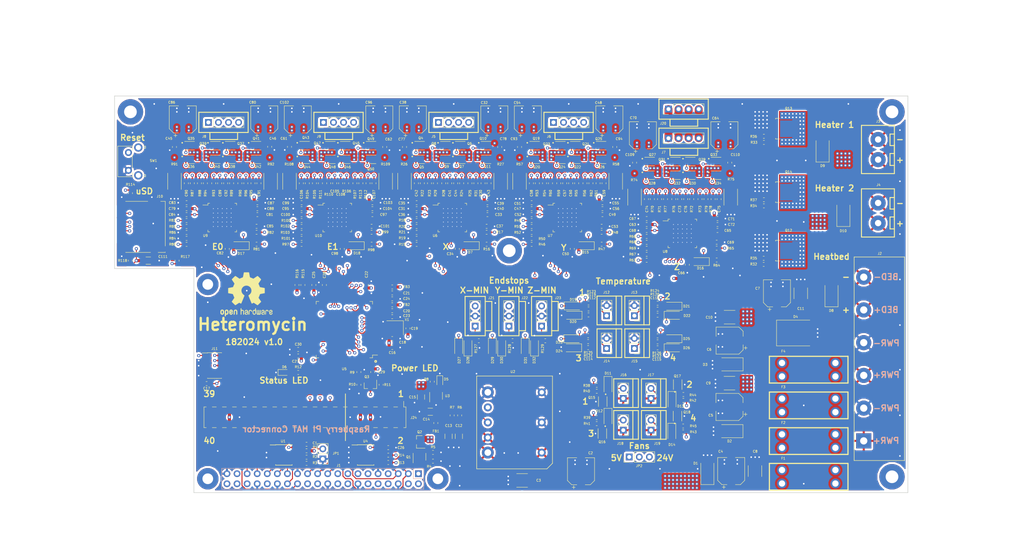
<source format=kicad_pcb>
(kicad_pcb (version 20171130) (host pcbnew 5.0.1-33cea8e~68~ubuntu18.04.1)
  (layers (0 F.Cu mixed) (1 In1.Cu mixed) (2 In2.Cu mixed) (31 B.Cu mixed) (34 B.Paste user) (35 F.Paste user) (36 B.SilkS user) (37 F.SilkS user) (38 B.Mask user) (39 F.Mask user) (44 Edge.Cuts user))
  (net 0 "")
  (net 1 VDD5V)
  (net 2 "Net-(F1-Pad2)")
  (net 3 "Net-(F4-Pad2)")
  (net 4 GND)
  (net 5 VDD3V3)
  (net 6 "/Raspberry Pi Connector/ID_SD_EEPROM")
  (net 7 "Net-(Q1-Pad4)")
  (net 8 "/Raspberry Pi Connector/ID_SC_EEPROM")
  (net 9 "Net-(JP1-Pad2)")
  (net 10 "Net-(Q1-Pad1)")
  (net 11 VDD24V)
  (net 12 "/Raspberry Pi Connector/VDD5V_HAT")
  (net 13 "Net-(U3-Pad4)")
  (net 14 "Net-(J1-Pad1)")
  (net 15 "Net-(J1-Pad11)")
  (net 16 "Net-(J1-Pad13)")
  (net 17 "Net-(J1-Pad15)")
  (net 18 "Net-(J1-Pad16)")
  (net 19 "Net-(J1-Pad17)")
  (net 20 "Net-(J1-Pad18)")
  (net 21 "Net-(J1-Pad22)")
  (net 22 "Net-(J1-Pad32)")
  (net 23 "Net-(J1-Pad36)")
  (net 24 "Net-(J1-Pad37)")
  (net 25 "Net-(J1-Pad38)")
  (net 26 "Net-(J1-Pad40)")
  (net 27 /MCU/BOOT)
  (net 28 "Net-(X1-Pad1)")
  (net 29 "Net-(U5-Pad7)")
  (net 30 "Net-(U5-Pad8)")
  (net 31 "Net-(U5-Pad9)")
  (net 32 /MCU/CLK)
  (net 33 "Net-(U5-Pad13)")
  (net 34 /MCU/VREF+)
  (net 35 /MCU/VDDA)
  (net 36 "Net-(U5-Pad32)")
  (net 37 "Net-(U5-Pad39)")
  (net 38 "Net-(U5-Pad40)")
  (net 39 "Net-(U5-Pad41)")
  (net 40 "Net-(U5-Pad45)")
  (net 41 "Net-(U5-Pad47)")
  (net 42 "Net-(U5-Pad55)")
  (net 43 "Net-(U5-Pad67)")
  (net 44 "Net-(U5-Pad70)")
  (net 45 "Net-(U5-Pad71)")
  (net 46 "Net-(U5-Pad80)")
  (net 47 "Net-(U5-Pad81)")
  (net 48 "Net-(U5-Pad82)")
  (net 49 "Net-(U5-Pad88)")
  (net 50 "Net-(U5-Pad90)")
  (net 51 "Net-(U5-Pad91)")
  (net 52 "Net-(U5-Pad93)")
  (net 53 "Net-(U5-Pad95)")
  (net 54 "Net-(U5-Pad97)")
  (net 55 "Net-(U5-Pad98)")
  (net 56 "/Stepper Motor X/SS")
  (net 57 "/Stepper Motor X/STEP")
  (net 58 "/Stepper Motor X/DIR")
  (net 59 "/Stepper Motor X/DIAG")
  (net 60 "Net-(Q9-Pad3)")
  (net 61 "Net-(Q8-Pad3)")
  (net 62 "Net-(Q7-Pad3)")
  (net 63 "Net-(Q6-Pad3)")
  (net 64 /Connectors/X_MIN)
  (net 65 /Connectors/Y_MIN)
  (net 66 /Connectors/Z_MIN)
  (net 67 /Connectors/SWDIO)
  (net 68 /Connectors/SWCLK)
  (net 69 /Connectors/SWO)
  (net 70 /Connectors/nRESET)
  (net 71 /MCU/VCAP1)
  (net 72 /MCU/VCAP2)
  (net 73 "/Stepper Motor X/BMB1")
  (net 74 "Net-(Q4-Pad3)")
  (net 75 "Net-(Q15-Pad3)")
  (net 76 "Net-(Q16-Pad3)")
  (net 77 "Net-(Q17-Pad3)")
  (net 78 "/Stepper Motor X/BMA2")
  (net 79 "Net-(Q10-Pad3)")
  (net 80 "/Stepper Motor X/BMA1")
  (net 81 "/Stepper Motor X/BMB2")
  (net 82 "Net-(Q5-Pad3)")
  (net 83 "Net-(Q11-Pad4)")
  (net 84 "Net-(Q12-Pad4)")
  (net 85 "Net-(Q13-Pad4)")
  (net 86 /Connectors/TEMP4)
  (net 87 VDD_FAN)
  (net 88 /Connectors/TEMP2)
  (net 89 /Connectors/TEMP3)
  (net 90 /Connectors/TEMP1)
  (net 91 "/Stepper Motor X/SRAL")
  (net 92 "/Stepper Motor X/SRBH")
  (net 93 "/Stepper Motor X/SRBL")
  (net 94 "/Stepper Motor X/SRAH")
  (net 95 "/Stepper Motor X/VCC")
  (net 96 "/Stepper Motor X/5VOUT")
  (net 97 "/Stepper Motor X/HB1")
  (net 98 "/Stepper Motor X/LB1")
  (net 99 "/Stepper Motor X/HA1")
  (net 100 "/Stepper Motor X/LA1")
  (net 101 "/Stepper Motor X/HB2")
  (net 102 "/Stepper Motor X/LB2")
  (net 103 "/Stepper Motor X/HA2")
  (net 104 "/Stepper Motor X/LA2")
  (net 105 "/Stepper Motor X/CB1")
  (net 106 "/Stepper Motor X/12VOUT")
  (net 107 "/Stepper Motor X/CPO")
  (net 108 "/Stepper Motor X/CPI")
  (net 109 "/Stepper Motor X/CA2")
  (net 110 "/Stepper Motor X/CA1")
  (net 111 "/Stepper Motor X/CB2")
  (net 112 VDD_BED)
  (net 113 VDD_HEAT2)
  (net 114 VDD_HEAT1)
  (net 115 FAN4_OUT)
  (net 116 FAN2_OUT)
  (net 117 FAN3_OUT)
  (net 118 FAN1_OUT)
  (net 119 BED_OUT)
  (net 120 HEAT1_OUT)
  (net 121 HEAT2_OUT)
  (net 122 "/Stepper Motor Z/HB1")
  (net 123 "/Stepper Motor Z/CB1")
  (net 124 "/Stepper Motor Z/12VOUT")
  (net 125 "/Stepper Motor Z/5VOUT")
  (net 126 "/Stepper Motor Z/SRBH")
  (net 127 "/Stepper Motor Z/SRAH")
  (net 128 "/Stepper Motor Z/SRAL")
  (net 129 "/Stepper Motor Z/SRBL")
  (net 130 "/Stepper Motor Z/SS")
  (net 131 "/Stepper Motor Z/STEP")
  (net 132 "/Stepper Motor Z/DIR")
  (net 133 "/Stepper Motor Z/DIAG")
  (net 134 "/Stepper Motor Z/VCC")
  (net 135 "/Stepper Motor Z/CPO")
  (net 136 "/Stepper Motor Z/CPI")
  (net 137 "/Stepper Motor Z/CA2")
  (net 138 "/Stepper Motor Z/HA2")
  (net 139 "/Stepper Motor Z/BMA2")
  (net 140 "/Stepper Motor Z/LA2")
  (net 141 "/Stepper Motor Z/LA1")
  (net 142 "/Stepper Motor Z/BMA1")
  (net 143 "/Stepper Motor Z/HA1")
  (net 144 "/Stepper Motor Z/CA1")
  (net 145 "/Stepper Motor Z/CB2")
  (net 146 "/Stepper Motor Z/HB2")
  (net 147 "/Stepper Motor Z/BMB2")
  (net 148 "/Stepper Motor Z/LB2")
  (net 149 "/Stepper Motor Z/LB1")
  (net 150 "/Stepper Motor Z/BMB1")
  (net 151 "/Steper Motor Y/BMB1")
  (net 152 "/Steper Motor Y/LB1")
  (net 153 "/Steper Motor Y/LB2")
  (net 154 "/Steper Motor Y/BMB2")
  (net 155 "/Steper Motor Y/HB2")
  (net 156 "/Steper Motor Y/CB2")
  (net 157 "/Steper Motor Y/CA1")
  (net 158 "/Steper Motor Y/HA1")
  (net 159 "/Steper Motor Y/BMA1")
  (net 160 "/Steper Motor Y/LA1")
  (net 161 "/Steper Motor Y/LA2")
  (net 162 "/Steper Motor Y/BMA2")
  (net 163 "/Steper Motor Y/HA2")
  (net 164 "/Steper Motor Y/CA2")
  (net 165 "/Steper Motor Y/CPI")
  (net 166 "/Steper Motor Y/CPO")
  (net 167 "/Steper Motor Y/VCC")
  (net 168 "/Steper Motor Y/DIAG")
  (net 169 "/Steper Motor Y/DIR")
  (net 170 "/Steper Motor Y/STEP")
  (net 171 "/Steper Motor Y/SS")
  (net 172 "/Steper Motor Y/SRBL")
  (net 173 "/Steper Motor Y/SRAL")
  (net 174 "/Steper Motor Y/SRAH")
  (net 175 "/Steper Motor Y/SRBH")
  (net 176 "/Steper Motor Y/5VOUT")
  (net 177 "/Steper Motor Y/12VOUT")
  (net 178 "/Steper Motor Y/CB1")
  (net 179 "/Steper Motor Y/HB1")
  (net 180 "/Stepper Motor E1/HB1")
  (net 181 "/Stepper Motor E1/CB1")
  (net 182 "/Stepper Motor E1/12VOUT")
  (net 183 "/Stepper Motor E1/5VOUT")
  (net 184 "/Stepper Motor E1/SRBH")
  (net 185 "/Stepper Motor E1/SRAH")
  (net 186 "/Stepper Motor E1/SRAL")
  (net 187 "/Stepper Motor E1/SRBL")
  (net 188 "/Stepper Motor E1/SS")
  (net 189 "/Stepper Motor E1/STEP")
  (net 190 "/Stepper Motor E1/DIR")
  (net 191 "/Stepper Motor E1/DIAG")
  (net 192 "/Stepper Motor E1/VCC")
  (net 193 "/Stepper Motor E1/CPO")
  (net 194 "/Stepper Motor E1/CPI")
  (net 195 "/Stepper Motor E1/CA2")
  (net 196 "/Stepper Motor E1/HA2")
  (net 197 "/Stepper Motor E1/BMA2")
  (net 198 "/Stepper Motor E1/LA2")
  (net 199 "/Stepper Motor E1/LA1")
  (net 200 "/Stepper Motor E1/BMA1")
  (net 201 "/Stepper Motor E1/HA1")
  (net 202 "/Stepper Motor E1/CA1")
  (net 203 "/Stepper Motor E1/CB2")
  (net 204 "/Stepper Motor E1/HB2")
  (net 205 "/Stepper Motor E1/BMB2")
  (net 206 "/Stepper Motor E1/LB2")
  (net 207 "/Stepper Motor E1/LB1")
  (net 208 "/Stepper Motor E1/BMB1")
  (net 209 "/Stepper Motor E0/BMB1")
  (net 210 "/Stepper Motor E0/LB1")
  (net 211 "/Stepper Motor E0/LB2")
  (net 212 "/Stepper Motor E0/BMB2")
  (net 213 "/Stepper Motor E0/HB2")
  (net 214 "/Stepper Motor E0/CB2")
  (net 215 "/Stepper Motor E0/CA1")
  (net 216 "/Stepper Motor E0/HA1")
  (net 217 "/Stepper Motor E0/BMA1")
  (net 218 "/Stepper Motor E0/LA1")
  (net 219 "/Stepper Motor E0/LA2")
  (net 220 "/Stepper Motor E0/BMA2")
  (net 221 "/Stepper Motor E0/HA2")
  (net 222 "/Stepper Motor E0/CA2")
  (net 223 "/Stepper Motor E0/CPI")
  (net 224 "/Stepper Motor E0/CPO")
  (net 225 "/Stepper Motor E0/VCC")
  (net 226 "/Stepper Motor E0/DIAG")
  (net 227 "/Stepper Motor E0/DIR")
  (net 228 "/Stepper Motor E0/STEP")
  (net 229 "/Stepper Motor E0/SS")
  (net 230 "/Stepper Motor E0/SRBL")
  (net 231 "/Stepper Motor E0/SRAL")
  (net 232 "/Stepper Motor E0/SRAH")
  (net 233 "/Stepper Motor E0/SRBH")
  (net 234 "/Stepper Motor E0/5VOUT")
  (net 235 "/Stepper Motor E0/12VOUT")
  (net 236 "/Stepper Motor E0/CB1")
  (net 237 "/Stepper Motor E0/HB1")
  (net 238 "Net-(Q25-Pad3)")
  (net 239 "Net-(Q24-Pad3)")
  (net 240 "Net-(Q23-Pad3)")
  (net 241 "Net-(Q22-Pad3)")
  (net 242 "Net-(Q21-Pad3)")
  (net 243 "Net-(Q20-Pad3)")
  (net 244 "Net-(Q19-Pad3)")
  (net 245 "Net-(Q27-Pad3)")
  (net 246 "Net-(Q18-Pad3)")
  (net 247 "Net-(Q26-Pad3)")
  (net 248 "Net-(Q38-Pad3)")
  (net 249 "Net-(Q35-Pad3)")
  (net 250 "Net-(Q29-Pad3)")
  (net 251 "Net-(Q42-Pad3)")
  (net 252 "Net-(Q43-Pad3)")
  (net 253 "Net-(Q44-Pad3)")
  (net 254 "Net-(Q45-Pad3)")
  (net 255 "Net-(Q46-Pad3)")
  (net 256 "Net-(Q47-Pad3)")
  (net 257 "Net-(Q48-Pad3)")
  (net 258 "Net-(Q49-Pad3)")
  (net 259 "Net-(Q39-Pad3)")
  (net 260 "Net-(Q40-Pad3)")
  (net 261 "Net-(Q37-Pad3)")
  (net 262 "Net-(Q28-Pad3)")
  (net 263 "Net-(Q30-Pad3)")
  (net 264 "Net-(Q31-Pad3)")
  (net 265 "Net-(Q32-Pad3)")
  (net 266 "Net-(Q33-Pad3)")
  (net 267 "Net-(Q34-Pad3)")
  (net 268 "Net-(Q36-Pad3)")
  (net 269 "Net-(Q41-Pad3)")
  (net 270 "Net-(J21-Pad1)")
  (net 271 "Net-(J23-Pad1)")
  (net 272 "Net-(J22-Pad1)")
  (net 273 "/SD Card Reader/SS")
  (net 274 /MCU/PWM_BED)
  (net 275 /MCU/PWM_HEAT2)
  (net 276 /MCU/PWM_HEAT1)
  (net 277 /MCU/PWM_FAN1)
  (net 278 /MCU/PWM_FAN2)
  (net 279 /MCU/PWM_FAN3)
  (net 280 /MCU/PWM_FAN4)
  (net 281 /MCU/SD_DETECT)
  (net 282 "/Raspberry Pi Connector/MISO")
  (net 283 "/Raspberry Pi Connector/MOSI")
  (net 284 /MCU/MCU_SS)
  (net 285 /Connectors/PWM_EXT4)
  (net 286 /Connectors/PWM_EXT3)
  (net 287 /Connectors/PWM_EXT2)
  (net 288 /Connectors/PWM_EXT1)
  (net 289 "/Raspberry Pi Connector/RX")
  (net 290 "/Raspberry Pi Connector/TX")
  (net 291 /Connectors/PI_SCK)
  (net 292 /Connectors/TX)
  (net 293 /Connectors/RX)
  (net 294 /MCU/D5)
  (net 295 /MCU/D4)
  (net 296 /MCU/D3)
  (net 297 /MCU/D2)
  (net 298 /MCU/D1)
  (net 299 /Connectors/SCL)
  (net 300 /Connectors/SDA)
  (net 301 /Connectors/PI_SS1)
  (net 302 "/Raspberry Pi Connector/D1")
  (net 303 "/Raspberry Pi Connector/D2")
  (net 304 "/Raspberry Pi Connector/D3")
  (net 305 "/Raspberry Pi Connector/D4")
  (net 306 /Connectors/MCU_SCK)
  (net 307 /Connectors/MCU_MOSI)
  (net 308 /Connectors/MCU_MISO)
  (net 309 /MCU/STATUS_LED)
  (net 310 "Net-(U2-Pad5)")
  (net 311 "Net-(R6-Pad1)")
  (net 312 "Net-(J15-Pad1)")
  (net 313 "Net-(J14-Pad1)")
  (net 314 "Net-(J13-Pad1)")
  (net 315 "Net-(J12-Pad1)")
  (net 316 "Net-(J10-Pad8)")
  (net 317 "Net-(J10-Pad1)")
  (net 318 "Net-(D5-Pad2)")
  (net 319 "Net-(J11-Pad7)")
  (net 320 "Net-(J11-Pad8)")
  (net 321 "Net-(J10-Pad9)")
  (net 322 "Net-(C14-Pad1)")
  (net 323 "Net-(Q5-Pad4)")
  (net 324 "Net-(Q30-Pad4)")
  (net 325 "Net-(Q36-Pad4)")
  (net 326 "Net-(Q44-Pad4)")
  (net 327 "Net-(Q38-Pad4)")
  (net 328 "Net-(Q46-Pad4)")
  (net 329 "Net-(Q11-Pad3)")
  (net 330 "Net-(Q28-Pad4)")
  (net 331 "Net-(Q22-Pad4)")
  (net 332 "Net-(Q20-Pad4)")
  (net 333 "Net-(Q50-Pad3)")
  (net 334 "Net-(Q14-Pad4)")
  (net 335 "Net-(Q3-Pad1)")
  (net 336 "Net-(Q3-Pad2)")
  (net 337 /MCU/BOOTpin)
  (net 338 "Net-(D6-Pad2)")
  (module Package_TO_SOT_SMD:SOT-23 (layer F.Cu) (at 109.5 123 270)
    (fp_text reference Q3 (at -2.2 0.9) (layer F.SilkS) (effects (font (size 0.6 0.6) (thickness 0.1))))
    (fp_text value MMBT3904-7-F)
    (pad 1 smd rect (at -1 -0.95 270) (size 0.9 0.8) (layers F.Cu F.Paste F.Mask) (net 335 "Net-(Q3-Pad1)"))
    (pad 2 smd rect (at -1 0.95 270) (size 0.9 0.8) (layers F.Cu F.Paste F.Mask) (net 336 "Net-(Q3-Pad2)"))
    (pad 3 smd rect (at 1 0 270) (size 0.9 0.8) (layers F.Cu F.Paste F.Mask) (net 5 VDD3V3))
  )
  (module Resistor_SMD:R_0603_1608Metric (layer F.Cu) (at 106.6 119.6 270)
    (fp_text reference R9 (at 0.1 1.7) (layer F.SilkS) (effects (font (size 0.6 0.6) (thickness 0.1))))
    (fp_text value 10k)
    (pad 2 smd roundrect (at 0.7875 0 270) (size 0.875 0.95) (layers F.Cu F.Paste F.Mask) (net 336 "Net-(Q3-Pad2)"))
    (pad 1 smd roundrect (at -0.7875 0 270) (size 0.875 0.95) (layers F.Cu F.Paste F.Mask) (net 337 /MCU/BOOTpin))
  )
  (module Resistor_SMD:R_0603_1608Metric (layer F.Cu) (at 112.2 122.8 270)
    (fp_text reference R11 (at 0 -1.6) (layer F.SilkS) (effects (font (size 0.6 0.6) (thickness 0.1))))
    (fp_text value 10k)
    (pad 1 smd roundrect (at -0.7875 0 270) (size 0.875 0.95) (layers F.Cu F.Paste F.Mask) (net 335 "Net-(Q3-Pad1)"))
    (pad 2 smd roundrect (at 0.7875 0 270) (size 0.875 0.95) (layers F.Cu F.Paste F.Mask) (net 27 /MCU/BOOT))
  )
  (module Capacitor_SMD:C_0603_1608Metric (layer F.Cu) (at 114 138.65)
    (fp_text reference C26 (at 3.2 0) (layer F.SilkS) (effects (font (size 0.6 0.6) (thickness 0.1))))
    (fp_text value 100nF)
    (pad 2 smd roundrect (at 0.7875 0) (size 0.875 0.95) (layers F.Cu F.Paste F.Mask) (net 4 GND))
    (pad 1 smd roundrect (at -0.7875 0) (size 0.875 0.95) (layers F.Cu F.Paste F.Mask) (net 5 VDD3V3))
  )
  (module Capacitor_SMD:C_0603_1608Metric (layer F.Cu) (at 93.4 137.8)
    (fp_text reference C1 (at 2.1 -0.3) (layer F.SilkS) (effects (font (size 0.6 0.6) (thickness 0.1))))
    (fp_text value 100nF)
    (pad 1 smd roundrect (at -0.7875 0) (size 0.875 0.95) (layers F.Cu F.Paste F.Mask) (net 5 VDD3V3))
    (pad 2 smd roundrect (at 0.7875 0) (size 0.875 0.95) (layers F.Cu F.Paste F.Mask) (net 4 GND))
  )
  (module heteromycin:MountingHole_2.7mm_M2.5_Pad (layer F.Cu) (at 68.5 97.5 270)
    (fp_text reference H3)
    (fp_text value MountingHole_2.7mm_M2.5_Pad)
    (pad 1 thru_hole circle (at 0 0 270) (size 5.4 5.4) (drill 2.7) (layers *.Cu *.Mask))
  )
  (module heteromycin:MountingHole_2.7mm_M2.5_Pad (layer F.Cu) (at 68.5 146.5 90)
    (fp_text reference H1)
    (fp_text value MountingHole_2.7mm_M2.5_Pad)
    (pad 1 thru_hole circle (at 0 0 90) (size 5.4 5.4) (drill 2.7) (layers *.Cu *.Mask))
  )
  (module heteromycin:MountingHole_2.7mm_M2.5_Pad (layer F.Cu) (at 126.5 146.5 90)
    (fp_text reference H2)
    (fp_text value MountingHole_2.7mm_M2.5_Pad)
    (pad 1 thru_hole circle (at 0 0 90) (size 5.4 5.4) (drill 2.7) (layers *.Cu *.Mask))
  )
  (module heteromycin:MountingHole_3.2mm_M3_Pad (layer F.Cu) (at 49 54)
    (fp_text reference H6)
    (fp_text value MountingHole_3.2mm_M3_Pad)
    (pad 1 thru_hole circle (at 0 0) (size 6.4 6.4) (drill 3.2) (layers *.Cu *.Mask))
  )
  (module heteromycin:MountingHole_3.2mm_M3_Pad (layer F.Cu) (at 144.5 89)
    (fp_text reference H7)
    (fp_text value MountingHole_3.2mm_M3_Pad)
    (pad 1 thru_hole circle (at 0 0) (size 6.4 6.4) (drill 3.2) (layers *.Cu *.Mask))
  )
  (module heteromycin:MountingHole_3.2mm_M3_Pad (layer F.Cu) (at 241 146)
    (fp_text reference H5)
    (fp_text value MountingHole_3.2mm_M3_Pad)
    (pad 1 thru_hole circle (at 0 0) (size 6.4 6.4) (drill 3.2) (layers *.Cu *.Mask))
  )
  (module heteromycin:MountingHole_3.2mm_M3_Pad (layer F.Cu) (at 241 54)
    (fp_text reference H4)
    (fp_text value MountingHole_3.2mm_M3_Pad)
    (pad 1 thru_hole circle (at 0 0) (size 6.4 6.4) (drill 3.2) (layers *.Cu *.Mask))
  )
  (module heteromycin:KEYSTONE-FUSE-3557-2 (layer F.Cu) (at 220 128)
    (fp_text reference F3 (at -5.8 -5) (layer F.SilkS) (effects (font (size 0.6 0.6) (thickness 0.1)) (justify right top)))
    (fp_text value 3557-2)
    (pad 2 thru_hole circle (at 6.735 1.7 90) (size 2.5 2.5) (drill 1.6) (layers *.Cu *.Mask) (net 2 "Net-(F1-Pad2)"))
    (pad 2 thru_hole circle (at 6.735 -1.7 90) (size 2.5 2.5) (drill 1.6) (layers *.Cu *.Mask) (net 2 "Net-(F1-Pad2)"))
    (pad 1 thru_hole circle (at -6.735 1.7 90) (size 2.5 2.5) (drill 1.6) (layers *.Cu *.Mask) (net 113 VDD_HEAT2))
    (pad 1 thru_hole circle (at -6.735 -1.7 90) (size 2.5 2.5) (drill 1.6) (layers *.Cu *.Mask) (net 113 VDD_HEAT2))
  )
  (module heteromycin:KEYSTONE-FUSE-3557-2 (layer F.Cu) (at 220 119)
    (fp_text reference F4 (at -5.8 -5) (layer F.SilkS) (effects (font (size 0.6 0.6) (thickness 0.1)) (justify right top)))
    (fp_text value 3557-2)
    (pad 2 thru_hole circle (at 6.735 1.7 90) (size 2.5 2.5) (drill 1.6) (layers *.Cu *.Mask) (net 3 "Net-(F4-Pad2)"))
    (pad 2 thru_hole circle (at 6.735 -1.7 90) (size 2.5 2.5) (drill 1.6) (layers *.Cu *.Mask) (net 3 "Net-(F4-Pad2)"))
    (pad 1 thru_hole circle (at -6.735 1.7 90) (size 2.5 2.5) (drill 1.6) (layers *.Cu *.Mask) (net 112 VDD_BED))
    (pad 1 thru_hole circle (at -6.735 -1.7 90) (size 2.5 2.5) (drill 1.6) (layers *.Cu *.Mask) (net 112 VDD_BED))
  )
  (module heteromycin:KEYSTONE-FUSE-3557-2 (layer F.Cu) (at 220 137)
    (fp_text reference F2 (at -5.8 -5) (layer F.SilkS) (effects (font (size 0.6 0.6) (thickness 0.1)) (justify right top)))
    (fp_text value 3557-2)
    (pad 2 thru_hole circle (at 6.735 1.7 90) (size 2.5 2.5) (drill 1.6) (layers *.Cu *.Mask) (net 2 "Net-(F1-Pad2)"))
    (pad 2 thru_hole circle (at 6.735 -1.7 90) (size 2.5 2.5) (drill 1.6) (layers *.Cu *.Mask) (net 2 "Net-(F1-Pad2)"))
    (pad 1 thru_hole circle (at -6.735 1.7 90) (size 2.5 2.5) (drill 1.6) (layers *.Cu *.Mask) (net 114 VDD_HEAT1))
    (pad 1 thru_hole circle (at -6.735 -1.7 90) (size 2.5 2.5) (drill 1.6) (layers *.Cu *.Mask) (net 114 VDD_HEAT1))
  )
  (module heteromycin:KEYSTONE-FUSE-3557-2 (layer F.Cu) (at 220 146)
    (fp_text reference F1 (at -5.8 -5) (layer F.SilkS) (effects (font (size 0.6 0.6) (thickness 0.1)) (justify right top)))
    (fp_text value 3557-2)
    (pad 2 thru_hole circle (at 6.735 1.7 90) (size 2.5 2.5) (drill 1.6) (layers *.Cu *.Mask) (net 2 "Net-(F1-Pad2)"))
    (pad 2 thru_hole circle (at 6.735 -1.7 90) (size 2.5 2.5) (drill 1.6) (layers *.Cu *.Mask) (net 2 "Net-(F1-Pad2)"))
    (pad 1 thru_hole circle (at -6.735 1.7 90) (size 2.5 2.5) (drill 1.6) (layers *.Cu *.Mask) (net 11 VDD24V))
    (pad 1 thru_hole circle (at -6.735 -1.7 90) (size 2.5 2.5) (drill 1.6) (layers *.Cu *.Mask) (net 11 VDD24V))
  )
  (module heteromycin:SOT1220 (layer F.Cu) (at 80.65 65.65)
    (fp_text reference Q42 (at 0.45 2.15) (layer F.SilkS) (effects (font (size 0.6 0.6) (thickness 0.1))))
    (fp_text value PMPB11EN)
    (pad 7 smd rect (at 0 0 270) (size 1.25 1.1) (layers F.Cu F.Paste F.Mask) (net 220 "/Stepper Motor E0/BMA2"))
    (pad 8 smd rect (at 0 1.06 180) (size 0.66 0.35) (layers F.Cu F.Paste F.Mask) (net 327 "Net-(Q38-Pad4)"))
    (pad 1 smd rect (at -0.935 -0.365 180) (size 0.43 0.35) (layers F.Cu F.Paste F.Mask) (net 220 "/Stepper Motor E0/BMA2"))
    (pad 2 smd rect (at -0.935 0.285 180) (size 0.43 0.35) (layers F.Cu F.Paste F.Mask) (net 220 "/Stepper Motor E0/BMA2"))
    (pad 3 smd rect (at -0.935 0.935 180) (size 0.43 0.35) (layers F.Cu F.Paste F.Mask) (net 251 "Net-(Q42-Pad3)"))
    (pad 6 smd rect (at 0.935 -0.365 180) (size 0.43 0.35) (layers F.Cu F.Paste F.Mask) (net 220 "/Stepper Motor E0/BMA2"))
    (pad 5 smd rect (at 0.935 0.285 180) (size 0.43 0.35) (layers F.Cu F.Paste F.Mask) (net 220 "/Stepper Motor E0/BMA2"))
    (pad 4 smd rect (at 0.935 0.935 180) (size 0.43 0.35) (layers F.Cu F.Paste F.Mask) (net 327 "Net-(Q38-Pad4)"))
  )
  (module heteromycin:SOT1220 (layer F.Cu) (at 74.15 62.2)
    (fp_text reference Q37 (at 2.65 -0.2) (layer F.SilkS) (effects (font (size 0.6 0.6) (thickness 0.1))))
    (fp_text value PMPB11EN)
    (pad 7 smd rect (at 0 0 270) (size 1.25 1.1) (layers F.Cu F.Paste F.Mask) (net 11 VDD24V))
    (pad 8 smd rect (at 0 1.06 180) (size 0.66 0.35) (layers F.Cu F.Paste F.Mask) (net 217 "/Stepper Motor E0/BMA1"))
    (pad 1 smd rect (at -0.935 -0.365 180) (size 0.43 0.35) (layers F.Cu F.Paste F.Mask) (net 11 VDD24V))
    (pad 2 smd rect (at -0.935 0.285 180) (size 0.43 0.35) (layers F.Cu F.Paste F.Mask) (net 11 VDD24V))
    (pad 3 smd rect (at -0.935 0.935 180) (size 0.43 0.35) (layers F.Cu F.Paste F.Mask) (net 261 "Net-(Q37-Pad3)"))
    (pad 6 smd rect (at 0.935 -0.365 180) (size 0.43 0.35) (layers F.Cu F.Paste F.Mask) (net 11 VDD24V))
    (pad 5 smd rect (at 0.935 0.285 180) (size 0.43 0.35) (layers F.Cu F.Paste F.Mask) (net 11 VDD24V))
    (pad 4 smd rect (at 0.935 0.935 180) (size 0.43 0.35) (layers F.Cu F.Paste F.Mask) (net 217 "/Stepper Motor E0/BMA1"))
  )
  (module heteromycin:SOT1220 (layer F.Cu) (at 63.9 62.2)
    (fp_text reference Q35 (at 0.4 -1.5) (layer F.SilkS) (effects (font (size 0.6 0.6) (thickness 0.1))))
    (fp_text value PMPB11EN)
    (pad 7 smd rect (at 0 0 270) (size 1.25 1.1) (layers F.Cu F.Paste F.Mask) (net 11 VDD24V))
    (pad 8 smd rect (at 0 1.06 180) (size 0.66 0.35) (layers F.Cu F.Paste F.Mask) (net 209 "/Stepper Motor E0/BMB1"))
    (pad 1 smd rect (at -0.935 -0.365 180) (size 0.43 0.35) (layers F.Cu F.Paste F.Mask) (net 11 VDD24V))
    (pad 2 smd rect (at -0.935 0.285 180) (size 0.43 0.35) (layers F.Cu F.Paste F.Mask) (net 11 VDD24V))
    (pad 3 smd rect (at -0.935 0.935 180) (size 0.43 0.35) (layers F.Cu F.Paste F.Mask) (net 249 "Net-(Q35-Pad3)"))
    (pad 6 smd rect (at 0.935 -0.365 180) (size 0.43 0.35) (layers F.Cu F.Paste F.Mask) (net 11 VDD24V))
    (pad 5 smd rect (at 0.935 0.285 180) (size 0.43 0.35) (layers F.Cu F.Paste F.Mask) (net 11 VDD24V))
    (pad 4 smd rect (at 0.935 0.935 180) (size 0.43 0.35) (layers F.Cu F.Paste F.Mask) (net 209 "/Stepper Motor E0/BMB1"))
  )
  (module heteromycin:SOT1220 (layer F.Cu) (at 196.65 69.65)
    (fp_text reference Q34 (at 0.45 2.35) (layer F.SilkS) (effects (font (size 0.6 0.6) (thickness 0.1))))
    (fp_text value PMPB11EN)
    (pad 7 smd rect (at 0 0 270) (size 1.25 1.1) (layers F.Cu F.Paste F.Mask) (net 139 "/Stepper Motor Z/BMA2"))
    (pad 8 smd rect (at 0 1.06 180) (size 0.66 0.35) (layers F.Cu F.Paste F.Mask) (net 324 "Net-(Q30-Pad4)"))
    (pad 1 smd rect (at -0.935 -0.365 180) (size 0.43 0.35) (layers F.Cu F.Paste F.Mask) (net 139 "/Stepper Motor Z/BMA2"))
    (pad 2 smd rect (at -0.935 0.285 180) (size 0.43 0.35) (layers F.Cu F.Paste F.Mask) (net 139 "/Stepper Motor Z/BMA2"))
    (pad 3 smd rect (at -0.935 0.935 180) (size 0.43 0.35) (layers F.Cu F.Paste F.Mask) (net 267 "Net-(Q34-Pad3)"))
    (pad 6 smd rect (at 0.935 -0.365 180) (size 0.43 0.35) (layers F.Cu F.Paste F.Mask) (net 139 "/Stepper Motor Z/BMA2"))
    (pad 5 smd rect (at 0.935 0.285 180) (size 0.43 0.35) (layers F.Cu F.Paste F.Mask) (net 139 "/Stepper Motor Z/BMA2"))
    (pad 4 smd rect (at 0.935 0.935 180) (size 0.43 0.35) (layers F.Cu F.Paste F.Mask) (net 324 "Net-(Q30-Pad4)"))
  )
  (module heteromycin:SOT1220 (layer F.Cu) (at 196.65 66.2)
    (fp_text reference Q33 (at -0.58787 -1.40479) (layer F.SilkS) (effects (font (size 0.6 0.6) (thickness 0.1))))
    (fp_text value PMPB11EN)
    (pad 7 smd rect (at 0 0 270) (size 1.25 1.1) (layers F.Cu F.Paste F.Mask) (net 11 VDD24V))
    (pad 8 smd rect (at 0 1.06 180) (size 0.66 0.35) (layers F.Cu F.Paste F.Mask) (net 139 "/Stepper Motor Z/BMA2"))
    (pad 1 smd rect (at -0.935 -0.365 180) (size 0.43 0.35) (layers F.Cu F.Paste F.Mask) (net 11 VDD24V))
    (pad 2 smd rect (at -0.935 0.285 180) (size 0.43 0.35) (layers F.Cu F.Paste F.Mask) (net 11 VDD24V))
    (pad 3 smd rect (at -0.935 0.935 180) (size 0.43 0.35) (layers F.Cu F.Paste F.Mask) (net 266 "Net-(Q33-Pad3)"))
    (pad 6 smd rect (at 0.935 -0.365 180) (size 0.43 0.35) (layers F.Cu F.Paste F.Mask) (net 11 VDD24V))
    (pad 5 smd rect (at 0.935 0.285 180) (size 0.43 0.35) (layers F.Cu F.Paste F.Mask) (net 11 VDD24V))
    (pad 4 smd rect (at 0.935 0.935 180) (size 0.43 0.35) (layers F.Cu F.Paste F.Mask) (net 139 "/Stepper Motor Z/BMA2"))
  )
  (module heteromycin:SOT1220 (layer F.Cu) (at 186.4 69.65)
    (fp_text reference Q32 (at 0.4 2.35) (layer F.SilkS) (effects (font (size 0.6 0.6) (thickness 0.1))))
    (fp_text value PMPB11EN)
    (pad 7 smd rect (at 0 0 270) (size 1.25 1.1) (layers F.Cu F.Paste F.Mask) (net 147 "/Stepper Motor Z/BMB2"))
    (pad 8 smd rect (at 0 1.06 180) (size 0.66 0.35) (layers F.Cu F.Paste F.Mask) (net 330 "Net-(Q28-Pad4)"))
    (pad 1 smd rect (at -0.935 -0.365 180) (size 0.43 0.35) (layers F.Cu F.Paste F.Mask) (net 147 "/Stepper Motor Z/BMB2"))
    (pad 2 smd rect (at -0.935 0.285 180) (size 0.43 0.35) (layers F.Cu F.Paste F.Mask) (net 147 "/Stepper Motor Z/BMB2"))
    (pad 3 smd rect (at -0.935 0.935 180) (size 0.43 0.35) (layers F.Cu F.Paste F.Mask) (net 265 "Net-(Q32-Pad3)"))
    (pad 6 smd rect (at 0.935 -0.365 180) (size 0.43 0.35) (layers F.Cu F.Paste F.Mask) (net 147 "/Stepper Motor Z/BMB2"))
    (pad 5 smd rect (at 0.935 0.285 180) (size 0.43 0.35) (layers F.Cu F.Paste F.Mask) (net 147 "/Stepper Motor Z/BMB2"))
    (pad 4 smd rect (at 0.935 0.935 180) (size 0.43 0.35) (layers F.Cu F.Paste F.Mask) (net 330 "Net-(Q28-Pad4)"))
  )
  (module heteromycin:SOT1220 (layer F.Cu) (at 186.4 66.2)
    (fp_text reference Q31 (at -3.4 -0.2) (layer F.SilkS) (effects (font (size 0.6 0.6) (thickness 0.1))))
    (fp_text value PMPB11EN)
    (pad 7 smd rect (at 0 0 270) (size 1.25 1.1) (layers F.Cu F.Paste F.Mask) (net 11 VDD24V))
    (pad 8 smd rect (at 0 1.06 180) (size 0.66 0.35) (layers F.Cu F.Paste F.Mask) (net 147 "/Stepper Motor Z/BMB2"))
    (pad 1 smd rect (at -0.935 -0.365 180) (size 0.43 0.35) (layers F.Cu F.Paste F.Mask) (net 11 VDD24V))
    (pad 2 smd rect (at -0.935 0.285 180) (size 0.43 0.35) (layers F.Cu F.Paste F.Mask) (net 11 VDD24V))
    (pad 3 smd rect (at -0.935 0.935 180) (size 0.43 0.35) (layers F.Cu F.Paste F.Mask) (net 264 "Net-(Q31-Pad3)"))
    (pad 6 smd rect (at 0.935 -0.365 180) (size 0.43 0.35) (layers F.Cu F.Paste F.Mask) (net 11 VDD24V))
    (pad 5 smd rect (at 0.935 0.285 180) (size 0.43 0.35) (layers F.Cu F.Paste F.Mask) (net 11 VDD24V))
    (pad 4 smd rect (at 0.935 0.935 180) (size 0.43 0.35) (layers F.Cu F.Paste F.Mask) (net 147 "/Stepper Motor Z/BMB2"))
  )
  (module heteromycin:SOT1220 (layer F.Cu) (at 190.15 66.2)
    (fp_text reference Q29 (at 2.95 -0.2) (layer F.SilkS) (effects (font (size 0.6 0.6) (thickness 0.1))))
    (fp_text value PMPB11EN)
    (pad 7 smd rect (at 0 0 270) (size 1.25 1.1) (layers F.Cu F.Paste F.Mask) (net 11 VDD24V))
    (pad 8 smd rect (at 0 1.06 180) (size 0.66 0.35) (layers F.Cu F.Paste F.Mask) (net 142 "/Stepper Motor Z/BMA1"))
    (pad 1 smd rect (at -0.935 -0.365 180) (size 0.43 0.35) (layers F.Cu F.Paste F.Mask) (net 11 VDD24V))
    (pad 2 smd rect (at -0.935 0.285 180) (size 0.43 0.35) (layers F.Cu F.Paste F.Mask) (net 11 VDD24V))
    (pad 3 smd rect (at -0.935 0.935 180) (size 0.43 0.35) (layers F.Cu F.Paste F.Mask) (net 250 "Net-(Q29-Pad3)"))
    (pad 6 smd rect (at 0.935 -0.365 180) (size 0.43 0.35) (layers F.Cu F.Paste F.Mask) (net 11 VDD24V))
    (pad 5 smd rect (at 0.935 0.285 180) (size 0.43 0.35) (layers F.Cu F.Paste F.Mask) (net 11 VDD24V))
    (pad 4 smd rect (at 0.935 0.935 180) (size 0.43 0.35) (layers F.Cu F.Paste F.Mask) (net 142 "/Stepper Motor Z/BMA1"))
  )
  (module heteromycin:SOT1220 (layer F.Cu) (at 74.15 65.65)
    (fp_text reference Q38 (at 0.35 2.15) (layer F.SilkS) (effects (font (size 0.6 0.6) (thickness 0.1))))
    (fp_text value PMPB11EN)
    (pad 7 smd rect (at 0 0 270) (size 1.25 1.1) (layers F.Cu F.Paste F.Mask) (net 217 "/Stepper Motor E0/BMA1"))
    (pad 8 smd rect (at 0 1.06 180) (size 0.66 0.35) (layers F.Cu F.Paste F.Mask) (net 327 "Net-(Q38-Pad4)"))
    (pad 1 smd rect (at -0.935 -0.365 180) (size 0.43 0.35) (layers F.Cu F.Paste F.Mask) (net 217 "/Stepper Motor E0/BMA1"))
    (pad 2 smd rect (at -0.935 0.285 180) (size 0.43 0.35) (layers F.Cu F.Paste F.Mask) (net 217 "/Stepper Motor E0/BMA1"))
    (pad 3 smd rect (at -0.935 0.935 180) (size 0.43 0.35) (layers F.Cu F.Paste F.Mask) (net 248 "Net-(Q38-Pad3)"))
    (pad 6 smd rect (at 0.935 -0.365 180) (size 0.43 0.35) (layers F.Cu F.Paste F.Mask) (net 217 "/Stepper Motor E0/BMA1"))
    (pad 5 smd rect (at 0.935 0.285 180) (size 0.43 0.35) (layers F.Cu F.Paste F.Mask) (net 217 "/Stepper Motor E0/BMA1"))
    (pad 4 smd rect (at 0.935 0.935 180) (size 0.43 0.35) (layers F.Cu F.Paste F.Mask) (net 327 "Net-(Q38-Pad4)"))
  )
  (module heteromycin:SOT1220 (layer F.Cu) (at 80.65 62.2)
    (fp_text reference Q41 (at 0.05 -1.5) (layer F.SilkS) (effects (font (size 0.6 0.6) (thickness 0.1))))
    (fp_text value PMPB11EN)
    (pad 7 smd rect (at 0 0 270) (size 1.25 1.1) (layers F.Cu F.Paste F.Mask) (net 11 VDD24V))
    (pad 8 smd rect (at 0 1.06 180) (size 0.66 0.35) (layers F.Cu F.Paste F.Mask) (net 220 "/Stepper Motor E0/BMA2"))
    (pad 1 smd rect (at -0.935 -0.365 180) (size 0.43 0.35) (layers F.Cu F.Paste F.Mask) (net 11 VDD24V))
    (pad 2 smd rect (at -0.935 0.285 180) (size 0.43 0.35) (layers F.Cu F.Paste F.Mask) (net 11 VDD24V))
    (pad 3 smd rect (at -0.935 0.935 180) (size 0.43 0.35) (layers F.Cu F.Paste F.Mask) (net 269 "Net-(Q41-Pad3)"))
    (pad 6 smd rect (at 0.935 -0.365 180) (size 0.43 0.35) (layers F.Cu F.Paste F.Mask) (net 11 VDD24V))
    (pad 5 smd rect (at 0.935 0.285 180) (size 0.43 0.35) (layers F.Cu F.Paste F.Mask) (net 11 VDD24V))
    (pad 4 smd rect (at 0.935 0.935 180) (size 0.43 0.35) (layers F.Cu F.Paste F.Mask) (net 220 "/Stepper Motor E0/BMA2"))
  )
  (module heteromycin:SOT1220 (layer F.Cu) (at 70.4 65.65)
    (fp_text reference Q40 (at 0.3 2.15) (layer F.SilkS) (effects (font (size 0.6 0.6) (thickness 0.1))))
    (fp_text value PMPB11EN)
    (pad 7 smd rect (at 0 0 270) (size 1.25 1.1) (layers F.Cu F.Paste F.Mask) (net 212 "/Stepper Motor E0/BMB2"))
    (pad 8 smd rect (at 0 1.06 180) (size 0.66 0.35) (layers F.Cu F.Paste F.Mask) (net 325 "Net-(Q36-Pad4)"))
    (pad 1 smd rect (at -0.935 -0.365 180) (size 0.43 0.35) (layers F.Cu F.Paste F.Mask) (net 212 "/Stepper Motor E0/BMB2"))
    (pad 2 smd rect (at -0.935 0.285 180) (size 0.43 0.35) (layers F.Cu F.Paste F.Mask) (net 212 "/Stepper Motor E0/BMB2"))
    (pad 3 smd rect (at -0.935 0.935 180) (size 0.43 0.35) (layers F.Cu F.Paste F.Mask) (net 260 "Net-(Q40-Pad3)"))
    (pad 6 smd rect (at 0.935 -0.365 180) (size 0.43 0.35) (layers F.Cu F.Paste F.Mask) (net 212 "/Stepper Motor E0/BMB2"))
    (pad 5 smd rect (at 0.935 0.285 180) (size 0.43 0.35) (layers F.Cu F.Paste F.Mask) (net 212 "/Stepper Motor E0/BMB2"))
    (pad 4 smd rect (at 0.935 0.935 180) (size 0.43 0.35) (layers F.Cu F.Paste F.Mask) (net 325 "Net-(Q36-Pad4)"))
  )
  (module heteromycin:SOT1220 (layer F.Cu) (at 109.65 65.65)
    (fp_text reference Q50 (at -0.05 2.75) (layer F.SilkS) (effects (font (size 0.6 0.6) (thickness 0.1))))
    (fp_text value PMPB11EN)
    (pad 7 smd rect (at 0 0 270) (size 1.25 1.1) (layers F.Cu F.Paste F.Mask) (net 197 "/Stepper Motor E1/BMA2"))
    (pad 8 smd rect (at 0 1.06 180) (size 0.66 0.35) (layers F.Cu F.Paste F.Mask) (net 328 "Net-(Q46-Pad4)"))
    (pad 1 smd rect (at -0.935 -0.365 180) (size 0.43 0.35) (layers F.Cu F.Paste F.Mask) (net 197 "/Stepper Motor E1/BMA2"))
    (pad 2 smd rect (at -0.935 0.285 180) (size 0.43 0.35) (layers F.Cu F.Paste F.Mask) (net 197 "/Stepper Motor E1/BMA2"))
    (pad 3 smd rect (at -0.935 0.935 180) (size 0.43 0.35) (layers F.Cu F.Paste F.Mask) (net 333 "Net-(Q50-Pad3)"))
    (pad 6 smd rect (at 0.935 -0.365 180) (size 0.43 0.35) (layers F.Cu F.Paste F.Mask) (net 197 "/Stepper Motor E1/BMA2"))
    (pad 5 smd rect (at 0.935 0.285 180) (size 0.43 0.35) (layers F.Cu F.Paste F.Mask) (net 197 "/Stepper Motor E1/BMA2"))
    (pad 4 smd rect (at 0.935 0.935 180) (size 0.43 0.35) (layers F.Cu F.Paste F.Mask) (net 328 "Net-(Q46-Pad4)"))
  )
  (module heteromycin:SOT1220 (layer F.Cu) (at 109.65 62.2)
    (fp_text reference Q49 (at -0.05 -1.4) (layer F.SilkS) (effects (font (size 0.6 0.6) (thickness 0.1))))
    (fp_text value PMPB11EN)
    (pad 7 smd rect (at 0 0 270) (size 1.25 1.1) (layers F.Cu F.Paste F.Mask) (net 11 VDD24V))
    (pad 8 smd rect (at 0 1.06 180) (size 0.66 0.35) (layers F.Cu F.Paste F.Mask) (net 197 "/Stepper Motor E1/BMA2"))
    (pad 1 smd rect (at -0.935 -0.365 180) (size 0.43 0.35) (layers F.Cu F.Paste F.Mask) (net 11 VDD24V))
    (pad 2 smd rect (at -0.935 0.285 180) (size 0.43 0.35) (layers F.Cu F.Paste F.Mask) (net 11 VDD24V))
    (pad 3 smd rect (at -0.935 0.935 180) (size 0.43 0.35) (layers F.Cu F.Paste F.Mask) (net 258 "Net-(Q49-Pad3)"))
    (pad 6 smd rect (at 0.935 -0.365 180) (size 0.43 0.35) (layers F.Cu F.Paste F.Mask) (net 11 VDD24V))
    (pad 5 smd rect (at 0.935 0.285 180) (size 0.43 0.35) (layers F.Cu F.Paste F.Mask) (net 11 VDD24V))
    (pad 4 smd rect (at 0.935 0.935 180) (size 0.43 0.35) (layers F.Cu F.Paste F.Mask) (net 197 "/Stepper Motor E1/BMA2"))
  )
  (module heteromycin:SOT1220 (layer F.Cu) (at 99.4 65.65)
    (fp_text reference Q48 (at 0.5 2.25) (layer F.SilkS) (effects (font (size 0.6 0.6) (thickness 0.1))))
    (fp_text value PMPB11EN)
    (pad 7 smd rect (at 0 0 270) (size 1.25 1.1) (layers F.Cu F.Paste F.Mask) (net 205 "/Stepper Motor E1/BMB2"))
    (pad 8 smd rect (at 0 1.06 180) (size 0.66 0.35) (layers F.Cu F.Paste F.Mask) (net 326 "Net-(Q44-Pad4)"))
    (pad 1 smd rect (at -0.935 -0.365 180) (size 0.43 0.35) (layers F.Cu F.Paste F.Mask) (net 205 "/Stepper Motor E1/BMB2"))
    (pad 2 smd rect (at -0.935 0.285 180) (size 0.43 0.35) (layers F.Cu F.Paste F.Mask) (net 205 "/Stepper Motor E1/BMB2"))
    (pad 3 smd rect (at -0.935 0.935 180) (size 0.43 0.35) (layers F.Cu F.Paste F.Mask) (net 257 "Net-(Q48-Pad3)"))
    (pad 6 smd rect (at 0.935 -0.365 180) (size 0.43 0.35) (layers F.Cu F.Paste F.Mask) (net 205 "/Stepper Motor E1/BMB2"))
    (pad 5 smd rect (at 0.935 0.285 180) (size 0.43 0.35) (layers F.Cu F.Paste F.Mask) (net 205 "/Stepper Motor E1/BMB2"))
    (pad 4 smd rect (at 0.935 0.935 180) (size 0.43 0.35) (layers F.Cu F.Paste F.Mask) (net 326 "Net-(Q44-Pad4)"))
  )
  (module heteromycin:SOT1220 (layer F.Cu) (at 99.4 62.2)
    (fp_text reference Q47 (at -3.3 -0.3) (layer F.SilkS) (effects (font (size 0.6 0.6) (thickness 0.1))))
    (fp_text value PMPB11EN)
    (pad 7 smd rect (at 0 0 270) (size 1.25 1.1) (layers F.Cu F.Paste F.Mask) (net 11 VDD24V))
    (pad 8 smd rect (at 0 1.06 180) (size 0.66 0.35) (layers F.Cu F.Paste F.Mask) (net 205 "/Stepper Motor E1/BMB2"))
    (pad 1 smd rect (at -0.935 -0.365 180) (size 0.43 0.35) (layers F.Cu F.Paste F.Mask) (net 11 VDD24V))
    (pad 2 smd rect (at -0.935 0.285 180) (size 0.43 0.35) (layers F.Cu F.Paste F.Mask) (net 11 VDD24V))
    (pad 3 smd rect (at -0.935 0.935 180) (size 0.43 0.35) (layers F.Cu F.Paste F.Mask) (net 256 "Net-(Q47-Pad3)"))
    (pad 6 smd rect (at 0.935 -0.365 180) (size 0.43 0.35) (layers F.Cu F.Paste F.Mask) (net 11 VDD24V))
    (pad 5 smd rect (at 0.935 0.285 180) (size 0.43 0.35) (layers F.Cu F.Paste F.Mask) (net 11 VDD24V))
    (pad 4 smd rect (at 0.935 0.935 180) (size 0.43 0.35) (layers F.Cu F.Paste F.Mask) (net 205 "/Stepper Motor E1/BMB2"))
  )
  (module heteromycin:SOT1220 (layer F.Cu) (at 103.15 65.65)
    (fp_text reference Q46 (at 0.55 2.25) (layer F.SilkS) (effects (font (size 0.6 0.6) (thickness 0.1))))
    (fp_text value PMPB11EN)
    (pad 7 smd rect (at 0 0 270) (size 1.25 1.1) (layers F.Cu F.Paste F.Mask) (net 200 "/Stepper Motor E1/BMA1"))
    (pad 8 smd rect (at 0 1.06 180) (size 0.66 0.35) (layers F.Cu F.Paste F.Mask) (net 328 "Net-(Q46-Pad4)"))
    (pad 1 smd rect (at -0.935 -0.365 180) (size 0.43 0.35) (layers F.Cu F.Paste F.Mask) (net 200 "/Stepper Motor E1/BMA1"))
    (pad 2 smd rect (at -0.935 0.285 180) (size 0.43 0.35) (layers F.Cu F.Paste F.Mask) (net 200 "/Stepper Motor E1/BMA1"))
    (pad 3 smd rect (at -0.935 0.935 180) (size 0.43 0.35) (layers F.Cu F.Paste F.Mask) (net 255 "Net-(Q46-Pad3)"))
    (pad 6 smd rect (at 0.935 -0.365 180) (size 0.43 0.35) (layers F.Cu F.Paste F.Mask) (net 200 "/Stepper Motor E1/BMA1"))
    (pad 5 smd rect (at 0.935 0.285 180) (size 0.43 0.35) (layers F.Cu F.Paste F.Mask) (net 200 "/Stepper Motor E1/BMA1"))
    (pad 4 smd rect (at 0.935 0.935 180) (size 0.43 0.35) (layers F.Cu F.Paste F.Mask) (net 328 "Net-(Q46-Pad4)"))
  )
  (module heteromycin:SOT1220 (layer F.Cu) (at 103.15 62.2)
    (fp_text reference Q45 (at 2.75 -0.3) (layer F.SilkS) (effects (font (size 0.6 0.6) (thickness 0.1))))
    (fp_text value PMPB11EN)
    (pad 7 smd rect (at 0 0 270) (size 1.25 1.1) (layers F.Cu F.Paste F.Mask) (net 11 VDD24V))
    (pad 8 smd rect (at 0 1.06 180) (size 0.66 0.35) (layers F.Cu F.Paste F.Mask) (net 200 "/Stepper Motor E1/BMA1"))
    (pad 1 smd rect (at -0.935 -0.365 180) (size 0.43 0.35) (layers F.Cu F.Paste F.Mask) (net 11 VDD24V))
    (pad 2 smd rect (at -0.935 0.285 180) (size 0.43 0.35) (layers F.Cu F.Paste F.Mask) (net 11 VDD24V))
    (pad 3 smd rect (at -0.935 0.935 180) (size 0.43 0.35) (layers F.Cu F.Paste F.Mask) (net 254 "Net-(Q45-Pad3)"))
    (pad 6 smd rect (at 0.935 -0.365 180) (size 0.43 0.35) (layers F.Cu F.Paste F.Mask) (net 11 VDD24V))
    (pad 5 smd rect (at 0.935 0.285 180) (size 0.43 0.35) (layers F.Cu F.Paste F.Mask) (net 11 VDD24V))
    (pad 4 smd rect (at 0.935 0.935 180) (size 0.43 0.35) (layers F.Cu F.Paste F.Mask) (net 200 "/Stepper Motor E1/BMA1"))
  )
  (module heteromycin:SOT1220 (layer F.Cu) (at 92.9 65.65)
    (fp_text reference Q44 (at 0.6 2.25) (layer F.SilkS) (effects (font (size 0.6 0.6) (thickness 0.1))))
    (fp_text value PMPB11EN)
    (pad 7 smd rect (at 0 0 270) (size 1.25 1.1) (layers F.Cu F.Paste F.Mask) (net 208 "/Stepper Motor E1/BMB1"))
    (pad 8 smd rect (at 0 1.06 180) (size 0.66 0.35) (layers F.Cu F.Paste F.Mask) (net 326 "Net-(Q44-Pad4)"))
    (pad 1 smd rect (at -0.935 -0.365 180) (size 0.43 0.35) (layers F.Cu F.Paste F.Mask) (net 208 "/Stepper Motor E1/BMB1"))
    (pad 2 smd rect (at -0.935 0.285 180) (size 0.43 0.35) (layers F.Cu F.Paste F.Mask) (net 208 "/Stepper Motor E1/BMB1"))
    (pad 3 smd rect (at -0.935 0.935 180) (size 0.43 0.35) (layers F.Cu F.Paste F.Mask) (net 253 "Net-(Q44-Pad3)"))
    (pad 6 smd rect (at 0.935 -0.365 180) (size 0.43 0.35) (layers F.Cu F.Paste F.Mask) (net 208 "/Stepper Motor E1/BMB1"))
    (pad 5 smd rect (at 0.935 0.285 180) (size 0.43 0.35) (layers F.Cu F.Paste F.Mask) (net 208 "/Stepper Motor E1/BMB1"))
    (pad 4 smd rect (at 0.935 0.935 180) (size 0.43 0.35) (layers F.Cu F.Paste F.Mask) (net 326 "Net-(Q44-Pad4)"))
  )
  (module heteromycin:SOT1220 (layer F.Cu) (at 92.9 62.2)
    (fp_text reference Q43 (at 0.3 -1.7) (layer F.SilkS) (effects (font (size 0.6 0.6) (thickness 0.1))))
    (fp_text value PMPB11EN)
    (pad 7 smd rect (at 0 0 270) (size 1.25 1.1) (layers F.Cu F.Paste F.Mask) (net 11 VDD24V))
    (pad 8 smd rect (at 0 1.06 180) (size 0.66 0.35) (layers F.Cu F.Paste F.Mask) (net 208 "/Stepper Motor E1/BMB1"))
    (pad 1 smd rect (at -0.935 -0.365 180) (size 0.43 0.35) (layers F.Cu F.Paste F.Mask) (net 11 VDD24V))
    (pad 2 smd rect (at -0.935 0.285 180) (size 0.43 0.35) (layers F.Cu F.Paste F.Mask) (net 11 VDD24V))
    (pad 3 smd rect (at -0.935 0.935 180) (size 0.43 0.35) (layers F.Cu F.Paste F.Mask) (net 252 "Net-(Q43-Pad3)"))
    (pad 6 smd rect (at 0.935 -0.365 180) (size 0.43 0.35) (layers F.Cu F.Paste F.Mask) (net 11 VDD24V))
    (pad 5 smd rect (at 0.935 0.285 180) (size 0.43 0.35) (layers F.Cu F.Paste F.Mask) (net 11 VDD24V))
    (pad 4 smd rect (at 0.935 0.935 180) (size 0.43 0.35) (layers F.Cu F.Paste F.Mask) (net 208 "/Stepper Motor E1/BMB1"))
  )
  (module heteromycin:SOT1220 (layer F.Cu) (at 190.15 69.65)
    (fp_text reference Q30 (at 0.55 2.35) (layer F.SilkS) (effects (font (size 0.6 0.6) (thickness 0.1))))
    (fp_text value PMPB11EN)
    (pad 7 smd rect (at 0 0 270) (size 1.25 1.1) (layers F.Cu F.Paste F.Mask) (net 142 "/Stepper Motor Z/BMA1"))
    (pad 8 smd rect (at 0 1.06 180) (size 0.66 0.35) (layers F.Cu F.Paste F.Mask) (net 324 "Net-(Q30-Pad4)"))
    (pad 1 smd rect (at -0.935 -0.365 180) (size 0.43 0.35) (layers F.Cu F.Paste F.Mask) (net 142 "/Stepper Motor Z/BMA1"))
    (pad 2 smd rect (at -0.935 0.285 180) (size 0.43 0.35) (layers F.Cu F.Paste F.Mask) (net 142 "/Stepper Motor Z/BMA1"))
    (pad 3 smd rect (at -0.935 0.935 180) (size 0.43 0.35) (layers F.Cu F.Paste F.Mask) (net 263 "Net-(Q30-Pad3)"))
    (pad 6 smd rect (at 0.935 -0.365 180) (size 0.43 0.35) (layers F.Cu F.Paste F.Mask) (net 142 "/Stepper Motor Z/BMA1"))
    (pad 5 smd rect (at 0.935 0.285 180) (size 0.43 0.35) (layers F.Cu F.Paste F.Mask) (net 142 "/Stepper Motor Z/BMA1"))
    (pad 4 smd rect (at 0.935 0.935 180) (size 0.43 0.35) (layers F.Cu F.Paste F.Mask) (net 324 "Net-(Q30-Pad4)"))
  )
  (module heteromycin:SOT1220 (layer F.Cu) (at 63.9 65.65)
    (fp_text reference Q36 (at 0.4 2.15) (layer F.SilkS) (effects (font (size 0.6 0.6) (thickness 0.1))))
    (fp_text value PMPB11EN)
    (pad 7 smd rect (at 0 0 270) (size 1.25 1.1) (layers F.Cu F.Paste F.Mask) (net 209 "/Stepper Motor E0/BMB1"))
    (pad 8 smd rect (at 0 1.06 180) (size 0.66 0.35) (layers F.Cu F.Paste F.Mask) (net 325 "Net-(Q36-Pad4)"))
    (pad 1 smd rect (at -0.935 -0.365 180) (size 0.43 0.35) (layers F.Cu F.Paste F.Mask) (net 209 "/Stepper Motor E0/BMB1"))
    (pad 2 smd rect (at -0.935 0.285 180) (size 0.43 0.35) (layers F.Cu F.Paste F.Mask) (net 209 "/Stepper Motor E0/BMB1"))
    (pad 3 smd rect (at -0.935 0.935 180) (size 0.43 0.35) (layers F.Cu F.Paste F.Mask) (net 268 "Net-(Q36-Pad3)"))
    (pad 6 smd rect (at 0.935 -0.365 180) (size 0.43 0.35) (layers F.Cu F.Paste F.Mask) (net 209 "/Stepper Motor E0/BMB1"))
    (pad 5 smd rect (at 0.935 0.285 180) (size 0.43 0.35) (layers F.Cu F.Paste F.Mask) (net 209 "/Stepper Motor E0/BMB1"))
    (pad 4 smd rect (at 0.935 0.935 180) (size 0.43 0.35) (layers F.Cu F.Paste F.Mask) (net 325 "Net-(Q36-Pad4)"))
  )
  (module heteromycin:SOT1220 (layer F.Cu) (at 70.4 62.2)
    (fp_text reference Q39 (at -3.1 -0.2) (layer F.SilkS) (effects (font (size 0.6 0.6) (thickness 0.1))))
    (fp_text value PMPB11EN)
    (pad 7 smd rect (at 0 0 270) (size 1.25 1.1) (layers F.Cu F.Paste F.Mask) (net 11 VDD24V))
    (pad 8 smd rect (at 0 1.06 180) (size 0.66 0.35) (layers F.Cu F.Paste F.Mask) (net 212 "/Stepper Motor E0/BMB2"))
    (pad 1 smd rect (at -0.935 -0.365 180) (size 0.43 0.35) (layers F.Cu F.Paste F.Mask) (net 11 VDD24V))
    (pad 2 smd rect (at -0.935 0.285 180) (size 0.43 0.35) (layers F.Cu F.Paste F.Mask) (net 11 VDD24V))
    (pad 3 smd rect (at -0.935 0.935 180) (size 0.43 0.35) (layers F.Cu F.Paste F.Mask) (net 259 "Net-(Q39-Pad3)"))
    (pad 6 smd rect (at 0.935 -0.365 180) (size 0.43 0.35) (layers F.Cu F.Paste F.Mask) (net 11 VDD24V))
    (pad 5 smd rect (at 0.935 0.285 180) (size 0.43 0.35) (layers F.Cu F.Paste F.Mask) (net 11 VDD24V))
    (pad 4 smd rect (at 0.935 0.935 180) (size 0.43 0.35) (layers F.Cu F.Paste F.Mask) (net 212 "/Stepper Motor E0/BMB2"))
  )
  (module heteromycin:SOT1220 (layer F.Cu) (at 179.9 66.2)
    (fp_text reference Q27 (at 0.7 -1.4) (layer F.SilkS) (effects (font (size 0.6 0.6) (thickness 0.1))))
    (fp_text value PMPB11EN)
    (pad 7 smd rect (at 0 0 270) (size 1.25 1.1) (layers F.Cu F.Paste F.Mask) (net 11 VDD24V))
    (pad 8 smd rect (at 0 1.06 180) (size 0.66 0.35) (layers F.Cu F.Paste F.Mask) (net 150 "/Stepper Motor Z/BMB1"))
    (pad 1 smd rect (at -0.935 -0.365 180) (size 0.43 0.35) (layers F.Cu F.Paste F.Mask) (net 11 VDD24V))
    (pad 2 smd rect (at -0.935 0.285 180) (size 0.43 0.35) (layers F.Cu F.Paste F.Mask) (net 11 VDD24V))
    (pad 3 smd rect (at -0.935 0.935 180) (size 0.43 0.35) (layers F.Cu F.Paste F.Mask) (net 245 "Net-(Q27-Pad3)"))
    (pad 6 smd rect (at 0.935 -0.365 180) (size 0.43 0.35) (layers F.Cu F.Paste F.Mask) (net 11 VDD24V))
    (pad 5 smd rect (at 0.935 0.285 180) (size 0.43 0.35) (layers F.Cu F.Paste F.Mask) (net 11 VDD24V))
    (pad 4 smd rect (at 0.935 0.935 180) (size 0.43 0.35) (layers F.Cu F.Paste F.Mask) (net 150 "/Stepper Motor Z/BMB1"))
  )
  (module heteromycin:SOT1220 (layer F.Cu) (at 150.9 62.2)
    (fp_text reference Q19 (at 0.4 -1.5) (layer F.SilkS) (effects (font (size 0.6 0.6) (thickness 0.1))))
    (fp_text value PMPB11EN)
    (pad 7 smd rect (at 0 0 270) (size 1.25 1.1) (layers F.Cu F.Paste F.Mask) (net 11 VDD24V))
    (pad 8 smd rect (at 0 1.06 180) (size 0.66 0.35) (layers F.Cu F.Paste F.Mask) (net 151 "/Steper Motor Y/BMB1"))
    (pad 1 smd rect (at -0.935 -0.365 180) (size 0.43 0.35) (layers F.Cu F.Paste F.Mask) (net 11 VDD24V))
    (pad 2 smd rect (at -0.935 0.285 180) (size 0.43 0.35) (layers F.Cu F.Paste F.Mask) (net 11 VDD24V))
    (pad 3 smd rect (at -0.935 0.935 180) (size 0.43 0.35) (layers F.Cu F.Paste F.Mask) (net 244 "Net-(Q19-Pad3)"))
    (pad 6 smd rect (at 0.935 -0.365 180) (size 0.43 0.35) (layers F.Cu F.Paste F.Mask) (net 11 VDD24V))
    (pad 5 smd rect (at 0.935 0.285 180) (size 0.43 0.35) (layers F.Cu F.Paste F.Mask) (net 11 VDD24V))
    (pad 4 smd rect (at 0.935 0.935 180) (size 0.43 0.35) (layers F.Cu F.Paste F.Mask) (net 151 "/Steper Motor Y/BMB1"))
  )
  (module heteromycin:SOT1220 (layer F.Cu) (at 179.9 69.65)
    (fp_text reference Q28 (at 0.6 2.35) (layer F.SilkS) (effects (font (size 0.6 0.6) (thickness 0.1))))
    (fp_text value PMPB11EN)
    (pad 7 smd rect (at 0 0 270) (size 1.25 1.1) (layers F.Cu F.Paste F.Mask) (net 150 "/Stepper Motor Z/BMB1"))
    (pad 8 smd rect (at 0 1.06 180) (size 0.66 0.35) (layers F.Cu F.Paste F.Mask) (net 330 "Net-(Q28-Pad4)"))
    (pad 1 smd rect (at -0.935 -0.365 180) (size 0.43 0.35) (layers F.Cu F.Paste F.Mask) (net 150 "/Stepper Motor Z/BMB1"))
    (pad 2 smd rect (at -0.935 0.285 180) (size 0.43 0.35) (layers F.Cu F.Paste F.Mask) (net 150 "/Stepper Motor Z/BMB1"))
    (pad 3 smd rect (at -0.935 0.935 180) (size 0.43 0.35) (layers F.Cu F.Paste F.Mask) (net 262 "Net-(Q28-Pad3)"))
    (pad 6 smd rect (at 0.935 -0.365 180) (size 0.43 0.35) (layers F.Cu F.Paste F.Mask) (net 150 "/Stepper Motor Z/BMB1"))
    (pad 5 smd rect (at 0.935 0.285 180) (size 0.43 0.35) (layers F.Cu F.Paste F.Mask) (net 150 "/Stepper Motor Z/BMB1"))
    (pad 4 smd rect (at 0.935 0.935 180) (size 0.43 0.35) (layers F.Cu F.Paste F.Mask) (net 330 "Net-(Q28-Pad4)"))
  )
  (module heteromycin:SOT1220 (layer F.Cu) (at 150.9 65.65)
    (fp_text reference Q20 (at 0.5 2.25) (layer F.SilkS) (effects (font (size 0.6 0.6) (thickness 0.1))))
    (fp_text value PMPB11EN)
    (pad 7 smd rect (at 0 0 270) (size 1.25 1.1) (layers F.Cu F.Paste F.Mask) (net 151 "/Steper Motor Y/BMB1"))
    (pad 8 smd rect (at 0 1.06 180) (size 0.66 0.35) (layers F.Cu F.Paste F.Mask) (net 332 "Net-(Q20-Pad4)"))
    (pad 1 smd rect (at -0.935 -0.365 180) (size 0.43 0.35) (layers F.Cu F.Paste F.Mask) (net 151 "/Steper Motor Y/BMB1"))
    (pad 2 smd rect (at -0.935 0.285 180) (size 0.43 0.35) (layers F.Cu F.Paste F.Mask) (net 151 "/Steper Motor Y/BMB1"))
    (pad 3 smd rect (at -0.935 0.935 180) (size 0.43 0.35) (layers F.Cu F.Paste F.Mask) (net 243 "Net-(Q20-Pad3)"))
    (pad 6 smd rect (at 0.935 -0.365 180) (size 0.43 0.35) (layers F.Cu F.Paste F.Mask) (net 151 "/Steper Motor Y/BMB1"))
    (pad 5 smd rect (at 0.935 0.285 180) (size 0.43 0.35) (layers F.Cu F.Paste F.Mask) (net 151 "/Steper Motor Y/BMB1"))
    (pad 4 smd rect (at 0.935 0.935 180) (size 0.43 0.35) (layers F.Cu F.Paste F.Mask) (net 332 "Net-(Q20-Pad4)"))
  )
  (module heteromycin:SOT1220 (layer F.Cu) (at 161.15 62.2)
    (fp_text reference Q21 (at 2.65 -0.1) (layer F.SilkS) (effects (font (size 0.6 0.6) (thickness 0.1))))
    (fp_text value PMPB11EN)
    (pad 7 smd rect (at 0 0 270) (size 1.25 1.1) (layers F.Cu F.Paste F.Mask) (net 11 VDD24V))
    (pad 8 smd rect (at 0 1.06 180) (size 0.66 0.35) (layers F.Cu F.Paste F.Mask) (net 159 "/Steper Motor Y/BMA1"))
    (pad 1 smd rect (at -0.935 -0.365 180) (size 0.43 0.35) (layers F.Cu F.Paste F.Mask) (net 11 VDD24V))
    (pad 2 smd rect (at -0.935 0.285 180) (size 0.43 0.35) (layers F.Cu F.Paste F.Mask) (net 11 VDD24V))
    (pad 3 smd rect (at -0.935 0.935 180) (size 0.43 0.35) (layers F.Cu F.Paste F.Mask) (net 242 "Net-(Q21-Pad3)"))
    (pad 6 smd rect (at 0.935 -0.365 180) (size 0.43 0.35) (layers F.Cu F.Paste F.Mask) (net 11 VDD24V))
    (pad 5 smd rect (at 0.935 0.285 180) (size 0.43 0.35) (layers F.Cu F.Paste F.Mask) (net 11 VDD24V))
    (pad 4 smd rect (at 0.935 0.935 180) (size 0.43 0.35) (layers F.Cu F.Paste F.Mask) (net 159 "/Steper Motor Y/BMA1"))
  )
  (module heteromycin:SOT1220 (layer F.Cu) (at 161.15 65.65)
    (fp_text reference Q22 (at 0.55 2.25) (layer F.SilkS) (effects (font (size 0.6 0.6) (thickness 0.1))))
    (fp_text value PMPB11EN)
    (pad 7 smd rect (at 0 0 270) (size 1.25 1.1) (layers F.Cu F.Paste F.Mask) (net 159 "/Steper Motor Y/BMA1"))
    (pad 8 smd rect (at 0 1.06 180) (size 0.66 0.35) (layers F.Cu F.Paste F.Mask) (net 331 "Net-(Q22-Pad4)"))
    (pad 1 smd rect (at -0.935 -0.365 180) (size 0.43 0.35) (layers F.Cu F.Paste F.Mask) (net 159 "/Steper Motor Y/BMA1"))
    (pad 2 smd rect (at -0.935 0.285 180) (size 0.43 0.35) (layers F.Cu F.Paste F.Mask) (net 159 "/Steper Motor Y/BMA1"))
    (pad 3 smd rect (at -0.935 0.935 180) (size 0.43 0.35) (layers F.Cu F.Paste F.Mask) (net 241 "Net-(Q22-Pad3)"))
    (pad 6 smd rect (at 0.935 -0.365 180) (size 0.43 0.35) (layers F.Cu F.Paste F.Mask) (net 159 "/Steper Motor Y/BMA1"))
    (pad 5 smd rect (at 0.935 0.285 180) (size 0.43 0.35) (layers F.Cu F.Paste F.Mask) (net 159 "/Steper Motor Y/BMA1"))
    (pad 4 smd rect (at 0.935 0.935 180) (size 0.43 0.35) (layers F.Cu F.Paste F.Mask) (net 331 "Net-(Q22-Pad4)"))
  )
  (module heteromycin:SOT1220 (layer F.Cu) (at 157.4 62.2)
    (fp_text reference Q23 (at -3.5 -0.1) (layer F.SilkS) (effects (font (size 0.6 0.6) (thickness 0.1))))
    (fp_text value PMPB11EN)
    (pad 7 smd rect (at 0 0 270) (size 1.25 1.1) (layers F.Cu F.Paste F.Mask) (net 11 VDD24V))
    (pad 8 smd rect (at 0 1.06 180) (size 0.66 0.35) (layers F.Cu F.Paste F.Mask) (net 154 "/Steper Motor Y/BMB2"))
    (pad 1 smd rect (at -0.935 -0.365 180) (size 0.43 0.35) (layers F.Cu F.Paste F.Mask) (net 11 VDD24V))
    (pad 2 smd rect (at -0.935 0.285 180) (size 0.43 0.35) (layers F.Cu F.Paste F.Mask) (net 11 VDD24V))
    (pad 3 smd rect (at -0.935 0.935 180) (size 0.43 0.35) (layers F.Cu F.Paste F.Mask) (net 240 "Net-(Q23-Pad3)"))
    (pad 6 smd rect (at 0.935 -0.365 180) (size 0.43 0.35) (layers F.Cu F.Paste F.Mask) (net 11 VDD24V))
    (pad 5 smd rect (at 0.935 0.285 180) (size 0.43 0.35) (layers F.Cu F.Paste F.Mask) (net 11 VDD24V))
    (pad 4 smd rect (at 0.935 0.935 180) (size 0.43 0.35) (layers F.Cu F.Paste F.Mask) (net 154 "/Steper Motor Y/BMB2"))
  )
  (module heteromycin:SOT1220 (layer F.Cu) (at 157.4 65.65)
    (fp_text reference Q24 (at 0.4 2.25) (layer F.SilkS) (effects (font (size 0.6 0.6) (thickness 0.1))))
    (fp_text value PMPB11EN)
    (pad 7 smd rect (at 0 0 270) (size 1.25 1.1) (layers F.Cu F.Paste F.Mask) (net 154 "/Steper Motor Y/BMB2"))
    (pad 8 smd rect (at 0 1.06 180) (size 0.66 0.35) (layers F.Cu F.Paste F.Mask) (net 332 "Net-(Q20-Pad4)"))
    (pad 1 smd rect (at -0.935 -0.365 180) (size 0.43 0.35) (layers F.Cu F.Paste F.Mask) (net 154 "/Steper Motor Y/BMB2"))
    (pad 2 smd rect (at -0.935 0.285 180) (size 0.43 0.35) (layers F.Cu F.Paste F.Mask) (net 154 "/Steper Motor Y/BMB2"))
    (pad 3 smd rect (at -0.935 0.935 180) (size 0.43 0.35) (layers F.Cu F.Paste F.Mask) (net 239 "Net-(Q24-Pad3)"))
    (pad 6 smd rect (at 0.935 -0.365 180) (size 0.43 0.35) (layers F.Cu F.Paste F.Mask) (net 154 "/Steper Motor Y/BMB2"))
    (pad 5 smd rect (at 0.935 0.285 180) (size 0.43 0.35) (layers F.Cu F.Paste F.Mask) (net 154 "/Steper Motor Y/BMB2"))
    (pad 4 smd rect (at 0.935 0.935 180) (size 0.43 0.35) (layers F.Cu F.Paste F.Mask) (net 332 "Net-(Q20-Pad4)"))
  )
  (module heteromycin:SOT1220 (layer F.Cu) (at 167.65 62.2)
    (fp_text reference Q25 (at -0.58787 -1.40479) (layer F.SilkS) (effects (font (size 0.6 0.6) (thickness 0.1))))
    (fp_text value PMPB11EN)
    (pad 7 smd rect (at 0 0 270) (size 1.25 1.1) (layers F.Cu F.Paste F.Mask) (net 11 VDD24V))
    (pad 8 smd rect (at 0 1.06 180) (size 0.66 0.35) (layers F.Cu F.Paste F.Mask) (net 162 "/Steper Motor Y/BMA2"))
    (pad 1 smd rect (at -0.935 -0.365 180) (size 0.43 0.35) (layers F.Cu F.Paste F.Mask) (net 11 VDD24V))
    (pad 2 smd rect (at -0.935 0.285 180) (size 0.43 0.35) (layers F.Cu F.Paste F.Mask) (net 11 VDD24V))
    (pad 3 smd rect (at -0.935 0.935 180) (size 0.43 0.35) (layers F.Cu F.Paste F.Mask) (net 238 "Net-(Q25-Pad3)"))
    (pad 6 smd rect (at 0.935 -0.365 180) (size 0.43 0.35) (layers F.Cu F.Paste F.Mask) (net 11 VDD24V))
    (pad 5 smd rect (at 0.935 0.285 180) (size 0.43 0.35) (layers F.Cu F.Paste F.Mask) (net 11 VDD24V))
    (pad 4 smd rect (at 0.935 0.935 180) (size 0.43 0.35) (layers F.Cu F.Paste F.Mask) (net 162 "/Steper Motor Y/BMA2"))
  )
  (module heteromycin:SOT1220 (layer F.Cu) (at 167.65 65.65)
    (fp_text reference Q26 (at 0.05 2.25) (layer F.SilkS) (effects (font (size 0.6 0.6) (thickness 0.1))))
    (fp_text value PMPB11EN)
    (pad 7 smd rect (at 0 0 270) (size 1.25 1.1) (layers F.Cu F.Paste F.Mask) (net 162 "/Steper Motor Y/BMA2"))
    (pad 8 smd rect (at 0 1.06 180) (size 0.66 0.35) (layers F.Cu F.Paste F.Mask) (net 331 "Net-(Q22-Pad4)"))
    (pad 1 smd rect (at -0.935 -0.365 180) (size 0.43 0.35) (layers F.Cu F.Paste F.Mask) (net 162 "/Steper Motor Y/BMA2"))
    (pad 2 smd rect (at -0.935 0.285 180) (size 0.43 0.35) (layers F.Cu F.Paste F.Mask) (net 162 "/Steper Motor Y/BMA2"))
    (pad 3 smd rect (at -0.935 0.935 180) (size 0.43 0.35) (layers F.Cu F.Paste F.Mask) (net 247 "Net-(Q26-Pad3)"))
    (pad 6 smd rect (at 0.935 -0.365 180) (size 0.43 0.35) (layers F.Cu F.Paste F.Mask) (net 162 "/Steper Motor Y/BMA2"))
    (pad 5 smd rect (at 0.935 0.285 180) (size 0.43 0.35) (layers F.Cu F.Paste F.Mask) (net 162 "/Steper Motor Y/BMA2"))
    (pad 4 smd rect (at 0.935 0.935 180) (size 0.43 0.35) (layers F.Cu F.Paste F.Mask) (net 331 "Net-(Q22-Pad4)"))
  )
  (module heteromycin:SOT1220 (layer F.Cu) (at 168.4 127.05 270)
    (fp_text reference Q15 (at -1.05 3.1) (layer F.SilkS) (effects (font (size 0.6 0.6) (thickness 0.1))))
    (fp_text value PMPB11EN)
    (pad 7 smd rect (at 0 0 180) (size 1.25 1.1) (layers F.Cu F.Paste F.Mask) (net 118 FAN1_OUT))
    (pad 8 smd rect (at 0 1.06 90) (size 0.66 0.35) (layers F.Cu F.Paste F.Mask) (net 4 GND))
    (pad 1 smd rect (at -0.935 -0.365 90) (size 0.43 0.35) (layers F.Cu F.Paste F.Mask) (net 118 FAN1_OUT))
    (pad 2 smd rect (at -0.935 0.285 90) (size 0.43 0.35) (layers F.Cu F.Paste F.Mask) (net 118 FAN1_OUT))
    (pad 3 smd rect (at -0.935 0.935 90) (size 0.43 0.35) (layers F.Cu F.Paste F.Mask) (net 75 "Net-(Q15-Pad3)"))
    (pad 6 smd rect (at 0.935 -0.365 90) (size 0.43 0.35) (layers F.Cu F.Paste F.Mask) (net 118 FAN1_OUT))
    (pad 5 smd rect (at 0.935 0.285 90) (size 0.43 0.35) (layers F.Cu F.Paste F.Mask) (net 118 FAN1_OUT))
    (pad 4 smd rect (at 0.935 0.935 90) (size 0.43 0.35) (layers F.Cu F.Paste F.Mask) (net 4 GND))
  )
  (module heteromycin:SOT1220 (layer F.Cu) (at 168.3 135.1 270)
    (fp_text reference Q16 (at 2.1 0.4) (layer F.SilkS) (effects (font (size 0.6 0.6) (thickness 0.1))))
    (fp_text value PMPB11EN)
    (pad 7 smd rect (at 0 0 180) (size 1.25 1.1) (layers F.Cu F.Paste F.Mask) (net 117 FAN3_OUT))
    (pad 8 smd rect (at 0 1.06 90) (size 0.66 0.35) (layers F.Cu F.Paste F.Mask) (net 4 GND))
    (pad 1 smd rect (at -0.935 -0.365 90) (size 0.43 0.35) (layers F.Cu F.Paste F.Mask) (net 117 FAN3_OUT))
    (pad 2 smd rect (at -0.935 0.285 90) (size 0.43 0.35) (layers F.Cu F.Paste F.Mask) (net 117 FAN3_OUT))
    (pad 3 smd rect (at -0.935 0.935 90) (size 0.43 0.35) (layers F.Cu F.Paste F.Mask) (net 76 "Net-(Q16-Pad3)"))
    (pad 6 smd rect (at 0.935 -0.365 90) (size 0.43 0.35) (layers F.Cu F.Paste F.Mask) (net 117 FAN3_OUT))
    (pad 5 smd rect (at 0.935 0.285 90) (size 0.43 0.35) (layers F.Cu F.Paste F.Mask) (net 117 FAN3_OUT))
    (pad 4 smd rect (at 0.935 0.935 90) (size 0.43 0.35) (layers F.Cu F.Paste F.Mask) (net 4 GND))
  )
  (module heteromycin:SOT1220 (layer F.Cu) (at 186.65 122.75 90)
    (fp_text reference Q17 (at 2.15 0.25) (layer F.SilkS) (effects (font (size 0.6 0.6) (thickness 0.1))))
    (fp_text value PMPB11EN)
    (pad 7 smd rect (at 0 0) (size 1.25 1.1) (layers F.Cu F.Paste F.Mask) (net 116 FAN2_OUT))
    (pad 8 smd rect (at 0 1.06 270) (size 0.66 0.35) (layers F.Cu F.Paste F.Mask) (net 4 GND))
    (pad 1 smd rect (at -0.935 -0.365 270) (size 0.43 0.35) (layers F.Cu F.Paste F.Mask) (net 116 FAN2_OUT))
    (pad 2 smd rect (at -0.935 0.285 270) (size 0.43 0.35) (layers F.Cu F.Paste F.Mask) (net 116 FAN2_OUT))
    (pad 3 smd rect (at -0.935 0.935 270) (size 0.43 0.35) (layers F.Cu F.Paste F.Mask) (net 77 "Net-(Q17-Pad3)"))
    (pad 6 smd rect (at 0.935 -0.365 270) (size 0.43 0.35) (layers F.Cu F.Paste F.Mask) (net 116 FAN2_OUT))
    (pad 5 smd rect (at 0.935 0.285 270) (size 0.43 0.35) (layers F.Cu F.Paste F.Mask) (net 116 FAN2_OUT))
    (pad 4 smd rect (at 0.935 0.935 270) (size 0.43 0.35) (layers F.Cu F.Paste F.Mask) (net 4 GND))
  )
  (module heteromycin:SOT1220 (layer F.Cu) (at 186.6 130.7 90)
    (fp_text reference Q18 (at 1 2.7 180) (layer F.SilkS) (effects (font (size 0.6 0.6) (thickness 0.1))))
    (fp_text value PMPB11EN)
    (pad 7 smd rect (at 0 0) (size 1.25 1.1) (layers F.Cu F.Paste F.Mask) (net 115 FAN4_OUT))
    (pad 8 smd rect (at 0 1.06 270) (size 0.66 0.35) (layers F.Cu F.Paste F.Mask) (net 4 GND))
    (pad 1 smd rect (at -0.935 -0.365 270) (size 0.43 0.35) (layers F.Cu F.Paste F.Mask) (net 115 FAN4_OUT))
    (pad 2 smd rect (at -0.935 0.285 270) (size 0.43 0.35) (layers F.Cu F.Paste F.Mask) (net 115 FAN4_OUT))
    (pad 3 smd rect (at -0.935 0.935 270) (size 0.43 0.35) (layers F.Cu F.Paste F.Mask) (net 246 "Net-(Q18-Pad3)"))
    (pad 6 smd rect (at 0.935 -0.365 270) (size 0.43 0.35) (layers F.Cu F.Paste F.Mask) (net 115 FAN4_OUT))
    (pad 5 smd rect (at 0.935 0.285 270) (size 0.43 0.35) (layers F.Cu F.Paste F.Mask) (net 115 FAN4_OUT))
    (pad 4 smd rect (at 0.935 0.935 270) (size 0.43 0.35) (layers F.Cu F.Paste F.Mask) (net 4 GND))
  )
  (module heteromycin:SOT1220 (layer F.Cu) (at 132.15 62.2)
    (fp_text reference Q6 (at 2.35 -0.2) (layer F.SilkS) (effects (font (size 0.6 0.6) (thickness 0.1))))
    (fp_text value PMPB11EN)
    (pad 7 smd rect (at 0 0 270) (size 1.25 1.1) (layers F.Cu F.Paste F.Mask) (net 11 VDD24V))
    (pad 8 smd rect (at 0 1.06 180) (size 0.66 0.35) (layers F.Cu F.Paste F.Mask) (net 80 "/Stepper Motor X/BMA1"))
    (pad 1 smd rect (at -0.935 -0.365 180) (size 0.43 0.35) (layers F.Cu F.Paste F.Mask) (net 11 VDD24V))
    (pad 2 smd rect (at -0.935 0.285 180) (size 0.43 0.35) (layers F.Cu F.Paste F.Mask) (net 11 VDD24V))
    (pad 3 smd rect (at -0.935 0.935 180) (size 0.43 0.35) (layers F.Cu F.Paste F.Mask) (net 63 "Net-(Q6-Pad3)"))
    (pad 6 smd rect (at 0.935 -0.365 180) (size 0.43 0.35) (layers F.Cu F.Paste F.Mask) (net 11 VDD24V))
    (pad 5 smd rect (at 0.935 0.285 180) (size 0.43 0.35) (layers F.Cu F.Paste F.Mask) (net 11 VDD24V))
    (pad 4 smd rect (at 0.935 0.935 180) (size 0.43 0.35) (layers F.Cu F.Paste F.Mask) (net 80 "/Stepper Motor X/BMA1"))
  )
  (module heteromycin:SOT1220 (layer F.Cu) (at 138.65 62.2)
    (fp_text reference Q10 (at -0.75 -1.5) (layer F.SilkS) (effects (font (size 0.6 0.6) (thickness 0.1))))
    (fp_text value PMPB11EN)
    (pad 7 smd rect (at 0 0 270) (size 1.25 1.1) (layers F.Cu F.Paste F.Mask) (net 11 VDD24V))
    (pad 8 smd rect (at 0 1.06 180) (size 0.66 0.35) (layers F.Cu F.Paste F.Mask) (net 78 "/Stepper Motor X/BMA2"))
    (pad 1 smd rect (at -0.935 -0.365 180) (size 0.43 0.35) (layers F.Cu F.Paste F.Mask) (net 11 VDD24V))
    (pad 2 smd rect (at -0.935 0.285 180) (size 0.43 0.35) (layers F.Cu F.Paste F.Mask) (net 11 VDD24V))
    (pad 3 smd rect (at -0.935 0.935 180) (size 0.43 0.35) (layers F.Cu F.Paste F.Mask) (net 79 "Net-(Q10-Pad3)"))
    (pad 6 smd rect (at 0.935 -0.365 180) (size 0.43 0.35) (layers F.Cu F.Paste F.Mask) (net 11 VDD24V))
    (pad 5 smd rect (at 0.935 0.285 180) (size 0.43 0.35) (layers F.Cu F.Paste F.Mask) (net 11 VDD24V))
    (pad 4 smd rect (at 0.935 0.935 180) (size 0.43 0.35) (layers F.Cu F.Paste F.Mask) (net 78 "/Stepper Motor X/BMA2"))
  )
  (module heteromycin:SOT1220 (layer F.Cu) (at 128.4 65.65)
    (fp_text reference Q9 (at 0.3 2.15) (layer F.SilkS) (effects (font (size 0.6 0.6) (thickness 0.1))))
    (fp_text value PMPB11EN)
    (pad 7 smd rect (at 0 0 270) (size 1.25 1.1) (layers F.Cu F.Paste F.Mask) (net 81 "/Stepper Motor X/BMB2"))
    (pad 8 smd rect (at 0 1.06 180) (size 0.66 0.35) (layers F.Cu F.Paste F.Mask) (net 323 "Net-(Q5-Pad4)"))
    (pad 1 smd rect (at -0.935 -0.365 180) (size 0.43 0.35) (layers F.Cu F.Paste F.Mask) (net 81 "/Stepper Motor X/BMB2"))
    (pad 2 smd rect (at -0.935 0.285 180) (size 0.43 0.35) (layers F.Cu F.Paste F.Mask) (net 81 "/Stepper Motor X/BMB2"))
    (pad 3 smd rect (at -0.935 0.935 180) (size 0.43 0.35) (layers F.Cu F.Paste F.Mask) (net 60 "Net-(Q9-Pad3)"))
    (pad 6 smd rect (at 0.935 -0.365 180) (size 0.43 0.35) (layers F.Cu F.Paste F.Mask) (net 81 "/Stepper Motor X/BMB2"))
    (pad 5 smd rect (at 0.935 0.285 180) (size 0.43 0.35) (layers F.Cu F.Paste F.Mask) (net 81 "/Stepper Motor X/BMB2"))
    (pad 4 smd rect (at 0.935 0.935 180) (size 0.43 0.35) (layers F.Cu F.Paste F.Mask) (net 323 "Net-(Q5-Pad4)"))
  )
  (module heteromycin:SOT1220 (layer F.Cu) (at 128.4 62.2)
    (fp_text reference Q8 (at -2.9 -0.2) (layer F.SilkS) (effects (font (size 0.6 0.6) (thickness 0.1))))
    (fp_text value PMPB11EN)
    (pad 7 smd rect (at 0 0 270) (size 1.25 1.1) (layers F.Cu F.Paste F.Mask) (net 11 VDD24V))
    (pad 8 smd rect (at 0 1.06 180) (size 0.66 0.35) (layers F.Cu F.Paste F.Mask) (net 81 "/Stepper Motor X/BMB2"))
    (pad 1 smd rect (at -0.935 -0.365 180) (size 0.43 0.35) (layers F.Cu F.Paste F.Mask) (net 11 VDD24V))
    (pad 2 smd rect (at -0.935 0.285 180) (size 0.43 0.35) (layers F.Cu F.Paste F.Mask) (net 11 VDD24V))
    (pad 3 smd rect (at -0.935 0.935 180) (size 0.43 0.35) (layers F.Cu F.Paste F.Mask) (net 61 "Net-(Q8-Pad3)"))
    (pad 6 smd rect (at 0.935 -0.365 180) (size 0.43 0.35) (layers F.Cu F.Paste F.Mask) (net 11 VDD24V))
    (pad 5 smd rect (at 0.935 0.285 180) (size 0.43 0.35) (layers F.Cu F.Paste F.Mask) (net 11 VDD24V))
    (pad 4 smd rect (at 0.935 0.935 180) (size 0.43 0.35) (layers F.Cu F.Paste F.Mask) (net 81 "/Stepper Motor X/BMB2"))
  )
  (module heteromycin:SOT1220 (layer F.Cu) (at 132.15 65.65)
    (fp_text reference Q7 (at 0.35 2.15) (layer F.SilkS) (effects (font (size 0.6 0.6) (thickness 0.1))))
    (fp_text value PMPB11EN)
    (pad 7 smd rect (at 0 0 270) (size 1.25 1.1) (layers F.Cu F.Paste F.Mask) (net 80 "/Stepper Motor X/BMA1"))
    (pad 8 smd rect (at 0 1.06 180) (size 0.66 0.35) (layers F.Cu F.Paste F.Mask) (net 83 "Net-(Q11-Pad4)"))
    (pad 1 smd rect (at -0.935 -0.365 180) (size 0.43 0.35) (layers F.Cu F.Paste F.Mask) (net 80 "/Stepper Motor X/BMA1"))
    (pad 2 smd rect (at -0.935 0.285 180) (size 0.43 0.35) (layers F.Cu F.Paste F.Mask) (net 80 "/Stepper Motor X/BMA1"))
    (pad 3 smd rect (at -0.935 0.935 180) (size 0.43 0.35) (layers F.Cu F.Paste F.Mask) (net 62 "Net-(Q7-Pad3)"))
    (pad 6 smd rect (at 0.935 -0.365 180) (size 0.43 0.35) (layers F.Cu F.Paste F.Mask) (net 80 "/Stepper Motor X/BMA1"))
    (pad 5 smd rect (at 0.935 0.285 180) (size 0.43 0.35) (layers F.Cu F.Paste F.Mask) (net 80 "/Stepper Motor X/BMA1"))
    (pad 4 smd rect (at 0.935 0.935 180) (size 0.43 0.35) (layers F.Cu F.Paste F.Mask) (net 83 "Net-(Q11-Pad4)"))
  )
  (module heteromycin:SOT1220 (layer F.Cu) (at 138.65 65.65)
    (fp_text reference Q11 (at 0.35 2.15) (layer F.SilkS) (effects (font (size 0.6 0.6) (thickness 0.1))))
    (fp_text value PMPB11EN)
    (pad 7 smd rect (at 0 0 270) (size 1.25 1.1) (layers F.Cu F.Paste F.Mask) (net 78 "/Stepper Motor X/BMA2"))
    (pad 8 smd rect (at 0 1.06 180) (size 0.66 0.35) (layers F.Cu F.Paste F.Mask) (net 83 "Net-(Q11-Pad4)"))
    (pad 1 smd rect (at -0.935 -0.365 180) (size 0.43 0.35) (layers F.Cu F.Paste F.Mask) (net 78 "/Stepper Motor X/BMA2"))
    (pad 2 smd rect (at -0.935 0.285 180) (size 0.43 0.35) (layers F.Cu F.Paste F.Mask) (net 78 "/Stepper Motor X/BMA2"))
    (pad 3 smd rect (at -0.935 0.935 180) (size 0.43 0.35) (layers F.Cu F.Paste F.Mask) (net 329 "Net-(Q11-Pad3)"))
    (pad 6 smd rect (at 0.935 -0.365 180) (size 0.43 0.35) (layers F.Cu F.Paste F.Mask) (net 78 "/Stepper Motor X/BMA2"))
    (pad 5 smd rect (at 0.935 0.285 180) (size 0.43 0.35) (layers F.Cu F.Paste F.Mask) (net 78 "/Stepper Motor X/BMA2"))
    (pad 4 smd rect (at 0.935 0.935 180) (size 0.43 0.35) (layers F.Cu F.Paste F.Mask) (net 83 "Net-(Q11-Pad4)"))
  )
  (module heteromycin:SOT1220 (layer F.Cu) (at 121.9 62.2)
    (fp_text reference Q4 (at 0.3 -1.6) (layer F.SilkS) (effects (font (size 0.6 0.6) (thickness 0.1))))
    (fp_text value PMPB11EN)
    (pad 7 smd rect (at 0 0 270) (size 1.25 1.1) (layers F.Cu F.Paste F.Mask) (net 11 VDD24V))
    (pad 8 smd rect (at 0 1.06 180) (size 0.66 0.35) (layers F.Cu F.Paste F.Mask) (net 73 "/Stepper Motor X/BMB1"))
    (pad 1 smd rect (at -0.935 -0.365 180) (size 0.43 0.35) (layers F.Cu F.Paste F.Mask) (net 11 VDD24V))
    (pad 2 smd rect (at -0.935 0.285 180) (size 0.43 0.35) (layers F.Cu F.Paste F.Mask) (net 11 VDD24V))
    (pad 3 smd rect (at -0.935 0.935 180) (size 0.43 0.35) (layers F.Cu F.Paste F.Mask) (net 74 "Net-(Q4-Pad3)"))
    (pad 6 smd rect (at 0.935 -0.365 180) (size 0.43 0.35) (layers F.Cu F.Paste F.Mask) (net 11 VDD24V))
    (pad 5 smd rect (at 0.935 0.285 180) (size 0.43 0.35) (layers F.Cu F.Paste F.Mask) (net 11 VDD24V))
    (pad 4 smd rect (at 0.935 0.935 180) (size 0.43 0.35) (layers F.Cu F.Paste F.Mask) (net 73 "/Stepper Motor X/BMB1"))
  )
  (module heteromycin:SOT1220 (layer F.Cu) (at 121.9 65.65)
    (fp_text reference Q5 (at 0.5 2.25) (layer F.SilkS) (effects (font (size 0.6 0.6) (thickness 0.1))))
    (fp_text value PMPB11EN)
    (pad 7 smd rect (at 0 0 270) (size 1.25 1.1) (layers F.Cu F.Paste F.Mask) (net 73 "/Stepper Motor X/BMB1"))
    (pad 8 smd rect (at 0 1.06 180) (size 0.66 0.35) (layers F.Cu F.Paste F.Mask) (net 323 "Net-(Q5-Pad4)"))
    (pad 1 smd rect (at -0.935 -0.365 180) (size 0.43 0.35) (layers F.Cu F.Paste F.Mask) (net 73 "/Stepper Motor X/BMB1"))
    (pad 2 smd rect (at -0.935 0.285 180) (size 0.43 0.35) (layers F.Cu F.Paste F.Mask) (net 73 "/Stepper Motor X/BMB1"))
    (pad 3 smd rect (at -0.935 0.935 180) (size 0.43 0.35) (layers F.Cu F.Paste F.Mask) (net 82 "Net-(Q5-Pad3)"))
    (pad 6 smd rect (at 0.935 -0.365 180) (size 0.43 0.35) (layers F.Cu F.Paste F.Mask) (net 73 "/Stepper Motor X/BMB1"))
    (pad 5 smd rect (at 0.935 0.285 180) (size 0.43 0.35) (layers F.Cu F.Paste F.Mask) (net 73 "/Stepper Motor X/BMB1"))
    (pad 4 smd rect (at 0.935 0.935 180) (size 0.43 0.35) (layers F.Cu F.Paste F.Mask) (net 323 "Net-(Q5-Pad4)"))
  )
  (module Capacitor_SMD:C_1812_4532Metric (layer F.Cu) (at 147.746499 146.9159 180)
    (fp_text reference C3 (at -4.153501 0.0159 180) (layer F.SilkS) (effects (font (size 0.6 0.6) (thickness 0.1))))
    (fp_text value 100nF)
    (pad 1 smd roundrect (at -2.1375 0 180) (size 1.125 3.4) (layers F.Cu F.Paste F.Mask) (roundrect_rratio 0.222222) (net 11 VDD24V))
    (pad 2 smd roundrect (at 2.1375 0 180) (size 1.125 3.4) (layers F.Cu F.Paste F.Mask) (roundrect_rratio 0.222222) (net 4 GND))
  )
  (module Resistor_SMD:R_0603_1608Metric (layer F.Cu) (at 132.004664 130.526758 90)
    (fp_text reference R6 (at 2.026758 -0.004664 180) (layer F.SilkS) (effects (font (size 0.6 0.6) (thickness 0.1))))
    (fp_text value 20k)
    (pad 2 smd roundrect (at 0.7875 0 90) (size 0.875 0.95) (layers F.Cu F.Paste F.Mask) (net 4 GND))
    (pad 1 smd roundrect (at -0.7875 0 90) (size 0.875 0.95) (layers F.Cu F.Paste F.Mask) (net 311 "Net-(R6-Pad1)"))
  )
  (module Resistor_SMD:R_0603_1608Metric (layer F.Cu) (at 130.1 130.526758 90)
    (fp_text reference R7 (at 2.026758 0) (layer F.SilkS) (effects (font (size 0.6 0.6) (thickness 0.1))))
    (fp_text value 15k)
    (pad 1 smd roundrect (at -0.7875 0 90) (size 0.875 0.95) (layers F.Cu F.Paste F.Mask) (net 311 "Net-(R6-Pad1)"))
    (pad 2 smd roundrect (at 0.7875 0 90) (size 0.875 0.95) (layers F.Cu F.Paste F.Mask) (net 4 GND))
  )
  (module heteromycin:i3A (layer F.Cu) (at 145.4 133 180)
    (fp_text reference U2 (at 0 13.5 180) (layer F.SilkS) (effects (font (size 0.6 0.6) (thickness 0.1))))
    (fp_text value i3A)
    (pad 1 thru_hole circle (at -7.3 -6.9 180) (size 2 2) (drill 1.12) (layers *.Cu *.Mask) (net 11 VDD24V))
    (pad 3 thru_hole circle (at -7.3 8.3 180) (size 2 2) (drill 1.12) (layers *.Cu *.Mask) (net 4 GND))
    (pad 7 thru_hole circle (at 6.3 -3.1 180) (size 2 2) (drill 1.12) (layers *.Cu *.Mask) (net 1 VDD5V))
    (pad 6 thru_hole circle (at 6.3 0.7 180) (size 2 2) (drill 1.12) (layers *.Cu *.Mask) (net 311 "Net-(R6-Pad1)"))
    (pad 5 thru_hole circle (at 6.3 4.5 180) (size 2 2) (drill 1.12) (layers *.Cu *.Mask) (net 310 "Net-(U2-Pad5)"))
    (pad 2 thru_hole circle (at -7.3 0.7 180) (size 2 2) (drill 1.12) (layers *.Cu *.Mask) (net 4 GND))
    (pad 8 thru_hole circle (at 6.3 -6.9 180) (size 3 3) (drill 1.67) (layers *.Cu *.Mask) (net 1 VDD5V))
    (pad 4 thru_hole circle (at 6.3 8.3 180) (size 3 3) (drill 1.67) (layers *.Cu *.Mask) (net 4 GND))
  )
  (module Symbol:OSHW-Logo2_14.6x12mm_SilkScreen (layer F.Cu) (at 78.25 100)
    (fp_text reference LOGO1 hide)
    (fp_text value Logo_Open_Hardware_Large hide)
  )
  (module Diode_SMD:D_SOD-123 (layer F.Cu) (at 148.519841 113.303683 270)
    (fp_text reference D31 (at 3.296317 -0.080159 90) (layer F.SilkS) (effects (font (size 0.6 0.6) (thickness 0.1))))
    (fp_text value BAT54GWJ)
    (pad 2 smd rect (at 1.65 0 270) (size 0.9 1.2) (layers F.Cu F.Paste F.Mask) (net 66 /Connectors/Z_MIN))
    (pad 1 smd rect (at -1.65 0 270) (size 0.9 1.2) (layers F.Cu F.Paste F.Mask) (net 5 VDD3V3))
  )
  (module Diode_SMD:D_SOD-123 (layer F.Cu) (at 160.599602 102.926554)
    (fp_text reference D19 (at 0 -1.626554) (layer F.SilkS) (effects (font (size 0.6 0.6) (thickness 0.1))))
    (fp_text value BAT54GWJ)
    (pad 1 smd rect (at -1.65 0) (size 0.9 1.2) (layers F.Cu F.Paste F.Mask) (net 5 VDD3V3))
    (pad 2 smd rect (at 1.65 0) (size 0.9 1.2) (layers F.Cu F.Paste F.Mask) (net 90 /Connectors/TEMP1))
  )
  (module Diode_SMD:D_SOD-123 (layer F.Cu) (at 185.8 103 180)
    (fp_text reference D21 (at -3.4 0 180) (layer F.SilkS) (effects (font (size 0.6 0.6) (thickness 0.1))))
    (fp_text value BAT54GWJ)
    (pad 2 smd rect (at 1.65 0 180) (size 0.9 1.2) (layers F.Cu F.Paste F.Mask) (net 88 /Connectors/TEMP2))
    (pad 1 smd rect (at -1.65 0 180) (size 0.9 1.2) (layers F.Cu F.Paste F.Mask) (net 5 VDD3V3))
  )
  (module Diode_SMD:D_SOD-123 (layer F.Cu) (at 185.8 105.3)
    (fp_text reference D22 (at 3.5 0.1) (layer F.SilkS) (effects (font (size 0.6 0.6) (thickness 0.1))))
    (fp_text value BAT54GWJ)
    (pad 1 smd rect (at -1.65 0) (size 0.9 1.2) (layers F.Cu F.Paste F.Mask) (net 88 /Connectors/TEMP2))
    (pad 2 smd rect (at 1.65 0) (size 0.9 1.2) (layers F.Cu F.Paste F.Mask) (net 4 GND))
  )
  (module Diode_SMD:D_SOD-123 (layer F.Cu) (at 160.5 111.2)
    (fp_text reference D23 (at -3.4 0.9) (layer F.SilkS) (effects (font (size 0.6 0.6) (thickness 0.1))))
    (fp_text value BAT54GWJ)
    (pad 2 smd rect (at 1.65 0) (size 0.9 1.2) (layers F.Cu F.Paste F.Mask) (net 89 /Connectors/TEMP3))
    (pad 1 smd rect (at -1.65 0) (size 0.9 1.2) (layers F.Cu F.Paste F.Mask) (net 5 VDD3V3))
  )
  (module Diode_SMD:D_SOD-123 (layer F.Cu) (at 160.5 113.5 180)
    (fp_text reference D24 (at 3.4 -0.8 180) (layer F.SilkS) (effects (font (size 0.6 0.6) (thickness 0.1))))
    (fp_text value BAT54GWJ)
    (pad 1 smd rect (at -1.65 0 180) (size 0.9 1.2) (layers F.Cu F.Paste F.Mask) (net 89 /Connectors/TEMP3))
    (pad 2 smd rect (at 1.65 0 180) (size 0.9 1.2) (layers F.Cu F.Paste F.Mask) (net 4 GND))
  )
  (module Diode_SMD:D_SOD-123 (layer F.Cu) (at 185.8 111.2 180)
    (fp_text reference D25 (at -3.4 0 180) (layer F.SilkS) (effects (font (size 0.6 0.6) (thickness 0.1))))
    (fp_text value BAT54GWJ)
    (pad 2 smd rect (at 1.65 0 180) (size 0.9 1.2) (layers F.Cu F.Paste F.Mask) (net 86 /Connectors/TEMP4))
    (pad 1 smd rect (at -1.65 0 180) (size 0.9 1.2) (layers F.Cu F.Paste F.Mask) (net 5 VDD3V3))
  )
  (module Diode_SMD:D_SOD-123 (layer F.Cu) (at 185.8 113.5)
    (fp_text reference D26 (at 3.4 0) (layer F.SilkS) (effects (font (size 0.6 0.6) (thickness 0.1))))
    (fp_text value BAT54GWJ)
    (pad 1 smd rect (at -1.65 0) (size 0.9 1.2) (layers F.Cu F.Paste F.Mask) (net 86 /Connectors/TEMP4))
    (pad 2 smd rect (at 1.65 0) (size 0.9 1.2) (layers F.Cu F.Paste F.Mask) (net 4 GND))
  )
  (module Diode_SMD:D_SOD-123 (layer F.Cu) (at 131.75 113.3 270)
    (fp_text reference D27 (at 3.3 -0.15 270) (layer F.SilkS) (effects (font (size 0.6 0.6) (thickness 0.1))))
    (fp_text value BAT54GWJ)
    (pad 2 smd rect (at 1.65 0 270) (size 0.9 1.2) (layers F.Cu F.Paste F.Mask) (net 64 /Connectors/X_MIN))
    (pad 1 smd rect (at -1.65 0 270) (size 0.9 1.2) (layers F.Cu F.Paste F.Mask) (net 5 VDD3V3))
  )
  (module Diode_SMD:D_SOD-123 (layer F.Cu) (at 134.1 113.3 90)
    (fp_text reference D28 (at -3.3 0 90) (layer F.SilkS) (effects (font (size 0.6 0.6) (thickness 0.1))))
    (fp_text value BAT54GWJ)
    (pad 1 smd rect (at -1.65 0 90) (size 0.9 1.2) (layers F.Cu F.Paste F.Mask) (net 64 /Connectors/X_MIN))
    (pad 2 smd rect (at 1.65 0 90) (size 0.9 1.2) (layers F.Cu F.Paste F.Mask) (net 4 GND))
  )
  (module Diode_SMD:D_SOD-123 (layer F.Cu) (at 140.25 113.3 270)
    (fp_text reference D29 (at 3.3 -0.05 270) (layer F.SilkS) (effects (font (size 0.6 0.6) (thickness 0.1))))
    (fp_text value BAT54GWJ)
    (pad 2 smd rect (at 1.65 0 270) (size 0.9 1.2) (layers F.Cu F.Paste F.Mask) (net 65 /Connectors/Y_MIN))
    (pad 1 smd rect (at -1.65 0 270) (size 0.9 1.2) (layers F.Cu F.Paste F.Mask) (net 5 VDD3V3))
  )
  (module Diode_SMD:D_SOD-123 (layer F.Cu) (at 142.6 113.3 90)
    (fp_text reference D30 (at -3.3 0 90) (layer F.SilkS) (effects (font (size 0.6 0.6) (thickness 0.1))))
    (fp_text value BAT54GWJ)
    (pad 1 smd rect (at -1.65 0 90) (size 0.9 1.2) (layers F.Cu F.Paste F.Mask) (net 65 /Connectors/Y_MIN))
    (pad 2 smd rect (at 1.65 0 90) (size 0.9 1.2) (layers F.Cu F.Paste F.Mask) (net 4 GND))
  )
  (module Diode_SMD:D_SOD-123 (layer F.Cu) (at 169.4 122.95 270)
    (fp_text reference D11 (at -3.05 0) (layer F.SilkS) (effects (font (size 0.6 0.6) (thickness 0.1))))
    (fp_text value BAT54GWJ)
    (pad 2 smd rect (at 1.65 0 270) (size 0.9 1.2) (layers F.Cu F.Paste F.Mask) (net 118 FAN1_OUT))
    (pad 1 smd rect (at -1.65 0 270) (size 0.9 1.2) (layers F.Cu F.Paste F.Mask) (net 87 VDD_FAN))
  )
  (module Diode_SMD:D_SOD-123 (layer F.Cu) (at 169.4 131 270)
    (fp_text reference D12 (at -1.6 2.2) (layer F.SilkS) (effects (font (size 0.6 0.6) (thickness 0.1))))
    (fp_text value BAT54GWJ)
    (pad 1 smd rect (at -1.65 0 270) (size 0.9 1.2) (layers F.Cu F.Paste F.Mask) (net 87 VDD_FAN))
    (pad 2 smd rect (at 1.65 0 270) (size 0.9 1.2) (layers F.Cu F.Paste F.Mask) (net 117 FAN3_OUT))
  )
  (module Diode_SMD:D_SOD-123 (layer F.Cu) (at 185.55 126.75 270)
    (fp_text reference D13 (at 1.45 -2.15 180) (layer F.SilkS) (effects (font (size 0.6 0.6) (thickness 0.1))))
    (fp_text value BAT54GWJ)
    (pad 2 smd rect (at 1.65 0 270) (size 0.9 1.2) (layers F.Cu F.Paste F.Mask) (net 116 FAN2_OUT))
    (pad 1 smd rect (at -1.65 0 270) (size 0.9 1.2) (layers F.Cu F.Paste F.Mask) (net 87 VDD_FAN))
  )
  (module Diode_SMD:D_SOD-123 (layer F.Cu) (at 185.5 134.75 270)
    (fp_text reference D14 (at 3.15 0) (layer F.SilkS) (effects (font (size 0.6 0.6) (thickness 0.1))))
    (fp_text value BAT54GWJ)
    (pad 1 smd rect (at -1.65 0 270) (size 0.9 1.2) (layers F.Cu F.Paste F.Mask) (net 87 VDD_FAN))
    (pad 2 smd rect (at 1.65 0 270) (size 0.9 1.2) (layers F.Cu F.Paste F.Mask) (net 115 FAN4_OUT))
  )
  (module Diode_SMD:D_SOD-123 (layer F.Cu) (at 160.599602 105.276554 180)
    (fp_text reference D20 (at -0.000398 -1.623446 180) (layer F.SilkS) (effects (font (size 0.6 0.6) (thickness 0.1))))
    (fp_text value BAT54GWJ)
    (pad 2 smd rect (at 1.65 0 180) (size 0.9 1.2) (layers F.Cu F.Paste F.Mask) (net 4 GND))
    (pad 1 smd rect (at -1.65 0 180) (size 0.9 1.2) (layers F.Cu F.Paste F.Mask) (net 90 /Connectors/TEMP1))
  )
  (module Diode_SMD:D_SOD-123 (layer F.Cu) (at 150.869841 113.303683 90)
    (fp_text reference D32 (at -3.296317 -0.069841 90) (layer F.SilkS) (effects (font (size 0.6 0.6) (thickness 0.1))))
    (fp_text value BAT54GWJ)
    (pad 1 smd rect (at -1.65 0 90) (size 0.9 1.2) (layers F.Cu F.Paste F.Mask) (net 66 /Connectors/Z_MIN))
    (pad 2 smd rect (at 1.65 0 90) (size 0.9 1.2) (layers F.Cu F.Paste F.Mask) (net 4 GND))
  )
  (module LED_SMD:LED_0603_1608Metric (layer F.Cu) (at 87.7 119.695001)
    (fp_text reference D6 (at 0.1 -1.395001) (layer F.SilkS) (effects (font (size 0.6 0.6) (thickness 0.1))))
    (fp_text value LTST-C194KSKT)
    (pad 1 smd roundrect (at -0.7875 0) (size 0.875 0.95) (layers F.Cu F.Paste F.Mask) (net 4 GND))
    (pad 2 smd roundrect (at 0.7875 0) (size 0.875 0.95) (layers F.Cu F.Paste F.Mask) (net 338 "Net-(D6-Pad2)"))
  )
  (module Resistor_SMD:R_0603_1608Metric (layer F.Cu) (at 91.3 119.7 180)
    (fp_text reference R12 (at 0 1.4 180) (layer F.SilkS) (effects (font (size 0.6 0.6) (thickness 0.1))))
    (fp_text value 1k)
    (pad 1 smd roundrect (at -0.7875 0 180) (size 0.875 0.95) (layers F.Cu F.Paste F.Mask) (net 309 /MCU/STATUS_LED))
    (pad 2 smd roundrect (at 0.7875 0 180) (size 0.875 0.95) (layers F.Cu F.Paste F.Mask) (net 338 "Net-(D6-Pad2)"))
  )
  (module Connector_PinHeader_2.54mm:PinHeader_2x20_P2.54mm_Vertical_SMD (layer F.Cu) (at 93 131 270)
    (fp_text reference J24 (at 0.1 -27.4) (layer F.SilkS) (effects (font (size 0.6 0.6) (thickness 0.1))))
    (fp_text value Conn_02x20_Odd_Even)
    (pad 1 smd rect (at -2.525 -24.13 270) (size 3.15 1) (layers F.Cu F.Paste F.Mask) (net 1 VDD5V))
    (pad 2 smd rect (at 2.525 -24.13 270) (size 3.15 1) (layers F.Cu F.Paste F.Mask) (net 1 VDD5V))
    (pad 3 smd rect (at -2.525 -21.59 270) (size 3.15 1) (layers F.Cu F.Paste F.Mask) (net 1 VDD5V))
    (pad 4 smd rect (at 2.525 -21.59 270) (size 3.15 1) (layers F.Cu F.Paste F.Mask) (net 1 VDD5V))
    (pad 5 smd rect (at -2.525 -19.05 270) (size 3.15 1) (layers F.Cu F.Paste F.Mask) (net 4 GND))
    (pad 6 smd rect (at 2.525 -19.05 270) (size 3.15 1) (layers F.Cu F.Paste F.Mask) (net 4 GND))
    (pad 7 smd rect (at -2.525 -16.51 270) (size 3.15 1) (layers F.Cu F.Paste F.Mask) (net 5 VDD3V3))
    (pad 8 smd rect (at 2.525 -16.51 270) (size 3.15 1) (layers F.Cu F.Paste F.Mask) (net 5 VDD3V3))
    (pad 9 smd rect (at -2.525 -13.97 270) (size 3.15 1) (layers F.Cu F.Paste F.Mask) (net 5 VDD3V3))
    (pad 10 smd rect (at 2.525 -13.97 270) (size 3.15 1) (layers F.Cu F.Paste F.Mask) (net 5 VDD3V3))
    (pad 11 smd rect (at -2.525 -11.43 270) (size 3.15 1) (layers F.Cu F.Paste F.Mask) (net 4 GND))
    (pad 12 smd rect (at 2.525 -11.43 270) (size 3.15 1) (layers F.Cu F.Paste F.Mask) (net 4 GND))
    (pad 13 smd rect (at -2.525 -8.89 270) (size 3.15 1) (layers F.Cu F.Paste F.Mask) (net 299 /Connectors/SCL))
    (pad 14 smd rect (at 2.525 -8.89 270) (size 3.15 1) (layers F.Cu F.Paste F.Mask) (net 300 /Connectors/SDA))
    (pad 15 smd rect (at -2.525 -6.35 270) (size 3.15 1) (layers F.Cu F.Paste F.Mask) (net 306 /Connectors/MCU_SCK))
    (pad 16 smd rect (at 2.525 -6.35 270) (size 3.15 1) (layers F.Cu F.Paste F.Mask) (net 283 "/Raspberry Pi Connector/MOSI"))
    (pad 17 smd rect (at -2.525 -3.81 270) (size 3.15 1) (layers F.Cu F.Paste F.Mask) (net 308 /Connectors/MCU_MISO))
    (pad 18 smd rect (at 2.525 -3.81 270) (size 3.15 1) (layers F.Cu F.Paste F.Mask) (net 282 "/Raspberry Pi Connector/MISO"))
    (pad 19 smd rect (at -2.525 -1.27 270) (size 3.15 1) (layers F.Cu F.Paste F.Mask) (net 307 /Connectors/MCU_MOSI))
    (pad 20 smd rect (at 2.525 -1.27 270) (size 3.15 1) (layers F.Cu F.Paste F.Mask) (net 291 /Connectors/PI_SCK))
    (pad 21 smd rect (at -2.525 1.27 270) (size 3.15 1) (layers F.Cu F.Paste F.Mask) (net 298 /MCU/D1))
    (pad 22 smd rect (at 2.525 1.27 270) (size 3.15 1) (layers F.Cu F.Paste F.Mask) (net 302 "/Raspberry Pi Connector/D1"))
    (pad 23 smd rect (at -2.525 3.81 270) (size 3.15 1) (layers F.Cu F.Paste F.Mask) (net 297 /MCU/D2))
    (pad 24 smd rect (at 2.525 3.81 270) (size 3.15 1) (layers F.Cu F.Paste F.Mask) (net 303 "/Raspberry Pi Connector/D2"))
    (pad 25 smd rect (at -2.525 6.35 270) (size 3.15 1) (layers F.Cu F.Paste F.Mask) (net 296 /MCU/D3))
    (pad 26 smd rect (at 2.525 6.35 270) (size 3.15 1) (layers F.Cu F.Paste F.Mask) (net 304 "/Raspberry Pi Connector/D3"))
    (pad 27 smd rect (at -2.525 8.89 270) (size 3.15 1) (layers F.Cu F.Paste F.Mask) (net 295 /MCU/D4))
    (pad 28 smd rect (at 2.525 8.89 270) (size 3.15 1) (layers F.Cu F.Paste F.Mask) (net 305 "/Raspberry Pi Connector/D4"))
    (pad 29 smd rect (at -2.525 11.43 270) (size 3.15 1) (layers F.Cu F.Paste F.Mask) (net 294 /MCU/D5))
    (pad 30 smd rect (at 2.525 11.43 270) (size 3.15 1) (layers F.Cu F.Paste F.Mask) (net 301 /Connectors/PI_SS1))
    (pad 31 smd rect (at -2.525 13.97 270) (size 3.15 1) (layers F.Cu F.Paste F.Mask) (net 292 /Connectors/TX))
    (pad 32 smd rect (at 2.525 13.97 270) (size 3.15 1) (layers F.Cu F.Paste F.Mask) (net 293 /Connectors/RX))
    (pad 33 smd rect (at -2.525 16.51 270) (size 3.15 1) (layers F.Cu F.Paste F.Mask) (net 4 GND))
    (pad 34 smd rect (at 2.525 16.51 270) (size 3.15 1) (layers F.Cu F.Paste F.Mask) (net 4 GND))
    (pad 35 smd rect (at -2.525 19.05 270) (size 3.15 1) (layers F.Cu F.Paste F.Mask) (net 5 VDD3V3))
    (pad 36 smd rect (at 2.525 19.05 270) (size 3.15 1) (layers F.Cu F.Paste F.Mask) (net 5 VDD3V3))
    (pad 37 smd rect (at -2.525 21.59 270) (size 3.15 1) (layers F.Cu F.Paste F.Mask) (net 288 /Connectors/PWM_EXT1))
    (pad 38 smd rect (at 2.525 21.59 270) (size 3.15 1) (layers F.Cu F.Paste F.Mask) (net 287 /Connectors/PWM_EXT2))
    (pad 39 smd rect (at -2.525 24.13 270) (size 3.15 1) (layers F.Cu F.Paste F.Mask) (net 286 /Connectors/PWM_EXT3))
    (pad 40 smd rect (at 2.525 24.13 270) (size 3.15 1) (layers F.Cu F.Paste F.Mask) (net 285 /Connectors/PWM_EXT4))
  )
  (module Connector_PinSocket_2.54mm:PinSocket_2x20_P2.54mm_Vertical (layer B.Cu) (at 121.6 145.225 90)
    (fp_text reference J1 (at 2.1 -20.1 180) (layer F.SilkS) (effects (font (size 0.6 0.6) (thickness 0.1))))
    (fp_text value 920-0135-01)
    (pad 1 thru_hole rect (at 0 0 90) (size 1.7 1.7) (drill 1) (layers *.Cu *.Mask) (net 14 "Net-(J1-Pad1)"))
    (pad 2 thru_hole oval (at -2.54 0 90) (size 1.7 1.7) (drill 1) (layers *.Cu *.Mask) (net 12 "/Raspberry Pi Connector/VDD5V_HAT"))
    (pad 3 thru_hole oval (at 0 -2.54 90) (size 1.7 1.7) (drill 1) (layers *.Cu *.Mask) (net 300 /Connectors/SDA))
    (pad 4 thru_hole oval (at -2.54 -2.54 90) (size 1.7 1.7) (drill 1) (layers *.Cu *.Mask) (net 12 "/Raspberry Pi Connector/VDD5V_HAT"))
    (pad 5 thru_hole oval (at 0 -5.08 90) (size 1.7 1.7) (drill 1) (layers *.Cu *.Mask) (net 299 /Connectors/SCL))
    (pad 6 thru_hole oval (at -2.54 -5.08 90) (size 1.7 1.7) (drill 1) (layers *.Cu *.Mask) (net 4 GND))
    (pad 7 thru_hole oval (at 0 -7.62 90) (size 1.7 1.7) (drill 1) (layers *.Cu *.Mask) (net 27 /MCU/BOOT))
    (pad 8 thru_hole oval (at -2.54 -7.62 90) (size 1.7 1.7) (drill 1) (layers *.Cu *.Mask) (net 290 "/Raspberry Pi Connector/TX"))
    (pad 9 thru_hole oval (at 0 -10.16 90) (size 1.7 1.7) (drill 1) (layers *.Cu *.Mask) (net 4 GND))
    (pad 10 thru_hole oval (at -2.54 -10.16 90) (size 1.7 1.7) (drill 1) (layers *.Cu *.Mask) (net 289 "/Raspberry Pi Connector/RX"))
    (pad 11 thru_hole oval (at 0 -12.7 90) (size 1.7 1.7) (drill 1) (layers *.Cu *.Mask) (net 15 "Net-(J1-Pad11)"))
    (pad 12 thru_hole oval (at -2.54 -12.7 90) (size 1.7 1.7) (drill 1) (layers *.Cu *.Mask) (net 70 /Connectors/nRESET))
    (pad 13 thru_hole oval (at 0 -15.24 90) (size 1.7 1.7) (drill 1) (layers *.Cu *.Mask) (net 16 "Net-(J1-Pad13)"))
    (pad 14 thru_hole oval (at -2.54 -15.24 90) (size 1.7 1.7) (drill 1) (layers *.Cu *.Mask) (net 4 GND))
    (pad 15 thru_hole oval (at 0 -17.78 90) (size 1.7 1.7) (drill 1) (layers *.Cu *.Mask) (net 17 "Net-(J1-Pad15)"))
    (pad 16 thru_hole oval (at -2.54 -17.78 90) (size 1.7 1.7) (drill 1) (layers *.Cu *.Mask) (net 18 "Net-(J1-Pad16)"))
    (pad 17 thru_hole oval (at 0 -20.32 90) (size 1.7 1.7) (drill 1) (layers *.Cu *.Mask) (net 19 "Net-(J1-Pad17)"))
    (pad 18 thru_hole oval (at -2.54 -20.32 90) (size 1.7 1.7) (drill 1) (layers *.Cu *.Mask) (net 20 "Net-(J1-Pad18)"))
    (pad 19 thru_hole oval (at 0 -22.86 90) (size 1.7 1.7) (drill 1) (layers *.Cu *.Mask) (net 283 "/Raspberry Pi Connector/MOSI"))
    (pad 20 thru_hole oval (at -2.54 -22.86 90) (size 1.7 1.7) (drill 1) (layers *.Cu *.Mask) (net 4 GND))
    (pad 21 thru_hole oval (at 0 -25.4 90) (size 1.7 1.7) (drill 1) (layers *.Cu *.Mask) (net 282 "/Raspberry Pi Connector/MISO"))
    (pad 22 thru_hole oval (at -2.54 -25.4 90) (size 1.7 1.7) (drill 1) (layers *.Cu *.Mask) (net 21 "Net-(J1-Pad22)"))
    (pad 23 thru_hole oval (at 0 -27.94 90) (size 1.7 1.7) (drill 1) (layers *.Cu *.Mask) (net 291 /Connectors/PI_SCK))
    (pad 24 thru_hole oval (at -2.54 -27.94 90) (size 1.7 1.7) (drill 1) (layers *.Cu *.Mask) (net 284 /MCU/MCU_SS))
    (pad 25 thru_hole oval (at 0 -30.48 90) (size 1.7 1.7) (drill 1) (layers *.Cu *.Mask) (net 4 GND))
    (pad 26 thru_hole oval (at -2.54 -30.48 90) (size 1.7 1.7) (drill 1) (layers *.Cu *.Mask) (net 301 /Connectors/PI_SS1))
    (pad 27 thru_hole oval (at 0 -33.02 90) (size 1.7 1.7) (drill 1) (layers *.Cu *.Mask) (net 6 "/Raspberry Pi Connector/ID_SD_EEPROM"))
    (pad 28 thru_hole oval (at -2.54 -33.02 90) (size 1.7 1.7) (drill 1) (layers *.Cu *.Mask) (net 8 "/Raspberry Pi Connector/ID_SC_EEPROM"))
    (pad 29 thru_hole oval (at 0 -35.56 90) (size 1.7 1.7) (drill 1) (layers *.Cu *.Mask) (net 302 "/Raspberry Pi Connector/D1"))
    (pad 30 thru_hole oval (at -2.54 -35.56 90) (size 1.7 1.7) (drill 1) (layers *.Cu *.Mask) (net 4 GND))
    (pad 31 thru_hole oval (at 0 -38.1 90) (size 1.7 1.7) (drill 1) (layers *.Cu *.Mask) (net 303 "/Raspberry Pi Connector/D2"))
    (pad 32 thru_hole oval (at -2.54 -38.1 90) (size 1.7 1.7) (drill 1) (layers *.Cu *.Mask) (net 22 "Net-(J1-Pad32)"))
    (pad 33 thru_hole oval (at 0 -40.64 90) (size 1.7 1.7) (drill 1) (layers *.Cu *.Mask) (net 304 "/Raspberry Pi Connector/D3"))
    (pad 34 thru_hole oval (at -2.54 -40.64 90) (size 1.7 1.7) (drill 1) (layers *.Cu *.Mask) (net 4 GND))
    (pad 35 thru_hole oval (at 0 -43.18 90) (size 1.7 1.7) (drill 1) (layers *.Cu *.Mask) (net 305 "/Raspberry Pi Connector/D4"))
    (pad 36 thru_hole oval (at -2.54 -43.18 90) (size 1.7 1.7) (drill 1) (layers *.Cu *.Mask) (net 23 "Net-(J1-Pad36)"))
    (pad 37 thru_hole oval (at 0 -45.72 90) (size 1.7 1.7) (drill 1) (layers *.Cu *.Mask) (net 24 "Net-(J1-Pad37)"))
    (pad 38 thru_hole oval (at -2.54 -45.72 90) (size 1.7 1.7) (drill 1) (layers *.Cu *.Mask) (net 25 "Net-(J1-Pad38)"))
    (pad 39 thru_hole oval (at 0 -48.26 90) (size 1.7 1.7) (drill 1) (layers *.Cu *.Mask) (net 4 GND))
    (pad 40 thru_hole oval (at -2.54 -48.26 90) (size 1.7 1.7) (drill 1) (layers *.Cu *.Mask) (net 26 "Net-(J1-Pad40)"))
  )
  (module heteromycin:70543-0002 (layer F.Cu) (at 152.663813 108.024684 180)
    (fp_text reference J23 (at -4.136187 7.124684 180) (layer F.SilkS) (effects (font (size 0.6 0.6) (thickness 0.1))))
    (fp_text value 70543-0002)
    (pad 1 thru_hole rect (at 0 0 180) (size 1.7 1.7) (drill 1) (layers *.Cu *.Mask) (net 271 "Net-(J23-Pad1)"))
    (pad 2 thru_hole oval (at 0 2.54 180) (size 1.7 1.7) (drill 1) (layers *.Cu *.Mask) (net 4 GND))
    (pad 3 thru_hole oval (at 0 5.08 180) (size 1.7 1.7) (drill 1) (layers *.Cu *.Mask) (net 5 VDD3V3))
  )
  (module heteromycin:70543-0002 (layer F.Cu) (at 135.913813 108.024684 180)
    (fp_text reference J21 (at -4.086187 7.124684 180) (layer F.SilkS) (effects (font (size 0.6 0.6) (thickness 0.1))))
    (fp_text value 70543-0002)
    (pad 1 thru_hole rect (at 0 0 180) (size 1.7 1.7) (drill 1) (layers *.Cu *.Mask) (net 270 "Net-(J21-Pad1)"))
    (pad 2 thru_hole oval (at 0 2.54 180) (size 1.7 1.7) (drill 1) (layers *.Cu *.Mask) (net 4 GND))
    (pad 3 thru_hole oval (at 0 5.08 180) (size 1.7 1.7) (drill 1) (layers *.Cu *.Mask) (net 5 VDD3V3))
  )
  (module heteromycin:70543-0002 (layer F.Cu) (at 144.413813 108.024684 180)
    (fp_text reference J22 (at -3.986187 7.124684 180) (layer F.SilkS) (effects (font (size 0.6 0.6) (thickness 0.1))))
    (fp_text value 70543-0002)
    (pad 3 thru_hole oval (at 0 5.08 180) (size 1.7 1.7) (drill 1) (layers *.Cu *.Mask) (net 5 VDD3V3))
    (pad 2 thru_hole oval (at 0 2.54 180) (size 1.7 1.7) (drill 1) (layers *.Cu *.Mask) (net 4 GND))
    (pad 1 thru_hole rect (at 0 0 180) (size 1.7 1.7) (drill 1) (layers *.Cu *.Mask) (net 272 "Net-(J22-Pad1)"))
  )
  (module Capacitor_SMD:C_1206_3216Metric (layer F.Cu) (at 53.5 91.5)
    (fp_text reference C111 (at 3.7 -1) (layer F.SilkS) (effects (font (size 0.6 0.6) (thickness 0.1))))
    (fp_text value 10uF)
    (pad 1 smd roundrect (at -1.4 0) (size 1.25 1.75) (layers F.Cu F.Paste F.Mask) (roundrect_rratio 0.2) (net 5 VDD3V3))
    (pad 2 smd roundrect (at 1.4 0) (size 1.25 1.75) (layers F.Cu F.Paste F.Mask) (roundrect_rratio 0.2) (net 4 GND))
  )
  (module Connector_Card:microSD_HC_Hirose_DM3D-SF (layer F.Cu) (at 52 83 270)
    (fp_text reference J10 (at -7.7 -4.4) (layer F.SilkS) (effects (font (size 0.6 0.6) (thickness 0.1))))
    (fp_text value Micro_SD_Card_Det_Hirose_DM3AT)
    (pad 8 smd rect (at -4.525 5.35 270) (size 0.7 1.75) (layers F.Cu F.Paste F.Mask) (net 316 "Net-(J10-Pad8)"))
    (pad 11 smd rect (at -5.725 5.225 270) (size 1.3 1.5) (layers F.Cu F.Paste F.Mask) (net 4 GND))
    (pad 11 smd rect (at -5.975 -2.375 270) (size 0.8 1.5) (layers F.Cu F.Paste F.Mask) (net 4 GND))
    (pad 9 smd rect (at -5.65 -3.875 270) (size 1.45 1) (layers F.Cu F.Paste F.Mask) (net 321 "Net-(J10-Pad9)"))
    (pad 11 smd rect (at 5.975 -3.025 270) (size 0.8 1.4) (layers F.Cu F.Paste F.Mask) (net 4 GND))
    (pad 7 smd rect (at -3.425 5.35 270) (size 0.7 1.75) (layers F.Cu F.Paste F.Mask) (net 308 /Connectors/MCU_MISO))
    (pad 6 smd rect (at -2.325 5.35 270) (size 0.7 1.75) (layers F.Cu F.Paste F.Mask) (net 4 GND))
    (pad 5 smd rect (at -1.225 5.35 270) (size 0.7 1.75) (layers F.Cu F.Paste F.Mask) (net 306 /Connectors/MCU_SCK))
    (pad 4 smd rect (at -0.125 5.35 270) (size 0.7 1.75) (layers F.Cu F.Paste F.Mask) (net 5 VDD3V3))
    (pad 3 smd rect (at 0.975 5.35 270) (size 0.7 1.75) (layers F.Cu F.Paste F.Mask) (net 307 /Connectors/MCU_MOSI))
    (pad 2 smd rect (at 2.075 5.35 270) (size 0.7 1.75) (layers F.Cu F.Paste F.Mask) (net 273 "/SD Card Reader/SS"))
    (pad 1 smd rect (at 3.175 5.35 270) (size 0.7 1.75) (layers F.Cu F.Paste F.Mask) (net 317 "Net-(J10-Pad1)"))
    (pad 11 smd rect (at 5.625 5.225 270) (size 1.5 1.5) (layers F.Cu F.Paste F.Mask) (net 4 GND))
    (pad 10 smd rect (at 5.575 -5.45 270) (size 1 1.55) (layers F.Cu F.Paste F.Mask) (net 281 /MCU/SD_DETECT))
  )
  (module Resistor_SMD:R_0603_1608Metric (layer F.Cu) (at 49 91.5 270)
    (fp_text reference R118 (at 0 2 180) (layer F.SilkS) (effects (font (size 0.6 0.6) (thickness 0.1))))
    (fp_text value 47k)
    (pad 2 smd roundrect (at 0.7875 0 270) (size 0.875 0.95) (layers F.Cu F.Paste F.Mask) (net 5 VDD3V3))
    (pad 1 smd roundrect (at -0.7875 0 270) (size 0.875 0.95) (layers F.Cu F.Paste F.Mask) (net 317 "Net-(J10-Pad1)"))
  )
  (module Resistor_SMD:R_0603_1608Metric (layer F.Cu) (at 60.75 91.5 270)
    (fp_text reference R117 (at -1 -2.05) (layer F.SilkS) (effects (font (size 0.6 0.6) (thickness 0.1))))
    (fp_text value 47k)
    (pad 2 smd roundrect (at 0.7875 0 270) (size 0.875 0.95) (layers F.Cu F.Paste F.Mask) (net 5 VDD3V3))
    (pad 1 smd roundrect (at -0.7875 0 270) (size 0.875 0.95) (layers F.Cu F.Paste F.Mask) (net 273 "/SD Card Reader/SS"))
  )
  (module Resistor_SMD:R_0603_1608Metric (layer F.Cu) (at 90.99008 97.645992 270)
    (fp_text reference R116 (at -2.845992 -0.00992 90) (layer F.SilkS) (effects (font (size 0.6 0.6) (thickness 0.1))))
    (fp_text value 47k)
    (pad 1 smd roundrect (at -0.7875 0 270) (size 0.875 0.95) (layers F.Cu F.Paste F.Mask) (net 307 /Connectors/MCU_MOSI))
    (pad 2 smd roundrect (at 0.7875 0 270) (size 0.875 0.95) (layers F.Cu F.Paste F.Mask) (net 5 VDD3V3))
  )
  (module Resistor_SMD:R_0603_1608Metric (layer F.Cu) (at 92.49008 97.645992 270)
    (fp_text reference R115 (at -2.845992 -0.00992 270) (layer F.SilkS) (effects (font (size 0.6 0.6) (thickness 0.1))))
    (fp_text value 47k)
    (pad 2 smd roundrect (at 0.7875 0 270) (size 0.875 0.95) (layers F.Cu F.Paste F.Mask) (net 5 VDD3V3))
    (pad 1 smd roundrect (at -0.7875 0 270) (size 0.875 0.95) (layers F.Cu F.Paste F.Mask) (net 308 /Connectors/MCU_MISO))
  )
  (module Resistor_SMD:R_0603_1608Metric (layer F.Cu) (at 49 74.5 90)
    (fp_text reference R114 (at 2.2 0 180) (layer F.SilkS) (effects (font (size 0.6 0.6) (thickness 0.1))))
    (fp_text value 47k)
    (pad 1 smd roundrect (at -0.7875 0 90) (size 0.875 0.95) (layers F.Cu F.Paste F.Mask) (net 316 "Net-(J10-Pad8)"))
    (pad 2 smd roundrect (at 0.7875 0 90) (size 0.875 0.95) (layers F.Cu F.Paste F.Mask) (net 5 VDD3V3))
  )
  (module Capacitor_SMD:CP_Elec_6.3x5.7 (layer F.Cu) (at 169.75 55.9 90)
    (fp_text reference C48 (at 4.2 -2.75 180) (layer F.SilkS) (effects (font (size 0.6 0.6) (thickness 0.1))))
    (fp_text value 100uF)
    (pad 2 smd rect (at 2.7 0 90) (size 3.5 1.6) (layers F.Cu F.Paste F.Mask) (net 4 GND))
    (pad 1 smd rect (at -2.7 0 90) (size 3.5 1.6) (layers F.Cu F.Paste F.Mask) (net 11 VDD24V))
  )
  (module Capacitor_SMD:CP_Elec_6.3x5.7 (layer F.Cu) (at 149.2 55.9 90)
    (fp_text reference C54 (at 4.2 -2.7 180) (layer F.SilkS) (effects (font (size 0.6 0.6) (thickness 0.1))))
    (fp_text value 100uF)
    (pad 1 smd rect (at -2.7 0 90) (size 3.5 1.6) (layers F.Cu F.Paste F.Mask) (net 11 VDD24V))
    (pad 2 smd rect (at 2.7 0 90) (size 3.5 1.6) (layers F.Cu F.Paste F.Mask) (net 4 GND))
  )
  (module Capacitor_SMD:CP_Elec_6.3x5.7 (layer F.Cu) (at 198.75 59.9 90)
    (fp_text reference C64 (at 4.3 -2.25 180) (layer F.SilkS) (effects (font (size 0.6 0.6) (thickness 0.1))))
    (fp_text value 100uF)
    (pad 2 smd rect (at 2.7 0 90) (size 3.5 1.6) (layers F.Cu F.Paste F.Mask) (net 4 GND))
    (pad 1 smd rect (at -2.7 0 90) (size 3.5 1.6) (layers F.Cu F.Paste F.Mask) (net 11 VDD24V))
  )
  (module Capacitor_SMD:CP_Elec_6.3x5.7 (layer F.Cu) (at 178.2 59.9 90)
    (fp_text reference C70 (at 4.4 -2.4 180) (layer F.SilkS) (effects (font (size 0.6 0.6) (thickness 0.1))))
    (fp_text value 100uF)
    (pad 1 smd rect (at -2.7 0 90) (size 3.5 1.6) (layers F.Cu F.Paste F.Mask) (net 11 VDD24V))
    (pad 2 smd rect (at 2.7 0 90) (size 3.5 1.6) (layers F.Cu F.Paste F.Mask) (net 4 GND))
  )
  (module Capacitor_SMD:CP_Elec_6.3x5.7 (layer F.Cu) (at 91.2 55.9 90)
    (fp_text reference C102 (at 4.3 -3.4 180) (layer F.SilkS) (effects (font (size 0.6 0.6) (thickness 0.1))))
    (fp_text value 100uF)
    (pad 2 smd rect (at 2.7 0 90) (size 3.5 1.6) (layers F.Cu F.Paste F.Mask) (net 4 GND))
    (pad 1 smd rect (at -2.7 0 90) (size 3.5 1.6) (layers F.Cu F.Paste F.Mask) (net 11 VDD24V))
  )
  (module Capacitor_SMD:CP_Elec_6.3x5.7 (layer F.Cu) (at 111.75 55.9 90)
    (fp_text reference C96 (at 4.3 -2.65 180) (layer F.SilkS) (effects (font (size 0.6 0.6) (thickness 0.1))))
    (fp_text value 100uF)
    (pad 1 smd rect (at -2.7 0 90) (size 3.5 1.6) (layers F.Cu F.Paste F.Mask) (net 11 VDD24V))
    (pad 2 smd rect (at 2.7 0 90) (size 3.5 1.6) (layers F.Cu F.Paste F.Mask) (net 4 GND))
  )
  (module Capacitor_SMD:CP_Elec_6.3x5.7 (layer F.Cu) (at 62.2 55.9 90)
    (fp_text reference C86 (at 4.3 -2.8 180) (layer F.SilkS) (effects (font (size 0.6 0.6) (thickness 0.1))))
    (fp_text value 100uF)
    (pad 2 smd rect (at 2.7 0 90) (size 3.5 1.6) (layers F.Cu F.Paste F.Mask) (net 4 GND))
    (pad 1 smd rect (at -2.7 0 90) (size 3.5 1.6) (layers F.Cu F.Paste F.Mask) (net 11 VDD24V))
  )
  (module Capacitor_SMD:CP_Elec_6.3x5.7 (layer F.Cu) (at 82.75 55.9 90)
    (fp_text reference C80 (at 4.3 -2.95 180) (layer F.SilkS) (effects (font (size 0.6 0.6) (thickness 0.1))))
    (fp_text value 100uF)
    (pad 1 smd rect (at -2.7 0 90) (size 3.5 1.6) (layers F.Cu F.Paste F.Mask) (net 11 VDD24V))
    (pad 2 smd rect (at 2.7 0 90) (size 3.5 1.6) (layers F.Cu F.Paste F.Mask) (net 4 GND))
  )
  (module Capacitor_SMD:C_0603_1608Metric (layer F.Cu) (at 110 78.4)
    (fp_text reference C104 (at 3.8 0) (layer F.SilkS) (effects (font (size 0.6 0.6) (thickness 0.1))))
    (fp_text value 100nF)
    (pad 2 smd roundrect (at 0.7875 0) (size 0.875 0.95) (layers F.Cu F.Paste F.Mask) (net 4 GND))
    (pad 1 smd roundrect (at -0.7875 0) (size 0.875 0.95) (layers F.Cu F.Paste F.Mask) (net 11 VDD24V))
  )
  (module Capacitor_SMD:C_0603_1608Metric (layer F.Cu) (at 168 79.9 180)
    (fp_text reference C49 (at -2.5 0 180) (layer F.SilkS) (effects (font (size 0.6 0.6) (thickness 0.1))))
    (fp_text value 22nF)
    (pad 1 smd roundrect (at -0.7875 0 180) (size 0.875 0.95) (layers F.Cu F.Paste F.Mask) (net 166 "/Steper Motor Y/CPO"))
    (pad 2 smd roundrect (at 0.7875 0 180) (size 0.875 0.95) (layers F.Cu F.Paste F.Mask) (net 165 "/Steper Motor Y/CPI"))
  )
  (module Capacitor_SMD:C_0603_1608Metric (layer F.Cu) (at 160.4 88.5375 270)
    (fp_text reference C50 (at 1.2625 1.7 180) (layer F.SilkS) (effects (font (size 0.6 0.6) (thickness 0.1))))
    (fp_text value 100nF)
    (pad 2 smd roundrect (at 0.7875 0 270) (size 0.875 0.95) (layers F.Cu F.Paste F.Mask) (net 4 GND))
    (pad 1 smd roundrect (at -0.7875 0 270) (size 0.875 0.95) (layers F.Cu F.Paste F.Mask) (net 5 VDD3V3))
  )
  (module Capacitor_SMD:C_0603_1608Metric (layer F.Cu) (at 150.15 76.9 180)
    (fp_text reference C51 (at 3.55 -0.2 180) (layer F.SilkS) (effects (font (size 0.6 0.6) (thickness 0.1))))
    (fp_text value 2.2uF)
    (pad 1 smd roundrect (at -0.7875 0 180) (size 0.875 0.95) (layers F.Cu F.Paste F.Mask) (net 177 "/Steper Motor Y/12VOUT"))
    (pad 2 smd roundrect (at 0.7875 0 180) (size 0.875 0.95) (layers F.Cu F.Paste F.Mask) (net 4 GND))
  )
  (module Capacitor_SMD:C_0603_1608Metric (layer F.Cu) (at 150.15 79.9 180)
    (fp_text reference C52 (at 3.45 0 180) (layer F.SilkS) (effects (font (size 0.6 0.6) (thickness 0.1))))
    (fp_text value 2.2uF)
    (pad 2 smd roundrect (at 0.7875 0 180) (size 0.875 0.95) (layers F.Cu F.Paste F.Mask) (net 4 GND))
    (pad 1 smd roundrect (at -0.7875 0 180) (size 0.875 0.95) (layers F.Cu F.Paste F.Mask) (net 176 "/Steper Motor Y/5VOUT"))
  )
  (module Capacitor_SMD:C_0603_1608Metric (layer F.Cu) (at 168 78.4)
    (fp_text reference C56 (at 3.4 0) (layer F.SilkS) (effects (font (size 0.6 0.6) (thickness 0.1))))
    (fp_text value 100nF)
    (pad 1 smd roundrect (at -0.7875 0) (size 0.875 0.95) (layers F.Cu F.Paste F.Mask) (net 11 VDD24V))
    (pad 2 smd roundrect (at 0.7875 0) (size 0.875 0.95) (layers F.Cu F.Paste F.Mask) (net 4 GND))
  )
  (module Capacitor_SMD:C_0603_1608Metric (layer F.Cu) (at 167.8 82.85)
    (fp_text reference C53 (at 3.3 0.05) (layer F.SilkS) (effects (font (size 0.6 0.6) (thickness 0.1))))
    (fp_text value 470nF)
    (pad 2 smd roundrect (at 0.7875 0) (size 0.875 0.95) (layers F.Cu F.Paste F.Mask) (net 4 GND))
    (pad 1 smd roundrect (at -0.7875 0) (size 0.875 0.95) (layers F.Cu F.Paste F.Mask) (net 167 "/Steper Motor Y/VCC"))
  )
  (module Capacitor_SMD:C_0603_1608Metric (layer F.Cu) (at 168 76.9)
    (fp_text reference C55 (at 3.3 0.1) (layer F.SilkS) (effects (font (size 0.6 0.6) (thickness 0.1))))
    (fp_text value 100nF)
    (pad 1 smd roundrect (at -0.7875 0) (size 0.875 0.95) (layers F.Cu F.Paste F.Mask) (net 11 VDD24V))
    (pad 2 smd roundrect (at 0.7875 0) (size 0.875 0.95) (layers F.Cu F.Paste F.Mask) (net 4 GND))
  )
  (module Capacitor_SMD:C_0603_1608Metric (layer F.Cu) (at 150.15 78.4 180)
    (fp_text reference C47 (at 3.55 0 180) (layer F.SilkS) (effects (font (size 0.6 0.6) (thickness 0.1))))
    (fp_text value 100nF)
    (pad 2 smd roundrect (at 0.7875 0 180) (size 0.875 0.95) (layers F.Cu F.Paste F.Mask) (net 4 GND))
    (pad 1 smd roundrect (at -0.7875 0 180) (size 0.875 0.95) (layers F.Cu F.Paste F.Mask) (net 11 VDD24V))
  )
  (module Capacitor_SMD:C_0603_1608Metric (layer F.Cu) (at 187.5 76 90)
    (fp_text reference C73 (at -2.5 0 90) (layer F.SilkS) (effects (font (size 0.6 0.6) (thickness 0.1))))
    (fp_text value 220nF)
    (pad 1 smd roundrect (at -0.7875 0 90) (size 0.875 0.95) (layers F.Cu F.Paste F.Mask) (net 145 "/Stepper Motor Z/CB2"))
    (pad 2 smd roundrect (at 0.7875 0 90) (size 0.875 0.95) (layers F.Cu F.Paste F.Mask) (net 147 "/Stepper Motor Z/BMB2"))
  )
  (module Capacitor_SMD:C_0603_1608Metric (layer F.Cu) (at 197.4 76 90)
    (fp_text reference C75 (at -2.5 0 90) (layer F.SilkS) (effects (font (size 0.6 0.6) (thickness 0.1))))
    (fp_text value 220nF)
    (pad 2 smd roundrect (at 0.7875 0 90) (size 0.875 0.95) (layers F.Cu F.Paste F.Mask) (net 139 "/Stepper Motor Z/BMA2"))
    (pad 1 smd roundrect (at -0.7875 0 90) (size 0.875 0.95) (layers F.Cu F.Paste F.Mask) (net 137 "/Stepper Motor Z/CA2"))
  )
  (module Capacitor_SMD:C_0603_1608Metric (layer F.Cu) (at 158.5 72 90)
    (fp_text reference C57 (at -2.5 0 90) (layer F.SilkS) (effects (font (size 0.6 0.6) (thickness 0.1))))
    (fp_text value 220nF)
    (pad 1 smd roundrect (at -0.7875 0 90) (size 0.875 0.95) (layers F.Cu F.Paste F.Mask) (net 156 "/Steper Motor Y/CB2"))
    (pad 2 smd roundrect (at 0.7875 0 90) (size 0.875 0.95) (layers F.Cu F.Paste F.Mask) (net 154 "/Steper Motor Y/BMB2"))
  )
  (module Capacitor_SMD:C_0603_1608Metric (layer F.Cu) (at 109.8 82.85)
    (fp_text reference C101 (at 3.4 -0.05) (layer F.SilkS) (effects (font (size 0.6 0.6) (thickness 0.1))))
    (fp_text value 470nF)
    (pad 2 smd roundrect (at 0.7875 0) (size 0.875 0.95) (layers F.Cu F.Paste F.Mask) (net 4 GND))
    (pad 1 smd roundrect (at -0.7875 0) (size 0.875 0.95) (layers F.Cu F.Paste F.Mask) (net 192 "/Stepper Motor E1/VCC"))
  )
  (module Capacitor_SMD:C_0603_1608Metric (layer F.Cu) (at 102.4 88.5375 270)
    (fp_text reference C98 (at 1.1625 1.9 180) (layer F.SilkS) (effects (font (size 0.6 0.6) (thickness 0.1))))
    (fp_text value 100nF)
    (pad 1 smd roundrect (at -0.7875 0 270) (size 0.875 0.95) (layers F.Cu F.Paste F.Mask) (net 5 VDD3V3))
    (pad 2 smd roundrect (at 0.7875 0 270) (size 0.875 0.95) (layers F.Cu F.Paste F.Mask) (net 4 GND))
  )
  (module Capacitor_SMD:C_0603_1608Metric (layer F.Cu) (at 110 79.9 180)
    (fp_text reference C97 (at -2.8 0 180) (layer F.SilkS) (effects (font (size 0.6 0.6) (thickness 0.1))))
    (fp_text value 22nF)
    (pad 2 smd roundrect (at 0.7875 0 180) (size 0.875 0.95) (layers F.Cu F.Paste F.Mask) (net 194 "/Stepper Motor E1/CPI"))
    (pad 1 smd roundrect (at -0.7875 0 180) (size 0.875 0.95) (layers F.Cu F.Paste F.Mask) (net 193 "/Stepper Motor E1/CPO"))
  )
  (module Capacitor_SMD:C_0603_1608Metric (layer F.Cu) (at 142.1 62.85 270)
    (fp_text reference C78 (at -2.05 -0.9) (layer F.SilkS) (effects (font (size 0.6 0.6) (thickness 0.1))))
    (fp_text value 470nF)
    (pad 1 smd roundrect (at -0.7875 0 270) (size 0.875 0.95) (layers F.Cu F.Paste F.Mask) (net 11 VDD24V))
    (pad 2 smd roundrect (at 0.7875 0 270) (size 0.875 0.95) (layers F.Cu F.Paste F.Mask) (net 4 GND))
  )
  (module Capacitor_SMD:C_0603_1608Metric (layer F.Cu) (at 92.15 78.4 180)
    (fp_text reference C95 (at 4.05 0 180) (layer F.SilkS) (effects (font (size 0.6 0.6) (thickness 0.1))))
    (fp_text value 100nF)
    (pad 2 smd roundrect (at 0.7875 0 180) (size 0.875 0.95) (layers F.Cu F.Paste F.Mask) (net 4 GND))
    (pad 1 smd roundrect (at -0.7875 0 180) (size 0.875 0.95) (layers F.Cu F.Paste F.Mask) (net 11 VDD24V))
  )
  (module Capacitor_SMD:C_0603_1608Metric (layer F.Cu) (at 171.1 62.85 270)
    (fp_text reference C94 (at -2.05 -1.1) (layer F.SilkS) (effects (font (size 0.6 0.6) (thickness 0.1))))
    (fp_text value 470nF)
    (pad 1 smd roundrect (at -0.7875 0 270) (size 0.875 0.95) (layers F.Cu F.Paste F.Mask) (net 11 VDD24V))
    (pad 2 smd roundrect (at 0.7875 0 270) (size 0.875 0.95) (layers F.Cu F.Paste F.Mask) (net 4 GND))
  )
  (module Capacitor_SMD:C_0603_1608Metric (layer F.Cu) (at 147.1 62.85 270)
    (fp_text reference C93 (at -2.05 1.4) (layer F.SilkS) (effects (font (size 0.6 0.6) (thickness 0.1))))
    (fp_text value 470nF)
    (pad 2 smd roundrect (at 0.7875 0 270) (size 0.875 0.95) (layers F.Cu F.Paste F.Mask) (net 4 GND))
    (pad 1 smd roundrect (at -0.7875 0 270) (size 0.875 0.95) (layers F.Cu F.Paste F.Mask) (net 11 VDD24V))
  )
  (module Capacitor_SMD:C_0603_1608Metric (layer F.Cu) (at 73 72 90)
    (fp_text reference C92 (at -2.5 0.1 90) (layer F.SilkS) (effects (font (size 0.6 0.6) (thickness 0.1))))
    (fp_text value 220nF)
    (pad 1 smd roundrect (at -0.7875 0 90) (size 0.875 0.95) (layers F.Cu F.Paste F.Mask) (net 215 "/Stepper Motor E0/CA1"))
    (pad 2 smd roundrect (at 0.7875 0 90) (size 0.875 0.95) (layers F.Cu F.Paste F.Mask) (net 217 "/Stepper Motor E0/BMA1"))
  )
  (module Capacitor_SMD:C_0603_1608Metric (layer F.Cu) (at 168.4 72 90)
    (fp_text reference C59 (at -2.5 0 90) (layer F.SilkS) (effects (font (size 0.6 0.6) (thickness 0.1))))
    (fp_text value 220nF)
    (pad 2 smd roundrect (at 0.7875 0 90) (size 0.875 0.95) (layers F.Cu F.Paste F.Mask) (net 162 "/Steper Motor Y/BMA2"))
    (pad 1 smd roundrect (at -0.7875 0 90) (size 0.875 0.95) (layers F.Cu F.Paste F.Mask) (net 164 "/Steper Motor Y/CA2"))
  )
  (module Capacitor_SMD:C_0603_1608Metric (layer F.Cu) (at 63.1 72 90)
    (fp_text reference C90 (at -2.5 0 90) (layer F.SilkS) (effects (font (size 0.6 0.6) (thickness 0.1))))
    (fp_text value 220nF)
    (pad 1 smd roundrect (at -0.7875 0 90) (size 0.875 0.95) (layers F.Cu F.Paste F.Mask) (net 236 "/Stepper Motor E0/CB1"))
    (pad 2 smd roundrect (at 0.7875 0 90) (size 0.875 0.95) (layers F.Cu F.Paste F.Mask) (net 209 "/Stepper Motor E0/BMB1"))
  )
  (module Capacitor_SMD:C_0603_1608Metric (layer F.Cu) (at 81 78.4)
    (fp_text reference C88 (at 3.3 0) (layer F.SilkS) (effects (font (size 0.6 0.6) (thickness 0.1))))
    (fp_text value 100nF)
    (pad 2 smd roundrect (at 0.7875 0) (size 0.875 0.95) (layers F.Cu F.Paste F.Mask) (net 4 GND))
    (pad 1 smd roundrect (at -0.7875 0) (size 0.875 0.95) (layers F.Cu F.Paste F.Mask) (net 11 VDD24V))
  )
  (module Capacitor_SMD:C_0603_1608Metric (layer F.Cu) (at 92.15 79.9 180)
    (fp_text reference C100 (at 4.05 0 180) (layer F.SilkS) (effects (font (size 0.6 0.6) (thickness 0.1))))
    (fp_text value 2.2uF)
    (pad 1 smd roundrect (at -0.7875 0 180) (size 0.875 0.95) (layers F.Cu F.Paste F.Mask) (net 183 "/Stepper Motor E1/5VOUT"))
    (pad 2 smd roundrect (at 0.7875 0 180) (size 0.875 0.95) (layers F.Cu F.Paste F.Mask) (net 4 GND))
  )
  (module Capacitor_SMD:C_0603_1608Metric (layer F.Cu) (at 160 72 90)
    (fp_text reference C60 (at -2.5 0 90) (layer F.SilkS) (effects (font (size 0.6 0.6) (thickness 0.1))))
    (fp_text value 220nF)
    (pad 2 smd roundrect (at 0.7875 0 90) (size 0.875 0.95) (layers F.Cu F.Paste F.Mask) (net 159 "/Steper Motor Y/BMA1"))
    (pad 1 smd roundrect (at -0.7875 0 90) (size 0.875 0.95) (layers F.Cu F.Paste F.Mask) (net 157 "/Steper Motor Y/CA1"))
  )
  (module Capacitor_SMD:C_0603_1608Metric (layer F.Cu) (at 81.4 72 90)
    (fp_text reference C91 (at -2.5 0 90) (layer F.SilkS) (effects (font (size 0.6 0.6) (thickness 0.1))))
    (fp_text value 220nF)
    (pad 1 smd roundrect (at -0.7875 0 90) (size 0.875 0.95) (layers F.Cu F.Paste F.Mask) (net 222 "/Stepper Motor E0/CA2"))
    (pad 2 smd roundrect (at 0.7875 0 90) (size 0.875 0.95) (layers F.Cu F.Paste F.Mask) (net 220 "/Stepper Motor E0/BMA2"))
  )
  (module Capacitor_SMD:C_0603_1608Metric (layer F.Cu) (at 81 79.9 180)
    (fp_text reference C81 (at -3.1 0 180) (layer F.SilkS) (effects (font (size 0.6 0.6) (thickness 0.1))))
    (fp_text value 22nF)
    (pad 2 smd roundrect (at 0.7875 0 180) (size 0.875 0.95) (layers F.Cu F.Paste F.Mask) (net 223 "/Stepper Motor E0/CPI"))
    (pad 1 smd roundrect (at -0.7875 0 180) (size 0.875 0.95) (layers F.Cu F.Paste F.Mask) (net 224 "/Stepper Motor E0/CPO"))
  )
  (module Capacitor_SMD:C_0603_1608Metric (layer F.Cu) (at 73.4 88.5375 270)
    (fp_text reference C82 (at 1.0625 1.8 180) (layer F.SilkS) (effects (font (size 0.6 0.6) (thickness 0.1))))
    (fp_text value 100nF)
    (pad 1 smd roundrect (at -0.7875 0 270) (size 0.875 0.95) (layers F.Cu F.Paste F.Mask) (net 5 VDD3V3))
    (pad 2 smd roundrect (at 0.7875 0 270) (size 0.875 0.95) (layers F.Cu F.Paste F.Mask) (net 4 GND))
  )
  (module Capacitor_SMD:C_0603_1608Metric (layer F.Cu) (at 63.15 76.9 180)
    (fp_text reference C83 (at 3.6 0 180) (layer F.SilkS) (effects (font (size 0.6 0.6) (thickness 0.1))))
    (fp_text value 2.2uF)
    (pad 2 smd roundrect (at 0.7875 0 180) (size 0.875 0.95) (layers F.Cu F.Paste F.Mask) (net 4 GND))
    (pad 1 smd roundrect (at -0.7875 0 180) (size 0.875 0.95) (layers F.Cu F.Paste F.Mask) (net 235 "/Stepper Motor E0/12VOUT"))
  )
  (module Capacitor_SMD:C_0603_1608Metric (layer F.Cu) (at 63.15 79.9 180)
    (fp_text reference C84 (at 3.65 0 180) (layer F.SilkS) (effects (font (size 0.6 0.6) (thickness 0.1))))
    (fp_text value 2.2uF)
    (pad 1 smd roundrect (at -0.7875 0 180) (size 0.875 0.95) (layers F.Cu F.Paste F.Mask) (net 234 "/Stepper Motor E0/5VOUT"))
    (pad 2 smd roundrect (at 0.7875 0 180) (size 0.875 0.95) (layers F.Cu F.Paste F.Mask) (net 4 GND))
  )
  (module Capacitor_SMD:C_0603_1608Metric (layer F.Cu) (at 80.8 82.85)
    (fp_text reference C85 (at 3.4 -0.05) (layer F.SilkS) (effects (font (size 0.6 0.6) (thickness 0.1))))
    (fp_text value 470nF)
    (pad 2 smd roundrect (at 0.7875 0) (size 0.875 0.95) (layers F.Cu F.Paste F.Mask) (net 4 GND))
    (pad 1 smd roundrect (at -0.7875 0) (size 0.875 0.95) (layers F.Cu F.Paste F.Mask) (net 225 "/Stepper Motor E0/VCC"))
  )
  (module Capacitor_SMD:C_0603_1608Metric (layer F.Cu) (at 63.15 78.4 180)
    (fp_text reference C79 (at 3.65 0 180) (layer F.SilkS) (effects (font (size 0.6 0.6) (thickness 0.1))))
    (fp_text value 100nF)
    (pad 1 smd roundrect (at -0.7875 0 180) (size 0.875 0.95) (layers F.Cu F.Paste F.Mask) (net 11 VDD24V))
    (pad 2 smd roundrect (at 0.7875 0 180) (size 0.875 0.95) (layers F.Cu F.Paste F.Mask) (net 4 GND))
  )
  (module Capacitor_SMD:C_0603_1608Metric (layer F.Cu) (at 81 76.9)
    (fp_text reference C87 (at 3.4 0.1) (layer F.SilkS) (effects (font (size 0.6 0.6) (thickness 0.1))))
    (fp_text value 100nF)
    (pad 2 smd roundrect (at 0.7875 0) (size 0.875 0.95) (layers F.Cu F.Paste F.Mask) (net 4 GND))
    (pad 1 smd roundrect (at -0.7875 0) (size 0.875 0.95) (layers F.Cu F.Paste F.Mask) (net 11 VDD24V))
  )
  (module Capacitor_SMD:C_0603_1608Metric (layer F.Cu) (at 71.5 72 90)
    (fp_text reference C89 (at -2.5 0.1 90) (layer F.SilkS) (effects (font (size 0.6 0.6) (thickness 0.1))))
    (fp_text value 220nF)
    (pad 1 smd roundrect (at -0.7875 0 90) (size 0.875 0.95) (layers F.Cu F.Paste F.Mask) (net 214 "/Stepper Motor E0/CB2"))
    (pad 2 smd roundrect (at 0.7875 0 90) (size 0.875 0.95) (layers F.Cu F.Paste F.Mask) (net 212 "/Stepper Motor E0/BMB2"))
  )
  (module Capacitor_SMD:C_0603_1608Metric (layer F.Cu) (at 89.1 62.8125 270)
    (fp_text reference C61 (at -2.1125 1.4) (layer F.SilkS) (effects (font (size 0.6 0.6) (thickness 0.1))))
    (fp_text value 470nF)
    (pad 2 smd roundrect (at 0.7875 0 270) (size 0.875 0.95) (layers F.Cu F.Paste F.Mask) (net 4 GND))
    (pad 1 smd roundrect (at -0.7875 0 270) (size 0.875 0.95) (layers F.Cu F.Paste F.Mask) (net 11 VDD24V))
  )
  (module Capacitor_SMD:C_0603_1608Metric (layer F.Cu) (at 113.1 62.85 270)
    (fp_text reference C62 (at -1.95 -1) (layer F.SilkS) (effects (font (size 0.6 0.6) (thickness 0.1))))
    (fp_text value 470nF)
    (pad 1 smd roundrect (at -0.7875 0 270) (size 0.875 0.95) (layers F.Cu F.Paste F.Mask) (net 11 VDD24V))
    (pad 2 smd roundrect (at 0.7875 0 270) (size 0.875 0.95) (layers F.Cu F.Paste F.Mask) (net 4 GND))
  )
  (module Capacitor_SMD:C_0603_1608Metric (layer F.Cu) (at 179.15 82.4 180)
    (fp_text reference C63 (at 3.55 0 180) (layer F.SilkS) (effects (font (size 0.6 0.6) (thickness 0.1))))
    (fp_text value 100nF)
    (pad 2 smd roundrect (at 0.7875 0 180) (size 0.875 0.95) (layers F.Cu F.Paste F.Mask) (net 4 GND))
    (pad 1 smd roundrect (at -0.7875 0 180) (size 0.875 0.95) (layers F.Cu F.Paste F.Mask) (net 11 VDD24V))
  )
  (module Capacitor_SMD:C_0603_1608Metric (layer F.Cu) (at 197 83.9 180)
    (fp_text reference C65 (at -2.6 0 180) (layer F.SilkS) (effects (font (size 0.6 0.6) (thickness 0.1))))
    (fp_text value 22nF)
    (pad 1 smd roundrect (at -0.7875 0 180) (size 0.875 0.95) (layers F.Cu F.Paste F.Mask) (net 135 "/Stepper Motor Z/CPO"))
    (pad 2 smd roundrect (at 0.7875 0 180) (size 0.875 0.95) (layers F.Cu F.Paste F.Mask) (net 136 "/Stepper Motor Z/CPI"))
  )
  (module Capacitor_SMD:C_0603_1608Metric (layer F.Cu) (at 189.4 92.5375 270)
    (fp_text reference C66 (at 2.0625 1.5 180) (layer F.SilkS) (effects (font (size 0.6 0.6) (thickness 0.1))))
    (fp_text value 100nF)
    (pad 2 smd roundrect (at 0.7875 0 270) (size 0.875 0.95) (layers F.Cu F.Paste F.Mask) (net 4 GND))
    (pad 1 smd roundrect (at -0.7875 0 270) (size 0.875 0.95) (layers F.Cu F.Paste F.Mask) (net 5 VDD3V3))
  )
  (module Capacitor_SMD:C_0603_1608Metric (layer F.Cu) (at 179.15 80.9 180)
    (fp_text reference C67 (at 3.55 0 180) (layer F.SilkS) (effects (font (size 0.6 0.6) (thickness 0.1))))
    (fp_text value 2.2uF)
    (pad 1 smd roundrect (at -0.7875 0 180) (size 0.875 0.95) (layers F.Cu F.Paste F.Mask) (net 124 "/Stepper Motor Z/12VOUT"))
    (pad 2 smd roundrect (at 0.7875 0 180) (size 0.875 0.95) (layers F.Cu F.Paste F.Mask) (net 4 GND))
  )
  (module Capacitor_SMD:C_0603_1608Metric (layer F.Cu) (at 179.15 83.9 180)
    (fp_text reference C68 (at 3.55 0 180) (layer F.SilkS) (effects (font (size 0.6 0.6) (thickness 0.1))))
    (fp_text value 2.2uF)
    (pad 2 smd roundrect (at 0.7875 0 180) (size 0.875 0.95) (layers F.Cu F.Paste F.Mask) (net 4 GND))
    (pad 1 smd roundrect (at -0.7875 0 180) (size 0.875 0.95) (layers F.Cu F.Paste F.Mask) (net 125 "/Stepper Motor Z/5VOUT"))
  )
  (module Capacitor_SMD:C_0603_1608Metric (layer F.Cu) (at 196.8 86.85)
    (fp_text reference C69 (at 3.5 0.05) (layer F.SilkS) (effects (font (size 0.6 0.6) (thickness 0.1))))
    (fp_text value 470nF)
    (pad 1 smd roundrect (at -0.7875 0) (size 0.875 0.95) (layers F.Cu F.Paste F.Mask) (net 134 "/Stepper Motor Z/VCC"))
    (pad 2 smd roundrect (at 0.7875 0) (size 0.875 0.95) (layers F.Cu F.Paste F.Mask) (net 4 GND))
  )
  (module Capacitor_SMD:C_0603_1608Metric (layer F.Cu) (at 118.1 62.85 270)
    (fp_text reference C77 (at -1.95 0.7) (layer F.SilkS) (effects (font (size 0.6 0.6) (thickness 0.1))))
    (fp_text value 470nF)
    (pad 2 smd roundrect (at 0.7875 0 270) (size 0.875 0.95) (layers F.Cu F.Paste F.Mask) (net 4 GND))
    (pad 1 smd roundrect (at -0.7875 0 270) (size 0.875 0.95) (layers F.Cu F.Paste F.Mask) (net 11 VDD24V))
  )
  (module Capacitor_SMD:C_0603_1608Metric (layer F.Cu) (at 197 82.4)
    (fp_text reference C72 (at 3.5 0) (layer F.SilkS) (effects (font (size 0.6 0.6) (thickness 0.1))))
    (fp_text value 100nF)
    (pad 1 smd roundrect (at -0.7875 0) (size 0.875 0.95) (layers F.Cu F.Paste F.Mask) (net 11 VDD24V))
    (pad 2 smd roundrect (at 0.7875 0) (size 0.875 0.95) (layers F.Cu F.Paste F.Mask) (net 4 GND))
  )
  (module Capacitor_SMD:C_0603_1608Metric (layer F.Cu) (at 92.15 76.9 180)
    (fp_text reference C99 (at 4 -0.1 180) (layer F.SilkS) (effects (font (size 0.6 0.6) (thickness 0.1))))
    (fp_text value 2.2uF)
    (pad 2 smd roundrect (at 0.7875 0 180) (size 0.875 0.95) (layers F.Cu F.Paste F.Mask) (net 4 GND))
    (pad 1 smd roundrect (at -0.7875 0 180) (size 0.875 0.95) (layers F.Cu F.Paste F.Mask) (net 182 "/Stepper Motor E1/12VOUT"))
  )
  (module Capacitor_SMD:C_0603_1608Metric (layer F.Cu) (at 179.1 76 90)
    (fp_text reference C74 (at -2.5 0.1 270) (layer F.SilkS) (effects (font (size 0.6 0.6) (thickness 0.1))))
    (fp_text value 220nF)
    (pad 1 smd roundrect (at -0.7875 0 90) (size 0.875 0.95) (layers F.Cu F.Paste F.Mask) (net 123 "/Stepper Motor Z/CB1"))
    (pad 2 smd roundrect (at 0.7875 0 90) (size 0.875 0.95) (layers F.Cu F.Paste F.Mask) (net 150 "/Stepper Motor Z/BMB1"))
  )
  (module Capacitor_SMD:C_0603_1608Metric (layer F.Cu) (at 200.1 66.8 270)
    (fp_text reference C110 (at -2 -1.4) (layer F.SilkS) (effects (font (size 0.6 0.6) (thickness 0.1))))
    (fp_text value 470nF)
    (pad 2 smd roundrect (at 0.7875 0 270) (size 0.875 0.95) (layers F.Cu F.Paste F.Mask) (net 4 GND))
    (pad 1 smd roundrect (at -0.7875 0 270) (size 0.875 0.95) (layers F.Cu F.Paste F.Mask) (net 11 VDD24V))
  )
  (module Capacitor_SMD:C_0603_1608Metric (layer F.Cu) (at 176.1 66.8 270)
    (fp_text reference C109 (at -2 1.2) (layer F.SilkS) (effects (font (size 0.6 0.6) (thickness 0.1))))
    (fp_text value 470nF)
    (pad 1 smd roundrect (at -0.7875 0 270) (size 0.875 0.95) (layers F.Cu F.Paste F.Mask) (net 11 VDD24V))
    (pad 2 smd roundrect (at 0.7875 0 270) (size 0.875 0.95) (layers F.Cu F.Paste F.Mask) (net 4 GND))
  )
  (module Capacitor_SMD:C_0603_1608Metric (layer F.Cu) (at 102 72 90)
    (fp_text reference C108 (at -2.8 0 180) (layer F.SilkS) (effects (font (size 0.6 0.6) (thickness 0.1))))
    (fp_text value 220nF)
    (pad 2 smd roundrect (at 0.7875 0 90) (size 0.875 0.95) (layers F.Cu F.Paste F.Mask) (net 200 "/Stepper Motor E1/BMA1"))
    (pad 1 smd roundrect (at -0.7875 0 90) (size 0.875 0.95) (layers F.Cu F.Paste F.Mask) (net 202 "/Stepper Motor E1/CA1"))
  )
  (module Capacitor_SMD:C_0603_1608Metric (layer F.Cu) (at 110.4 72 90)
    (fp_text reference C107 (at -2.8 0 90) (layer F.SilkS) (effects (font (size 0.6 0.6) (thickness 0.1))))
    (fp_text value 220nF)
    (pad 1 smd roundrect (at -0.7875 0 90) (size 0.875 0.95) (layers F.Cu F.Paste F.Mask) (net 195 "/Stepper Motor E1/CA2"))
    (pad 2 smd roundrect (at 0.7875 0 90) (size 0.875 0.95) (layers F.Cu F.Paste F.Mask) (net 197 "/Stepper Motor E1/BMA2"))
  )
  (module Capacitor_SMD:C_0603_1608Metric (layer F.Cu) (at 92.1 72 90)
    (fp_text reference C106 (at -2.8 0 90) (layer F.SilkS) (effects (font (size 0.6 0.6) (thickness 0.1))))
    (fp_text value 220nF)
    (pad 2 smd roundrect (at 0.7875 0 90) (size 0.875 0.95) (layers F.Cu F.Paste F.Mask) (net 208 "/Stepper Motor E1/BMB1"))
    (pad 1 smd roundrect (at -0.7875 0 90) (size 0.875 0.95) (layers F.Cu F.Paste F.Mask) (net 181 "/Stepper Motor E1/CB1"))
  )
  (module Capacitor_SMD:C_0603_1608Metric (layer F.Cu) (at 100.5 72 90)
    (fp_text reference C105 (at -2 0 180) (layer F.SilkS) (effects (font (size 0.6 0.6) (thickness 0.1))))
    (fp_text value 220nF)
    (pad 1 smd roundrect (at -0.7875 0 90) (size 0.875 0.95) (layers F.Cu F.Paste F.Mask) (net 203 "/Stepper Motor E1/CB2"))
    (pad 2 smd roundrect (at 0.7875 0 90) (size 0.875 0.95) (layers F.Cu F.Paste F.Mask) (net 205 "/Stepper Motor E1/BMB2"))
  )
  (module Capacitor_SMD:C_0603_1608Metric (layer F.Cu) (at 110 76.9)
    (fp_text reference C103 (at 3.9 0) (layer F.SilkS) (effects (font (size 0.6 0.6) (thickness 0.1))))
    (fp_text value 100nF)
    (pad 2 smd roundrect (at 0.7875 0) (size 0.875 0.95) (layers F.Cu F.Paste F.Mask) (net 4 GND))
    (pad 1 smd roundrect (at -0.7875 0) (size 0.875 0.95) (layers F.Cu F.Paste F.Mask) (net 11 VDD24V))
  )
  (module Capacitor_SMD:C_0603_1608Metric (layer F.Cu) (at 197 80.9)
    (fp_text reference C71 (at 3.5 0.1) (layer F.SilkS) (effects (font (size 0.6 0.6) (thickness 0.1))))
    (fp_text value 100nF)
    (pad 1 smd roundrect (at -0.7875 0) (size 0.875 0.95) (layers F.Cu F.Paste F.Mask) (net 11 VDD24V))
    (pad 2 smd roundrect (at 0.7875 0) (size 0.875 0.95) (layers F.Cu F.Paste F.Mask) (net 4 GND))
  )
  (module Capacitor_SMD:C_0603_1608Metric (layer F.Cu) (at 189 76 90)
    (fp_text reference C76 (at -2.5 0 90) (layer F.SilkS) (effects (font (size 0.6 0.6) (thickness 0.1))))
    (fp_text value 220nF)
    (pad 2 smd roundrect (at 0.7875 0 90) (size 0.875 0.95) (layers F.Cu F.Paste F.Mask) (net 142 "/Stepper Motor Z/BMA1"))
    (pad 1 smd roundrect (at -0.7875 0 90) (size 0.875 0.95) (layers F.Cu F.Paste F.Mask) (net 144 "/Stepper Motor Z/CA1"))
  )
  (module Capacitor_SMD:C_0603_1608Metric (layer F.Cu) (at 150.1 72 90)
    (fp_text reference C58 (at -2.5 0 90) (layer F.SilkS) (effects (font (size 0.6 0.6) (thickness 0.1))))
    (fp_text value 220nF)
    (pad 1 smd roundrect (at -0.7875 0 90) (size 0.875 0.95) (layers F.Cu F.Paste F.Mask) (net 178 "/Steper Motor Y/CB1"))
    (pad 2 smd roundrect (at 0.7875 0 90) (size 0.875 0.95) (layers F.Cu F.Paste F.Mask) (net 151 "/Steper Motor Y/BMB1"))
  )
  (module Diode_SMD:D_SOD-123 (layer F.Cu) (at 192.7 91.75 180)
    (fp_text reference D16 (at 0 -1.65 180) (layer F.SilkS) (effects (font (size 0.6 0.6) (thickness 0.1))))
    (fp_text value S310FA)
    (pad 2 smd rect (at 1.65 0 180) (size 0.9 1.2) (layers F.Cu F.Paste F.Mask) (net 5 VDD3V3))
    (pad 1 smd rect (at -1.65 0 180) (size 0.9 1.2) (layers F.Cu F.Paste F.Mask) (net 11 VDD24V))
  )
  (module Diode_SMD:D_SOD-123 (layer F.Cu) (at 76.7 87.75 180)
    (fp_text reference D17 (at -0.2 -1.95 180) (layer F.SilkS) (effects (font (size 0.6 0.6) (thickness 0.1))))
    (fp_text value S310FA)
    (pad 1 smd rect (at -1.65 0 180) (size 0.9 1.2) (layers F.Cu F.Paste F.Mask) (net 11 VDD24V))
    (pad 2 smd rect (at 1.65 0 180) (size 0.9 1.2) (layers F.Cu F.Paste F.Mask) (net 5 VDD3V3))
  )
  (module Diode_SMD:D_SOD-123 (layer F.Cu) (at 163.7 87.75 180)
    (fp_text reference D15 (at 0 -1.65 180) (layer F.SilkS) (effects (font (size 0.6 0.6) (thickness 0.1))))
    (fp_text value S310FA)
    (pad 2 smd rect (at 1.65 0 180) (size 0.9 1.2) (layers F.Cu F.Paste F.Mask) (net 5 VDD3V3))
    (pad 1 smd rect (at -1.65 0 180) (size 0.9 1.2) (layers F.Cu F.Paste F.Mask) (net 11 VDD24V))
  )
  (module Diode_SMD:D_SOD-123 (layer F.Cu) (at 105.7 87.75 180)
    (fp_text reference D18 (at -0.4 -1.85 180) (layer F.SilkS) (effects (font (size 0.6 0.6) (thickness 0.1))))
    (fp_text value S310FA)
    (pad 1 smd rect (at -1.65 0 180) (size 0.9 1.2) (layers F.Cu F.Paste F.Mask) (net 11 VDD24V))
    (pad 2 smd rect (at 1.65 0 180) (size 0.9 1.2) (layers F.Cu F.Paste F.Mask) (net 5 VDD3V3))
  )
  (module Resistor_SMD:R_0603_1608Metric (layer F.Cu) (at 179.15 85.4)
    (fp_text reference R66 (at -3.55 0 180) (layer F.SilkS) (effects (font (size 0.6 0.6) (thickness 0.1))))
    (fp_text value 47)
    (pad 2 smd roundrect (at 0.7875 0) (size 0.875 0.95) (layers F.Cu F.Paste F.Mask) (net 126 "/Stepper Motor Z/SRBH"))
    (pad 1 smd roundrect (at -0.7875 0) (size 0.875 0.95) (layers F.Cu F.Paste F.Mask) (net 330 "Net-(Q28-Pad4)"))
  )
  (module Resistor_SMD:R_0603_1608Metric (layer F.Cu) (at 63.15 87.4 180)
    (fp_text reference R80 (at 3.55 0 180) (layer F.SilkS) (effects (font (size 0.6 0.6) (thickness 0.1))))
    (fp_text value 47k)
    (pad 1 smd roundrect (at -0.7875 0 180) (size 0.875 0.95) (layers F.Cu F.Paste F.Mask) (net 229 "/Stepper Motor E0/SS"))
    (pad 2 smd roundrect (at 0.7875 0 180) (size 0.875 0.95) (layers F.Cu F.Paste F.Mask) (net 5 VDD3V3))
  )
  (module Resistor_SMD:R_0603_1608Metric (layer F.Cu) (at 182.4 76 90)
    (fp_text reference R71 (at -2.5 0 90) (layer F.SilkS) (effects (font (size 0.6 0.6) (thickness 0.1))))
    (fp_text value 10)
    (pad 2 smd roundrect (at 0.7875 0 90) (size 0.875 0.95) (layers F.Cu F.Paste F.Mask) (net 262 "Net-(Q28-Pad3)"))
    (pad 1 smd roundrect (at -0.7875 0 90) (size 0.875 0.95) (layers F.Cu F.Paste F.Mask) (net 149 "/Stepper Motor Z/LB1"))
  )
  (module Resistor_SMD:R_0603_1608Metric (layer F.Cu) (at 190.5 76 90)
    (fp_text reference R72 (at -2.5 0 90) (layer F.SilkS) (effects (font (size 0.6 0.6) (thickness 0.1))))
    (fp_text value 10)
    (pad 1 smd roundrect (at -0.7875 0 90) (size 0.875 0.95) (layers F.Cu F.Paste F.Mask) (net 143 "/Stepper Motor Z/HA1"))
    (pad 2 smd roundrect (at 0.7875 0 90) (size 0.875 0.95) (layers F.Cu F.Paste F.Mask) (net 250 "Net-(Q29-Pad3)"))
  )
  (module Resistor_SMD:R_0603_1608Metric (layer F.Cu) (at 180.6 76 90)
    (fp_text reference R70 (at -2.5 0 90) (layer F.SilkS) (effects (font (size 0.6 0.6) (thickness 0.1))))
    (fp_text value 10)
    (pad 2 smd roundrect (at 0.7875 0 90) (size 0.875 0.95) (layers F.Cu F.Paste F.Mask) (net 245 "Net-(Q27-Pad3)"))
    (pad 1 smd roundrect (at -0.7875 0 90) (size 0.875 0.95) (layers F.Cu F.Paste F.Mask) (net 122 "/Stepper Motor Z/HB1"))
  )
  (module Resistor_SMD:R_0603_1608Metric (layer F.Cu) (at 179.15 88.4 180)
    (fp_text reference R69 (at 3.55 0 180) (layer F.SilkS) (effects (font (size 0.6 0.6) (thickness 0.1))))
    (fp_text value 47)
    (pad 1 smd roundrect (at -0.7875 0 180) (size 0.875 0.95) (layers F.Cu F.Paste F.Mask) (net 128 "/Stepper Motor Z/SRAL"))
    (pad 2 smd roundrect (at 0.7875 0 180) (size 0.875 0.95) (layers F.Cu F.Paste F.Mask) (net 4 GND))
  )
  (module Resistor_SMD:R_0603_1608Metric (layer F.Cu) (at 179.15 91.4 180)
    (fp_text reference R63 (at 3.55 0 180) (layer F.SilkS) (effects (font (size 0.6 0.6) (thickness 0.1))))
    (fp_text value 47k)
    (pad 2 smd roundrect (at 0.7875 0 180) (size 0.875 0.95) (layers F.Cu F.Paste F.Mask) (net 5 VDD3V3))
    (pad 1 smd roundrect (at -0.7875 0 180) (size 0.875 0.95) (layers F.Cu F.Paste F.Mask) (net 130 "/Stepper Motor Z/SS"))
  )
  (module Resistor_SMD:R_0603_1608Metric (layer F.Cu) (at 196.8 91.35)
    (fp_text reference R64 (at 0 1.35) (layer F.SilkS) (effects (font (size 0.6 0.6) (thickness 0.1))))
    (fp_text value 47k)
    (pad 1 smd roundrect (at -0.7875 0) (size 0.875 0.95) (layers F.Cu F.Paste F.Mask) (net 133 "/Stepper Motor Z/DIAG"))
    (pad 2 smd roundrect (at 0.7875 0) (size 0.875 0.95) (layers F.Cu F.Paste F.Mask) (net 5 VDD3V3))
  )
  (module Resistor_SMD:R_0603_1608Metric (layer F.Cu) (at 179.15 89.9 180)
    (fp_text reference R67 (at 3.55 0 180) (layer F.SilkS) (effects (font (size 0.6 0.6) (thickness 0.1))))
    (fp_text value 47)
    (pad 2 smd roundrect (at 0.7875 0 180) (size 0.875 0.95) (layers F.Cu F.Paste F.Mask) (net 4 GND))
    (pad 1 smd roundrect (at -0.7875 0 180) (size 0.875 0.95) (layers F.Cu F.Paste F.Mask) (net 129 "/Stepper Motor Z/SRBL"))
  )
  (module Resistor_SMD:R_0603_1608Metric (layer F.Cu) (at 196.8 88.35)
    (fp_text reference R65 (at 3.5 0.05) (layer F.SilkS) (effects (font (size 0.6 0.6) (thickness 0.1))))
    (fp_text value 2.2)
    (pad 1 smd roundrect (at -0.7875 0) (size 0.875 0.95) (layers F.Cu F.Paste F.Mask) (net 134 "/Stepper Motor Z/VCC"))
    (pad 2 smd roundrect (at 0.7875 0) (size 0.875 0.95) (layers F.Cu F.Paste F.Mask) (net 125 "/Stepper Motor Z/5VOUT"))
  )
  (module Resistor_SMD:R_0603_1608Metric (layer F.Cu) (at 179.15 86.9 180)
    (fp_text reference R68 (at 3.55 0.1 180) (layer F.SilkS) (effects (font (size 0.6 0.6) (thickness 0.1))))
    (fp_text value 47)
    (pad 2 smd roundrect (at 0.7875 0 180) (size 0.875 0.95) (layers F.Cu F.Paste F.Mask) (net 324 "Net-(Q30-Pad4)"))
    (pad 1 smd roundrect (at -0.7875 0 180) (size 0.875 0.95) (layers F.Cu F.Paste F.Mask) (net 127 "/Stepper Motor Z/SRAH"))
  )
  (module Resistor_SMD:R_0603_1608Metric (layer F.Cu) (at 92.15 82.9 180)
    (fp_text reference R102 (at 4.15 0.1 180) (layer F.SilkS) (effects (font (size 0.6 0.6) (thickness 0.1))))
    (fp_text value 47)
    (pad 1 smd roundrect (at -0.7875 0 180) (size 0.875 0.95) (layers F.Cu F.Paste F.Mask) (net 185 "/Stepper Motor E1/SRAH"))
    (pad 2 smd roundrect (at 0.7875 0 180) (size 0.875 0.95) (layers F.Cu F.Paste F.Mask) (net 328 "Net-(Q46-Pad4)"))
  )
  (module Resistor_SMD:R_0603_1608Metric (layer F.Cu) (at 95.4 72 90)
    (fp_text reference R105 (at -2.8 0 90) (layer F.SilkS) (effects (font (size 0.6 0.6) (thickness 0.1))))
    (fp_text value 10)
    (pad 2 smd roundrect (at 0.7875 0 90) (size 0.875 0.95) (layers F.Cu F.Paste F.Mask) (net 253 "Net-(Q44-Pad3)"))
    (pad 1 smd roundrect (at -0.7875 0 90) (size 0.875 0.95) (layers F.Cu F.Paste F.Mask) (net 207 "/Stepper Motor E1/LB1"))
  )
  (module Resistor_SMD:R_0603_1608Metric (layer F.Cu) (at 93.6 72 90)
    (fp_text reference R104 (at -2.8 0 90) (layer F.SilkS) (effects (font (size 0.6 0.6) (thickness 0.1))))
    (fp_text value 10)
    (pad 1 smd roundrect (at -0.7875 0 90) (size 0.875 0.95) (layers F.Cu F.Paste F.Mask) (net 180 "/Stepper Motor E1/HB1"))
    (pad 2 smd roundrect (at 0.7875 0 90) (size 0.875 0.95) (layers F.Cu F.Paste F.Mask) (net 252 "Net-(Q43-Pad3)"))
  )
  (module Resistor_SMD:R_0603_1608Metric (layer F.Cu) (at 74.5 72 90)
    (fp_text reference R89 (at -2.5 0 90) (layer F.SilkS) (effects (font (size 0.6 0.6) (thickness 0.1))))
    (fp_text value 10)
    (pad 2 smd roundrect (at 0.7875 0 90) (size 0.875 0.95) (layers F.Cu F.Paste F.Mask) (net 261 "Net-(Q37-Pad3)"))
    (pad 1 smd roundrect (at -0.7875 0 90) (size 0.875 0.95) (layers F.Cu F.Paste F.Mask) (net 216 "/Stepper Motor E0/HA1"))
  )
  (module Resistor_SMD:R_0603_1608Metric (layer F.Cu) (at 76.6 72 90)
    (fp_text reference R90 (at -2.5 0.1 90) (layer F.SilkS) (effects (font (size 0.6 0.6) (thickness 0.1))))
    (fp_text value 10)
    (pad 1 smd roundrect (at -0.7875 0 90) (size 0.875 0.95) (layers F.Cu F.Paste F.Mask) (net 218 "/Stepper Motor E0/LA1"))
    (pad 2 smd roundrect (at 0.7875 0 90) (size 0.875 0.95) (layers F.Cu F.Paste F.Mask) (net 248 "Net-(Q38-Pad3)"))
  )
  (module Resistor_SMD:R_0603_1608Metric (layer F.Cu) (at 70 72 270)
    (fp_text reference R93 (at 2.5 0 270) (layer F.SilkS) (effects (font (size 0.6 0.6) (thickness 0.1))))
    (fp_text value 10)
    (pad 2 smd roundrect (at 0.7875 0 270) (size 0.875 0.95) (layers F.Cu F.Paste F.Mask) (net 213 "/Stepper Motor E0/HB2"))
    (pad 1 smd roundrect (at -0.7875 0 270) (size 0.875 0.95) (layers F.Cu F.Paste F.Mask) (net 259 "Net-(Q39-Pad3)"))
  )
  (module Resistor_SMD:R_0603_1608Metric (layer F.Cu) (at 67.9 72 270)
    (fp_text reference R94 (at 2.5 0 270) (layer F.SilkS) (effects (font (size 0.6 0.6) (thickness 0.1))))
    (fp_text value 10)
    (pad 1 smd roundrect (at -0.7875 0 270) (size 0.875 0.95) (layers F.Cu F.Paste F.Mask) (net 260 "Net-(Q40-Pad3)"))
    (pad 2 smd roundrect (at 0.7875 0 270) (size 0.875 0.95) (layers F.Cu F.Paste F.Mask) (net 211 "/Stepper Motor E0/LB2"))
  )
  (module Resistor_SMD:R_0603_1608Metric (layer F.Cu) (at 195.9 76 270)
    (fp_text reference R78 (at 2.5 0.6 270) (layer F.SilkS) (effects (font (size 0.6 0.6) (thickness 0.1))))
    (fp_text value 10)
    (pad 2 smd roundrect (at 0.7875 0 270) (size 0.875 0.95) (layers F.Cu F.Paste F.Mask) (net 138 "/Stepper Motor Z/HA2"))
    (pad 1 smd roundrect (at -0.7875 0 270) (size 0.875 0.95) (layers F.Cu F.Paste F.Mask) (net 266 "Net-(Q33-Pad3)"))
  )
  (module Resistor_SMD:R_0603_1608Metric (layer F.Cu) (at 78.1 72 270)
    (fp_text reference R96 (at 2.5 0 270) (layer F.SilkS) (effects (font (size 0.6 0.6) (thickness 0.1))))
    (fp_text value 10)
    (pad 1 smd roundrect (at -0.7875 0 270) (size 0.875 0.95) (layers F.Cu F.Paste F.Mask) (net 251 "Net-(Q42-Pad3)"))
    (pad 2 smd roundrect (at 0.7875 0 270) (size 0.875 0.95) (layers F.Cu F.Paste F.Mask) (net 219 "/Stepper Motor E0/LA2"))
  )
  (module Resistor_SMD:R_0603_1608Metric (layer F.Cu) (at 92.15 87.4 180)
    (fp_text reference R97 (at 4.05 0 180) (layer F.SilkS) (effects (font (size 0.6 0.6) (thickness 0.1))))
    (fp_text value 47k)
    (pad 2 smd roundrect (at 0.7875 0 180) (size 0.875 0.95) (layers F.Cu F.Paste F.Mask) (net 5 VDD3V3))
    (pad 1 smd roundrect (at -0.7875 0 180) (size 0.875 0.95) (layers F.Cu F.Paste F.Mask) (net 188 "/Stepper Motor E1/SS"))
  )
  (module Resistor_SMD:R_0603_1608Metric (layer F.Cu) (at 109.8 87.35)
    (fp_text reference R98 (at -0.1 1.45) (layer F.SilkS) (effects (font (size 0.6 0.6) (thickness 0.1))))
    (fp_text value 47k)
    (pad 1 smd roundrect (at -0.7875 0) (size 0.875 0.95) (layers F.Cu F.Paste F.Mask) (net 191 "/Stepper Motor E1/DIAG"))
    (pad 2 smd roundrect (at 0.7875 0) (size 0.875 0.95) (layers F.Cu F.Paste F.Mask) (net 5 VDD3V3))
  )
  (module Resistor_SMD:R_0603_1608Metric (layer F.Cu) (at 109.8 84.35)
    (fp_text reference R99 (at 3.4 -0.05) (layer F.SilkS) (effects (font (size 0.6 0.6) (thickness 0.1))))
    (fp_text value 2.2)
    (pad 2 smd roundrect (at 0.7875 0) (size 0.875 0.95) (layers F.Cu F.Paste F.Mask) (net 183 "/Stepper Motor E1/5VOUT"))
    (pad 1 smd roundrect (at -0.7875 0) (size 0.875 0.95) (layers F.Cu F.Paste F.Mask) (net 192 "/Stepper Motor E1/VCC"))
  )
  (module Resistor_SMD:R_0603_1608Metric (layer F.Cu) (at 103.5 72 90)
    (fp_text reference R106 (at -2 0 180) (layer F.SilkS) (effects (font (size 0.6 0.6) (thickness 0.1))))
    (fp_text value 10)
    (pad 1 smd roundrect (at -0.7875 0 90) (size 0.875 0.95) (layers F.Cu F.Paste F.Mask) (net 201 "/Stepper Motor E1/HA1"))
    (pad 2 smd roundrect (at 0.7875 0 90) (size 0.875 0.95) (layers F.Cu F.Paste F.Mask) (net 254 "Net-(Q45-Pad3)"))
  )
  (module Resistor_SMD:R_0603_1608Metric (layer F.Cu) (at 92.15 85.9 180)
    (fp_text reference R101 (at 3.95 0 180) (layer F.SilkS) (effects (font (size 0.6 0.6) (thickness 0.1))))
    (fp_text value 47)
    (pad 2 smd roundrect (at 0.7875 0 180) (size 0.875 0.95) (layers F.Cu F.Paste F.Mask) (net 4 GND))
    (pad 1 smd roundrect (at -0.7875 0 180) (size 0.875 0.95) (layers F.Cu F.Paste F.Mask) (net 187 "/Stepper Motor E1/SRBL"))
  )
  (module Resistor_SMD:R_0603_1608Metric (layer F.Cu) (at 64.6 72 90)
    (fp_text reference R87 (at -2.5 0 90) (layer F.SilkS) (effects (font (size 0.6 0.6) (thickness 0.1))))
    (fp_text value 10)
    (pad 1 smd roundrect (at -0.7875 0 90) (size 0.875 0.95) (layers F.Cu F.Paste F.Mask) (net 237 "/Stepper Motor E0/HB1"))
    (pad 2 smd roundrect (at 0.7875 0 90) (size 0.875 0.95) (layers F.Cu F.Paste F.Mask) (net 249 "Net-(Q35-Pad3)"))
  )
  (module Resistor_SMD:R_0603_1608Metric (layer F.Cu) (at 92.15 84.4 180)
    (fp_text reference R103 (at 4.15 0 180) (layer F.SilkS) (effects (font (size 0.6 0.6) (thickness 0.1))))
    (fp_text value 47)
    (pad 2 smd roundrect (at 0.7875 0 180) (size 0.875 0.95) (layers F.Cu F.Paste F.Mask) (net 4 GND))
    (pad 1 smd roundrect (at -0.7875 0 180) (size 0.875 0.95) (layers F.Cu F.Paste F.Mask) (net 186 "/Stepper Motor E1/SRAL"))
  )
  (module Resistor_SMD:R_0603_1608Metric (layer F.Cu) (at 63.15 84.4 180)
    (fp_text reference R86 (at 3.55 0 180) (layer F.SilkS) (effects (font (size 0.6 0.6) (thickness 0.1))))
    (fp_text value 47)
    (pad 1 smd roundrect (at -0.7875 0 180) (size 0.875 0.95) (layers F.Cu F.Paste F.Mask) (net 231 "/Stepper Motor E0/SRAL"))
    (pad 2 smd roundrect (at 0.7875 0 180) (size 0.875 0.95) (layers F.Cu F.Paste F.Mask) (net 4 GND))
  )
  (module Resistor_SMD:R_0603_1608Metric (layer F.Cu) (at 63.15 82.9 180)
    (fp_text reference R85 (at 3.55 0 180) (layer F.SilkS) (effects (font (size 0.6 0.6) (thickness 0.1))))
    (fp_text value 47)
    (pad 2 smd roundrect (at 0.7875 0 180) (size 0.875 0.95) (layers F.Cu F.Paste F.Mask) (net 327 "Net-(Q38-Pad4)"))
    (pad 1 smd roundrect (at -0.7875 0 180) (size 0.875 0.95) (layers F.Cu F.Paste F.Mask) (net 232 "/Stepper Motor E0/SRAH"))
  )
  (module Resistor_SMD:R_0603_1608Metric (layer F.Cu) (at 105.6 72 90)
    (fp_text reference R107 (at -2.8 0 270) (layer F.SilkS) (effects (font (size 0.6 0.6) (thickness 0.1))))
    (fp_text value 10)
    (pad 1 smd roundrect (at -0.7875 0 90) (size 0.875 0.95) (layers F.Cu F.Paste F.Mask) (net 199 "/Stepper Motor E1/LA1"))
    (pad 2 smd roundrect (at 0.7875 0 90) (size 0.875 0.95) (layers F.Cu F.Paste F.Mask) (net 255 "Net-(Q46-Pad3)"))
  )
  (module Resistor_SMD:R_0603_1608Metric (layer F.Cu) (at 63.15 81.4)
    (fp_text reference R83 (at -3.6 -0.05 180) (layer F.SilkS) (effects (font (size 0.6 0.6) (thickness 0.1))))
    (fp_text value 47)
    (pad 2 smd roundrect (at 0.7875 0) (size 0.875 0.95) (layers F.Cu F.Paste F.Mask) (net 233 "/Stepper Motor E0/SRBH"))
    (pad 1 smd roundrect (at -0.7875 0) (size 0.875 0.95) (layers F.Cu F.Paste F.Mask) (net 325 "Net-(Q36-Pad4)"))
  )
  (module Resistor_SMD:R_0603_1608Metric (layer F.Cu) (at 80.8 84.35)
    (fp_text reference R82 (at 3.5 0.05) (layer F.SilkS) (effects (font (size 0.6 0.6) (thickness 0.1))))
    (fp_text value 2.2)
    (pad 1 smd roundrect (at -0.7875 0) (size 0.875 0.95) (layers F.Cu F.Paste F.Mask) (net 225 "/Stepper Motor E0/VCC"))
    (pad 2 smd roundrect (at 0.7875 0) (size 0.875 0.95) (layers F.Cu F.Paste F.Mask) (net 234 "/Stepper Motor E0/5VOUT"))
  )
  (module Resistor_SMD:R_0603_1608Metric (layer F.Cu) (at 80.8 87.35)
    (fp_text reference R81 (at 0 1.25) (layer F.SilkS) (effects (font (size 0.6 0.6) (thickness 0.1))))
    (fp_text value 47k)
    (pad 2 smd roundrect (at 0.7875 0) (size 0.875 0.95) (layers F.Cu F.Paste F.Mask) (net 5 VDD3V3))
    (pad 1 smd roundrect (at -0.7875 0) (size 0.875 0.95) (layers F.Cu F.Paste F.Mask) (net 226 "/Stepper Motor E0/DIAG"))
  )
  (module Resistor_SMD:R_0603_1608Metric (layer F.Cu) (at 194.1 76 270)
    (fp_text reference R79 (at 2.5 -0.1 270) (layer F.SilkS) (effects (font (size 0.6 0.6) (thickness 0.1))))
    (fp_text value 10)
    (pad 1 smd roundrect (at -0.7875 0 270) (size 0.875 0.95) (layers F.Cu F.Paste F.Mask) (net 267 "Net-(Q34-Pad3)"))
    (pad 2 smd roundrect (at 0.7875 0 270) (size 0.875 0.95) (layers F.Cu F.Paste F.Mask) (net 140 "/Stepper Motor Z/LA2"))
  )
  (module Resistor_SMD:R_0603_1608Metric (layer F.Cu) (at 183.9 76 270)
    (fp_text reference R77 (at 2.5 0 270) (layer F.SilkS) (effects (font (size 0.6 0.6) (thickness 0.1))))
    (fp_text value 10)
    (pad 2 smd roundrect (at 0.7875 0 270) (size 0.875 0.95) (layers F.Cu F.Paste F.Mask) (net 148 "/Stepper Motor Z/LB2"))
    (pad 1 smd roundrect (at -0.7875 0 270) (size 0.875 0.95) (layers F.Cu F.Paste F.Mask) (net 265 "Net-(Q32-Pad3)"))
  )
  (module Resistor_SMD:R_0603_1608Metric (layer F.Cu) (at 186 76 270)
    (fp_text reference R76 (at 2.5 0 270) (layer F.SilkS) (effects (font (size 0.6 0.6) (thickness 0.1))))
    (fp_text value 10)
    (pad 1 smd roundrect (at -0.7875 0 270) (size 0.875 0.95) (layers F.Cu F.Paste F.Mask) (net 264 "Net-(Q31-Pad3)"))
    (pad 2 smd roundrect (at 0.7875 0 270) (size 0.875 0.95) (layers F.Cu F.Paste F.Mask) (net 146 "/Stepper Motor Z/HB2"))
  )
  (module Resistor_SMD:R_0603_1608Metric (layer F.Cu) (at 192.6 76 90)
    (fp_text reference R73 (at -2.5 0 90) (layer F.SilkS) (effects (font (size 0.6 0.6) (thickness 0.1))))
    (fp_text value 10)
    (pad 2 smd roundrect (at 0.7875 0 90) (size 0.875 0.95) (layers F.Cu F.Paste F.Mask) (net 263 "Net-(Q30-Pad3)"))
    (pad 1 smd roundrect (at -0.7875 0 90) (size 0.875 0.95) (layers F.Cu F.Paste F.Mask) (net 141 "/Stepper Motor Z/LA1"))
  )
  (module Resistor_SMD:R_0603_1608Metric (layer F.Cu) (at 92.15 81.4)
    (fp_text reference R100 (at -3.95 0 180) (layer F.SilkS) (effects (font (size 0.6 0.6) (thickness 0.1))))
    (fp_text value 47)
    (pad 1 smd roundrect (at -0.7875 0) (size 0.875 0.95) (layers F.Cu F.Paste F.Mask) (net 326 "Net-(Q44-Pad4)"))
    (pad 2 smd roundrect (at 0.7875 0) (size 0.875 0.95) (layers F.Cu F.Paste F.Mask) (net 184 "/Stepper Motor E1/SRBH"))
  )
  (module Resistor_SMD:R_0603_1608Metric (layer F.Cu) (at 66.4 72 90)
    (fp_text reference R88 (at -2.5 0.1 90) (layer F.SilkS) (effects (font (size 0.6 0.6) (thickness 0.1))))
    (fp_text value 10)
    (pad 2 smd roundrect (at 0.7875 0 90) (size 0.875 0.95) (layers F.Cu F.Paste F.Mask) (net 268 "Net-(Q36-Pad3)"))
    (pad 1 smd roundrect (at -0.7875 0 90) (size 0.875 0.95) (layers F.Cu F.Paste F.Mask) (net 210 "/Stepper Motor E0/LB1"))
  )
  (module Resistor_SMD:R_0603_1608Metric (layer F.Cu) (at 107.1 72 270)
    (fp_text reference R113 (at 2.8 0.1 90) (layer F.SilkS) (effects (font (size 0.6 0.6) (thickness 0.1))))
    (fp_text value 10)
    (pad 1 smd roundrect (at -0.7875 0 270) (size 0.875 0.95) (layers F.Cu F.Paste F.Mask) (net 333 "Net-(Q50-Pad3)"))
    (pad 2 smd roundrect (at 0.7875 0 270) (size 0.875 0.95) (layers F.Cu F.Paste F.Mask) (net 198 "/Stepper Motor E1/LA2"))
  )
  (module Resistor_SMD:R_0603_1608Metric (layer F.Cu) (at 108.9 72 270)
    (fp_text reference R112 (at 2.8 0.6 90) (layer F.SilkS) (effects (font (size 0.6 0.6) (thickness 0.1))))
    (fp_text value 10)
    (pad 2 smd roundrect (at 0.7875 0 270) (size 0.875 0.95) (layers F.Cu F.Paste F.Mask) (net 196 "/Stepper Motor E1/HA2"))
    (pad 1 smd roundrect (at -0.7875 0 270) (size 0.875 0.95) (layers F.Cu F.Paste F.Mask) (net 258 "Net-(Q49-Pad3)"))
  )
  (module Resistor_SMD:R_0603_1608Metric (layer F.Cu) (at 96.9 72 270)
    (fp_text reference R111 (at 2.8 0 270) (layer F.SilkS) (effects (font (size 0.6 0.6) (thickness 0.1))))
    (fp_text value 10)
    (pad 1 smd roundrect (at -0.7875 0 270) (size 0.875 0.95) (layers F.Cu F.Paste F.Mask) (net 257 "Net-(Q48-Pad3)"))
    (pad 2 smd roundrect (at 0.7875 0 270) (size 0.875 0.95) (layers F.Cu F.Paste F.Mask) (net 206 "/Stepper Motor E1/LB2"))
  )
  (module Resistor_SMD:R_0603_1608Metric (layer F.Cu) (at 99 72 270)
    (fp_text reference R110 (at 2.8 0) (layer F.SilkS) (effects (font (size 0.6 0.6) (thickness 0.1))))
    (fp_text value 10)
    (pad 2 smd roundrect (at 0.7875 0 270) (size 0.875 0.95) (layers F.Cu F.Paste F.Mask) (net 204 "/Stepper Motor E1/HB2"))
    (pad 1 smd roundrect (at -0.7875 0 270) (size 0.875 0.95) (layers F.Cu F.Paste F.Mask) (net 256 "Net-(Q47-Pad3)"))
  )
  (module Resistor_SMD:R_0603_1608Metric (layer F.Cu) (at 63.15 85.9 180)
    (fp_text reference R84 (at 3.55 0 180) (layer F.SilkS) (effects (font (size 0.6 0.6) (thickness 0.1))))
    (fp_text value 47)
    (pad 1 smd roundrect (at -0.7875 0 180) (size 0.875 0.95) (layers F.Cu F.Paste F.Mask) (net 230 "/Stepper Motor E0/SRBL"))
    (pad 2 smd roundrect (at 0.7875 0 180) (size 0.875 0.95) (layers F.Cu F.Paste F.Mask) (net 4 GND))
  )
  (module Resistor_SMD:R_0603_1608Metric (layer F.Cu) (at 79.9 72 270)
    (fp_text reference R95 (at 2.5 0.5 90) (layer F.SilkS) (effects (font (size 0.6 0.6) (thickness 0.1))))
    (fp_text value 10)
    (pad 2 smd roundrect (at 0.7875 0 270) (size 0.875 0.95) (layers F.Cu F.Paste F.Mask) (net 221 "/Stepper Motor E0/HA2"))
    (pad 1 smd roundrect (at -0.7875 0 270) (size 0.875 0.95) (layers F.Cu F.Paste F.Mask) (net 269 "Net-(Q41-Pad3)"))
  )
  (module Resistor_SMD:R_0603_1608Metric (layer F.Cu) (at 163.6 72 90)
    (fp_text reference R56 (at -2.5 -0.1 90) (layer F.SilkS) (effects (font (size 0.6 0.6) (thickness 0.1))))
    (fp_text value 10)
    (pad 1 smd roundrect (at -0.7875 0 90) (size 0.875 0.95) (layers F.Cu F.Paste F.Mask) (net 160 "/Steper Motor Y/LA1"))
    (pad 2 smd roundrect (at 0.7875 0 90) (size 0.875 0.95) (layers F.Cu F.Paste F.Mask) (net 241 "Net-(Q22-Pad3)"))
  )
  (module Resistor_SMD:R_0603_1608Metric (layer F.Cu) (at 161.5 72 90)
    (fp_text reference R55 (at -2.5 -0.1 90) (layer F.SilkS) (effects (font (size 0.6 0.6) (thickness 0.1))))
    (fp_text value 10)
    (pad 2 smd roundrect (at 0.7875 0 90) (size 0.875 0.95) (layers F.Cu F.Paste F.Mask) (net 242 "Net-(Q21-Pad3)"))
    (pad 1 smd roundrect (at -0.7875 0 90) (size 0.875 0.95) (layers F.Cu F.Paste F.Mask) (net 158 "/Steper Motor Y/HA1"))
  )
  (module Resistor_SMD:R_0603_1608Metric (layer F.Cu) (at 157 72 270)
    (fp_text reference R59 (at 2.5 0 270) (layer F.SilkS) (effects (font (size 0.6 0.6) (thickness 0.1))))
    (fp_text value 10)
    (pad 1 smd roundrect (at -0.7875 0 270) (size 0.875 0.95) (layers F.Cu F.Paste F.Mask) (net 240 "Net-(Q23-Pad3)"))
    (pad 2 smd roundrect (at 0.7875 0 270) (size 0.875 0.95) (layers F.Cu F.Paste F.Mask) (net 155 "/Steper Motor Y/HB2"))
  )
  (module Resistor_SMD:R_0603_1608Metric (layer F.Cu) (at 154.9 72 270)
    (fp_text reference R60 (at 2.5 0 270) (layer F.SilkS) (effects (font (size 0.6 0.6) (thickness 0.1))))
    (fp_text value 10)
    (pad 2 smd roundrect (at 0.7875 0 270) (size 0.875 0.95) (layers F.Cu F.Paste F.Mask) (net 153 "/Steper Motor Y/LB2"))
    (pad 1 smd roundrect (at -0.7875 0 270) (size 0.875 0.95) (layers F.Cu F.Paste F.Mask) (net 239 "Net-(Q24-Pad3)"))
  )
  (module Resistor_SMD:R_0603_1608Metric (layer F.Cu) (at 153.4 72 90)
    (fp_text reference R54 (at -2.5 0 90) (layer F.SilkS) (effects (font (size 0.6 0.6) (thickness 0.1))))
    (fp_text value 10)
    (pad 1 smd roundrect (at -0.7875 0 90) (size 0.875 0.95) (layers F.Cu F.Paste F.Mask) (net 152 "/Steper Motor Y/LB1"))
    (pad 2 smd roundrect (at 0.7875 0 90) (size 0.875 0.95) (layers F.Cu F.Paste F.Mask) (net 243 "Net-(Q20-Pad3)"))
  )
  (module Resistor_SMD:R_0603_1608Metric (layer F.Cu) (at 151.6 72 90)
    (fp_text reference R53 (at -2.5 -0.1 90) (layer F.SilkS) (effects (font (size 0.6 0.6) (thickness 0.1))))
    (fp_text value 10)
    (pad 2 smd roundrect (at 0.7875 0 90) (size 0.875 0.95) (layers F.Cu F.Paste F.Mask) (net 244 "Net-(Q19-Pad3)"))
    (pad 1 smd roundrect (at -0.7875 0 90) (size 0.875 0.95) (layers F.Cu F.Paste F.Mask) (net 179 "/Steper Motor Y/HB1"))
  )
  (module Resistor_SMD:R_0603_1608Metric (layer F.Cu) (at 150.15 84.4 180)
    (fp_text reference R52 (at 3.55 0 180) (layer F.SilkS) (effects (font (size 0.6 0.6) (thickness 0.1))))
    (fp_text value 47)
    (pad 1 smd roundrect (at -0.7875 0 180) (size 0.875 0.95) (layers F.Cu F.Paste F.Mask) (net 173 "/Steper Motor Y/SRAL"))
    (pad 2 smd roundrect (at 0.7875 0 180) (size 0.875 0.95) (layers F.Cu F.Paste F.Mask) (net 4 GND))
  )
  (module Resistor_SMD:R_0603_1608Metric (layer F.Cu) (at 150.15 82.9 180)
    (fp_text reference R51 (at 3.55 0 180) (layer F.SilkS) (effects (font (size 0.6 0.6) (thickness 0.1))))
    (fp_text value 47)
    (pad 2 smd roundrect (at 0.7875 0 180) (size 0.875 0.95) (layers F.Cu F.Paste F.Mask) (net 331 "Net-(Q22-Pad4)"))
    (pad 1 smd roundrect (at -0.7875 0 180) (size 0.875 0.95) (layers F.Cu F.Paste F.Mask) (net 174 "/Steper Motor Y/SRAH"))
  )
  (module Resistor_SMD:R_0603_1608Metric (layer F.Cu) (at 166.9 72 270)
    (fp_text reference R61 (at 2.5 0.5 270) (layer F.SilkS) (effects (font (size 0.6 0.6) (thickness 0.1))))
    (fp_text value 10)
    (pad 1 smd roundrect (at -0.7875 0 270) (size 0.875 0.95) (layers F.Cu F.Paste F.Mask) (net 238 "Net-(Q25-Pad3)"))
    (pad 2 smd roundrect (at 0.7875 0 270) (size 0.875 0.95) (layers F.Cu F.Paste F.Mask) (net 163 "/Steper Motor Y/HA2"))
  )
  (module Resistor_SMD:R_0603_1608Metric (layer F.Cu) (at 150.15 87.4 180)
    (fp_text reference R46 (at -2.6 0 180) (layer F.SilkS) (effects (font (size 0.6 0.6) (thickness 0.1))))
    (fp_text value 47k)
    (pad 2 smd roundrect (at 0.7875 0 180) (size 0.875 0.95) (layers F.Cu F.Paste F.Mask) (net 5 VDD3V3))
    (pad 1 smd roundrect (at -0.7875 0 180) (size 0.875 0.95) (layers F.Cu F.Paste F.Mask) (net 171 "/Steper Motor Y/SS"))
  )
  (module Resistor_SMD:R_0603_1608Metric (layer F.Cu) (at 167.8 87.35)
    (fp_text reference R47 (at 0 1.25) (layer F.SilkS) (effects (font (size 0.6 0.6) (thickness 0.1))))
    (fp_text value 47k)
    (pad 1 smd roundrect (at -0.7875 0) (size 0.875 0.95) (layers F.Cu F.Paste F.Mask) (net 168 "/Steper Motor Y/DIAG"))
    (pad 2 smd roundrect (at 0.7875 0) (size 0.875 0.95) (layers F.Cu F.Paste F.Mask) (net 5 VDD3V3))
  )
  (module Resistor_SMD:R_0603_1608Metric (layer F.Cu) (at 167.8 84.35)
    (fp_text reference R48 (at 3.3 0.05) (layer F.SilkS) (effects (font (size 0.6 0.6) (thickness 0.1))))
    (fp_text value 2.2)
    (pad 2 smd roundrect (at 0.7875 0) (size 0.875 0.95) (layers F.Cu F.Paste F.Mask) (net 176 "/Steper Motor Y/5VOUT"))
    (pad 1 smd roundrect (at -0.7875 0) (size 0.875 0.95) (layers F.Cu F.Paste F.Mask) (net 167 "/Steper Motor Y/VCC"))
  )
  (module Resistor_SMD:R_0603_1608Metric (layer F.Cu) (at 165.1 72 270)
    (fp_text reference R62 (at 2.5 -0.1 270) (layer F.SilkS) (effects (font (size 0.6 0.6) (thickness 0.1))))
    (fp_text value 10)
    (pad 1 smd roundrect (at -0.7875 0 270) (size 0.875 0.95) (layers F.Cu F.Paste F.Mask) (net 247 "Net-(Q26-Pad3)"))
    (pad 2 smd roundrect (at 0.7875 0 270) (size 0.875 0.95) (layers F.Cu F.Paste F.Mask) (net 161 "/Steper Motor Y/LA2"))
  )
  (module Resistor_SMD:R_0603_1608Metric (layer F.Cu) (at 150.15 81.4)
    (fp_text reference R49 (at -3.55 0 180) (layer F.SilkS) (effects (font (size 0.6 0.6) (thickness 0.1))))
    (fp_text value 47)
    (pad 2 smd roundrect (at 0.7875 0) (size 0.875 0.95) (layers F.Cu F.Paste F.Mask) (net 175 "/Steper Motor Y/SRBH"))
    (pad 1 smd roundrect (at -0.7875 0) (size 0.875 0.95) (layers F.Cu F.Paste F.Mask) (net 332 "Net-(Q20-Pad4)"))
  )
  (module Resistor_SMD:R_0603_1608Metric (layer F.Cu) (at 150.15 85.9 180)
    (fp_text reference R50 (at -2.6 -0.1 180) (layer F.SilkS) (effects (font (size 0.6 0.6) (thickness 0.1))))
    (fp_text value 47)
    (pad 1 smd roundrect (at -0.7875 0 180) (size 0.875 0.95) (layers F.Cu F.Paste F.Mask) (net 172 "/Steper Motor Y/SRBL"))
    (pad 2 smd roundrect (at 0.7875 0 180) (size 0.875 0.95) (layers F.Cu F.Paste F.Mask) (net 4 GND))
  )
  (module Resistor_SMD:R_2512_6332Metric (layer F.Cu) (at 89.1 71.5 90)
    (fp_text reference R108 (at 4.3 -0.1 180) (layer F.SilkS) (effects (font (size 0.6 0.6) (thickness 0.1))))
    (fp_text value 0.75)
    (pad 2 smd roundrect (at 2.9 0 90) (size 1.35 3.35) (layers F.Cu F.Paste F.Mask) (roundrect_rratio 0.185185) (net 326 "Net-(Q44-Pad4)"))
    (pad 1 smd roundrect (at -2.9 0 90) (size 1.35 3.35) (layers F.Cu F.Paste F.Mask) (roundrect_rratio 0.185185) (net 4 GND))
  )
  (module Resistor_SMD:R_2512_6332Metric (layer F.Cu) (at 113.35 71.5 90)
    (fp_text reference R109 (at 4.3 -0.05 180) (layer F.SilkS) (effects (font (size 0.6 0.6) (thickness 0.1))))
    (fp_text value 0.75)
    (pad 1 smd roundrect (at -2.9 0 90) (size 1.35 3.35) (layers F.Cu F.Paste F.Mask) (roundrect_rratio 0.185185) (net 4 GND))
    (pad 2 smd roundrect (at 2.9 0 90) (size 1.35 3.35) (layers F.Cu F.Paste F.Mask) (roundrect_rratio 0.185185) (net 328 "Net-(Q46-Pad4)"))
  )
  (module Resistor_SMD:R_2512_6332Metric (layer F.Cu) (at 200.35 75.5 90)
    (fp_text reference R75 (at 4.5 0.05 180) (layer F.SilkS) (effects (font (size 0.6 0.6) (thickness 0.1))))
    (fp_text value 0.75)
    (pad 2 smd roundrect (at 2.9 0 90) (size 1.35 3.35) (layers F.Cu F.Paste F.Mask) (roundrect_rratio 0.185185) (net 324 "Net-(Q30-Pad4)"))
    (pad 1 smd roundrect (at -2.9 0 90) (size 1.35 3.35) (layers F.Cu F.Paste F.Mask) (roundrect_rratio 0.185185) (net 4 GND))
  )
  (module Resistor_SMD:R_2512_6332Metric (layer F.Cu) (at 176.1 75.5 90)
    (fp_text reference R74 (at 4.3 -0.1 180) (layer F.SilkS) (effects (font (size 0.6 0.6) (thickness 0.1))))
    (fp_text value 0.75)
    (pad 1 smd roundrect (at -2.9 0 90) (size 1.35 3.35) (layers F.Cu F.Paste F.Mask) (roundrect_rratio 0.185185) (net 4 GND))
    (pad 2 smd roundrect (at 2.9 0 90) (size 1.35 3.35) (layers F.Cu F.Paste F.Mask) (roundrect_rratio 0.185185) (net 330 "Net-(Q28-Pad4)"))
  )
  (module Resistor_SMD:R_2512_6332Metric (layer F.Cu) (at 60.1 71.5 90)
    (fp_text reference R91 (at 4.3 0 180) (layer F.SilkS) (effects (font (size 0.6 0.6) (thickness 0.1))))
    (fp_text value 0.75)
    (pad 1 smd roundrect (at -2.9 0 90) (size 1.35 3.35) (layers F.Cu F.Paste F.Mask) (roundrect_rratio 0.185185) (net 4 GND))
    (pad 2 smd roundrect (at 2.9 0 90) (size 1.35 3.35) (layers F.Cu F.Paste F.Mask) (roundrect_rratio 0.185185) (net 325 "Net-(Q36-Pad4)"))
  )
  (module Resistor_SMD:R_2512_6332Metric (layer F.Cu) (at 147.1 71.5 90)
    (fp_text reference R57 (at 4.3 0 180) (layer F.SilkS) (effects (font (size 0.6 0.6) (thickness 0.1))))
    (fp_text value 0.75)
    (pad 1 smd roundrect (at -2.9 0 90) (size 1.35 3.35) (layers F.Cu F.Paste F.Mask) (roundrect_rratio 0.185185) (net 4 GND))
    (pad 2 smd roundrect (at 2.9 0 90) (size 1.35 3.35) (layers F.Cu F.Paste F.Mask) (roundrect_rratio 0.185185) (net 332 "Net-(Q20-Pad4)"))
  )
  (module Resistor_SMD:R_2512_6332Metric (layer F.Cu) (at 84.35 71.5 90)
    (fp_text reference R92 (at 4.3 0.05 180) (layer F.SilkS) (effects (font (size 0.6 0.6) (thickness 0.1))))
    (fp_text value 0.75)
    (pad 2 smd roundrect (at 2.9 0 90) (size 1.35 3.35) (layers F.Cu F.Paste F.Mask) (roundrect_rratio 0.185185) (net 327 "Net-(Q38-Pad4)"))
    (pad 1 smd roundrect (at -2.9 0 90) (size 1.35 3.35) (layers F.Cu F.Paste F.Mask) (roundrect_rratio 0.185185) (net 4 GND))
  )
  (module Resistor_SMD:R_2512_6332Metric (layer F.Cu) (at 171.35 71.5 90)
    (fp_text reference R58 (at 4.3 0.05 180) (layer F.SilkS) (effects (font (size 0.6 0.6) (thickness 0.1))))
    (fp_text value 0.75)
    (pad 1 smd roundrect (at -2.9 0 90) (size 1.35 3.35) (layers F.Cu F.Paste F.Mask) (roundrect_rratio 0.185185) (net 4 GND))
    (pad 2 smd roundrect (at 2.9 0 90) (size 1.35 3.35) (layers F.Cu F.Paste F.Mask) (roundrect_rratio 0.185185) (net 331 "Net-(Q22-Pad4)"))
  )
  (module heteromycin:70543-0003 (layer F.Cu) (at 155.65 56.65 90)
    (fp_text reference J6 (at -3.55 -1.15 180) (layer F.SilkS) (effects (font (size 0.6 0.6) (thickness 0.1))))
    (fp_text value 70543-0003)
    (pad 4 thru_hole oval (at 0 7.62 90) (size 1.7 1.7) (drill 1) (layers *.Cu *.Mask) (net 162 "/Steper Motor Y/BMA2"))
    (pad 3 thru_hole oval (at 0 5.08 90) (size 1.7 1.7) (drill 1) (layers *.Cu *.Mask) (net 159 "/Steper Motor Y/BMA1"))
    (pad 2 thru_hole oval (at 0 2.54 90) (size 1.7 1.7) (drill 1) (layers *.Cu *.Mask) (net 154 "/Steper Motor Y/BMB2"))
    (pad 1 thru_hole rect (at 0 0 90) (size 1.7 1.7) (drill 1) (layers *.Cu *.Mask) (net 151 "/Steper Motor Y/BMB1"))
  )
  (module heteromycin:70543-0003 (layer F.Cu) (at 68.65 56.65 90)
    (fp_text reference J8 (at -3.55 -1.05 180) (layer F.SilkS) (effects (font (size 0.6 0.6) (thickness 0.1))))
    (fp_text value 70543-0003)
    (pad 1 thru_hole rect (at 0 0 90) (size 1.7 1.7) (drill 1) (layers *.Cu *.Mask) (net 209 "/Stepper Motor E0/BMB1"))
    (pad 2 thru_hole oval (at 0 2.54 90) (size 1.7 1.7) (drill 1) (layers *.Cu *.Mask) (net 212 "/Stepper Motor E0/BMB2"))
    (pad 3 thru_hole oval (at 0 5.08 90) (size 1.7 1.7) (drill 1) (layers *.Cu *.Mask) (net 217 "/Stepper Motor E0/BMA1"))
    (pad 4 thru_hole oval (at 0 7.62 90) (size 1.7 1.7) (drill 1) (layers *.Cu *.Mask) (net 220 "/Stepper Motor E0/BMA2"))
  )
  (module heteromycin:70543-0003 (layer F.Cu) (at 97.65 56.65 90)
    (fp_text reference J9 (at -3.55 -1.15 180) (layer F.SilkS) (effects (font (size 0.6 0.6) (thickness 0.1))))
    (fp_text value 70543-0003)
    (pad 4 thru_hole oval (at 0 7.62 90) (size 1.7 1.7) (drill 1) (layers *.Cu *.Mask) (net 197 "/Stepper Motor E1/BMA2"))
    (pad 3 thru_hole oval (at 0 5.08 90) (size 1.7 1.7) (drill 1) (layers *.Cu *.Mask) (net 200 "/Stepper Motor E1/BMA1"))
    (pad 2 thru_hole oval (at 0 2.54 90) (size 1.7 1.7) (drill 1) (layers *.Cu *.Mask) (net 205 "/Stepper Motor E1/BMB2"))
    (pad 1 thru_hole rect (at 0 0 90) (size 1.7 1.7) (drill 1) (layers *.Cu *.Mask) (net 208 "/Stepper Motor E1/BMB1"))
  )
  (module heteromycin:70543-0003 (layer F.Cu) (at 184.65 60.65 90)
    (fp_text reference J7 (at -3.55 -1.25 180) (layer F.SilkS) (effects (font (size 0.6 0.6) (thickness 0.1))))
    (fp_text value 70543-0003)
    (pad 1 thru_hole rect (at 0 0 90) (size 1.7 1.7) (drill 1) (layers *.Cu *.Mask) (net 150 "/Stepper Motor Z/BMB1"))
    (pad 2 thru_hole oval (at 0 2.54 90) (size 1.7 1.7) (drill 1) (layers *.Cu *.Mask) (net 147 "/Stepper Motor Z/BMB2"))
    (pad 3 thru_hole oval (at 0 5.08 90) (size 1.7 1.7) (drill 1) (layers *.Cu *.Mask) (net 142 "/Stepper Motor Z/BMA1"))
    (pad 4 thru_hole oval (at 0 7.62 90) (size 1.7 1.7) (drill 1) (layers *.Cu *.Mask) (net 139 "/Stepper Motor Z/BMA2"))
  )
  (module heteromycin:TQFP-48-1EP_7x7mm_P0.5mm_EP5x5mm_ThermalVias (layer F.Cu) (at 72.15 80.65)
    (fp_text reference U9 (at -4.25 4.55) (layer F.SilkS) (effects (font (size 0.6 0.6) (thickness 0.1))))
    (fp_text value TMC2160-TA)
    (pad 49 smd roundrect (at 0 0) (size 5 5) (layers F.Cu F.Mask) (roundrect_rratio 0.05) (net 4 GND))
    (pad 49 thru_hole circle (at -2.25 -2.25) (size 0.5 0.5) (drill 0.2) (layers *.Cu) (net 4 GND))
    (pad 49 thru_hole circle (at -1.125 -2.25) (size 0.5 0.5) (drill 0.2) (layers *.Cu) (net 4 GND))
    (pad 49 thru_hole circle (at 0 -2.25) (size 0.5 0.5) (drill 0.2) (layers *.Cu) (net 4 GND))
    (pad 49 thru_hole circle (at 1.125 -2.25) (size 0.5 0.5) (drill 0.2) (layers *.Cu) (net 4 GND))
    (pad 49 thru_hole circle (at 2.25 -2.25) (size 0.5 0.5) (drill 0.2) (layers *.Cu) (net 4 GND))
    (pad 49 thru_hole circle (at -2.25 -1.125) (size 0.5 0.5) (drill 0.2) (layers *.Cu) (net 4 GND))
    (pad 49 thru_hole circle (at -1.125 -1.125) (size 0.5 0.5) (drill 0.2) (layers *.Cu) (net 4 GND))
    (pad 49 thru_hole circle (at 0 -1.125) (size 0.5 0.5) (drill 0.2) (layers *.Cu) (net 4 GND))
    (pad 49 thru_hole circle (at 1.125 -1.125) (size 0.5 0.5) (drill 0.2) (layers *.Cu) (net 4 GND))
    (pad 49 thru_hole circle (at 2.25 -1.125) (size 0.5 0.5) (drill 0.2) (layers *.Cu) (net 4 GND))
    (pad 49 thru_hole circle (at -2.25 0) (size 0.5 0.5) (drill 0.2) (layers *.Cu) (net 4 GND))
    (pad 49 thru_hole circle (at -1.125 0) (size 0.5 0.5) (drill 0.2) (layers *.Cu) (net 4 GND))
    (pad 49 thru_hole circle (at 0 0) (size 0.5 0.5) (drill 0.2) (layers *.Cu) (net 4 GND))
    (pad 49 thru_hole circle (at 1.125 0) (size 0.5 0.5) (drill 0.2) (layers *.Cu) (net 4 GND))
    (pad 49 thru_hole circle (at 2.25 0) (size 0.5 0.5) (drill 0.2) (layers *.Cu) (net 4 GND))
    (pad 49 thru_hole circle (at -2.25 1.125) (size 0.5 0.5) (drill 0.2) (layers *.Cu) (net 4 GND))
    (pad 49 thru_hole circle (at -1.125 1.125) (size 0.5 0.5) (drill 0.2) (layers *.Cu) (net 4 GND))
    (pad 49 thru_hole circle (at 0 1.125) (size 0.5 0.5) (drill 0.2) (layers *.Cu) (net 4 GND))
    (pad 49 thru_hole circle (at 1.125 1.125) (size 0.5 0.5) (drill 0.2) (layers *.Cu) (net 4 GND))
    (pad 49 thru_hole circle (at 2.25 1.125) (size 0.5 0.5) (drill 0.2) (layers *.Cu) (net 4 GND))
    (pad 49 thru_hole circle (at -2.25 2.25) (size 0.5 0.5) (drill 0.2) (layers *.Cu) (net 4 GND))
    (pad 49 thru_hole circle (at -1.125 2.25) (size 0.5 0.5) (drill 0.2) (layers *.Cu) (net 4 GND))
    (pad 49 thru_hole circle (at 0 2.25) (size 0.5 0.5) (drill 0.2) (layers *.Cu) (net 4 GND))
    (pad 49 thru_hole circle (at 1.125 2.25) (size 0.5 0.5) (drill 0.2) (layers *.Cu) (net 4 GND))
    (pad 49 thru_hole circle (at 2.25 2.25) (size 0.5 0.5) (drill 0.2) (layers *.Cu) (net 4 GND))
    (pad 49 smd roundrect (at 0 0) (size 5 5) (layers B.Cu) (roundrect_rratio 0.05) (net 4 GND))
    (pad 1 smd roundrect (at -4.1625 -2.75) (size 1.475 0.3) (layers F.Cu F.Paste F.Mask) (net 237 "/Stepper Motor E0/HB1"))
    (pad 2 smd roundrect (at -4.1625 -2.25) (size 1.475 0.3) (layers F.Cu F.Paste F.Mask) (net 236 "/Stepper Motor E0/CB1"))
    (pad 3 smd roundrect (at -4.1625 -1.75) (size 1.475 0.3) (layers F.Cu F.Paste F.Mask) (net 235 "/Stepper Motor E0/12VOUT"))
    (pad 4 smd roundrect (at -4.1625 -1.25) (size 1.475 0.3) (layers F.Cu F.Paste F.Mask) (net 11 VDD24V))
    (pad 5 smd roundrect (at -4.1625 -0.75) (size 1.475 0.3) (layers F.Cu F.Paste F.Mask) (net 234 "/Stepper Motor E0/5VOUT"))
    (pad 6 smd roundrect (at -4.1625 -0.25) (size 1.475 0.3) (layers F.Cu F.Paste F.Mask) (net 4 GND))
    (pad 7 smd roundrect (at -4.1625 0.25) (size 1.475 0.3) (layers F.Cu F.Paste F.Mask) (net 233 "/Stepper Motor E0/SRBH"))
    (pad 8 smd roundrect (at -4.1625 0.75) (size 1.475 0.3) (layers F.Cu F.Paste F.Mask) (net 232 "/Stepper Motor E0/SRAH"))
    (pad 9 smd roundrect (at -4.1625 1.25) (size 1.475 0.3) (layers F.Cu F.Paste F.Mask) (net 231 "/Stepper Motor E0/SRAL"))
    (pad 10 smd roundrect (at -4.1625 1.75) (size 1.475 0.3) (layers F.Cu F.Paste F.Mask) (net 230 "/Stepper Motor E0/SRBL"))
    (pad 11 smd roundrect (at -4.1625 2.25) (size 1.475 0.3) (layers F.Cu F.Paste F.Mask) (net 4 GND))
    (pad 12 smd roundrect (at -4.1625 2.75) (size 1.475 0.3) (layers F.Cu F.Paste F.Mask) (net 4 GND))
    (pad 13 smd roundrect (at -2.75 4.1625) (size 0.3 1.475) (layers F.Cu F.Paste F.Mask) (net 229 "/Stepper Motor E0/SS"))
    (pad 14 smd roundrect (at -2.25 4.1625) (size 0.3 1.475) (layers F.Cu F.Paste F.Mask) (net 306 /Connectors/MCU_SCK))
    (pad 15 smd roundrect (at -1.75 4.1625) (size 0.3 1.475) (layers F.Cu F.Paste F.Mask) (net 307 /Connectors/MCU_MOSI))
    (pad 16 smd roundrect (at -1.25 4.1625) (size 0.3 1.475) (layers F.Cu F.Paste F.Mask) (net 308 /Connectors/MCU_MISO))
    (pad 17 smd roundrect (at -0.75 4.1625) (size 0.3 1.475) (layers F.Cu F.Paste F.Mask) (net 228 "/Stepper Motor E0/STEP"))
    (pad 18 smd roundrect (at -0.25 4.1625) (size 0.3 1.475) (layers F.Cu F.Paste F.Mask) (net 227 "/Stepper Motor E0/DIR"))
    (pad 19 smd roundrect (at 0.25 4.1625) (size 0.3 1.475) (layers F.Cu F.Paste F.Mask) (net 4 GND))
    (pad 20 smd roundrect (at 0.75 4.1625) (size 0.3 1.475) (layers F.Cu F.Paste F.Mask) (net 5 VDD3V3))
    (pad 21 smd roundrect (at 1.25 4.1625) (size 0.3 1.475) (layers F.Cu F.Paste F.Mask) (net 5 VDD3V3))
    (pad 22 smd roundrect (at 1.75 4.1625) (size 0.3 1.475) (layers F.Cu F.Paste F.Mask) (net 5 VDD3V3))
    (pad 23 smd roundrect (at 2.25 4.1625) (size 0.3 1.475) (layers F.Cu F.Paste F.Mask) (net 4 GND))
    (pad 24 smd roundrect (at 2.75 4.1625) (size 0.3 1.475) (layers F.Cu F.Paste F.Mask) (net 4 GND))
    (pad 25 smd roundrect (at 4.1625 2.75) (size 1.475 0.3) (layers F.Cu F.Paste F.Mask) (net 4 GND))
    (pad 26 smd roundrect (at 4.1625 2.25) (size 1.475 0.3) (layers F.Cu F.Paste F.Mask) (net 226 "/Stepper Motor E0/DIAG"))
    (pad 27 smd roundrect (at 4.1625 1.75) (size 1.475 0.3) (layers F.Cu F.Paste F.Mask) (net 226 "/Stepper Motor E0/DIAG"))
    (pad 28 smd roundrect (at 4.1625 1.25) (size 1.475 0.3) (layers F.Cu F.Paste F.Mask) (net 4 GND))
    (pad 29 smd roundrect (at 4.1625 0.75) (size 1.475 0.3) (layers F.Cu F.Paste F.Mask) (net 225 "/Stepper Motor E0/VCC"))
    (pad 30 smd roundrect (at 4.1625 0.25) (size 1.475 0.3) (layers F.Cu F.Paste F.Mask) (net 4 GND))
    (pad 31 smd roundrect (at 4.1625 -0.25) (size 1.475 0.3) (layers F.Cu F.Paste F.Mask) (net 224 "/Stepper Motor E0/CPO"))
    (pad 32 smd roundrect (at 4.1625 -0.75) (size 1.475 0.3) (layers F.Cu F.Paste F.Mask) (net 223 "/Stepper Motor E0/CPI"))
    (pad 33 smd roundrect (at 4.1625 -1.25) (size 1.475 0.3) (layers F.Cu F.Paste F.Mask) (net 11 VDD24V))
    (pad 34 smd roundrect (at 4.1625 -1.75) (size 1.475 0.3) (layers F.Cu F.Paste F.Mask) (net 11 VDD24V))
    (pad 35 smd roundrect (at 4.1625 -2.25) (size 1.475 0.3) (layers F.Cu F.Paste F.Mask) (net 222 "/Stepper Motor E0/CA2"))
    (pad 36 smd roundrect (at 4.1625 -2.75) (size 1.475 0.3) (layers F.Cu F.Paste F.Mask) (net 221 "/Stepper Motor E0/HA2"))
    (pad 37 smd roundrect (at 2.75 -4.1625) (size 0.3 1.475) (layers F.Cu F.Paste F.Mask) (net 220 "/Stepper Motor E0/BMA2"))
    (pad 38 smd roundrect (at 2.25 -4.1625) (size 0.3 1.475) (layers F.Cu F.Paste F.Mask) (net 219 "/Stepper Motor E0/LA2"))
    (pad 39 smd roundrect (at 1.75 -4.1625) (size 0.3 1.475) (layers F.Cu F.Paste F.Mask) (net 218 "/Stepper Motor E0/LA1"))
    (pad 40 smd roundrect (at 1.25 -4.1625) (size 0.3 1.475) (layers F.Cu F.Paste F.Mask) (net 217 "/Stepper Motor E0/BMA1"))
    (pad 41 smd roundrect (at 0.75 -4.1625) (size 0.3 1.475) (layers F.Cu F.Paste F.Mask) (net 216 "/Stepper Motor E0/HA1"))
    (pad 42 smd roundrect (at 0.25 -4.1625) (size 0.3 1.475) (layers F.Cu F.Paste F.Mask) (net 215 "/Stepper Motor E0/CA1"))
    (pad 43 smd roundrect (at -0.25 -4.1625) (size 0.3 1.475) (layers F.Cu F.Paste F.Mask) (net 214 "/Stepper Motor E0/CB2"))
    (pad 44 smd roundrect (at -0.75 -4.1625) (size 0.3 1.475) (layers F.Cu F.Paste F.Mask) (net 213 "/Stepper Motor E0/HB2"))
    (pad 45 smd roundrect (at -1.25 -4.1625) (size 0.3 1.475) (layers F.Cu F.Paste F.Mask) (net 212 "/Stepper Motor E0/BMB2"))
    (pad 46 smd roundrect (at -1.75 -4.1625) (size 0.3 1.475) (layers F.Cu F.Paste F.Mask) (net 211 "/Stepper Motor E0/LB2"))
    (pad 47 smd roundrect (at -2.25 -4.1625) (size 0.3 1.475) (layers F.Cu F.Paste F.Mask) (net 210 "/Stepper Motor E0/LB1"))
    (pad 48 smd roundrect (at -2.75 -4.1625) (size 0.3 1.475) (layers F.Cu F.Paste F.Mask) (net 209 "/Stepper Motor E0/BMB1"))
  )
  (module heteromycin:TQFP-48-1EP_7x7mm_P0.5mm_EP5x5mm_ThermalVias (layer F.Cu) (at 101.15 80.65)
    (fp_text reference U10 (at -4.75 4.55) (layer F.SilkS) (effects (font (size 0.6 0.6) (thickness 0.1))))
    (fp_text value TMC2160-TA)
    (pad 48 smd roundrect (at -2.75 -4.1625) (size 0.3 1.475) (layers F.Cu F.Paste F.Mask) (net 208 "/Stepper Motor E1/BMB1"))
    (pad 47 smd roundrect (at -2.25 -4.1625) (size 0.3 1.475) (layers F.Cu F.Paste F.Mask) (net 207 "/Stepper Motor E1/LB1"))
    (pad 46 smd roundrect (at -1.75 -4.1625) (size 0.3 1.475) (layers F.Cu F.Paste F.Mask) (net 206 "/Stepper Motor E1/LB2"))
    (pad 45 smd roundrect (at -1.25 -4.1625) (size 0.3 1.475) (layers F.Cu F.Paste F.Mask) (net 205 "/Stepper Motor E1/BMB2"))
    (pad 44 smd roundrect (at -0.75 -4.1625) (size 0.3 1.475) (layers F.Cu F.Paste F.Mask) (net 204 "/Stepper Motor E1/HB2"))
    (pad 43 smd roundrect (at -0.25 -4.1625) (size 0.3 1.475) (layers F.Cu F.Paste F.Mask) (net 203 "/Stepper Motor E1/CB2"))
    (pad 42 smd roundrect (at 0.25 -4.1625) (size 0.3 1.475) (layers F.Cu F.Paste F.Mask) (net 202 "/Stepper Motor E1/CA1"))
    (pad 41 smd roundrect (at 0.75 -4.1625) (size 0.3 1.475) (layers F.Cu F.Paste F.Mask) (net 201 "/Stepper Motor E1/HA1"))
    (pad 40 smd roundrect (at 1.25 -4.1625) (size 0.3 1.475) (layers F.Cu F.Paste F.Mask) (net 200 "/Stepper Motor E1/BMA1"))
    (pad 39 smd roundrect (at 1.75 -4.1625) (size 0.3 1.475) (layers F.Cu F.Paste F.Mask) (net 199 "/Stepper Motor E1/LA1"))
    (pad 38 smd roundrect (at 2.25 -4.1625) (size 0.3 1.475) (layers F.Cu F.Paste F.Mask) (net 198 "/Stepper Motor E1/LA2"))
    (pad 37 smd roundrect (at 2.75 -4.1625) (size 0.3 1.475) (layers F.Cu F.Paste F.Mask) (net 197 "/Stepper Motor E1/BMA2"))
    (pad 36 smd roundrect (at 4.1625 -2.75) (size 1.475 0.3) (layers F.Cu F.Paste F.Mask) (net 196 "/Stepper Motor E1/HA2"))
    (pad 35 smd roundrect (at 4.1625 -2.25) (size 1.475 0.3) (layers F.Cu F.Paste F.Mask) (net 195 "/Stepper Motor E1/CA2"))
    (pad 34 smd roundrect (at 4.1625 -1.75) (size 1.475 0.3) (layers F.Cu F.Paste F.Mask) (net 11 VDD24V))
    (pad 33 smd roundrect (at 4.1625 -1.25) (size 1.475 0.3) (layers F.Cu F.Paste F.Mask) (net 11 VDD24V))
    (pad 32 smd roundrect (at 4.1625 -0.75) (size 1.475 0.3) (layers F.Cu F.Paste F.Mask) (net 194 "/Stepper Motor E1/CPI"))
    (pad 31 smd roundrect (at 4.1625 -0.25) (size 1.475 0.3) (layers F.Cu F.Paste F.Mask) (net 193 "/Stepper Motor E1/CPO"))
    (pad 30 smd roundrect (at 4.1625 0.25) (size 1.475 0.3) (layers F.Cu F.Paste F.Mask) (net 4 GND))
    (pad 29 smd roundrect (at 4.1625 0.75) (size 1.475 0.3) (layers F.Cu F.Paste F.Mask) (net 192 "/Stepper Motor E1/VCC"))
    (pad 28 smd roundrect (at 4.1625 1.25) (size 1.475 0.3) (layers F.Cu F.Paste F.Mask) (net 4 GND))
    (pad 27 smd roundrect (at 4.1625 1.75) (size 1.475 0.3) (layers F.Cu F.Paste F.Mask) (net 191 "/Stepper Motor E1/DIAG"))
    (pad 26 smd roundrect (at 4.1625 2.25) (size 1.475 0.3) (layers F.Cu F.Paste F.Mask) (net 191 "/Stepper Motor E1/DIAG"))
    (pad 25 smd roundrect (at 4.1625 2.75) (size 1.475 0.3) (layers F.Cu F.Paste F.Mask) (net 4 GND))
    (pad 24 smd roundrect (at 2.75 4.1625) (size 0.3 1.475) (layers F.Cu F.Paste F.Mask) (net 4 GND))
    (pad 23 smd roundrect (at 2.25 4.1625) (size 0.3 1.475) (layers F.Cu F.Paste F.Mask) (net 4 GND))
    (pad 22 smd roundrect (at 1.75 4.1625) (size 0.3 1.475) (layers F.Cu F.Paste F.Mask) (net 5 VDD3V3))
    (pad 21 smd roundrect (at 1.25 4.1625) (size 0.3 1.475) (layers F.Cu F.Paste F.Mask) (net 5 VDD3V3))
    (pad 20 smd roundrect (at 0.75 4.1625) (size 0.3 1.475) (layers F.Cu F.Paste F.Mask) (net 5 VDD3V3))
    (pad 19 smd roundrect (at 0.25 4.1625) (size 0.3 1.475) (layers F.Cu F.Paste F.Mask) (net 4 GND))
    (pad 18 smd roundrect (at -0.25 4.1625) (size 0.3 1.475) (layers F.Cu F.Paste F.Mask) (net 190 "/Stepper Motor E1/DIR"))
    (pad 17 smd roundrect (at -0.75 4.1625) (size 0.3 1.475) (layers F.Cu F.Paste F.Mask) (net 189 "/Stepper Motor E1/STEP"))
    (pad 16 smd roundrect (at -1.25 4.1625) (size 0.3 1.475) (layers F.Cu F.Paste F.Mask) (net 308 /Connectors/MCU_MISO))
    (pad 15 smd roundrect (at -1.75 4.1625) (size 0.3 1.475) (layers F.Cu F.Paste F.Mask) (net 307 /Connectors/MCU_MOSI))
    (pad 14 smd roundrect (at -2.25 4.1625) (size 0.3 1.475) (layers F.Cu F.Paste F.Mask) (net 306 /Connectors/MCU_SCK))
    (pad 13 smd roundrect (at -2.75 4.1625) (size 0.3 1.475) (layers F.Cu F.Paste F.Mask) (net 188 "/Stepper Motor E1/SS"))
    (pad 12 smd roundrect (at -4.1625 2.75) (size 1.475 0.3) (layers F.Cu F.Paste F.Mask) (net 4 GND))
    (pad 11 smd roundrect (at -4.1625 2.25) (size 1.475 0.3) (layers F.Cu F.Paste F.Mask) (net 4 GND))
    (pad 10 smd roundrect (at -4.1625 1.75) (size 1.475 0.3) (layers F.Cu F.Paste F.Mask) (net 187 "/Stepper Motor E1/SRBL"))
    (pad 9 smd roundrect (at -4.1625 1.25) (size 1.475 0.3) (layers F.Cu F.Paste F.Mask) (net 186 "/Stepper Motor E1/SRAL"))
    (pad 8 smd roundrect (at -4.1625 0.75) (size 1.475 0.3) (layers F.Cu F.Paste F.Mask) (net 185 "/Stepper Motor E1/SRAH"))
    (pad 7 smd roundrect (at -4.1625 0.25) (size 1.475 0.3) (layers F.Cu F.Paste F.Mask) (net 184 "/Stepper Motor E1/SRBH"))
    (pad 6 smd roundrect (at -4.1625 -0.25) (size 1.475 0.3) (layers F.Cu F.Paste F.Mask) (net 4 GND))
    (pad 5 smd roundrect (at -4.1625 -0.75) (size 1.475 0.3) (layers F.Cu F.Paste F.Mask) (net 183 "/Stepper Motor E1/5VOUT"))
    (pad 4 smd roundrect (at -4.1625 -1.25) (size 1.475 0.3) (layers F.Cu F.Paste F.Mask) (net 11 VDD24V))
    (pad 3 smd roundrect (at -4.1625 -1.75) (size 1.475 0.3) (layers F.Cu F.Paste F.Mask) (net 182 "/Stepper Motor E1/12VOUT"))
    (pad 2 smd roundrect (at -4.1625 -2.25) (size 1.475 0.3) (layers F.Cu F.Paste F.Mask) (net 181 "/Stepper Motor E1/CB1"))
    (pad 1 smd roundrect (at -4.1625 -2.75) (size 1.475 0.3) (layers F.Cu F.Paste F.Mask) (net 180 "/Stepper Motor E1/HB1"))
    (pad 49 smd roundrect (at 0 0) (size 5 5) (layers B.Cu) (roundrect_rratio 0.05) (net 4 GND))
    (pad 49 thru_hole circle (at 2.25 2.25) (size 0.5 0.5) (drill 0.2) (layers *.Cu) (net 4 GND))
    (pad 49 thru_hole circle (at 1.125 2.25) (size 0.5 0.5) (drill 0.2) (layers *.Cu) (net 4 GND))
    (pad 49 thru_hole circle (at 0 2.25) (size 0.5 0.5) (drill 0.2) (layers *.Cu) (net 4 GND))
    (pad 49 thru_hole circle (at -1.125 2.25) (size 0.5 0.5) (drill 0.2) (layers *.Cu) (net 4 GND))
    (pad 49 thru_hole circle (at -2.25 2.25) (size 0.5 0.5) (drill 0.2) (layers *.Cu) (net 4 GND))
    (pad 49 thru_hole circle (at 2.25 1.125) (size 0.5 0.5) (drill 0.2) (layers *.Cu) (net 4 GND))
    (pad 49 thru_hole circle (at 1.125 1.125) (size 0.5 0.5) (drill 0.2) (layers *.Cu) (net 4 GND))
    (pad 49 thru_hole circle (at 0 1.125) (size 0.5 0.5) (drill 0.2) (layers *.Cu) (net 4 GND))
    (pad 49 thru_hole circle (at -1.125 1.125) (size 0.5 0.5) (drill 0.2) (layers *.Cu) (net 4 GND))
    (pad 49 thru_hole circle (at -2.25 1.125) (size 0.5 0.5) (drill 0.2) (layers *.Cu) (net 4 GND))
    (pad 49 thru_hole circle (at 2.25 0) (size 0.5 0.5) (drill 0.2) (layers *.Cu) (net 4 GND))
    (pad 49 thru_hole circle (at 1.125 0) (size 0.5 0.5) (drill 0.2) (layers *.Cu) (net 4 GND))
    (pad 49 thru_hole circle (at 0 0) (size 0.5 0.5) (drill 0.2) (layers *.Cu) (net 4 GND))
    (pad 49 thru_hole circle (at -1.125 0) (size 0.5 0.5) (drill 0.2) (layers *.Cu) (net 4 GND))
    (pad 49 thru_hole circle (at -2.25 0) (size 0.5 0.5) (drill 0.2) (layers *.Cu) (net 4 GND))
    (pad 49 thru_hole circle (at 2.25 -1.125) (size 0.5 0.5) (drill 0.2) (layers *.Cu) (net 4 GND))
    (pad 49 thru_hole circle (at 1.125 -1.125) (size 0.5 0.5) (drill 0.2) (layers *.Cu) (net 4 GND))
    (pad 49 thru_hole circle (at 0 -1.125) (size 0.5 0.5) (drill 0.2) (layers *.Cu) (net 4 GND))
    (pad 49 thru_hole circle (at -1.125 -1.125) (size 0.5 0.5) (drill 0.2) (layers *.Cu) (net 4 GND))
    (pad 49 thru_hole circle (at -2.25 -1.125) (size 0.5 0.5) (drill 0.2) (layers *.Cu) (net 4 GND))
    (pad 49 thru_hole circle (at 2.25 -2.25) (size 0.5 0.5) (drill 0.2) (layers *.Cu) (net 4 GND))
    (pad 49 thru_hole circle (at 1.125 -2.25) (size 0.5 0.5) (drill 0.2) (layers *.Cu) (net 4 GND))
    (pad 49 thru_hole circle (at 0 -2.25) (size 0.5 0.5) (drill 0.2) (layers *.Cu) (net 4 GND))
    (pad 49 thru_hole circle (at -1.125 -2.25) (size 0.5 0.5) (drill 0.2) (layers *.Cu) (net 4 GND))
    (pad 49 thru_hole circle (at -2.25 -2.25) (size 0.5 0.5) (drill 0.2) (layers *.Cu) (net 4 GND))
    (pad 49 smd roundrect (at 0 0) (size 5 5) (layers F.Cu F.Mask) (roundrect_rratio 0.05) (net 4 GND))
  )
  (module heteromycin:TQFP-48-1EP_7x7mm_P0.5mm_EP5x5mm_ThermalVias (layer F.Cu) (at 159.15 80.65)
    (fp_text reference U7 (at -4.35 4.55) (layer F.SilkS) (effects (font (size 0.6 0.6) (thickness 0.1))))
    (fp_text value TMC2160-TA)
    (pad 49 smd roundrect (at 0 0) (size 5 5) (layers F.Cu F.Mask) (roundrect_rratio 0.05) (net 4 GND))
    (pad 49 thru_hole circle (at -2.25 -2.25) (size 0.5 0.5) (drill 0.2) (layers *.Cu) (net 4 GND))
    (pad 49 thru_hole circle (at -1.125 -2.25) (size 0.5 0.5) (drill 0.2) (layers *.Cu) (net 4 GND))
    (pad 49 thru_hole circle (at 0 -2.25) (size 0.5 0.5) (drill 0.2) (layers *.Cu) (net 4 GND))
    (pad 49 thru_hole circle (at 1.125 -2.25) (size 0.5 0.5) (drill 0.2) (layers *.Cu) (net 4 GND))
    (pad 49 thru_hole circle (at 2.25 -2.25) (size 0.5 0.5) (drill 0.2) (layers *.Cu) (net 4 GND))
    (pad 49 thru_hole circle (at -2.25 -1.125) (size 0.5 0.5) (drill 0.2) (layers *.Cu) (net 4 GND))
    (pad 49 thru_hole circle (at -1.125 -1.125) (size 0.5 0.5) (drill 0.2) (layers *.Cu) (net 4 GND))
    (pad 49 thru_hole circle (at 0 -1.125) (size 0.5 0.5) (drill 0.2) (layers *.Cu) (net 4 GND))
    (pad 49 thru_hole circle (at 1.125 -1.125) (size 0.5 0.5) (drill 0.2) (layers *.Cu) (net 4 GND))
    (pad 49 thru_hole circle (at 2.25 -1.125) (size 0.5 0.5) (drill 0.2) (layers *.Cu) (net 4 GND))
    (pad 49 thru_hole circle (at -2.25 0) (size 0.5 0.5) (drill 0.2) (layers *.Cu) (net 4 GND))
    (pad 49 thru_hole circle (at -1.125 0) (size 0.5 0.5) (drill 0.2) (layers *.Cu) (net 4 GND))
    (pad 49 thru_hole circle (at 0 0) (size 0.5 0.5) (drill 0.2) (layers *.Cu) (net 4 GND))
    (pad 49 thru_hole circle (at 1.125 0) (size 0.5 0.5) (drill 0.2) (layers *.Cu) (net 4 GND))
    (pad 49 thru_hole circle (at 2.25 0) (size 0.5 0.5) (drill 0.2) (layers *.Cu) (net 4 GND))
    (pad 49 thru_hole circle (at -2.25 1.125) (size 0.5 0.5) (drill 0.2) (layers *.Cu) (net 4 GND))
    (pad 49 thru_hole circle (at -1.125 1.125) (size 0.5 0.5) (drill 0.2) (layers *.Cu) (net 4 GND))
    (pad 49 thru_hole circle (at 0 1.125) (size 0.5 0.5) (drill 0.2) (layers *.Cu) (net 4 GND))
    (pad 49 thru_hole circle (at 1.125 1.125) (size 0.5 0.5) (drill 0.2) (layers *.Cu) (net 4 GND))
    (pad 49 thru_hole circle (at 2.25 1.125) (size 0.5 0.5) (drill 0.2) (layers *.Cu) (net 4 GND))
    (pad 49 thru_hole circle (at -2.25 2.25) (size 0.5 0.5) (drill 0.2) (layers *.Cu) (net 4 GND))
    (pad 49 thru_hole circle (at -1.125 2.25) (size 0.5 0.5) (drill 0.2) (layers *.Cu) (net 4 GND))
    (pad 49 thru_hole circle (at 0 2.25) (size 0.5 0.5) (drill 0.2) (layers *.Cu) (net 4 GND))
    (pad 49 thru_hole circle (at 1.125 2.25) (size 0.5 0.5) (drill 0.2) (layers *.Cu) (net 4 GND))
    (pad 49 thru_hole circle (at 2.25 2.25) (size 0.5 0.5) (drill 0.2) (layers *.Cu) (net 4 GND))
    (pad 49 smd roundrect (at 0 0) (size 5 5) (layers B.Cu) (roundrect_rratio 0.05) (net 4 GND))
    (pad 1 smd roundrect (at -4.1625 -2.75) (size 1.475 0.3) (layers F.Cu F.Paste F.Mask) (net 179 "/Steper Motor Y/HB1"))
    (pad 2 smd roundrect (at -4.1625 -2.25) (size 1.475 0.3) (layers F.Cu F.Paste F.Mask) (net 178 "/Steper Motor Y/CB1"))
    (pad 3 smd roundrect (at -4.1625 -1.75) (size 1.475 0.3) (layers F.Cu F.Paste F.Mask) (net 177 "/Steper Motor Y/12VOUT"))
    (pad 4 smd roundrect (at -4.1625 -1.25) (size 1.475 0.3) (layers F.Cu F.Paste F.Mask) (net 11 VDD24V))
    (pad 5 smd roundrect (at -4.1625 -0.75) (size 1.475 0.3) (layers F.Cu F.Paste F.Mask) (net 176 "/Steper Motor Y/5VOUT"))
    (pad 6 smd roundrect (at -4.1625 -0.25) (size 1.475 0.3) (layers F.Cu F.Paste F.Mask) (net 4 GND))
    (pad 7 smd roundrect (at -4.1625 0.25) (size 1.475 0.3) (layers F.Cu F.Paste F.Mask) (net 175 "/Steper Motor Y/SRBH"))
    (pad 8 smd roundrect (at -4.1625 0.75) (size 1.475 0.3) (layers F.Cu F.Paste F.Mask) (net 174 "/Steper Motor Y/SRAH"))
    (pad 9 smd roundrect (at -4.1625 1.25) (size 1.475 0.3) (layers F.Cu F.Paste F.Mask) (net 173 "/Steper Motor Y/SRAL"))
    (pad 10 smd roundrect (at -4.1625 1.75) (size 1.475 0.3) (layers F.Cu F.Paste F.Mask) (net 172 "/Steper Motor Y/SRBL"))
    (pad 11 smd roundrect (at -4.1625 2.25) (size 1.475 0.3) (layers F.Cu F.Paste F.Mask) (net 4 GND))
    (pad 12 smd roundrect (at -4.1625 2.75) (size 1.475 0.3) (layers F.Cu F.Paste F.Mask) (net 4 GND))
    (pad 13 smd roundrect (at -2.75 4.1625) (size 0.3 1.475) (layers F.Cu F.Paste F.Mask) (net 171 "/Steper Motor Y/SS"))
    (pad 14 smd roundrect (at -2.25 4.1625) (size 0.3 1.475) (layers F.Cu F.Paste F.Mask) (net 306 /Connectors/MCU_SCK))
    (pad 15 smd roundrect (at -1.75 4.1625) (size 0.3 1.475) (layers F.Cu F.Paste F.Mask) (net 307 /Connectors/MCU_MOSI))
    (pad 16 smd roundrect (at -1.25 4.1625) (size 0.3 1.475) (layers F.Cu F.Paste F.Mask) (net 308 /Connectors/MCU_MISO))
    (pad 17 smd roundrect (at -0.75 4.1625) (size 0.3 1.475) (layers F.Cu F.Paste F.Mask) (net 170 "/Steper Motor Y/STEP"))
    (pad 18 smd roundrect (at -0.25 4.1625) (size 0.3 1.475) (layers F.Cu F.Paste F.Mask) (net 169 "/Steper Motor Y/DIR"))
    (pad 19 smd roundrect (at 0.25 4.1625) (size 0.3 1.475) (layers F.Cu F.Paste F.Mask) (net 4 GND))
    (pad 20 smd roundrect (at 0.75 4.1625) (size 0.3 1.475) (layers F.Cu F.Paste F.Mask) (net 5 VDD3V3))
    (pad 21 smd roundrect (at 1.25 4.1625) (size 0.3 1.475) (layers F.Cu F.Paste F.Mask) (net 5 VDD3V3))
    (pad 22 smd roundrect (at 1.75 4.1625) (size 0.3 1.475) (layers F.Cu F.Paste F.Mask) (net 5 VDD3V3))
    (pad 23 smd roundrect (at 2.25 4.1625) (size 0.3 1.475) (layers F.Cu F.Paste F.Mask) (net 4 GND))
    (pad 24 smd roundrect (at 2.75 4.1625) (size 0.3 1.475) (layers F.Cu F.Paste F.Mask) (net 4 GND))
    (pad 25 smd roundrect (at 4.1625 2.75) (size 1.475 0.3) (layers F.Cu F.Paste F.Mask) (net 4 GND))
    (pad 26 smd roundrect (at 4.1625 2.25) (size 1.475 0.3) (layers F.Cu F.Paste F.Mask) (net 168 "/Steper Motor Y/DIAG"))
    (pad 27 smd roundrect (at 4.1625 1.75) (size 1.475 0.3) (layers F.Cu F.Paste F.Mask) (net 168 "/Steper Motor Y/DIAG"))
    (pad 28 smd roundrect (at 4.1625 1.25) (size 1.475 0.3) (layers F.Cu F.Paste F.Mask) (net 4 GND))
    (pad 29 smd roundrect (at 4.1625 0.75) (size 1.475 0.3) (layers F.Cu F.Paste F.Mask) (net 167 "/Steper Motor Y/VCC"))
    (pad 30 smd roundrect (at 4.1625 0.25) (size 1.475 0.3) (layers F.Cu F.Paste F.Mask) (net 4 GND))
    (pad 31 smd roundrect (at 4.1625 -0.25) (size 1.475 0.3) (layers F.Cu F.Paste F.Mask) (net 166 "/Steper Motor Y/CPO"))
    (pad 32 smd roundrect (at 4.1625 -0.75) (size 1.475 0.3) (layers F.Cu F.Paste F.Mask) (net 165 "/Steper Motor Y/CPI"))
    (pad 33 smd roundrect (at 4.1625 -1.25) (size 1.475 0.3) (layers F.Cu F.Paste F.Mask) (net 11 VDD24V))
    (pad 34 smd roundrect (at 4.1625 -1.75) (size 1.475 0.3) (layers F.Cu F.Paste F.Mask) (net 11 VDD24V))
    (pad 35 smd roundrect (at 4.1625 -2.25) (size 1.475 0.3) (layers F.Cu F.Paste F.Mask) (net 164 "/Steper Motor Y/CA2"))
    (pad 36 smd roundrect (at 4.1625 -2.75) (size 1.475 0.3) (layers F.Cu F.Paste F.Mask) (net 163 "/Steper Motor Y/HA2"))
    (pad 37 smd roundrect (at 2.75 -4.1625) (size 0.3 1.475) (layers F.Cu F.Paste F.Mask) (net 162 "/Steper Motor Y/BMA2"))
    (pad 38 smd roundrect (at 2.25 -4.1625) (size 0.3 1.475) (layers F.Cu F.Paste F.Mask) (net 161 "/Steper Motor Y/LA2"))
    (pad 39 smd roundrect (at 1.75 -4.1625) (size 0.3 1.475) (layers F.Cu F.Paste F.Mask) (net 160 "/Steper Motor Y/LA1"))
    (pad 40 smd roundrect (at 1.25 -4.1625) (size 0.3 1.475) (layers F.Cu F.Paste F.Mask) (net 159 "/Steper Motor Y/BMA1"))
    (pad 41 smd roundrect (at 0.75 -4.1625) (size 0.3 1.475) (layers F.Cu F.Paste F.Mask) (net 158 "/Steper Motor Y/HA1"))
    (pad 42 smd roundrect (at 0.25 -4.1625) (size 0.3 1.475) (layers F.Cu F.Paste F.Mask) (net 157 "/Steper Motor Y/CA1"))
    (pad 43 smd roundrect (at -0.25 -4.1625) (size 0.3 1.475) (layers F.Cu F.Paste F.Mask) (net 156 "/Steper Motor Y/CB2"))
    (pad 44 smd roundrect (at -0.75 -4.1625) (size 0.3 1.475) (layers F.Cu F.Paste F.Mask) (net 155 "/Steper Motor Y/HB2"))
    (pad 45 smd roundrect (at -1.25 -4.1625) (size 0.3 1.475) (layers F.Cu F.Paste F.Mask) (net 154 "/Steper Motor Y/BMB2"))
    (pad 46 smd roundrect (at -1.75 -4.1625) (size 0.3 1.475) (layers F.Cu F.Paste F.Mask) (net 153 "/Steper Motor Y/LB2"))
    (pad 47 smd roundrect (at -2.25 -4.1625) (size 0.3 1.475) (layers F.Cu F.Paste F.Mask) (net 152 "/Steper Motor Y/LB1"))
    (pad 48 smd roundrect (at -2.75 -4.1625) (size 0.3 1.475) (layers F.Cu F.Paste F.Mask) (net 151 "/Steper Motor Y/BMB1"))
  )
  (module heteromycin:TQFP-48-1EP_7x7mm_P0.5mm_EP5x5mm_ThermalVias (layer F.Cu) (at 188.15 84.65)
    (fp_text reference U8 (at -4.35 4.55) (layer F.SilkS) (effects (font (size 0.6 0.6) (thickness 0.1))))
    (fp_text value TMC2160-TA)
    (pad 48 smd roundrect (at -2.75 -4.1625) (size 0.3 1.475) (layers F.Cu F.Paste F.Mask) (net 150 "/Stepper Motor Z/BMB1"))
    (pad 47 smd roundrect (at -2.25 -4.1625) (size 0.3 1.475) (layers F.Cu F.Paste F.Mask) (net 149 "/Stepper Motor Z/LB1"))
    (pad 46 smd roundrect (at -1.75 -4.1625) (size 0.3 1.475) (layers F.Cu F.Paste F.Mask) (net 148 "/Stepper Motor Z/LB2"))
    (pad 45 smd roundrect (at -1.25 -4.1625) (size 0.3 1.475) (layers F.Cu F.Paste F.Mask) (net 147 "/Stepper Motor Z/BMB2"))
    (pad 44 smd roundrect (at -0.75 -4.1625) (size 0.3 1.475) (layers F.Cu F.Paste F.Mask) (net 146 "/Stepper Motor Z/HB2"))
    (pad 43 smd roundrect (at -0.25 -4.1625) (size 0.3 1.475) (layers F.Cu F.Paste F.Mask) (net 145 "/Stepper Motor Z/CB2"))
    (pad 42 smd roundrect (at 0.25 -4.1625) (size 0.3 1.475) (layers F.Cu F.Paste F.Mask) (net 144 "/Stepper Motor Z/CA1"))
    (pad 41 smd roundrect (at 0.75 -4.1625) (size 0.3 1.475) (layers F.Cu F.Paste F.Mask) (net 143 "/Stepper Motor Z/HA1"))
    (pad 40 smd roundrect (at 1.25 -4.1625) (size 0.3 1.475) (layers F.Cu F.Paste F.Mask) (net 142 "/Stepper Motor Z/BMA1"))
    (pad 39 smd roundrect (at 1.75 -4.1625) (size 0.3 1.475) (layers F.Cu F.Paste F.Mask) (net 141 "/Stepper Motor Z/LA1"))
    (pad 38 smd roundrect (at 2.25 -4.1625) (size 0.3 1.475) (layers F.Cu F.Paste F.Mask) (net 140 "/Stepper Motor Z/LA2"))
    (pad 37 smd roundrect (at 2.75 -4.1625) (size 0.3 1.475) (layers F.Cu F.Paste F.Mask) (net 139 "/Stepper Motor Z/BMA2"))
    (pad 36 smd roundrect (at 4.1625 -2.75) (size 1.475 0.3) (layers F.Cu F.Paste F.Mask) (net 138 "/Stepper Motor Z/HA2"))
    (pad 35 smd roundrect (at 4.1625 -2.25) (size 1.475 0.3) (layers F.Cu F.Paste F.Mask) (net 137 "/Stepper Motor Z/CA2"))
    (pad 34 smd roundrect (at 4.1625 -1.75) (size 1.475 0.3) (layers F.Cu F.Paste F.Mask) (net 11 VDD24V))
    (pad 33 smd roundrect (at 4.1625 -1.25) (size 1.475 0.3) (layers F.Cu F.Paste F.Mask) (net 11 VDD24V))
    (pad 32 smd roundrect (at 4.1625 -0.75) (size 1.475 0.3) (layers F.Cu F.Paste F.Mask) (net 136 "/Stepper Motor Z/CPI"))
    (pad 31 smd roundrect (at 4.1625 -0.25) (size 1.475 0.3) (layers F.Cu F.Paste F.Mask) (net 135 "/Stepper Motor Z/CPO"))
    (pad 30 smd roundrect (at 4.1625 0.25) (size 1.475 0.3) (layers F.Cu F.Paste F.Mask) (net 4 GND))
    (pad 29 smd roundrect (at 4.1625 0.75) (size 1.475 0.3) (layers F.Cu F.Paste F.Mask) (net 134 "/Stepper Motor Z/VCC"))
    (pad 28 smd roundrect (at 4.1625 1.25) (size 1.475 0.3) (layers F.Cu F.Paste F.Mask) (net 4 GND))
    (pad 27 smd roundrect (at 4.1625 1.75) (size 1.475 0.3) (layers F.Cu F.Paste F.Mask) (net 133 "/Stepper Motor Z/DIAG"))
    (pad 26 smd roundrect (at 4.1625 2.25) (size 1.475 0.3) (layers F.Cu F.Paste F.Mask) (net 133 "/Stepper Motor Z/DIAG"))
    (pad 25 smd roundrect (at 4.1625 2.75) (size 1.475 0.3) (layers F.Cu F.Paste F.Mask) (net 4 GND))
    (pad 24 smd roundrect (at 2.75 4.1625) (size 0.3 1.475) (layers F.Cu F.Paste F.Mask) (net 4 GND))
    (pad 23 smd roundrect (at 2.25 4.1625) (size 0.3 1.475) (layers F.Cu F.Paste F.Mask) (net 4 GND))
    (pad 22 smd roundrect (at 1.75 4.1625) (size 0.3 1.475) (layers F.Cu F.Paste F.Mask) (net 5 VDD3V3))
    (pad 21 smd roundrect (at 1.25 4.1625) (size 0.3 1.475) (layers F.Cu F.Paste F.Mask) (net 5 VDD3V3))
    (pad 20 smd roundrect (at 0.75 4.1625) (size 0.3 1.475) (layers F.Cu F.Paste F.Mask) (net 5 VDD3V3))
    (pad 19 smd roundrect (at 0.25 4.1625) (size 0.3 1.475) (layers F.Cu F.Paste F.Mask) (net 4 GND))
    (pad 18 smd roundrect (at -0.25 4.1625) (size 0.3 1.475) (layers F.Cu F.Paste F.Mask) (net 132 "/Stepper Motor Z/DIR"))
    (pad 17 smd roundrect (at -0.75 4.1625) (size 0.3 1.475) (layers F.Cu F.Paste F.Mask) (net 131 "/Stepper Motor Z/STEP"))
    (pad 16 smd roundrect (at -1.25 4.1625) (size 0.3 1.475) (layers F.Cu F.Paste F.Mask) (net 308 /Connectors/MCU_MISO))
    (pad 15 smd roundrect (at -1.75 4.1625) (size 0.3 1.475) (layers F.Cu F.Paste F.Mask) (net 307 /Connectors/MCU_MOSI))
    (pad 14 smd roundrect (at -2.25 4.1625) (size 0.3 1.475) (layers F.Cu F.Paste F.Mask) (net 306 /Connectors/MCU_SCK))
    (pad 13 smd roundrect (at -2.75 4.1625) (size 0.3 1.475) (layers F.Cu F.Paste F.Mask) (net 130 "/Stepper Motor Z/SS"))
    (pad 12 smd roundrect (at -4.1625 2.75) (size 1.475 0.3) (layers F.Cu F.Paste F.Mask) (net 4 GND))
    (pad 11 smd roundrect (at -4.1625 2.25) (size 1.475 0.3) (layers F.Cu F.Paste F.Mask) (net 4 GND))
    (pad 10 smd roundrect (at -4.1625 1.75) (size 1.475 0.3) (layers F.Cu F.Paste F.Mask) (net 129 "/Stepper Motor Z/SRBL"))
    (pad 9 smd roundrect (at -4.1625 1.25) (size 1.475 0.3) (layers F.Cu F.Paste F.Mask) (net 128 "/Stepper Motor Z/SRAL"))
    (pad 8 smd roundrect (at -4.1625 0.75) (size 1.475 0.3) (layers F.Cu F.Paste F.Mask) (net 127 "/Stepper Motor Z/SRAH"))
    (pad 7 smd roundrect (at -4.1625 0.25) (size 1.475 0.3) (layers F.Cu F.Paste F.Mask) (net 126 "/Stepper Motor Z/SRBH"))
    (pad 6 smd roundrect (at -4.1625 -0.25) (size 1.475 0.3) (layers F.Cu F.Paste F.Mask) (net 4 GND))
    (pad 5 smd roundrect (at -4.1625 -0.75) (size 1.475 0.3) (layers F.Cu F.Paste F.Mask) (net 125 "/Stepper Motor Z/5VOUT"))
    (pad 4 smd roundrect (at -4.1625 -1.25) (size 1.475 0.3) (layers F.Cu F.Paste F.Mask) (net 11 VDD24V))
    (pad 3 smd roundrect (at -4.1625 -1.75) (size 1.475 0.3) (layers F.Cu F.Paste F.Mask) (net 124 "/Stepper Motor Z/12VOUT"))
    (pad 2 smd roundrect (at -4.1625 -2.25) (size 1.475 0.3) (layers F.Cu F.Paste F.Mask) (net 123 "/Stepper Motor Z/CB1"))
    (pad 1 smd roundrect (at -4.1625 -2.75) (size 1.475 0.3) (layers F.Cu F.Paste F.Mask) (net 122 "/Stepper Motor Z/HB1"))
    (pad 49 smd roundrect (at 0 0) (size 5 5) (layers B.Cu) (roundrect_rratio 0.05) (net 4 GND))
    (pad 49 thru_hole circle (at 2.25 2.25) (size 0.5 0.5) (drill 0.2) (layers *.Cu) (net 4 GND))
    (pad 49 thru_hole circle (at 1.125 2.25) (size 0.5 0.5) (drill 0.2) (layers *.Cu) (net 4 GND))
    (pad 49 thru_hole circle (at 0 2.25) (size 0.5 0.5) (drill 0.2) (layers *.Cu) (net 4 GND))
    (pad 49 thru_hole circle (at -1.125 2.25) (size 0.5 0.5) (drill 0.2) (layers *.Cu) (net 4 GND))
    (pad 49 thru_hole circle (at -2.25 2.25) (size 0.5 0.5) (drill 0.2) (layers *.Cu) (net 4 GND))
    (pad 49 thru_hole circle (at 2.25 1.125) (size 0.5 0.5) (drill 0.2) (layers *.Cu) (net 4 GND))
    (pad 49 thru_hole circle (at 1.125 1.125) (size 0.5 0.5) (drill 0.2) (layers *.Cu) (net 4 GND))
    (pad 49 thru_hole circle (at 0 1.125) (size 0.5 0.5) (drill 0.2) (layers *.Cu) (net 4 GND))
    (pad 49 thru_hole circle (at -1.125 1.125) (size 0.5 0.5) (drill 0.2) (layers *.Cu) (net 4 GND))
    (pad 49 thru_hole circle (at -2.25 1.125) (size 0.5 0.5) (drill 0.2) (layers *.Cu) (net 4 GND))
    (pad 49 thru_hole circle (at 2.25 0) (size 0.5 0.5) (drill 0.2) (layers *.Cu) (net 4 GND))
    (pad 49 thru_hole circle (at 1.125 0) (size 0.5 0.5) (drill 0.2) (layers *.Cu) (net 4 GND))
    (pad 49 thru_hole circle (at 0 0) (size 0.5 0.5) (drill 0.2) (layers *.Cu) (net 4 GND))
    (pad 49 thru_hole circle (at -1.125 0) (size 0.5 0.5) (drill 0.2) (layers *.Cu) (net 4 GND))
    (pad 49 thru_hole circle (at -2.25 0) (size 0.5 0.5) (drill 0.2) (layers *.Cu) (net 4 GND))
    (pad 49 thru_hole circle (at 2.25 -1.125) (size 0.5 0.5) (drill 0.2) (layers *.Cu) (net 4 GND))
    (pad 49 thru_hole circle (at 1.125 -1.125) (size 0.5 0.5) (drill 0.2) (layers *.Cu) (net 4 GND))
    (pad 49 thru_hole circle (at 0 -1.125) (size 0.5 0.5) (drill 0.2) (layers *.Cu) (net 4 GND))
    (pad 49 thru_hole circle (at -1.125 -1.125) (size 0.5 0.5) (drill 0.2) (layers *.Cu) (net 4 GND))
    (pad 49 thru_hole circle (at -2.25 -1.125) (size 0.5 0.5) (drill 0.2) (layers *.Cu) (net 4 GND))
    (pad 49 thru_hole circle (at 2.25 -2.25) (size 0.5 0.5) (drill 0.2) (layers *.Cu) (net 4 GND))
    (pad 49 thru_hole circle (at 1.125 -2.25) (size 0.5 0.5) (drill 0.2) (layers *.Cu) (net 4 GND))
    (pad 49 thru_hole circle (at 0 -2.25) (size 0.5 0.5) (drill 0.2) (layers *.Cu) (net 4 GND))
    (pad 49 thru_hole circle (at -1.125 -2.25) (size 0.5 0.5) (drill 0.2) (layers *.Cu) (net 4 GND))
    (pad 49 thru_hole circle (at -2.25 -2.25) (size 0.5 0.5) (drill 0.2) (layers *.Cu) (net 4 GND))
    (pad 49 smd roundrect (at 0 0) (size 5 5) (layers F.Cu F.Mask) (roundrect_rratio 0.05) (net 4 GND))
  )
  (module Connector_PinHeader_2.54mm:PinHeader_1x03_P2.54mm_Vertical (layer F.Cu) (at 174.75 141 90)
    (fp_text reference JP2 (at -2.25 2.5 180) (layer F.SilkS) (effects (font (size 0.6 0.6) (thickness 0.1))))
    (fp_text value Jumper_3_Bridged12)
    (pad 1 thru_hole rect (at 0 0 90) (size 1.7 1.7) (drill 1) (layers *.Cu *.Mask) (net 1 VDD5V))
    (pad 2 thru_hole oval (at 0 2.54 90) (size 1.7 1.7) (drill 1) (layers *.Cu *.Mask) (net 87 VDD_FAN))
    (pad 3 thru_hole oval (at 0 5.08 90) (size 1.7 1.7) (drill 1) (layers *.Cu *.Mask) (net 11 VDD24V))
  )
  (module heteromycin:SOT-669_LFPAK_ThermalVias-1 (layer F.Cu) (at 214 74.25)
    (fp_text reference Q14 (at 0.925 -5.13) (layer F.SilkS) (effects (font (size 0.6 0.6) (thickness 0.1))))
    (fp_text value PSMN1R2-30YLC,115)
    (pad 5 thru_hole rect (at 4.695 1.05 270) (size 1 1) (drill 0.4) (layers *.Cu) (net 121 HEAT2_OUT))
    (pad 5 thru_hole rect (at 4.695 0 270) (size 1.4 1) (drill 0.4) (layers *.Cu) (net 121 HEAT2_OUT))
    (pad 5 thru_hole rect (at 4.695 -2.86 270) (size 1 1) (drill 0.4) (layers *.Cu) (net 121 HEAT2_OUT))
    (pad 5 thru_hole rect (at 4.695 -1.06 270) (size 1 1) (drill 0.4) (layers *.Cu) (net 121 HEAT2_OUT))
    (pad 5 thru_hole rect (at 4.695 1.94 270) (size 1 1) (drill 0.4) (layers *.Cu) (net 121 HEAT2_OUT))
    (pad 5 thru_hole rect (at 4.695 -1.95 270) (size 1 1) (drill 0.4) (layers *.Cu) (net 121 HEAT2_OUT))
    (pad 5 thru_hole rect (at 4.695 2.84 270) (size 1 1) (drill 0.4) (layers *.Cu) (net 121 HEAT2_OUT))
    (pad 5 thru_hole rect (at 4.695 -3.75 270) (size 1 1) (drill 0.4) (layers *.Cu) (net 121 HEAT2_OUT))
    (pad 5 thru_hole rect (at 3.785 -3.75 270) (size 1 1) (drill 0.4) (layers *.Cu) (net 121 HEAT2_OUT))
    (pad 5 thru_hole rect (at 1.995 -3.75 270) (size 1 1) (drill 0.4) (layers *.Cu) (net 121 HEAT2_OUT))
    (pad 5 thru_hole rect (at 2.885 -3.75 270) (size 1 1) (drill 0.4) (layers *.Cu) (net 121 HEAT2_OUT))
    (pad 5 thru_hole rect (at 0.195 -3.75 270) (size 1 1) (drill 0.4) (layers *.Cu) (net 121 HEAT2_OUT))
    (pad 5 thru_hole rect (at -0.715 -3.75 270) (size 1 1) (drill 0.4) (layers *.Cu) (net 121 HEAT2_OUT))
    (pad 5 thru_hole rect (at 1.095 -3.75 270) (size 1 1) (drill 0.4) (layers *.Cu) (net 121 HEAT2_OUT))
    (pad 5 thru_hole rect (at 4.695 3.75 270) (size 1 1) (drill 0.4) (layers *.Cu) (net 121 HEAT2_OUT))
    (pad 5 thru_hole rect (at 2.885 3.75 270) (size 1 1) (drill 0.4) (layers *.Cu) (net 121 HEAT2_OUT))
    (pad 5 thru_hole rect (at -0.715 3.75 270) (size 1 1) (drill 0.4) (layers *.Cu) (net 121 HEAT2_OUT))
    (pad 5 thru_hole rect (at 1.095 3.75 270) (size 1 1) (drill 0.4) (layers *.Cu) (net 121 HEAT2_OUT))
    (pad 5 thru_hole rect (at 1.995 3.75 270) (size 1 1) (drill 0.4) (layers *.Cu) (net 121 HEAT2_OUT))
    (pad 5 thru_hole rect (at 0.195 3.75 270) (size 1 1) (drill 0.4) (layers *.Cu) (net 121 HEAT2_OUT))
    (pad 5 thru_hole rect (at 3.785 3.75 270) (size 1 1) (drill 0.4) (layers *.Cu) (net 121 HEAT2_OUT))
    (pad 5 thru_hole rect (at 3.885 1.05 270) (size 1 1) (drill 0.4) (layers *.Cu) (net 121 HEAT2_OUT))
    (pad 5 thru_hole rect (at 3.885 -1.06 270) (size 1 1) (drill 0.4) (layers *.Cu) (net 121 HEAT2_OUT))
    (pad 5 thru_hole rect (at 3.885 0 270) (size 1.4 1) (drill 0.4) (layers *.Cu) (net 121 HEAT2_OUT))
    (pad 5 thru_hole rect (at 3.885 -1.95 270) (size 1 1) (drill 0.4) (layers *.Cu) (net 121 HEAT2_OUT))
    (pad 5 thru_hole rect (at 1.995 -2.86 270) (size 1 1) (drill 0.4) (layers *.Cu) (net 121 HEAT2_OUT))
    (pad 5 thru_hole rect (at 1.095 -2.86 270) (size 1 1) (drill 0.4) (layers *.Cu) (net 121 HEAT2_OUT))
    (pad 5 thru_hole rect (at 0.195 -2.86 270) (size 1 1) (drill 0.4) (layers *.Cu) (net 121 HEAT2_OUT))
    (pad 5 thru_hole rect (at 3.785 -2.86 270) (size 1 1) (drill 0.4) (layers *.Cu) (net 121 HEAT2_OUT))
    (pad 2 smd rect (at -2.835 -0.64 270) (size 0.7 1.15) (layers F.Cu F.Paste F.Mask) (net 4 GND))
    (pad 1 smd rect (at -2.835 -1.91 270) (size 0.7 1.15) (layers F.Cu F.Paste F.Mask) (net 4 GND))
    (pad 3 smd rect (at -2.835 0.63 270) (size 0.7 1.15) (layers F.Cu F.Paste F.Mask) (net 4 GND))
    (pad 5 smd rect (at 2.635 0 270) (size 4.7 1.55) (layers F.Cu F.Mask) (net 121 HEAT2_OUT))
    (pad 5 smd rect (at 0.445 0 270) (size 4.2 3.3) (layers F.Cu F.Mask) (net 121 HEAT2_OUT))
    (pad 4 smd rect (at -2.835 1.9 270) (size 0.7 1.15) (layers F.Cu F.Paste F.Mask) (net 334 "Net-(Q14-Pad4)"))
    (pad 5 thru_hole rect (at -0.715 2.84 270) (size 1 1) (drill 0.4) (layers *.Cu) (net 121 HEAT2_OUT))
    (pad 5 thru_hole rect (at 0.195 2.84 270) (size 1 1) (drill 0.4) (layers *.Cu) (net 121 HEAT2_OUT))
    (pad 5 thru_hole rect (at 1.095 2.84 270) (size 1 1) (drill 0.4) (layers *.Cu) (net 121 HEAT2_OUT))
    (pad 5 thru_hole rect (at 1.995 2.84 270) (size 1 1) (drill 0.4) (layers *.Cu) (net 121 HEAT2_OUT))
    (pad 5 thru_hole rect (at 2.885 2.84 270) (size 1 1) (drill 0.4) (layers *.Cu) (net 121 HEAT2_OUT))
    (pad 5 thru_hole rect (at 3.785 2.84 270) (size 1 1) (drill 0.4) (layers *.Cu) (net 121 HEAT2_OUT))
    (pad 5 thru_hole rect (at 3.885 1.94 270) (size 1 1) (drill 0.4) (layers *.Cu) (net 121 HEAT2_OUT))
    (pad 5 thru_hole rect (at -0.715 -2.86 270) (size 1 1) (drill 0.4) (layers *.Cu) (net 121 HEAT2_OUT))
    (pad 5 thru_hole rect (at 2.885 -2.86 270) (size 1 1) (drill 0.4) (layers *.Cu) (net 121 HEAT2_OUT))
    (pad 5 smd rect (at 1.745 2.25 270) (size 0.5 0.5) (layers F.Cu) (net 121 HEAT2_OUT))
    (pad 5 smd rect (at 1.745 -2.25 270) (size 0.5 0.5) (layers F.Cu) (net 121 HEAT2_OUT))
    (pad 5 smd rect (at 2.635 0 270) (size 4.7 1.55) (layers B.Cu) (net 121 HEAT2_OUT))
    (pad 5 smd rect (at 0.445 0 270) (size 4.2 3.3) (layers B.Cu) (net 121 HEAT2_OUT))
    (pad 5 smd rect (at 0.445 -2.21 270) (size 0.6 3.3) (layers F.Cu) (net 121 HEAT2_OUT))
    (pad 5 smd rect (at 0.445 2.2 270) (size 0.6 3.3) (layers F.Cu) (net 121 HEAT2_OUT))
  )
  (module heteromycin:SOT-669_LFPAK_ThermalVias-1 (layer F.Cu) (at 214 58.25)
    (fp_text reference Q13 (at 0.925 -5.13) (layer F.SilkS) (effects (font (size 0.6 0.6) (thickness 0.1))))
    (fp_text value PSMN1R2-30YLC,115)
    (pad 5 thru_hole rect (at 4.695 1.05 270) (size 1 1) (drill 0.4) (layers *.Cu) (net 120 HEAT1_OUT))
    (pad 5 thru_hole rect (at 4.695 0 270) (size 1.4 1) (drill 0.4) (layers *.Cu) (net 120 HEAT1_OUT))
    (pad 5 thru_hole rect (at 4.695 -2.86 270) (size 1 1) (drill 0.4) (layers *.Cu) (net 120 HEAT1_OUT))
    (pad 5 thru_hole rect (at 4.695 -1.06 270) (size 1 1) (drill 0.4) (layers *.Cu) (net 120 HEAT1_OUT))
    (pad 5 thru_hole rect (at 4.695 1.94 270) (size 1 1) (drill 0.4) (layers *.Cu) (net 120 HEAT1_OUT))
    (pad 5 thru_hole rect (at 4.695 -1.95 270) (size 1 1) (drill 0.4) (layers *.Cu) (net 120 HEAT1_OUT))
    (pad 5 thru_hole rect (at 4.695 2.84 270) (size 1 1) (drill 0.4) (layers *.Cu) (net 120 HEAT1_OUT))
    (pad 5 thru_hole rect (at 4.695 -3.75 270) (size 1 1) (drill 0.4) (layers *.Cu) (net 120 HEAT1_OUT))
    (pad 5 thru_hole rect (at 3.785 -3.75 270) (size 1 1) (drill 0.4) (layers *.Cu) (net 120 HEAT1_OUT))
    (pad 5 thru_hole rect (at 1.995 -3.75 270) (size 1 1) (drill 0.4) (layers *.Cu) (net 120 HEAT1_OUT))
    (pad 5 thru_hole rect (at 2.885 -3.75 270) (size 1 1) (drill 0.4) (layers *.Cu) (net 120 HEAT1_OUT))
    (pad 5 thru_hole rect (at 0.195 -3.75 270) (size 1 1) (drill 0.4) (layers *.Cu) (net 120 HEAT1_OUT))
    (pad 5 thru_hole rect (at -0.715 -3.75 270) (size 1 1) (drill 0.4) (layers *.Cu) (net 120 HEAT1_OUT))
    (pad 5 thru_hole rect (at 1.095 -3.75 270) (size 1 1) (drill 0.4) (layers *.Cu) (net 120 HEAT1_OUT))
    (pad 5 thru_hole rect (at 4.695 3.75 270) (size 1 1) (drill 0.4) (layers *.Cu) (net 120 HEAT1_OUT))
    (pad 5 thru_hole rect (at 2.885 3.75 270) (size 1 1) (drill 0.4) (layers *.Cu) (net 120 HEAT1_OUT))
    (pad 5 thru_hole rect (at -0.715 3.75 270) (size 1 1) (drill 0.4) (layers *.Cu) (net 120 HEAT1_OUT))
    (pad 5 thru_hole rect (at 1.095 3.75 270) (size 1 1) (drill 0.4) (layers *.Cu) (net 120 HEAT1_OUT))
    (pad 5 thru_hole rect (at 1.995 3.75 270) (size 1 1) (drill 0.4) (layers *.Cu) (net 120 HEAT1_OUT))
    (pad 5 thru_hole rect (at 0.195 3.75 270) (size 1 1) (drill 0.4) (layers *.Cu) (net 120 HEAT1_OUT))
    (pad 5 thru_hole rect (at 3.785 3.75 270) (size 1 1) (drill 0.4) (layers *.Cu) (net 120 HEAT1_OUT))
    (pad 5 thru_hole rect (at 3.885 1.05 270) (size 1 1) (drill 0.4) (layers *.Cu) (net 120 HEAT1_OUT))
    (pad 5 thru_hole rect (at 3.885 -1.06 270) (size 1 1) (drill 0.4) (layers *.Cu) (net 120 HEAT1_OUT))
    (pad 5 thru_hole rect (at 3.885 0 270) (size 1.4 1) (drill 0.4) (layers *.Cu) (net 120 HEAT1_OUT))
    (pad 5 thru_hole rect (at 3.885 -1.95 270) (size 1 1) (drill 0.4) (layers *.Cu) (net 120 HEAT1_OUT))
    (pad 5 thru_hole rect (at 1.995 -2.86 270) (size 1 1) (drill 0.4) (layers *.Cu) (net 120 HEAT1_OUT))
    (pad 5 thru_hole rect (at 1.095 -2.86 270) (size 1 1) (drill 0.4) (layers *.Cu) (net 120 HEAT1_OUT))
    (pad 5 thru_hole rect (at 0.195 -2.86 270) (size 1 1) (drill 0.4) (layers *.Cu) (net 120 HEAT1_OUT))
    (pad 5 thru_hole rect (at 3.785 -2.86 270) (size 1 1) (drill 0.4) (layers *.Cu) (net 120 HEAT1_OUT))
    (pad 2 smd rect (at -2.835 -0.64 270) (size 0.7 1.15) (layers F.Cu F.Paste F.Mask) (net 4 GND))
    (pad 1 smd rect (at -2.835 -1.91 270) (size 0.7 1.15) (layers F.Cu F.Paste F.Mask) (net 4 GND))
    (pad 3 smd rect (at -2.835 0.63 270) (size 0.7 1.15) (layers F.Cu F.Paste F.Mask) (net 4 GND))
    (pad 5 smd rect (at 2.635 0 270) (size 4.7 1.55) (layers F.Cu F.Mask) (net 120 HEAT1_OUT))
    (pad 5 smd rect (at 0.445 0 270) (size 4.2 3.3) (layers F.Cu F.Mask) (net 120 HEAT1_OUT))
    (pad 4 smd rect (at -2.835 1.9 270) (size 0.7 1.15) (layers F.Cu F.Paste F.Mask) (net 85 "Net-(Q13-Pad4)"))
    (pad 5 thru_hole rect (at -0.715 2.84 270) (size 1 1) (drill 0.4) (layers *.Cu) (net 120 HEAT1_OUT))
    (pad 5 thru_hole rect (at 0.195 2.84 270) (size 1 1) (drill 0.4) (layers *.Cu) (net 120 HEAT1_OUT))
    (pad 5 thru_hole rect (at 1.095 2.84 270) (size 1 1) (drill 0.4) (layers *.Cu) (net 120 HEAT1_OUT))
    (pad 5 thru_hole rect (at 1.995 2.84 270) (size 1 1) (drill 0.4) (layers *.Cu) (net 120 HEAT1_OUT))
    (pad 5 thru_hole rect (at 2.885 2.84 270) (size 1 1) (drill 0.4) (layers *.Cu) (net 120 HEAT1_OUT))
    (pad 5 thru_hole rect (at 3.785 2.84 270) (size 1 1) (drill 0.4) (layers *.Cu) (net 120 HEAT1_OUT))
    (pad 5 thru_hole rect (at 3.885 1.94 270) (size 1 1) (drill 0.4) (layers *.Cu) (net 120 HEAT1_OUT))
    (pad 5 thru_hole rect (at -0.715 -2.86 270) (size 1 1) (drill 0.4) (layers *.Cu) (net 120 HEAT1_OUT))
    (pad 5 thru_hole rect (at 2.885 -2.86 270) (size 1 1) (drill 0.4) (layers *.Cu) (net 120 HEAT1_OUT))
    (pad 5 smd rect (at 1.745 2.25 270) (size 0.5 0.5) (layers F.Cu) (net 120 HEAT1_OUT))
    (pad 5 smd rect (at 1.745 -2.25 270) (size 0.5 0.5) (layers F.Cu) (net 120 HEAT1_OUT))
    (pad 5 smd rect (at 2.635 0 270) (size 4.7 1.55) (layers B.Cu) (net 120 HEAT1_OUT))
    (pad 5 smd rect (at 0.445 0 270) (size 4.2 3.3) (layers B.Cu) (net 120 HEAT1_OUT))
    (pad 5 smd rect (at 0.445 -2.21 270) (size 0.6 3.3) (layers F.Cu) (net 120 HEAT1_OUT))
    (pad 5 smd rect (at 0.445 2.2 270) (size 0.6 3.3) (layers F.Cu) (net 120 HEAT1_OUT))
  )
  (module heteromycin:SOT-669_LFPAK_ThermalVias-1 (layer F.Cu) (at 214 89)
    (fp_text reference Q12 (at 0.925 -5.13) (layer F.SilkS) (effects (font (size 0.6 0.6) (thickness 0.1))))
    (fp_text value PSMN1R2-30YLC,115)
    (pad 5 thru_hole rect (at 4.695 1.05 270) (size 1 1) (drill 0.4) (layers *.Cu) (net 119 BED_OUT))
    (pad 5 thru_hole rect (at 4.695 0 270) (size 1.4 1) (drill 0.4) (layers *.Cu) (net 119 BED_OUT))
    (pad 5 thru_hole rect (at 4.695 -2.86 270) (size 1 1) (drill 0.4) (layers *.Cu) (net 119 BED_OUT))
    (pad 5 thru_hole rect (at 4.695 -1.06 270) (size 1 1) (drill 0.4) (layers *.Cu) (net 119 BED_OUT))
    (pad 5 thru_hole rect (at 4.695 1.94 270) (size 1 1) (drill 0.4) (layers *.Cu) (net 119 BED_OUT))
    (pad 5 thru_hole rect (at 4.695 -1.95 270) (size 1 1) (drill 0.4) (layers *.Cu) (net 119 BED_OUT))
    (pad 5 thru_hole rect (at 4.695 2.84 270) (size 1 1) (drill 0.4) (layers *.Cu) (net 119 BED_OUT))
    (pad 5 thru_hole rect (at 4.695 -3.75 270) (size 1 1) (drill 0.4) (layers *.Cu) (net 119 BED_OUT))
    (pad 5 thru_hole rect (at 3.785 -3.75 270) (size 1 1) (drill 0.4) (layers *.Cu) (net 119 BED_OUT))
    (pad 5 thru_hole rect (at 1.995 -3.75 270) (size 1 1) (drill 0.4) (layers *.Cu) (net 119 BED_OUT))
    (pad 5 thru_hole rect (at 2.885 -3.75 270) (size 1 1) (drill 0.4) (layers *.Cu) (net 119 BED_OUT))
    (pad 5 thru_hole rect (at 0.195 -3.75 270) (size 1 1) (drill 0.4) (layers *.Cu) (net 119 BED_OUT))
    (pad 5 thru_hole rect (at -0.715 -3.75 270) (size 1 1) (drill 0.4) (layers *.Cu) (net 119 BED_OUT))
    (pad 5 thru_hole rect (at 1.095 -3.75 270) (size 1 1) (drill 0.4) (layers *.Cu) (net 119 BED_OUT))
    (pad 5 thru_hole rect (at 4.695 3.75 270) (size 1 1) (drill 0.4) (layers *.Cu) (net 119 BED_OUT))
    (pad 5 thru_hole rect (at 2.885 3.75 270) (size 1 1) (drill 0.4) (layers *.Cu) (net 119 BED_OUT))
    (pad 5 thru_hole rect (at -0.715 3.75 270) (size 1 1) (drill 0.4) (layers *.Cu) (net 119 BED_OUT))
    (pad 5 thru_hole rect (at 1.095 3.75 270) (size 1 1) (drill 0.4) (layers *.Cu) (net 119 BED_OUT))
    (pad 5 thru_hole rect (at 1.995 3.75 270) (size 1 1) (drill 0.4) (layers *.Cu) (net 119 BED_OUT))
    (pad 5 thru_hole rect (at 0.195 3.75 270) (size 1 1) (drill 0.4) (layers *.Cu) (net 119 BED_OUT))
    (pad 5 thru_hole rect (at 3.785 3.75 270) (size 1 1) (drill 0.4) (layers *.Cu) (net 119 BED_OUT))
    (pad 5 thru_hole rect (at 3.885 1.05 270) (size 1 1) (drill 0.4) (layers *.Cu) (net 119 BED_OUT))
    (pad 5 thru_hole rect (at 3.885 -1.06 270) (size 1 1) (drill 0.4) (layers *.Cu) (net 119 BED_OUT))
    (pad 5 thru_hole rect (at 3.885 0 270) (size 1.4 1) (drill 0.4) (layers *.Cu) (net 119 BED_OUT))
    (pad 5 thru_hole rect (at 3.885 -1.95 270) (size 1 1) (drill 0.4) (layers *.Cu) (net 119 BED_OUT))
    (pad 5 thru_hole rect (at 1.995 -2.86 270) (size 1 1) (drill 0.4) (layers *.Cu) (net 119 BED_OUT))
    (pad 5 thru_hole rect (at 1.095 -2.86 270) (size 1 1) (drill 0.4) (layers *.Cu) (net 119 BED_OUT))
    (pad 5 thru_hole rect (at 0.195 -2.86 270) (size 1 1) (drill 0.4) (layers *.Cu) (net 119 BED_OUT))
    (pad 5 thru_hole rect (at 3.785 -2.86 270) (size 1 1) (drill 0.4) (layers *.Cu) (net 119 BED_OUT))
    (pad 2 smd rect (at -2.835 -0.64 270) (size 0.7 1.15) (layers F.Cu F.Paste F.Mask) (net 4 GND))
    (pad 1 smd rect (at -2.835 -1.91 270) (size 0.7 1.15) (layers F.Cu F.Paste F.Mask) (net 4 GND))
    (pad 3 smd rect (at -2.835 0.63 270) (size 0.7 1.15) (layers F.Cu F.Paste F.Mask) (net 4 GND))
    (pad 5 smd rect (at 2.635 0 270) (size 4.7 1.55) (layers F.Cu F.Mask) (net 119 BED_OUT))
    (pad 5 smd rect (at 0.445 0 270) (size 4.2 3.3) (layers F.Cu F.Mask) (net 119 BED_OUT))
    (pad 4 smd rect (at -2.835 1.9 270) (size 0.7 1.15) (layers F.Cu F.Paste F.Mask) (net 84 "Net-(Q12-Pad4)"))
    (pad 5 thru_hole rect (at -0.715 2.84 270) (size 1 1) (drill 0.4) (layers *.Cu) (net 119 BED_OUT))
    (pad 5 thru_hole rect (at 0.195 2.84 270) (size 1 1) (drill 0.4) (layers *.Cu) (net 119 BED_OUT))
    (pad 5 thru_hole rect (at 1.095 2.84 270) (size 1 1) (drill 0.4) (layers *.Cu) (net 119 BED_OUT))
    (pad 5 thru_hole rect (at 1.995 2.84 270) (size 1 1) (drill 0.4) (layers *.Cu) (net 119 BED_OUT))
    (pad 5 thru_hole rect (at 2.885 2.84 270) (size 1 1) (drill 0.4) (layers *.Cu) (net 119 BED_OUT))
    (pad 5 thru_hole rect (at 3.785 2.84 270) (size 1 1) (drill 0.4) (layers *.Cu) (net 119 BED_OUT))
    (pad 5 thru_hole rect (at 3.885 1.94 270) (size 1 1) (drill 0.4) (layers *.Cu) (net 119 BED_OUT))
    (pad 5 thru_hole rect (at -0.715 -2.86 270) (size 1 1) (drill 0.4) (layers *.Cu) (net 119 BED_OUT))
    (pad 5 thru_hole rect (at 2.885 -2.86 270) (size 1 1) (drill 0.4) (layers *.Cu) (net 119 BED_OUT))
    (pad 5 smd rect (at 1.745 2.25 270) (size 0.5 0.5) (layers F.Cu) (net 119 BED_OUT))
    (pad 5 smd rect (at 1.745 -2.25 270) (size 0.5 0.5) (layers F.Cu) (net 119 BED_OUT))
    (pad 5 smd rect (at 2.635 0 270) (size 4.7 1.55) (layers B.Cu) (net 119 BED_OUT))
    (pad 5 smd rect (at 0.445 0 270) (size 4.2 3.3) (layers B.Cu) (net 119 BED_OUT))
    (pad 5 smd rect (at 0.445 -2.21 270) (size 0.6 3.3) (layers F.Cu) (net 119 BED_OUT))
    (pad 5 smd rect (at 0.445 2.2 270) (size 0.6 3.3) (layers F.Cu) (net 119 BED_OUT))
  )
  (module Capacitor_SMD:CP_Elec_6.3x5.7 (layer F.Cu) (at 162.595677 144.604932 90)
    (fp_text reference C2 (at 4.604932 2.404323 180) (layer F.SilkS) (effects (font (size 0.6 0.6) (thickness 0.1))))
    (fp_text value 100uF)
    (pad 1 smd rect (at -2.7 0 90) (size 3.5 1.6) (layers F.Cu F.Paste F.Mask) (net 11 VDD24V))
    (pad 2 smd rect (at 2.7 0 90) (size 3.5 1.6) (layers F.Cu F.Paste F.Mask) (net 4 GND))
  )
  (module Capacitor_SMD:CP_Elec_6.3x5.7 (layer F.Cu) (at 200.055376 111.66232 180)
    (fp_text reference C6 (at 5.155376 -2.23768 180) (layer F.SilkS) (effects (font (size 0.6 0.6) (thickness 0.1))))
    (fp_text value 100uF)
    (pad 2 smd rect (at 2.7 0 180) (size 3.5 1.6) (layers F.Cu F.Paste F.Mask) (net 4 GND))
    (pad 1 smd rect (at -2.7 0 180) (size 3.5 1.6) (layers F.Cu F.Paste F.Mask) (net 113 VDD_HEAT2))
  )
  (module Capacitor_SMD:CP_Elec_6.3x5.7 (layer F.Cu) (at 140.75 55.9 90)
    (fp_text reference C32 (at 4.2 -2.55 180) (layer F.SilkS) (effects (font (size 0.6 0.6) (thickness 0.1))))
    (fp_text value 100uF)
    (pad 1 smd rect (at -2.7 0 90) (size 3.5 1.6) (layers F.Cu F.Paste F.Mask) (net 11 VDD24V))
    (pad 2 smd rect (at 2.7 0 90) (size 3.5 1.6) (layers F.Cu F.Paste F.Mask) (net 4 GND))
  )
  (module Capacitor_SMD:CP_Elec_6.3x5.7 (layer F.Cu) (at 120.2 55.9 90)
    (fp_text reference C38 (at 4.3 -2.5 180) (layer F.SilkS) (effects (font (size 0.6 0.6) (thickness 0.1))))
    (fp_text value 100uF)
    (pad 2 smd rect (at 2.7 0 90) (size 3.5 1.6) (layers F.Cu F.Paste F.Mask) (net 4 GND))
    (pad 1 smd rect (at -2.7 0 90) (size 3.5 1.6) (layers F.Cu F.Paste F.Mask) (net 11 VDD24V))
  )
  (module Capacitor_SMD:CP_Elec_6.3x5.7 (layer F.Cu) (at 200.453384 144.561622 90)
    (fp_text reference C4 (at 4.961622 -2.653384 180) (layer F.SilkS) (effects (font (size 0.6 0.6) (thickness 0.1))))
    (fp_text value 100uF)
    (pad 1 smd rect (at -2.7 0 90) (size 3.5 1.6) (layers F.Cu F.Paste F.Mask) (net 11 VDD24V))
    (pad 2 smd rect (at 2.7 0 90) (size 3.5 1.6) (layers F.Cu F.Paste F.Mask) (net 4 GND))
  )
  (module Capacitor_SMD:CP_Elec_6.3x5.7 (layer F.Cu) (at 200.027543 128.398125 180)
    (fp_text reference C5 (at 4.727543 -2.101875 180) (layer F.SilkS) (effects (font (size 0.6 0.6) (thickness 0.1))))
    (fp_text value 100uF)
    (pad 2 smd rect (at 2.7 0 180) (size 3.5 1.6) (layers F.Cu F.Paste F.Mask) (net 4 GND))
    (pad 1 smd rect (at -2.7 0 180) (size 3.5 1.6) (layers F.Cu F.Paste F.Mask) (net 114 VDD_HEAT1))
  )
  (module Capacitor_SMD:CP_Elec_6.3x5.7 (layer F.Cu) (at 212 99.75 90)
    (fp_text reference C7 (at 1.25 -4.9 180) (layer F.SilkS) (effects (font (size 0.6 0.6) (thickness 0.1))))
    (fp_text value 100uF)
    (pad 1 smd rect (at -2.7 0 90) (size 3.5 1.6) (layers F.Cu F.Paste F.Mask) (net 112 VDD_BED))
    (pad 2 smd rect (at 2.7 0 90) (size 3.5 1.6) (layers F.Cu F.Paste F.Mask) (net 4 GND))
  )
  (module Capacitor_SMD:C_0603_1608Metric (layer F.Cu) (at 139 78.4)
    (fp_text reference C40 (at 3.3 0) (layer F.SilkS) (effects (font (size 0.6 0.6) (thickness 0.1))))
    (fp_text value 100nF)
    (pad 2 smd roundrect (at 0.7875 0) (size 0.875 0.95) (layers F.Cu F.Paste F.Mask) (net 4 GND))
    (pad 1 smd roundrect (at -0.7875 0) (size 0.875 0.95) (layers F.Cu F.Paste F.Mask) (net 11 VDD24V))
  )
  (module Capacitor_SMD:C_0603_1608Metric (layer F.Cu) (at 139 76.9)
    (fp_text reference C39 (at 3.3 0.2) (layer F.SilkS) (effects (font (size 0.6 0.6) (thickness 0.1))))
    (fp_text value 100nF)
    (pad 1 smd roundrect (at -0.7875 0) (size 0.875 0.95) (layers F.Cu F.Paste F.Mask) (net 11 VDD24V))
    (pad 2 smd roundrect (at 0.7875 0) (size 0.875 0.95) (layers F.Cu F.Paste F.Mask) (net 4 GND))
  )
  (module Capacitor_SMD:C_1206_3216Metric (layer F.Cu) (at 124.6 129.6 180)
    (fp_text reference C14 (at 1 -1.9) (layer F.SilkS) (effects (font (size 0.6 0.6) (thickness 0.1))))
    (fp_text value 22uF)
    (pad 2 smd roundrect (at 1.4 0 180) (size 1.25 1.75) (layers F.Cu F.Paste F.Mask) (roundrect_rratio 0.2) (net 4 GND))
    (pad 1 smd roundrect (at -1.4 0 180) (size 1.25 1.75) (layers F.Cu F.Paste F.Mask) (roundrect_rratio 0.2) (net 322 "Net-(C14-Pad1)"))
  )
  (module Capacitor_SMD:C_1206_3216Metric (layer F.Cu) (at 122.25 125.9 270)
    (fp_text reference C15 (at 0 2.15) (layer F.SilkS) (effects (font (size 0.6 0.6) (thickness 0.1))))
    (fp_text value 10uF)
    (pad 1 smd roundrect (at -1.4 0 270) (size 1.25 1.75) (layers F.Cu F.Paste F.Mask) (roundrect_rratio 0.2) (net 5 VDD3V3))
    (pad 2 smd roundrect (at 1.4 0 270) (size 1.25 1.75) (layers F.Cu F.Paste F.Mask) (roundrect_rratio 0.2) (net 4 GND))
  )
  (module Resistor_SMD:R_0603_1608Metric (layer F.Cu) (at 126 132.45 270)
    (fp_text reference FB1 (at 2.05 0) (layer F.SilkS) (effects (font (size 0.6 0.6) (thickness 0.1))))
    (fp_text value MPZ1608S221A)
    (pad 1 smd roundrect (at -0.7875 0 270) (size 0.875 0.95) (layers F.Cu F.Paste F.Mask) (net 322 "Net-(C14-Pad1)"))
    (pad 2 smd roundrect (at 0.7875 0 270) (size 0.875 0.95) (layers F.Cu F.Paste F.Mask) (net 1 VDD5V))
  )
  (module heteromycin:TQFP-48-1EP_7x7mm_P0.5mm_EP5x5mm_ThermalVias (layer F.Cu) (at 130.15 80.65)
    (fp_text reference U6 (at -4.35 4.55) (layer F.SilkS) (effects (font (size 0.6 0.6) (thickness 0.1))))
    (fp_text value TMC2160-TA)
    (pad 49 smd roundrect (at 0 0) (size 5 5) (layers F.Cu F.Mask) (roundrect_rratio 0.05) (net 4 GND))
    (pad 49 thru_hole circle (at -2.25 -2.25) (size 0.5 0.5) (drill 0.2) (layers *.Cu) (net 4 GND))
    (pad 49 thru_hole circle (at -1.125 -2.25) (size 0.5 0.5) (drill 0.2) (layers *.Cu) (net 4 GND))
    (pad 49 thru_hole circle (at 0 -2.25) (size 0.5 0.5) (drill 0.2) (layers *.Cu) (net 4 GND))
    (pad 49 thru_hole circle (at 1.125 -2.25) (size 0.5 0.5) (drill 0.2) (layers *.Cu) (net 4 GND))
    (pad 49 thru_hole circle (at 2.25 -2.25) (size 0.5 0.5) (drill 0.2) (layers *.Cu) (net 4 GND))
    (pad 49 thru_hole circle (at -2.25 -1.125) (size 0.5 0.5) (drill 0.2) (layers *.Cu) (net 4 GND))
    (pad 49 thru_hole circle (at -1.125 -1.125) (size 0.5 0.5) (drill 0.2) (layers *.Cu) (net 4 GND))
    (pad 49 thru_hole circle (at 0 -1.125) (size 0.5 0.5) (drill 0.2) (layers *.Cu) (net 4 GND))
    (pad 49 thru_hole circle (at 1.125 -1.125) (size 0.5 0.5) (drill 0.2) (layers *.Cu) (net 4 GND))
    (pad 49 thru_hole circle (at 2.25 -1.125) (size 0.5 0.5) (drill 0.2) (layers *.Cu) (net 4 GND))
    (pad 49 thru_hole circle (at -2.25 0) (size 0.5 0.5) (drill 0.2) (layers *.Cu) (net 4 GND))
    (pad 49 thru_hole circle (at -1.125 0) (size 0.5 0.5) (drill 0.2) (layers *.Cu) (net 4 GND))
    (pad 49 thru_hole circle (at 0 0) (size 0.5 0.5) (drill 0.2) (layers *.Cu) (net 4 GND))
    (pad 49 thru_hole circle (at 1.125 0) (size 0.5 0.5) (drill 0.2) (layers *.Cu) (net 4 GND))
    (pad 49 thru_hole circle (at 2.25 0) (size 0.5 0.5) (drill 0.2) (layers *.Cu) (net 4 GND))
    (pad 49 thru_hole circle (at -2.25 1.125) (size 0.5 0.5) (drill 0.2) (layers *.Cu) (net 4 GND))
    (pad 49 thru_hole circle (at -1.125 1.125) (size 0.5 0.5) (drill 0.2) (layers *.Cu) (net 4 GND))
    (pad 49 thru_hole circle (at 0 1.125) (size 0.5 0.5) (drill 0.2) (layers *.Cu) (net 4 GND))
    (pad 49 thru_hole circle (at 1.125 1.125) (size 0.5 0.5) (drill 0.2) (layers *.Cu) (net 4 GND))
    (pad 49 thru_hole circle (at 2.25 1.125) (size 0.5 0.5) (drill 0.2) (layers *.Cu) (net 4 GND))
    (pad 49 thru_hole circle (at -2.25 2.25) (size 0.5 0.5) (drill 0.2) (layers *.Cu) (net 4 GND))
    (pad 49 thru_hole circle (at -1.125 2.25) (size 0.5 0.5) (drill 0.2) (layers *.Cu) (net 4 GND))
    (pad 49 thru_hole circle (at 0 2.25) (size 0.5 0.5) (drill 0.2) (layers *.Cu) (net 4 GND))
    (pad 49 thru_hole circle (at 1.125 2.25) (size 0.5 0.5) (drill 0.2) (layers *.Cu) (net 4 GND))
    (pad 49 thru_hole circle (at 2.25 2.25) (size 0.5 0.5) (drill 0.2) (layers *.Cu) (net 4 GND))
    (pad 49 smd roundrect (at 0 0) (size 5 5) (layers B.Cu) (roundrect_rratio 0.05) (net 4 GND))
    (pad 1 smd roundrect (at -4.1625 -2.75) (size 1.475 0.3) (layers F.Cu F.Paste F.Mask) (net 97 "/Stepper Motor X/HB1"))
    (pad 2 smd roundrect (at -4.1625 -2.25) (size 1.475 0.3) (layers F.Cu F.Paste F.Mask) (net 105 "/Stepper Motor X/CB1"))
    (pad 3 smd roundrect (at -4.1625 -1.75) (size 1.475 0.3) (layers F.Cu F.Paste F.Mask) (net 106 "/Stepper Motor X/12VOUT"))
    (pad 4 smd roundrect (at -4.1625 -1.25) (size 1.475 0.3) (layers F.Cu F.Paste F.Mask) (net 11 VDD24V))
    (pad 5 smd roundrect (at -4.1625 -0.75) (size 1.475 0.3) (layers F.Cu F.Paste F.Mask) (net 96 "/Stepper Motor X/5VOUT"))
    (pad 6 smd roundrect (at -4.1625 -0.25) (size 1.475 0.3) (layers F.Cu F.Paste F.Mask) (net 4 GND))
    (pad 7 smd roundrect (at -4.1625 0.25) (size 1.475 0.3) (layers F.Cu F.Paste F.Mask) (net 92 "/Stepper Motor X/SRBH"))
    (pad 8 smd roundrect (at -4.1625 0.75) (size 1.475 0.3) (layers F.Cu F.Paste F.Mask) (net 94 "/Stepper Motor X/SRAH"))
    (pad 9 smd roundrect (at -4.1625 1.25) (size 1.475 0.3) (layers F.Cu F.Paste F.Mask) (net 91 "/Stepper Motor X/SRAL"))
    (pad 10 smd roundrect (at -4.1625 1.75) (size 1.475 0.3) (layers F.Cu F.Paste F.Mask) (net 93 "/Stepper Motor X/SRBL"))
    (pad 11 smd roundrect (at -4.1625 2.25) (size 1.475 0.3) (layers F.Cu F.Paste F.Mask) (net 4 GND))
    (pad 12 smd roundrect (at -4.1625 2.75) (size 1.475 0.3) (layers F.Cu F.Paste F.Mask) (net 4 GND))
    (pad 13 smd roundrect (at -2.75 4.1625) (size 0.3 1.475) (layers F.Cu F.Paste F.Mask) (net 56 "/Stepper Motor X/SS"))
    (pad 14 smd roundrect (at -2.25 4.1625) (size 0.3 1.475) (layers F.Cu F.Paste F.Mask) (net 306 /Connectors/MCU_SCK))
    (pad 15 smd roundrect (at -1.75 4.1625) (size 0.3 1.475) (layers F.Cu F.Paste F.Mask) (net 307 /Connectors/MCU_MOSI))
    (pad 16 smd roundrect (at -1.25 4.1625) (size 0.3 1.475) (layers F.Cu F.Paste F.Mask) (net 308 /Connectors/MCU_MISO))
    (pad 17 smd roundrect (at -0.75 4.1625) (size 0.3 1.475) (layers F.Cu F.Paste F.Mask) (net 57 "/Stepper Motor X/STEP"))
    (pad 18 smd roundrect (at -0.25 4.1625) (size 0.3 1.475) (layers F.Cu F.Paste F.Mask) (net 58 "/Stepper Motor X/DIR"))
    (pad 19 smd roundrect (at 0.25 4.1625) (size 0.3 1.475) (layers F.Cu F.Paste F.Mask) (net 4 GND))
    (pad 20 smd roundrect (at 0.75 4.1625) (size 0.3 1.475) (layers F.Cu F.Paste F.Mask) (net 5 VDD3V3))
    (pad 21 smd roundrect (at 1.25 4.1625) (size 0.3 1.475) (layers F.Cu F.Paste F.Mask) (net 5 VDD3V3))
    (pad 22 smd roundrect (at 1.75 4.1625) (size 0.3 1.475) (layers F.Cu F.Paste F.Mask) (net 5 VDD3V3))
    (pad 23 smd roundrect (at 2.25 4.1625) (size 0.3 1.475) (layers F.Cu F.Paste F.Mask) (net 4 GND))
    (pad 24 smd roundrect (at 2.75 4.1625) (size 0.3 1.475) (layers F.Cu F.Paste F.Mask) (net 4 GND))
    (pad 25 smd roundrect (at 4.1625 2.75) (size 1.475 0.3) (layers F.Cu F.Paste F.Mask) (net 4 GND))
    (pad 26 smd roundrect (at 4.1625 2.25) (size 1.475 0.3) (layers F.Cu F.Paste F.Mask) (net 59 "/Stepper Motor X/DIAG"))
    (pad 27 smd roundrect (at 4.1625 1.75) (size 1.475 0.3) (layers F.Cu F.Paste F.Mask) (net 59 "/Stepper Motor X/DIAG"))
    (pad 28 smd roundrect (at 4.1625 1.25) (size 1.475 0.3) (layers F.Cu F.Paste F.Mask) (net 4 GND))
    (pad 29 smd roundrect (at 4.1625 0.75) (size 1.475 0.3) (layers F.Cu F.Paste F.Mask) (net 95 "/Stepper Motor X/VCC"))
    (pad 30 smd roundrect (at 4.1625 0.25) (size 1.475 0.3) (layers F.Cu F.Paste F.Mask) (net 4 GND))
    (pad 31 smd roundrect (at 4.1625 -0.25) (size 1.475 0.3) (layers F.Cu F.Paste F.Mask) (net 107 "/Stepper Motor X/CPO"))
    (pad 32 smd roundrect (at 4.1625 -0.75) (size 1.475 0.3) (layers F.Cu F.Paste F.Mask) (net 108 "/Stepper Motor X/CPI"))
    (pad 33 smd roundrect (at 4.1625 -1.25) (size 1.475 0.3) (layers F.Cu F.Paste F.Mask) (net 11 VDD24V))
    (pad 34 smd roundrect (at 4.1625 -1.75) (size 1.475 0.3) (layers F.Cu F.Paste F.Mask) (net 11 VDD24V))
    (pad 35 smd roundrect (at 4.1625 -2.25) (size 1.475 0.3) (layers F.Cu F.Paste F.Mask) (net 109 "/Stepper Motor X/CA2"))
    (pad 36 smd roundrect (at 4.1625 -2.75) (size 1.475 0.3) (layers F.Cu F.Paste F.Mask) (net 103 "/Stepper Motor X/HA2"))
    (pad 37 smd roundrect (at 2.75 -4.1625) (size 0.3 1.475) (layers F.Cu F.Paste F.Mask) (net 78 "/Stepper Motor X/BMA2"))
    (pad 38 smd roundrect (at 2.25 -4.1625) (size 0.3 1.475) (layers F.Cu F.Paste F.Mask) (net 104 "/Stepper Motor X/LA2"))
    (pad 39 smd roundrect (at 1.75 -4.1625) (size 0.3 1.475) (layers F.Cu F.Paste F.Mask) (net 100 "/Stepper Motor X/LA1"))
    (pad 40 smd roundrect (at 1.25 -4.1625) (size 0.3 1.475) (layers F.Cu F.Paste F.Mask) (net 80 "/Stepper Motor X/BMA1"))
    (pad 41 smd roundrect (at 0.75 -4.1625) (size 0.3 1.475) (layers F.Cu F.Paste F.Mask) (net 99 "/Stepper Motor X/HA1"))
    (pad 42 smd roundrect (at 0.25 -4.1625) (size 0.3 1.475) (layers F.Cu F.Paste F.Mask) (net 110 "/Stepper Motor X/CA1"))
    (pad 43 smd roundrect (at -0.25 -4.1625) (size 0.3 1.475) (layers F.Cu F.Paste F.Mask) (net 111 "/Stepper Motor X/CB2"))
    (pad 44 smd roundrect (at -0.75 -4.1625) (size 0.3 1.475) (layers F.Cu F.Paste F.Mask) (net 101 "/Stepper Motor X/HB2"))
    (pad 45 smd roundrect (at -1.25 -4.1625) (size 0.3 1.475) (layers F.Cu F.Paste F.Mask) (net 81 "/Stepper Motor X/BMB2"))
    (pad 46 smd roundrect (at -1.75 -4.1625) (size 0.3 1.475) (layers F.Cu F.Paste F.Mask) (net 102 "/Stepper Motor X/LB2"))
    (pad 47 smd roundrect (at -2.25 -4.1625) (size 0.3 1.475) (layers F.Cu F.Paste F.Mask) (net 98 "/Stepper Motor X/LB1"))
    (pad 48 smd roundrect (at -2.75 -4.1625) (size 0.3 1.475) (layers F.Cu F.Paste F.Mask) (net 73 "/Stepper Motor X/BMB1"))
  )
  (module Resistor_SMD:R_0603_1608Metric (layer F.Cu) (at 181.897806 111.987039)
    (fp_text reference R122 (at -0.197806 3.612961) (layer F.SilkS) (effects (font (size 0.6 0.6) (thickness 0.1))))
    (fp_text value 4.7k)
    (pad 1 smd roundrect (at -0.7875 0) (size 0.875 0.95) (layers F.Cu F.Paste F.Mask) (net 312 "Net-(J15-Pad1)"))
    (pad 2 smd roundrect (at 0.7875 0) (size 0.875 0.95) (layers F.Cu F.Paste F.Mask) (net 86 /Connectors/TEMP4))
  )
  (module Capacitor_SMD:C_0603_1608Metric (layer F.Cu) (at 84.1 62.8 270)
    (fp_text reference C46 (at -2.1 -0.8) (layer F.SilkS) (effects (font (size 0.6 0.6) (thickness 0.1))))
    (fp_text value 470nF)
    (pad 2 smd roundrect (at 0.7875 0 270) (size 0.875 0.95) (layers F.Cu F.Paste F.Mask) (net 4 GND))
    (pad 1 smd roundrect (at -0.7875 0 270) (size 0.875 0.95) (layers F.Cu F.Paste F.Mask) (net 11 VDD24V))
  )
  (module Resistor_SMD:R_0603_1608Metric (layer F.Cu) (at 128 72 270)
    (fp_text reference R28 (at 2.5 0 270) (layer F.SilkS) (effects (font (size 0.6 0.6) (thickness 0.1))))
    (fp_text value 10)
    (pad 1 smd roundrect (at -0.7875 0 270) (size 0.875 0.95) (layers F.Cu F.Paste F.Mask) (net 61 "Net-(Q8-Pad3)"))
    (pad 2 smd roundrect (at 0.7875 0 270) (size 0.875 0.95) (layers F.Cu F.Paste F.Mask) (net 101 "/Stepper Motor X/HB2"))
  )
  (module Resistor_SMD:R_0603_1608Metric (layer F.Cu) (at 134.6 72 90)
    (fp_text reference R25 (at -2.5 0 90) (layer F.SilkS) (effects (font (size 0.6 0.6) (thickness 0.1))))
    (fp_text value 10)
    (pad 2 smd roundrect (at 0.7875 0 90) (size 0.875 0.95) (layers F.Cu F.Paste F.Mask) (net 62 "Net-(Q7-Pad3)"))
    (pad 1 smd roundrect (at -0.7875 0 90) (size 0.875 0.95) (layers F.Cu F.Paste F.Mask) (net 100 "/Stepper Motor X/LA1"))
  )
  (module Resistor_SMD:R_0603_1608Metric (layer F.Cu) (at 132.5 72 90)
    (fp_text reference R24 (at -2.5 0 90) (layer F.SilkS) (effects (font (size 0.6 0.6) (thickness 0.1))))
    (fp_text value 10)
    (pad 1 smd roundrect (at -0.7875 0 90) (size 0.875 0.95) (layers F.Cu F.Paste F.Mask) (net 99 "/Stepper Motor X/HA1"))
    (pad 2 smd roundrect (at 0.7875 0 90) (size 0.875 0.95) (layers F.Cu F.Paste F.Mask) (net 63 "Net-(Q6-Pad3)"))
  )
  (module Capacitor_SMD:C_0603_1608Metric (layer F.Cu) (at 121.15 76.9 180)
    (fp_text reference C35 (at 3.75 -0.1 180) (layer F.SilkS) (effects (font (size 0.6 0.6) (thickness 0.1))))
    (fp_text value 2.2uF)
    (pad 2 smd roundrect (at 0.7875 0 180) (size 0.875 0.95) (layers F.Cu F.Paste F.Mask) (net 4 GND))
    (pad 1 smd roundrect (at -0.7875 0 180) (size 0.875 0.95) (layers F.Cu F.Paste F.Mask) (net 106 "/Stepper Motor X/12VOUT"))
  )
  (module Capacitor_SMD:C_0603_1608Metric (layer F.Cu) (at 139.4 72 90)
    (fp_text reference C43 (at -2.5 -0.1 90) (layer F.SilkS) (effects (font (size 0.6 0.6) (thickness 0.1))))
    (fp_text value 220nF)
    (pad 1 smd roundrect (at -0.7875 0 90) (size 0.875 0.95) (layers F.Cu F.Paste F.Mask) (net 109 "/Stepper Motor X/CA2"))
    (pad 2 smd roundrect (at 0.7875 0 90) (size 0.875 0.95) (layers F.Cu F.Paste F.Mask) (net 78 "/Stepper Motor X/BMA2"))
  )
  (module Resistor_SMD:R_0603_1608Metric (layer F.Cu) (at 208.7 60.15)
    (fp_text reference R36 (at -2.6 0.05) (layer F.SilkS) (effects (font (size 0.6 0.6) (thickness 0.1))))
    (fp_text value 100k)
    (pad 1 smd roundrect (at -0.7875 0) (size 0.875 0.95) (layers F.Cu F.Paste F.Mask) (net 4 GND))
    (pad 2 smd roundrect (at 0.7875 0) (size 0.875 0.95) (layers F.Cu F.Paste F.Mask) (net 85 "Net-(Q13-Pad4)"))
  )
  (module Resistor_SMD:R_0603_1608Metric (layer F.Cu) (at 208.7 77.7 180)
    (fp_text reference R34 (at 2.6 0 180) (layer F.SilkS) (effects (font (size 0.6 0.6) (thickness 0.1))))
    (fp_text value 100)
    (pad 2 smd roundrect (at 0.7875 0 180) (size 0.875 0.95) (layers F.Cu F.Paste F.Mask) (net 275 /MCU/PWM_HEAT2))
    (pad 1 smd roundrect (at -0.7875 0 180) (size 0.875 0.95) (layers F.Cu F.Paste F.Mask) (net 334 "Net-(Q14-Pad4)"))
  )
  (module Resistor_SMD:R_0603_1608Metric (layer F.Cu) (at 208.7 76.15)
    (fp_text reference R37 (at -2.6 0.05) (layer F.SilkS) (effects (font (size 0.6 0.6) (thickness 0.1))))
    (fp_text value 100k)
    (pad 1 smd roundrect (at -0.7875 0) (size 0.875 0.95) (layers F.Cu F.Paste F.Mask) (net 4 GND))
    (pad 2 smd roundrect (at 0.7875 0) (size 0.875 0.95) (layers F.Cu F.Paste F.Mask) (net 334 "Net-(Q14-Pad4)"))
  )
  (module Resistor_SMD:R_0603_1608Metric (layer F.Cu) (at 166.566057 122.929967 180)
    (fp_text reference R38 (at 2.566057 -0.070033 180) (layer F.SilkS) (effects (font (size 0.6 0.6) (thickness 0.1))))
    (fp_text value 100)
    (pad 2 smd roundrect (at 0.7875 0 180) (size 0.875 0.95) (layers F.Cu F.Paste F.Mask) (net 277 /MCU/PWM_FAN1))
    (pad 1 smd roundrect (at -0.7875 0 180) (size 0.875 0.95) (layers F.Cu F.Paste F.Mask) (net 75 "Net-(Q15-Pad3)"))
  )
  (module Resistor_SMD:R_0603_1608Metric (layer F.Cu) (at 166.55 132.6)
    (fp_text reference R41 (at -2.45 0) (layer F.SilkS) (effects (font (size 0.6 0.6) (thickness 0.1))))
    (fp_text value 100k)
    (pad 1 smd roundrect (at -0.7875 0) (size 0.875 0.95) (layers F.Cu F.Paste F.Mask) (net 4 GND))
    (pad 2 smd roundrect (at 0.7875 0) (size 0.875 0.95) (layers F.Cu F.Paste F.Mask) (net 76 "Net-(Q16-Pad3)"))
  )
  (module Resistor_SMD:R_0603_1608Metric (layer F.Cu) (at 136.1 72 270)
    (fp_text reference R31 (at 2.5 0 270) (layer F.SilkS) (effects (font (size 0.6 0.6) (thickness 0.1))))
    (fp_text value 10)
    (pad 2 smd roundrect (at 0.7875 0 270) (size 0.875 0.95) (layers F.Cu F.Paste F.Mask) (net 104 "/Stepper Motor X/LA2"))
    (pad 1 smd roundrect (at -0.7875 0 270) (size 0.875 0.95) (layers F.Cu F.Paste F.Mask) (net 329 "Net-(Q11-Pad3)"))
  )
  (module Resistor_SMD:R_0603_1608Metric (layer F.Cu) (at 137.9 72 270)
    (fp_text reference R30 (at 2.5 0.6 270) (layer F.SilkS) (effects (font (size 0.6 0.6) (thickness 0.1))))
    (fp_text value 10)
    (pad 1 smd roundrect (at -0.7875 0 270) (size 0.875 0.95) (layers F.Cu F.Paste F.Mask) (net 79 "Net-(Q10-Pad3)"))
    (pad 2 smd roundrect (at 0.7875 0 270) (size 0.875 0.95) (layers F.Cu F.Paste F.Mask) (net 103 "/Stepper Motor X/HA2"))
  )
  (module Resistor_SMD:R_0603_1608Metric (layer F.Cu) (at 124.4 72 90)
    (fp_text reference R23 (at -2.5 0 90) (layer F.SilkS) (effects (font (size 0.6 0.6) (thickness 0.1))))
    (fp_text value 10)
    (pad 2 smd roundrect (at 0.7875 0 90) (size 0.875 0.95) (layers F.Cu F.Paste F.Mask) (net 82 "Net-(Q5-Pad3)"))
    (pad 1 smd roundrect (at -0.7875 0 90) (size 0.875 0.95) (layers F.Cu F.Paste F.Mask) (net 98 "/Stepper Motor X/LB1"))
  )
  (module Resistor_SMD:R_0603_1608Metric (layer F.Cu) (at 122.6 72 90)
    (fp_text reference R22 (at -2.5 0 90) (layer F.SilkS) (effects (font (size 0.6 0.6) (thickness 0.1))))
    (fp_text value 10)
    (pad 1 smd roundrect (at -0.7875 0 90) (size 0.875 0.95) (layers F.Cu F.Paste F.Mask) (net 97 "/Stepper Motor X/HB1"))
    (pad 2 smd roundrect (at 0.7875 0 90) (size 0.875 0.95) (layers F.Cu F.Paste F.Mask) (net 74 "Net-(Q4-Pad3)"))
  )
  (module Resistor_SMD:R_0603_1608Metric (layer F.Cu) (at 138.8 84.35)
    (fp_text reference R17 (at 3.3 -0.05) (layer F.SilkS) (effects (font (size 0.6 0.6) (thickness 0.1))))
    (fp_text value 2.2)
    (pad 1 smd roundrect (at -0.7875 0) (size 0.875 0.95) (layers F.Cu F.Paste F.Mask) (net 95 "/Stepper Motor X/VCC"))
    (pad 2 smd roundrect (at 0.7875 0) (size 0.875 0.95) (layers F.Cu F.Paste F.Mask) (net 96 "/Stepper Motor X/5VOUT"))
  )
  (module Resistor_SMD:R_0603_1608Metric (layer F.Cu) (at 138.8 87.35)
    (fp_text reference R16 (at 0 1.25) (layer F.SilkS) (effects (font (size 0.6 0.6) (thickness 0.1))))
    (fp_text value 47k)
    (pad 2 smd roundrect (at 0.7875 0) (size 0.875 0.95) (layers F.Cu F.Paste F.Mask) (net 5 VDD3V3))
    (pad 1 smd roundrect (at -0.7875 0) (size 0.875 0.95) (layers F.Cu F.Paste F.Mask) (net 59 "/Stepper Motor X/DIAG"))
  )
  (module Resistor_SMD:R_0603_1608Metric (layer F.Cu) (at 114 142.4)
    (fp_text reference R13 (at 3.2 0.05 -180) (layer F.SilkS) (effects (font (size 0.6 0.6) (thickness 0.1))))
    (fp_text value 4.7k)
    (pad 1 smd roundrect (at -0.7875 0) (size 0.875 0.95) (layers F.Cu F.Paste F.Mask) (net 300 /Connectors/SDA))
    (pad 2 smd roundrect (at 0.7875 0) (size 0.875 0.95) (layers F.Cu F.Paste F.Mask) (net 5 VDD3V3))
  )
  (module Resistor_SMD:R_0603_1608Metric (layer F.Cu) (at 114 140.55)
    (fp_text reference R14 (at 3.2 0) (layer F.SilkS) (effects (font (size 0.6 0.6) (thickness 0.1))))
    (fp_text value 4.7k)
    (pad 2 smd roundrect (at 0.7875 0) (size 0.875 0.95) (layers F.Cu F.Paste F.Mask) (net 5 VDD3V3))
    (pad 1 smd roundrect (at -0.7875 0) (size 0.875 0.95) (layers F.Cu F.Paste F.Mask) (net 299 /Connectors/SCL))
  )
  (module Diode_SMD:D_SMA (layer F.Cu) (at 228.75 79.5 90)
    (fp_text reference D10 (at -4.5 -0.05 180) (layer F.SilkS) (effects (font (size 0.6 0.6) (thickness 0.1))))
    (fp_text value SK310A-LTP)
    (pad 1 smd rect (at -2 0 90) (size 2.5 1.8) (layers F.Cu F.Paste F.Mask) (net 113 VDD_HEAT2))
    (pad 2 smd rect (at 2 0 90) (size 2.5 1.8) (layers F.Cu F.Paste F.Mask) (net 121 HEAT2_OUT))
  )
  (module Diode_SMD:D_SMA (layer F.Cu) (at 223.5 63.25 90)
    (fp_text reference D9 (at -4.35 0 180) (layer F.SilkS) (effects (font (size 0.6 0.6) (thickness 0.1))))
    (fp_text value SK310A-LTP)
    (pad 2 smd rect (at 2 0 90) (size 2.5 1.8) (layers F.Cu F.Paste F.Mask) (net 120 HEAT1_OUT))
    (pad 1 smd rect (at -2 0 90) (size 2.5 1.8) (layers F.Cu F.Paste F.Mask) (net 114 VDD_HEAT1))
  )
  (module Diode_SMD:D_SMA (layer F.Cu) (at 225.75 99.75 90)
    (fp_text reference D8 (at -4.35 -0.05 180) (layer F.SilkS) (effects (font (size 0.6 0.6) (thickness 0.1))))
    (fp_text value SK310A-LTP)
    (pad 1 smd rect (at -2 0 90) (size 2.5 1.8) (layers F.Cu F.Paste F.Mask) (net 112 VDD_BED))
    (pad 2 smd rect (at 2 0 90) (size 2.5 1.8) (layers F.Cu F.Paste F.Mask) (net 119 BED_OUT))
  )
  (module Capacitor_SMD:C_0603_1608Metric (layer F.Cu) (at 164.487295 105.193231)
    (fp_text reference C112 (at 0.712705 -4.293231) (layer F.SilkS) (effects (font (size 0.6 0.6) (thickness 0.1))))
    (fp_text value 100nF)
    (pad 2 smd roundrect (at 0.7875 0) (size 0.875 0.95) (layers F.Cu F.Paste F.Mask) (net 4 GND))
    (pad 1 smd roundrect (at -0.7875 0) (size 0.875 0.95) (layers F.Cu F.Paste F.Mask) (net 90 /Connectors/TEMP1))
  )
  (module Capacitor_SMD:C_0603_1608Metric (layer F.Cu) (at 181.901296 105.254433 180)
    (fp_text reference C113 (at 0.701296 4.354433 180) (layer F.SilkS) (effects (font (size 0.6 0.6) (thickness 0.1))))
    (fp_text value 100nF)
    (pad 1 smd roundrect (at -0.7875 0 180) (size 0.875 0.95) (layers F.Cu F.Paste F.Mask) (net 88 /Connectors/TEMP2))
    (pad 2 smd roundrect (at 0.7875 0 180) (size 0.875 0.95) (layers F.Cu F.Paste F.Mask) (net 4 GND))
  )
  (module Capacitor_SMD:C_0603_1608Metric (layer F.Cu) (at 164.394673 113.426646)
    (fp_text reference C114 (at 0.005327 2.873354) (layer F.SilkS) (effects (font (size 0.6 0.6) (thickness 0.1))))
    (fp_text value 100nF)
    (pad 2 smd roundrect (at 0.7875 0) (size 0.875 0.95) (layers F.Cu F.Paste F.Mask) (net 4 GND))
    (pad 1 smd roundrect (at -0.7875 0) (size 0.875 0.95) (layers F.Cu F.Paste F.Mask) (net 89 /Connectors/TEMP3))
  )
  (module Capacitor_SMD:C_0603_1608Metric (layer F.Cu) (at 181.897806 113.497039 180)
    (fp_text reference C115 (at 0.197806 -2.902961 180) (layer F.SilkS) (effects (font (size 0.6 0.6) (thickness 0.1))))
    (fp_text value 100nF)
    (pad 1 smd roundrect (at -0.7875 0 180) (size 0.875 0.95) (layers F.Cu F.Paste F.Mask) (net 86 /Connectors/TEMP4))
    (pad 2 smd roundrect (at 0.7875 0 180) (size 0.875 0.95) (layers F.Cu F.Paste F.Mask) (net 4 GND))
  )
  (module Capacitor_SMD:C_0603_1608Metric (layer F.Cu) (at 131.4 88.5375 270)
    (fp_text reference C34 (at 1.2625 1.8 180) (layer F.SilkS) (effects (font (size 0.6 0.6) (thickness 0.1))))
    (fp_text value 100nF)
    (pad 2 smd roundrect (at 0.7875 0 270) (size 0.875 0.95) (layers F.Cu F.Paste F.Mask) (net 4 GND))
    (pad 1 smd roundrect (at -0.7875 0 270) (size 0.875 0.95) (layers F.Cu F.Paste F.Mask) (net 5 VDD3V3))
  )
  (module Capacitor_SMD:C_0603_1608Metric (layer F.Cu) (at 121.15 78.4 180)
    (fp_text reference C31 (at 3.75 0 180) (layer F.SilkS) (effects (font (size 0.6 0.6) (thickness 0.1))))
    (fp_text value 100nF)
    (pad 2 smd roundrect (at 0.7875 0 180) (size 0.875 0.95) (layers F.Cu F.Paste F.Mask) (net 4 GND))
    (pad 1 smd roundrect (at -0.7875 0 180) (size 0.875 0.95) (layers F.Cu F.Paste F.Mask) (net 11 VDD24V))
  )
  (module Capacitor_SMD:C_0603_1608Metric (layer F.Cu) (at 139 79.9 180)
    (fp_text reference C33 (at -2.8 0 180) (layer F.SilkS) (effects (font (size 0.6 0.6) (thickness 0.1))))
    (fp_text value 22nF)
    (pad 1 smd roundrect (at -0.7875 0 180) (size 0.875 0.95) (layers F.Cu F.Paste F.Mask) (net 107 "/Stepper Motor X/CPO"))
    (pad 2 smd roundrect (at 0.7875 0 180) (size 0.875 0.95) (layers F.Cu F.Paste F.Mask) (net 108 "/Stepper Motor X/CPI"))
  )
  (module Capacitor_SMD:C_0603_1608Metric (layer F.Cu) (at 129.5 72 90)
    (fp_text reference C41 (at -2.5 0 90) (layer F.SilkS) (effects (font (size 0.6 0.6) (thickness 0.1))))
    (fp_text value 220nF)
    (pad 1 smd roundrect (at -0.7875 0 90) (size 0.875 0.95) (layers F.Cu F.Paste F.Mask) (net 111 "/Stepper Motor X/CB2"))
    (pad 2 smd roundrect (at 0.7875 0 90) (size 0.875 0.95) (layers F.Cu F.Paste F.Mask) (net 81 "/Stepper Motor X/BMB2"))
  )
  (module Capacitor_SMD:C_0603_1608Metric (layer F.Cu) (at 121.15 79.9 180)
    (fp_text reference C36 (at 3.75 0 180) (layer F.SilkS) (effects (font (size 0.6 0.6) (thickness 0.1))))
    (fp_text value 2.2uF)
    (pad 1 smd roundrect (at -0.7875 0 180) (size 0.875 0.95) (layers F.Cu F.Paste F.Mask) (net 96 "/Stepper Motor X/5VOUT"))
    (pad 2 smd roundrect (at 0.7875 0 180) (size 0.875 0.95) (layers F.Cu F.Paste F.Mask) (net 4 GND))
  )
  (module Capacitor_SMD:C_0603_1608Metric (layer F.Cu) (at 138.8 82.85)
    (fp_text reference C37 (at 3.3 -0.05) (layer F.SilkS) (effects (font (size 0.6 0.6) (thickness 0.1))))
    (fp_text value 470nF)
    (pad 2 smd roundrect (at 0.7875 0) (size 0.875 0.95) (layers F.Cu F.Paste F.Mask) (net 4 GND))
    (pad 1 smd roundrect (at -0.7875 0) (size 0.875 0.95) (layers F.Cu F.Paste F.Mask) (net 95 "/Stepper Motor X/VCC"))
  )
  (module Capacitor_SMD:C_0603_1608Metric (layer F.Cu) (at 60.1 62.85 270)
    (fp_text reference C45 (at -2.15 1.4) (layer F.SilkS) (effects (font (size 0.6 0.6) (thickness 0.1))))
    (fp_text value 470nF)
    (pad 2 smd roundrect (at 0.7875 0 270) (size 0.875 0.95) (layers F.Cu F.Paste F.Mask) (net 4 GND))
    (pad 1 smd roundrect (at -0.7875 0 270) (size 0.875 0.95) (layers F.Cu F.Paste F.Mask) (net 11 VDD24V))
  )
  (module Resistor_SMD:R_0603_1608Metric (layer F.Cu) (at 125.9 72 270)
    (fp_text reference R29 (at 2.5 0 270) (layer F.SilkS) (effects (font (size 0.6 0.6) (thickness 0.1))))
    (fp_text value 10)
    (pad 2 smd roundrect (at 0.7875 0 270) (size 0.875 0.95) (layers F.Cu F.Paste F.Mask) (net 102 "/Stepper Motor X/LB2"))
    (pad 1 smd roundrect (at -0.7875 0 270) (size 0.875 0.95) (layers F.Cu F.Paste F.Mask) (net 60 "Net-(Q9-Pad3)"))
  )
  (module Capacitor_SMD:C_0603_1608Metric (layer F.Cu) (at 131 72 90)
    (fp_text reference C44 (at -2.5 0 90) (layer F.SilkS) (effects (font (size 0.6 0.6) (thickness 0.1))))
    (fp_text value 220nF)
    (pad 1 smd roundrect (at -0.7875 0 90) (size 0.875 0.95) (layers F.Cu F.Paste F.Mask) (net 110 "/Stepper Motor X/CA1"))
    (pad 2 smd roundrect (at 0.7875 0 90) (size 0.875 0.95) (layers F.Cu F.Paste F.Mask) (net 80 "/Stepper Motor X/BMA1"))
  )
  (module Capacitor_SMD:C_0603_1608Metric (layer F.Cu) (at 121.1 72 90)
    (fp_text reference C42 (at -2.5 0 90) (layer F.SilkS) (effects (font (size 0.6 0.6) (thickness 0.1))))
    (fp_text value 220nF)
    (pad 1 smd roundrect (at -0.7875 0 90) (size 0.875 0.95) (layers F.Cu F.Paste F.Mask) (net 105 "/Stepper Motor X/CB1"))
    (pad 2 smd roundrect (at 0.7875 0 90) (size 0.875 0.95) (layers F.Cu F.Paste F.Mask) (net 73 "/Stepper Motor X/BMB1"))
  )
  (module Diode_SMD:D_SOD-123 (layer F.Cu) (at 134.7 87.75 180)
    (fp_text reference D7 (at 0 -1.65) (layer F.SilkS) (effects (font (size 0.6 0.6) (thickness 0.1))))
    (fp_text value S310FA)
    (pad 1 smd rect (at -1.65 0 180) (size 0.9 1.2) (layers F.Cu F.Paste F.Mask) (net 11 VDD24V))
    (pad 2 smd rect (at 1.65 0 180) (size 0.9 1.2) (layers F.Cu F.Paste F.Mask) (net 5 VDD3V3))
  )
  (module Resistor_SMD:R_0603_1608Metric (layer F.Cu) (at 208.7 61.7 180)
    (fp_text reference R33 (at 2.5 0 180) (layer F.SilkS) (effects (font (size 0.6 0.6) (thickness 0.1))))
    (fp_text value 100)
    (pad 1 smd roundrect (at -0.7875 0 180) (size 0.875 0.95) (layers F.Cu F.Paste F.Mask) (net 85 "Net-(Q13-Pad4)"))
    (pad 2 smd roundrect (at 0.7875 0 180) (size 0.875 0.95) (layers F.Cu F.Paste F.Mask) (net 276 /MCU/PWM_HEAT1))
  )
  (module Resistor_SMD:R_0603_1608Metric (layer F.Cu) (at 208.65 92.45 180)
    (fp_text reference R32 (at 2.55 0.05 180) (layer F.SilkS) (effects (font (size 0.6 0.6) (thickness 0.1))))
    (fp_text value 100)
    (pad 2 smd roundrect (at 0.7875 0 180) (size 0.875 0.95) (layers F.Cu F.Paste F.Mask) (net 274 /MCU/PWM_BED))
    (pad 1 smd roundrect (at -0.7875 0 180) (size 0.875 0.95) (layers F.Cu F.Paste F.Mask) (net 84 "Net-(Q12-Pad4)"))
  )
  (module Resistor_SMD:R_0603_1608Metric (layer F.Cu) (at 153.593112 111.711774 180)
    (fp_text reference R129 (at 0.693112 -1.988226 270) (layer F.SilkS) (effects (font (size 0.6 0.6) (thickness 0.1))))
    (fp_text value 1k)
    (pad 1 smd roundrect (at -0.7875 0 180) (size 0.875 0.95) (layers F.Cu F.Paste F.Mask) (net 271 "Net-(J23-Pad1)"))
    (pad 2 smd roundrect (at 0.7875 0 180) (size 0.875 0.95) (layers F.Cu F.Paste F.Mask) (net 66 /Connectors/Z_MIN))
  )
  (module Resistor_SMD:R_0603_1608Metric (layer F.Cu) (at 145.342674 111.702487 180)
    (fp_text reference R128 (at 0.742674 -1.997513 270) (layer F.SilkS) (effects (font (size 0.6 0.6) (thickness 0.1))))
    (fp_text value 1k)
    (pad 2 smd roundrect (at 0.7875 0 180) (size 0.875 0.95) (layers F.Cu F.Paste F.Mask) (net 65 /Connectors/Y_MIN))
    (pad 1 smd roundrect (at -0.7875 0 180) (size 0.875 0.95) (layers F.Cu F.Paste F.Mask) (net 272 "Net-(J22-Pad1)"))
  )
  (module Resistor_SMD:R_0603_1608Metric (layer F.Cu) (at 136.838813 111.699684 180)
    (fp_text reference R127 (at 0.738813 -2.000316 270) (layer F.SilkS) (effects (font (size 0.6 0.6) (thickness 0.1))))
    (fp_text value 1k)
    (pad 1 smd roundrect (at -0.7875 0 180) (size 0.875 0.95) (layers F.Cu F.Paste F.Mask) (net 270 "Net-(J21-Pad1)"))
    (pad 2 smd roundrect (at 0.7875 0 180) (size 0.875 0.95) (layers F.Cu F.Paste F.Mask) (net 64 /Connectors/X_MIN))
  )
  (module Resistor_SMD:R_0603_1608Metric (layer F.Cu) (at 181.897806 110.487039 180)
    (fp_text reference R126 (at 0.197806 -4.312961 180) (layer F.SilkS) (effects (font (size 0.6 0.6) (thickness 0.1))))
    (fp_text value 4.7k)
    (pad 2 smd roundrect (at 0.7875 0 180) (size 0.875 0.95) (layers F.Cu F.Paste F.Mask) (net 312 "Net-(J15-Pad1)"))
    (pad 1 smd roundrect (at -0.7875 0 180) (size 0.875 0.95) (layers F.Cu F.Paste F.Mask) (net 5 VDD3V3))
  )
  (module Resistor_SMD:R_0603_1608Metric (layer F.Cu) (at 164.394673 110.416646)
    (fp_text reference R125 (at 0.005327 4.283354) (layer F.SilkS) (effects (font (size 0.6 0.6) (thickness 0.1))))
    (fp_text value 4.7k)
    (pad 1 smd roundrect (at -0.7875 0) (size 0.875 0.95) (layers F.Cu F.Paste F.Mask) (net 5 VDD3V3))
    (pad 2 smd roundrect (at 0.7875 0) (size 0.875 0.95) (layers F.Cu F.Paste F.Mask) (net 313 "Net-(J14-Pad1)"))
  )
  (module Resistor_SMD:R_0603_1608Metric (layer F.Cu) (at 164.488177 102.188143)
    (fp_text reference R123 (at 0.711823 -2.888143 180) (layer F.SilkS) (effects (font (size 0.6 0.6) (thickness 0.1))))
    (fp_text value 4.7k)
    (pad 2 smd roundrect (at 0.7875 0) (size 0.875 0.95) (layers F.Cu F.Paste F.Mask) (net 315 "Net-(J12-Pad1)"))
    (pad 1 smd roundrect (at -0.7875 0) (size 0.875 0.95) (layers F.Cu F.Paste F.Mask) (net 5 VDD3V3))
  )
  (module Resistor_SMD:R_0603_1608Metric (layer F.Cu) (at 164.394673 111.916646 180)
    (fp_text reference R121 (at -0.005327 -3.583354 180) (layer F.SilkS) (effects (font (size 0.6 0.6) (thickness 0.1))))
    (fp_text value 4.7k)
    (pad 2 smd roundrect (at 0.7875 0 180) (size 0.875 0.95) (layers F.Cu F.Paste F.Mask) (net 89 /Connectors/TEMP3))
    (pad 1 smd roundrect (at -0.7875 0 180) (size 0.875 0.95) (layers F.Cu F.Paste F.Mask) (net 313 "Net-(J14-Pad1)"))
  )
  (module Resistor_SMD:R_0603_1608Metric (layer F.Cu) (at 181.901296 103.744433)
    (fp_text reference R120 (at -0.701296 -3.744433) (layer F.SilkS) (effects (font (size 0.6 0.6) (thickness 0.1))))
    (fp_text value 4.7k)
    (pad 1 smd roundrect (at -0.7875 0) (size 0.875 0.95) (layers F.Cu F.Paste F.Mask) (net 314 "Net-(J13-Pad1)"))
    (pad 2 smd roundrect (at 0.7875 0) (size 0.875 0.95) (layers F.Cu F.Paste F.Mask) (net 88 /Connectors/TEMP2))
  )
  (module Resistor_SMD:R_0603_1608Metric (layer F.Cu) (at 164.488177 103.688143 180)
    (fp_text reference R119 (at -0.711823 3.588143 180) (layer F.SilkS) (effects (font (size 0.6 0.6) (thickness 0.1))))
    (fp_text value 4.7k)
    (pad 2 smd roundrect (at 0.7875 0 180) (size 0.875 0.95) (layers F.Cu F.Paste F.Mask) (net 90 /Connectors/TEMP1))
    (pad 1 smd roundrect (at -0.7875 0 180) (size 0.875 0.95) (layers F.Cu F.Paste F.Mask) (net 315 "Net-(J12-Pad1)"))
  )
  (module Resistor_SMD:R_0603_1608Metric (layer F.Cu) (at 208.65 90.9)
    (fp_text reference R35 (at -2.55 0) (layer F.SilkS) (effects (font (size 0.6 0.6) (thickness 0.1))))
    (fp_text value 100k)
    (pad 1 smd roundrect (at -0.7875 0) (size 0.875 0.95) (layers F.Cu F.Paste F.Mask) (net 4 GND))
    (pad 2 smd roundrect (at 0.7875 0) (size 0.875 0.95) (layers F.Cu F.Paste F.Mask) (net 84 "Net-(Q12-Pad4)"))
  )
  (module Resistor_SMD:R_0603_1608Metric (layer F.Cu) (at 181.903796 102.234433 180)
    (fp_text reference R124 (at 0.703796 3.134433 180) (layer F.SilkS) (effects (font (size 0.6 0.6) (thickness 0.1))))
    (fp_text value 4.7k)
    (pad 2 smd roundrect (at 0.7875 0 180) (size 0.875 0.95) (layers F.Cu F.Paste F.Mask) (net 314 "Net-(J13-Pad1)"))
    (pad 1 smd roundrect (at -0.7875 0 180) (size 0.875 0.95) (layers F.Cu F.Paste F.Mask) (net 5 VDD3V3))
  )
  (module Resistor_SMD:R_0603_1608Metric (layer F.Cu) (at 188.35 133.2 180)
    (fp_text reference R45 (at -2.55 0 180) (layer F.SilkS) (effects (font (size 0.6 0.6) (thickness 0.1))))
    (fp_text value 100k)
    (pad 1 smd roundrect (at -0.7875 0 180) (size 0.875 0.95) (layers F.Cu F.Paste F.Mask) (net 4 GND))
    (pad 2 smd roundrect (at 0.7875 0 180) (size 0.875 0.95) (layers F.Cu F.Paste F.Mask) (net 246 "Net-(Q18-Pad3)"))
  )
  (module Resistor_SMD:R_0603_1608Metric (layer F.Cu) (at 188.4 125.25 180)
    (fp_text reference R44 (at -2.4 -0.15 180) (layer F.SilkS) (effects (font (size 0.6 0.6) (thickness 0.1))))
    (fp_text value 100k)
    (pad 2 smd roundrect (at 0.7875 0 180) (size 0.875 0.95) (layers F.Cu F.Paste F.Mask) (net 77 "Net-(Q17-Pad3)"))
    (pad 1 smd roundrect (at -0.7875 0 180) (size 0.875 0.95) (layers F.Cu F.Paste F.Mask) (net 4 GND))
  )
  (module Resistor_SMD:R_0603_1608Metric (layer F.Cu) (at 188.35 134.7)
    (fp_text reference R43 (at 2.55 0 180) (layer F.SilkS) (effects (font (size 0.6 0.6) (thickness 0.1))))
    (fp_text value 100)
    (pad 1 smd roundrect (at -0.7875 0) (size 0.875 0.95) (layers F.Cu F.Paste F.Mask) (net 246 "Net-(Q18-Pad3)"))
    (pad 2 smd roundrect (at 0.7875 0) (size 0.875 0.95) (layers F.Cu F.Paste F.Mask) (net 280 /MCU/PWM_FAN4))
  )
  (module Resistor_SMD:R_0603_1608Metric (layer F.Cu) (at 188.4 126.75)
    (fp_text reference R42 (at 2.4 0) (layer F.SilkS) (effects (font (size 0.6 0.6) (thickness 0.1))))
    (fp_text value 100)
    (pad 2 smd roundrect (at 0.7875 0) (size 0.875 0.95) (layers F.Cu F.Paste F.Mask) (net 278 /MCU/PWM_FAN2))
    (pad 1 smd roundrect (at -0.7875 0) (size 0.875 0.95) (layers F.Cu F.Paste F.Mask) (net 77 "Net-(Q17-Pad3)"))
  )
  (module Resistor_SMD:R_0603_1608Metric (layer F.Cu) (at 166.566057 124.429967)
    (fp_text reference R40 (at -2.566057 -0.029967 180) (layer F.SilkS) (effects (font (size 0.6 0.6) (thickness 0.1))))
    (fp_text value 100k)
    (pad 1 smd roundrect (at -0.7875 0) (size 0.875 0.95) (layers F.Cu F.Paste F.Mask) (net 4 GND))
    (pad 2 smd roundrect (at 0.7875 0) (size 0.875 0.95) (layers F.Cu F.Paste F.Mask) (net 75 "Net-(Q15-Pad3)"))
  )
  (module Resistor_SMD:R_0603_1608Metric (layer F.Cu) (at 166.55 131.1 180)
    (fp_text reference R39 (at 2.45 0 180) (layer F.SilkS) (effects (font (size 0.6 0.6) (thickness 0.1))))
    (fp_text value 100)
    (pad 2 smd roundrect (at 0.7875 0 180) (size 0.875 0.95) (layers F.Cu F.Paste F.Mask) (net 279 /MCU/PWM_FAN3))
    (pad 1 smd roundrect (at -0.7875 0 180) (size 0.875 0.95) (layers F.Cu F.Paste F.Mask) (net 76 "Net-(Q16-Pad3)"))
  )
  (module Resistor_SMD:R_0603_1608Metric (layer F.Cu) (at 121.15 87.4 180)
    (fp_text reference R15 (at 3.65 0 180) (layer F.SilkS) (effects (font (size 0.6 0.6) (thickness 0.1))))
    (fp_text value 47k)
    (pad 1 smd roundrect (at -0.7875 0 180) (size 0.875 0.95) (layers F.Cu F.Paste F.Mask) (net 56 "/Stepper Motor X/SS"))
    (pad 2 smd roundrect (at 0.7875 0 180) (size 0.875 0.95) (layers F.Cu F.Paste F.Mask) (net 5 VDD3V3))
  )
  (module Resistor_SMD:R_0603_1608Metric (layer F.Cu) (at 121.15 82.9 180)
    (fp_text reference R20 (at 3.65 0 180) (layer F.SilkS) (effects (font (size 0.6 0.6) (thickness 0.1))))
    (fp_text value 47)
    (pad 2 smd roundrect (at 0.7875 0 180) (size 0.875 0.95) (layers F.Cu F.Paste F.Mask) (net 83 "Net-(Q11-Pad4)"))
    (pad 1 smd roundrect (at -0.7875 0 180) (size 0.875 0.95) (layers F.Cu F.Paste F.Mask) (net 94 "/Stepper Motor X/SRAH"))
  )
  (module Resistor_SMD:R_0603_1608Metric (layer F.Cu) (at 121.15 85.9 180)
    (fp_text reference R19 (at 3.65 0.1 180) (layer F.SilkS) (effects (font (size 0.6 0.6) (thickness 0.1))))
    (fp_text value 47)
    (pad 1 smd roundrect (at -0.7875 0 180) (size 0.875 0.95) (layers F.Cu F.Paste F.Mask) (net 93 "/Stepper Motor X/SRBL"))
    (pad 2 smd roundrect (at 0.7875 0 180) (size 0.875 0.95) (layers F.Cu F.Paste F.Mask) (net 4 GND))
  )
  (module Resistor_SMD:R_0603_1608Metric (layer F.Cu) (at 121.15 81.4)
    (fp_text reference R18 (at -3.65 -0.1 180) (layer F.SilkS) (effects (font (size 0.6 0.6) (thickness 0.1))))
    (fp_text value 47)
    (pad 2 smd roundrect (at 0.7875 0) (size 0.875 0.95) (layers F.Cu F.Paste F.Mask) (net 92 "/Stepper Motor X/SRBH"))
    (pad 1 smd roundrect (at -0.7875 0) (size 0.875 0.95) (layers F.Cu F.Paste F.Mask) (net 323 "Net-(Q5-Pad4)"))
  )
  (module Resistor_SMD:R_0603_1608Metric (layer F.Cu) (at 121.15 84.4 180)
    (fp_text reference R21 (at 3.65 0.1 180) (layer F.SilkS) (effects (font (size 0.6 0.6) (thickness 0.1))))
    (fp_text value 47)
    (pad 1 smd roundrect (at -0.7875 0 180) (size 0.875 0.95) (layers F.Cu F.Paste F.Mask) (net 91 "/Stepper Motor X/SRAL"))
    (pad 2 smd roundrect (at 0.7875 0 180) (size 0.875 0.95) (layers F.Cu F.Paste F.Mask) (net 4 GND))
  )
  (module Resistor_SMD:R_2512_6332Metric (layer F.Cu) (at 118.1 71.5 90)
    (fp_text reference R26 (at 4.3 -0.1 180) (layer F.SilkS) (effects (font (size 0.6 0.6) (thickness 0.1))))
    (fp_text value 0.75)
    (pad 2 smd roundrect (at 2.9 0 90) (size 1.35 3.35) (layers F.Cu F.Paste F.Mask) (roundrect_rratio 0.185185) (net 323 "Net-(Q5-Pad4)"))
    (pad 1 smd roundrect (at -2.9 0 90) (size 1.35 3.35) (layers F.Cu F.Paste F.Mask) (roundrect_rratio 0.185185) (net 4 GND))
  )
  (module Resistor_SMD:R_2512_6332Metric (layer F.Cu) (at 142.35 71.5 90)
    (fp_text reference R27 (at 4.3 -0.05 180) (layer F.SilkS) (effects (font (size 0.6 0.6) (thickness 0.1))))
    (fp_text value 0.75)
    (pad 1 smd roundrect (at -2.9 0 90) (size 1.35 3.35) (layers F.Cu F.Paste F.Mask) (roundrect_rratio 0.185185) (net 4 GND))
    (pad 2 smd roundrect (at 2.9 0 90) (size 1.35 3.35) (layers F.Cu F.Paste F.Mask) (roundrect_rratio 0.185185) (net 83 "Net-(Q11-Pad4)"))
  )
  (module Capacitor_SMD:C_1812_4532Metric (layer F.Cu) (at 200.027543 122.398125 180)
    (fp_text reference C9 (at 5.327543 -0.001875 180) (layer F.SilkS) (effects (font (size 0.6 0.6) (thickness 0.1))))
    (fp_text value 100nF)
    (pad 2 smd roundrect (at 2.1375 0 180) (size 1.125 3.4) (layers F.Cu F.Paste F.Mask) (roundrect_rratio 0.222222) (net 4 GND))
    (pad 1 smd roundrect (at -2.1375 0 180) (size 1.125 3.4) (layers F.Cu F.Paste F.Mask) (roundrect_rratio 0.222222) (net 114 VDD_HEAT1))
  )
  (module Capacitor_SMD:C_1812_4532Metric (layer F.Cu) (at 218 99.75 90)
    (fp_text reference C11 (at -3.85 0 180) (layer F.SilkS) (effects (font (size 0.6 0.6) (thickness 0.1))))
    (fp_text value 100nF)
    (pad 1 smd roundrect (at -2.1375 0 90) (size 1.125 3.4) (layers F.Cu F.Paste F.Mask) (roundrect_rratio 0.222222) (net 112 VDD_BED))
    (pad 2 smd roundrect (at 2.1375 0 90) (size 1.125 3.4) (layers F.Cu F.Paste F.Mask) (roundrect_rratio 0.222222) (net 4 GND))
  )
  (module Capacitor_SMD:C_1812_4532Metric (layer F.Cu) (at 200.055376 105.76232 180)
    (fp_text reference C10 (at 5.155376 -0.03768 180) (layer F.SilkS) (effects (font (size 0.6 0.6) (thickness 0.1))))
    (fp_text value 100nF)
    (pad 2 smd roundrect (at 2.1375 0 180) (size 1.125 3.4) (layers F.Cu F.Paste F.Mask) (roundrect_rratio 0.222222) (net 4 GND))
    (pad 1 smd roundrect (at -2.1375 0 180) (size 1.125 3.4) (layers F.Cu F.Paste F.Mask) (roundrect_rratio 0.222222) (net 113 VDD_HEAT2))
  )
  (module Capacitor_SMD:C_1812_4532Metric (layer F.Cu) (at 206.453384 144.561622 90)
    (fp_text reference C8 (at 4.961622 0.046616 180) (layer F.SilkS) (effects (font (size 0.6 0.6) (thickness 0.1))))
    (fp_text value 100nF)
    (pad 1 smd roundrect (at -2.1375 0 90) (size 1.125 3.4) (layers F.Cu F.Paste F.Mask) (roundrect_rratio 0.222222) (net 11 VDD24V))
    (pad 2 smd roundrect (at 2.1375 0 90) (size 1.125 3.4) (layers F.Cu F.Paste F.Mask) (roundrect_rratio 0.222222) (net 4 GND))
  )
  (module Connector_PinHeader_1.27mm:PinHeader_2x05_P1.27mm_Vertical_SMD (layer F.Cu) (at 70.2 117.95)
    (fp_text reference J11 (at 0 -4.235) (layer F.SilkS) (effects (font (size 0.6 0.6) (thickness 0.1))))
    (fp_text value 20021121-00010C4LF)
    (pad 1 smd rect (at -1.95 -2.54) (size 2.4 0.74) (layers F.Cu F.Paste F.Mask) (net 5 VDD3V3))
    (pad 2 smd rect (at 1.95 -2.54) (size 2.4 0.74) (layers F.Cu F.Paste F.Mask) (net 67 /Connectors/SWDIO))
    (pad 3 smd rect (at -1.95 -1.27) (size 2.4 0.74) (layers F.Cu F.Paste F.Mask) (net 4 GND))
    (pad 4 smd rect (at 1.95 -1.27) (size 2.4 0.74) (layers F.Cu F.Paste F.Mask) (net 68 /Connectors/SWCLK))
    (pad 5 smd rect (at -1.95 0) (size 2.4 0.74) (layers F.Cu F.Paste F.Mask) (net 4 GND))
    (pad 6 smd rect (at 1.95 0) (size 2.4 0.74) (layers F.Cu F.Paste F.Mask) (net 69 /Connectors/SWO))
    (pad 7 smd rect (at -1.95 1.27) (size 2.4 0.74) (layers F.Cu F.Paste F.Mask) (net 319 "Net-(J11-Pad7)"))
    (pad 8 smd rect (at 1.95 1.27) (size 2.4 0.74) (layers F.Cu F.Paste F.Mask) (net 320 "Net-(J11-Pad8)"))
    (pad 9 smd rect (at -1.95 2.54) (size 2.4 0.74) (layers F.Cu F.Paste F.Mask) (net 4 GND))
    (pad 10 smd rect (at 1.95 2.54) (size 2.4 0.74) (layers F.Cu F.Paste F.Mask) (net 70 /Connectors/nRESET))
  )
  (module Diode_SMD:D_SMA (layer F.Cu) (at 200.027543 134.498125 180)
    (fp_text reference D2 (at 0 -2.5 180) (layer F.SilkS) (effects (font (size 0.6 0.6) (thickness 0.1))))
    (fp_text value SMAJ28A)
    (pad 2 smd rect (at 2 0 180) (size 2.5 1.8) (layers F.Cu F.Paste F.Mask) (net 4 GND))
    (pad 1 smd rect (at -2 0 180) (size 2.5 1.8) (layers F.Cu F.Paste F.Mask) (net 114 VDD_HEAT1))
  )
  (module Diode_SMD:D_SMA (layer F.Cu) (at 200.055376 117.66232 180)
    (fp_text reference D3 (at 6.155376 -0.03768 180) (layer F.SilkS) (effects (font (size 0.6 0.6) (thickness 0.1))))
    (fp_text value SMAJ28A)
    (pad 2 smd rect (at 2 0 180) (size 2.5 1.8) (layers F.Cu F.Paste F.Mask) (net 4 GND))
    (pad 1 smd rect (at -2 0 180) (size 2.5 1.8) (layers F.Cu F.Paste F.Mask) (net 113 VDD_HEAT2))
  )
  (module Diode_SMD:D_SMA (layer F.Cu) (at 194.453384 144.561622 90)
    (fp_text reference D1 (at 1.961622 -2.953384 180) (layer F.SilkS) (effects (font (size 0.6 0.6) (thickness 0.1))))
    (fp_text value SMAJ28A)
    (pad 1 smd rect (at -2 0 90) (size 2.5 1.8) (layers F.Cu F.Paste F.Mask) (net 11 VDD24V))
    (pad 2 smd rect (at 2 0 90) (size 2.5 1.8) (layers F.Cu F.Paste F.Mask) (net 4 GND))
  )
  (module Diode_SMD:D_SMC (layer F.Cu) (at 216.692541 109.75)
    (fp_text reference D4 (at 0 -4.1) (layer F.SilkS) (effects (font (size 0.6 0.6) (thickness 0.1))))
    (fp_text value S3A-13-F)
    (pad 1 smd rect (at -3.4 0 90) (size 3.3 2.5) (layers F.Cu F.Paste F.Mask) (net 112 VDD_BED))
    (pad 2 smd rect (at 3.4 0 90) (size 3.3 2.5) (layers F.Cu F.Paste F.Mask) (net 4 GND))
  )
  (module heteromycin:70543-0001 (layer F.Cu) (at 180.25 134.25 180)
    (fp_text reference J19 (at -1.55 -3.35 180) (layer F.SilkS) (effects (font (size 0.6 0.6) (thickness 0.1))))
    (fp_text value 70543-0001)
    (pad 2 thru_hole oval (at 0 2.54 180) (size 1.7 1.7) (drill 1) (layers *.Cu *.Mask) (net 87 VDD_FAN))
    (pad 1 thru_hole rect (at 0 0 180) (size 1.7 1.7) (drill 1) (layers *.Cu *.Mask) (net 115 FAN4_OUT))
  )
  (module heteromycin:70543-0001 (layer F.Cu) (at 173.25 126.25 180)
    (fp_text reference J16 (at -0.05 5.95 180) (layer F.SilkS) (effects (font (size 0.6 0.6) (thickness 0.1))))
    (fp_text value 70543-0001)
    (pad 1 thru_hole rect (at 0 0 180) (size 1.7 1.7) (drill 1) (layers *.Cu *.Mask) (net 118 FAN1_OUT))
    (pad 2 thru_hole oval (at 0 2.54 180) (size 1.7 1.7) (drill 1) (layers *.Cu *.Mask) (net 87 VDD_FAN))
  )
  (module heteromycin:70543-0001 (layer F.Cu) (at 176.05 113.65 180)
    (fp_text reference J15 (at 0 -3.175 180) (layer F.SilkS) (effects (font (size 0.6 0.6) (thickness 0.1))))
    (fp_text value 70543-0001)
    (pad 2 thru_hole oval (at 0 2.54 180) (size 1.7 1.7) (drill 1) (layers *.Cu *.Mask) (net 4 GND))
    (pad 1 thru_hole rect (at 0 0 180) (size 1.7 1.7) (drill 1) (layers *.Cu *.Mask) (net 312 "Net-(J15-Pad1)"))
  )
  (module heteromycin:70543-0001 (layer F.Cu) (at 169.05 113.65 180)
    (fp_text reference J14 (at 0 -3.175 180) (layer F.SilkS) (effects (font (size 0.6 0.6) (thickness 0.1))))
    (fp_text value 70543-0001)
    (pad 1 thru_hole rect (at 0 0 180) (size 1.7 1.7) (drill 1) (layers *.Cu *.Mask) (net 313 "Net-(J14-Pad1)"))
    (pad 2 thru_hole oval (at 0 2.54 180) (size 1.7 1.7) (drill 1) (layers *.Cu *.Mask) (net 4 GND))
  )
  (module heteromycin:70543-0001 (layer F.Cu) (at 176.05 105.4 180)
    (fp_text reference J13 (at 0.05 5.9 180) (layer F.SilkS) (effects (font (size 0.6 0.6) (thickness 0.1))))
    (fp_text value 70543-0001)
    (pad 2 thru_hole oval (at 0 2.54 180) (size 1.7 1.7) (drill 1) (layers *.Cu *.Mask) (net 4 GND))
    (pad 1 thru_hole rect (at 0 0 180) (size 1.7 1.7) (drill 1) (layers *.Cu *.Mask) (net 314 "Net-(J13-Pad1)"))
  )
  (module heteromycin:70543-0001 (layer F.Cu) (at 169.05 105.4 180)
    (fp_text reference J12 (at 0.05 5.9 180) (layer F.SilkS) (effects (font (size 0.6 0.6) (thickness 0.1))))
    (fp_text value 70543-0001)
    (pad 1 thru_hole rect (at 0 0 180) (size 1.7 1.7) (drill 1) (layers *.Cu *.Mask) (net 315 "Net-(J12-Pad1)"))
    (pad 2 thru_hole oval (at 0 2.54 180) (size 1.7 1.7) (drill 1) (layers *.Cu *.Mask) (net 4 GND))
  )
  (module heteromycin:70543-0001 (layer F.Cu) (at 173.25 134.25 180)
    (fp_text reference J18 (at 0.75 -3.35 180) (layer F.SilkS) (effects (font (size 0.6 0.6) (thickness 0.1))))
    (fp_text value 70543-0001)
    (pad 2 thru_hole oval (at 0 2.54 180) (size 1.7 1.7) (drill 1) (layers *.Cu *.Mask) (net 87 VDD_FAN))
    (pad 1 thru_hole rect (at 0 0 180) (size 1.7 1.7) (drill 1) (layers *.Cu *.Mask) (net 117 FAN3_OUT))
  )
  (module heteromycin:70543-0001 (layer F.Cu) (at 180.25 126.25 180)
    (fp_text reference J17 (at 0.05 5.95 180) (layer F.SilkS) (effects (font (size 0.6 0.6) (thickness 0.1))))
    (fp_text value 70543-0001)
    (pad 1 thru_hole rect (at 0 0 180) (size 1.7 1.7) (drill 1) (layers *.Cu *.Mask) (net 116 FAN2_OUT))
    (pad 2 thru_hole oval (at 0 2.54 180) (size 1.7 1.7) (drill 1) (layers *.Cu *.Mask) (net 87 VDD_FAN))
  )
  (module heteromycin:70543-0003 (layer F.Cu) (at 184.65 53.3 90)
    (fp_text reference J20 (at -3.6 -1.35 180) (layer F.SilkS) (effects (font (size 0.6 0.6) (thickness 0.1))))
    (fp_text value 70543-0003)
    (pad 1 thru_hole rect (at 0 0 90) (size 1.7 1.7) (drill 1) (layers *.Cu *.Mask) (net 150 "/Stepper Motor Z/BMB1"))
    (pad 2 thru_hole oval (at 0 2.54 90) (size 1.7 1.7) (drill 1) (layers *.Cu *.Mask) (net 147 "/Stepper Motor Z/BMB2"))
    (pad 3 thru_hole oval (at 0 5.08 90) (size 1.7 1.7) (drill 1) (layers *.Cu *.Mask) (net 142 "/Stepper Motor Z/BMA1"))
    (pad 4 thru_hole oval (at 0 7.62 90) (size 1.7 1.7) (drill 1) (layers *.Cu *.Mask) (net 139 "/Stepper Motor Z/BMA2"))
  )
  (module heteromycin:70543-0003 (layer F.Cu) (at 126.65 56.65 90)
    (fp_text reference J5 (at -3.55 -1.25 180) (layer F.SilkS) (effects (font (size 0.6 0.6) (thickness 0.1))))
    (fp_text value 70543-0003)
    (pad 1 thru_hole rect (at 0 0 90) (size 1.7 1.7) (drill 1) (layers *.Cu *.Mask) (net 73 "/Stepper Motor X/BMB1"))
    (pad 2 thru_hole oval (at 0 2.54 90) (size 1.7 1.7) (drill 1) (layers *.Cu *.Mask) (net 81 "/Stepper Motor X/BMB2"))
    (pad 3 thru_hole oval (at 0 5.08 90) (size 1.7 1.7) (drill 1) (layers *.Cu *.Mask) (net 80 "/Stepper Motor X/BMA1"))
    (pad 4 thru_hole oval (at 0 7.62 90) (size 1.7 1.7) (drill 1) (layers *.Cu *.Mask) (net 78 "/Stepper Motor X/BMA2"))
  )
  (module Capacitor_SMD:C_0603_1608Metric (layer F.Cu) (at 110.1 119.6 270)
    (fp_text reference C29 (at 0 -2.2) (layer F.SilkS) (effects (font (size 0.6 0.6) (thickness 0.1))))
    (fp_text value 100nF)
    (pad 1 smd roundrect (at -0.7875 0 270) (size 0.875 0.95) (layers F.Cu F.Paste F.Mask) (net 5 VDD3V3))
    (pad 2 smd roundrect (at 0.7875 0 270) (size 0.875 0.95) (layers F.Cu F.Paste F.Mask) (net 4 GND))
  )
  (module Package_SO:SOIC-8_3.9x4.9mm_P1.27mm (layer F.Cu) (at 108.3 140.5)
    (fp_text reference U4 (at -0.05 -3.5) (layer F.SilkS) (effects (font (size 0.6 0.6) (thickness 0.1))))
    (fp_text value CAT24C32)
    (pad 1 smd rect (at -2.7 -1.905) (size 1.55 0.6) (layers F.Cu F.Paste F.Mask) (net 4 GND))
    (pad 2 smd rect (at -2.7 -0.635) (size 1.55 0.6) (layers F.Cu F.Paste F.Mask) (net 4 GND))
    (pad 3 smd rect (at -2.7 0.635) (size 1.55 0.6) (layers F.Cu F.Paste F.Mask) (net 4 GND))
    (pad 4 smd rect (at -2.7 1.905) (size 1.55 0.6) (layers F.Cu F.Paste F.Mask) (net 4 GND))
    (pad 5 smd rect (at 2.7 1.905) (size 1.55 0.6) (layers F.Cu F.Paste F.Mask) (net 300 /Connectors/SDA))
    (pad 6 smd rect (at 2.7 0.635) (size 1.55 0.6) (layers F.Cu F.Paste F.Mask) (net 299 /Connectors/SCL))
    (pad 7 smd rect (at 2.7 -0.635) (size 1.55 0.6) (layers F.Cu F.Paste F.Mask) (net 4 GND))
    (pad 8 smd rect (at 2.7 -1.905) (size 1.55 0.6) (layers F.Cu F.Paste F.Mask) (net 5 VDD3V3))
  )
  (module Button_Switch_THT:SW_Tactile_SPST_Angled_PTS645Vx39-2LFS (layer F.Cu) (at 48.5 68.75 90)
    (fp_text reference SW1 (at 2.45 6.3 180) (layer F.SilkS) (effects (font (size 0.6 0.6) (thickness 0.1))))
    (fp_text value PTS645VL39-2)
    (pad "" thru_hole circle (at -1.25 2.49 90) (size 2.1 2.1) (drill 1.3) (layers *.Cu *.Mask))
    (pad 1 thru_hole circle (at 0 0 90) (size 1.75 1.75) (drill 0.99) (layers *.Cu *.Mask) (net 4 GND))
    (pad 2 thru_hole circle (at 4.5 0 90) (size 1.75 1.75) (drill 0.99) (layers *.Cu *.Mask) (net 70 /Connectors/nRESET))
    (pad "" thru_hole circle (at 5.76 2.49 90) (size 2.1 2.1) (drill 1.3) (layers *.Cu *.Mask))
  )
  (module Capacitor_SMD:C_0603_1608Metric (layer F.Cu) (at 91.2875 113.9)
    (fp_text reference C30 (at 0.0125 -1.3) (layer F.SilkS) (effects (font (size 0.6 0.6) (thickness 0.1))))
    (fp_text value 2.2uF)
    (pad 2 smd roundrect (at 0.7875 0) (size 0.875 0.95) (layers F.Cu F.Paste F.Mask) (net 72 /MCU/VCAP2))
    (pad 1 smd roundrect (at -0.7875 0) (size 0.875 0.95) (layers F.Cu F.Paste F.Mask) (net 4 GND))
  )
  (module Capacitor_SMD:C_0603_1608Metric (layer F.Cu) (at 97.9 97.65 270)
    (fp_text reference C28 (at -2.55 0 270) (layer F.SilkS) (effects (font (size 0.6 0.6) (thickness 0.1))))
    (fp_text value 2.2uF)
    (pad 1 smd roundrect (at -0.7875 0 270) (size 0.875 0.95) (layers F.Cu F.Paste F.Mask) (net 4 GND))
    (pad 2 smd roundrect (at 0.7875 0 270) (size 0.875 0.95) (layers F.Cu F.Paste F.Mask) (net 71 /MCU/VCAP1))
  )
  (module Capacitor_SMD:C_0603_1608Metric (layer F.Cu) (at 115 101.15)
    (fp_text reference C24 (at 3.6 -0.05) (layer F.SilkS) (effects (font (size 0.6 0.6) (thickness 0.1))))
    (fp_text value 100nF)
    (pad 2 smd roundrect (at 0.7875 0) (size 0.875 0.95) (layers F.Cu F.Paste F.Mask) (net 4 GND))
    (pad 1 smd roundrect (at -0.7875 0) (size 0.875 0.95) (layers F.Cu F.Paste F.Mask) (net 35 /MCU/VDDA))
  )
  (module Capacitor_SMD:C_0603_1608Metric (layer F.Cu) (at 91.3 115.55 180)
    (fp_text reference C27 (at 0.7 -1.35 180) (layer F.SilkS) (effects (font (size 0.6 0.6) (thickness 0.1))))
    (fp_text value 100nF)
    (pad 1 smd roundrect (at -0.7875 0 180) (size 0.875 0.95) (layers F.Cu F.Paste F.Mask) (net 5 VDD3V3))
    (pad 2 smd roundrect (at 0.7875 0 180) (size 0.875 0.95) (layers F.Cu F.Paste F.Mask) (net 4 GND))
  )
  (module Capacitor_SMD:C_0603_1608Metric (layer F.Cu) (at 115 99.65)
    (fp_text reference C21 (at 3.6 0.05) (layer F.SilkS) (effects (font (size 0.6 0.6) (thickness 0.1))))
    (fp_text value 1uF)
    (pad 2 smd roundrect (at 0.7875 0) (size 0.875 0.95) (layers F.Cu F.Paste F.Mask) (net 4 GND))
    (pad 1 smd roundrect (at -0.7875 0) (size 0.875 0.95) (layers F.Cu F.Paste F.Mask) (net 35 /MCU/VDDA))
  )
  (module Capacitor_SMD:C_0603_1608Metric (layer F.Cu) (at 115 104.15 180)
    (fp_text reference C20 (at -3.6 -0.05 180) (layer F.SilkS) (effects (font (size 0.6 0.6) (thickness 0.1))))
    (fp_text value 1uF)
    (pad 1 smd roundrect (at -0.7875 0 180) (size 0.875 0.95) (layers F.Cu F.Paste F.Mask) (net 4 GND))
    (pad 2 smd roundrect (at 0.7875 0 180) (size 0.875 0.95) (layers F.Cu F.Paste F.Mask) (net 34 /MCU/VREF+))
  )
  (module Capacitor_SMD:C_0603_1608Metric (layer F.Cu) (at 108.45 97.6125 90)
    (fp_text reference C22 (at 2.6125 0.05 270) (layer F.SilkS) (effects (font (size 0.6 0.6) (thickness 0.1))))
    (fp_text value 100nF)
    (pad 2 smd roundrect (at 0.7875 0 90) (size 0.875 0.95) (layers F.Cu F.Paste F.Mask) (net 4 GND))
    (pad 1 smd roundrect (at -0.7875 0 90) (size 0.875 0.95) (layers F.Cu F.Paste F.Mask) (net 5 VDD3V3))
  )
  (module Capacitor_SMD:C_0603_1608Metric (layer F.Cu) (at 115 111.15)
    (fp_text reference C18 (at 2.6 0.95) (layer F.SilkS) (effects (font (size 0.6 0.6) (thickness 0.1))))
    (fp_text value 100nF)
    (pad 1 smd roundrect (at -0.7875 0) (size 0.875 0.95) (layers F.Cu F.Paste F.Mask) (net 5 VDD3V3))
    (pad 2 smd roundrect (at 0.7875 0) (size 0.875 0.95) (layers F.Cu F.Paste F.Mask) (net 4 GND))
  )
  (module Capacitor_SMD:C_0603_1608Metric (layer F.Cu) (at 115 113.4)
    (fp_text reference C16 (at 0 1.3) (layer F.SilkS) (effects (font (size 0.6 0.6) (thickness 0.1))))
    (fp_text value 100nF)
    (pad 2 smd roundrect (at 0.7875 0) (size 0.875 0.95) (layers F.Cu F.Paste F.Mask) (net 4 GND))
    (pad 1 smd roundrect (at -0.7875 0) (size 0.875 0.95) (layers F.Cu F.Paste F.Mask) (net 5 VDD3V3))
  )
  (module Capacitor_SMD:C_0603_1608Metric (layer F.Cu) (at 118.964813 108.588563 90)
    (fp_text reference C19 (at -0.011437 1.635187 180) (layer F.SilkS) (effects (font (size 0.6 0.6) (thickness 0.1))))
    (fp_text value 100nF)
    (pad 2 smd roundrect (at 0.7875 0 90) (size 0.875 0.95) (layers F.Cu F.Paste F.Mask) (net 4 GND))
    (pad 1 smd roundrect (at -0.7875 0 90) (size 0.875 0.95) (layers F.Cu F.Paste F.Mask) (net 5 VDD3V3))
  )
  (module Capacitor_SMD:C_0603_1608Metric (layer F.Cu) (at 95.25 97.65 90)
    (fp_text reference C25 (at 2.55 -0.05 90) (layer F.SilkS) (effects (font (size 0.6 0.6) (thickness 0.1))))
    (fp_text value 100nF)
    (pad 1 smd roundrect (at -0.7875 0 90) (size 0.875 0.95) (layers F.Cu F.Paste F.Mask) (net 5 VDD3V3))
    (pad 2 smd roundrect (at 0.7875 0 90) (size 0.875 0.95) (layers F.Cu F.Paste F.Mask) (net 4 GND))
  )
  (module Capacitor_SMD:C_0603_1608Metric (layer F.Cu) (at 68.2 122.5)
    (fp_text reference C17 (at 0 1.2) (layer F.SilkS) (effects (font (size 0.6 0.6) (thickness 0.1))))
    (fp_text value 100nF)
    (pad 2 smd roundrect (at 0.7875 0) (size 0.875 0.95) (layers F.Cu F.Paste F.Mask) (net 70 /Connectors/nRESET))
    (pad 1 smd roundrect (at -0.7875 0) (size 0.875 0.95) (layers F.Cu F.Paste F.Mask) (net 4 GND))
  )
  (module Capacitor_SMD:C_0603_1608Metric (layer F.Cu) (at 115 105.65 180)
    (fp_text reference C23 (at -3.6 0.25 180) (layer F.SilkS) (effects (font (size 0.6 0.6) (thickness 0.1))))
    (fp_text value 100nF)
    (pad 1 smd roundrect (at -0.7875 0 180) (size 0.875 0.95) (layers F.Cu F.Paste F.Mask) (net 4 GND))
    (pad 2 smd roundrect (at 0.7875 0 180) (size 0.875 0.95) (layers F.Cu F.Paste F.Mask) (net 34 /MCU/VREF+))
  )
  (module Resistor_SMD:R_0603_1608Metric (layer F.Cu) (at 106.6 122.8 90)
    (fp_text reference R10 (at 0.1 -1.7 -180) (layer F.SilkS) (effects (font (size 0.6 0.6) (thickness 0.1))))
    (fp_text value 10k)
    (pad 1 smd roundrect (at -0.7875 0 90) (size 0.875 0.95) (layers F.Cu F.Paste F.Mask) (net 4 GND))
    (pad 2 smd roundrect (at 0.7875 0 90) (size 0.875 0.95) (layers F.Cu F.Paste F.Mask) (net 336 "Net-(Q3-Pad2)"))
  )
  (module Resistor_SMD:R_0603_1608Metric (layer F.Cu) (at 115 102.65)
    (fp_text reference FB2 (at 3.6 -0.05) (layer F.SilkS) (effects (font (size 0.6 0.6) (thickness 0.1))))
    (fp_text value MPZ1608S221A)
    (pad 2 smd roundrect (at 0.7875 0) (size 0.875 0.95) (layers F.Cu F.Paste F.Mask) (net 5 VDD3V3))
    (pad 1 smd roundrect (at -0.7875 0) (size 0.875 0.95) (layers F.Cu F.Paste F.Mask) (net 34 /MCU/VREF+))
  )
  (module Resistor_SMD:R_0603_1608Metric (layer F.Cu) (at 115 98.15)
    (fp_text reference FB3 (at 3.6 -0.05) (layer F.SilkS) (effects (font (size 0.6 0.6) (thickness 0.1))))
    (fp_text value MPZ1608S221A)
    (pad 1 smd roundrect (at -0.7875 0) (size 0.875 0.95) (layers F.Cu F.Paste F.Mask) (net 35 /MCU/VDDA))
    (pad 2 smd roundrect (at 0.7875 0) (size 0.875 0.95) (layers F.Cu F.Paste F.Mask) (net 5 VDD3V3))
  )
  (module heteromycin:ECS-TXO-3225 (layer F.Cu) (at 115.714813 108.426063 180)
    (fp_text reference X1 (at -2.985187 2.026063 180) (layer F.SilkS) (effects (font (size 0.6 0.6) (thickness 0.1))))
    (fp_text value ECS-TXO-3225-160-TR)
    (pad 1 smd rect (at -1.2 0.95 180) (size 1.4 1.2) (layers F.Cu F.Paste F.Mask) (net 28 "Net-(X1-Pad1)"))
    (pad 2 smd rect (at 1.2 0.95 180) (size 1.4 1.2) (layers F.Cu F.Paste F.Mask) (net 4 GND))
    (pad 3 smd rect (at 1.2 -0.95 180) (size 1.4 1.2) (layers F.Cu F.Paste F.Mask) (net 32 /MCU/CLK))
    (pad 4 smd rect (at -1.2 -0.95 180) (size 1.4 1.2) (layers F.Cu F.Paste F.Mask) (net 5 VDD3V3))
  )
  (module heteromycin:TQFP-100_14x14mm_P0.5mm (layer F.Cu) (at 102.925 108.9 180)
    (fp_text reference U5 (at 0.025 -9.9 180) (layer F.SilkS) (effects (font (size 0.6 0.6) (thickness 0.1))))
    (fp_text value STM32F765VIT6)
    (pad 1 smd rect (at -7.65 -6 180) (size 1.5 0.3) (layers F.Cu F.Paste F.Mask) (net 66 /Connectors/Z_MIN))
    (pad 2 smd rect (at -7.65 -5.5 180) (size 1.5 0.3) (layers F.Cu F.Paste F.Mask) (net 65 /Connectors/Y_MIN))
    (pad 3 smd rect (at -7.65 -5 180) (size 1.5 0.3) (layers F.Cu F.Paste F.Mask) (net 64 /Connectors/X_MIN))
    (pad 4 smd rect (at -7.65 -4.5 180) (size 1.5 0.3) (layers F.Cu F.Paste F.Mask) (net 274 /MCU/PWM_BED))
    (pad 5 smd rect (at -7.65 -4 180) (size 1.5 0.3) (layers F.Cu F.Paste F.Mask) (net 275 /MCU/PWM_HEAT2))
    (pad 6 smd rect (at -7.65 -3.5 180) (size 1.5 0.3) (layers F.Cu F.Paste F.Mask) (net 5 VDD3V3))
    (pad 7 smd rect (at -7.65 -3 180) (size 1.5 0.3) (layers F.Cu F.Paste F.Mask) (net 29 "Net-(U5-Pad7)"))
    (pad 8 smd rect (at -7.65 -2.5 180) (size 1.5 0.3) (layers F.Cu F.Paste F.Mask) (net 30 "Net-(U5-Pad8)"))
    (pad 9 smd rect (at -7.65 -2 180) (size 1.5 0.3) (layers F.Cu F.Paste F.Mask) (net 31 "Net-(U5-Pad9)"))
    (pad 10 smd rect (at -7.65 -1.5 180) (size 1.5 0.3) (layers F.Cu F.Paste F.Mask) (net 4 GND))
    (pad 11 smd rect (at -7.65 -1 180) (size 1.5 0.3) (layers F.Cu F.Paste F.Mask) (net 5 VDD3V3))
    (pad 12 smd rect (at -7.65 -0.5 180) (size 1.5 0.3) (layers F.Cu F.Paste F.Mask) (net 32 /MCU/CLK))
    (pad 13 smd rect (at -7.65 0 180) (size 1.5 0.3) (layers F.Cu F.Paste F.Mask) (net 33 "Net-(U5-Pad13)"))
    (pad 14 smd rect (at -7.65 0.5 180) (size 1.5 0.3) (layers F.Cu F.Paste F.Mask) (net 70 /Connectors/nRESET))
    (pad 15 smd rect (at -7.65 1 180) (size 1.5 0.3) (layers F.Cu F.Paste F.Mask) (net 86 /Connectors/TEMP4))
    (pad 16 smd rect (at -7.65 1.5 180) (size 1.5 0.3) (layers F.Cu F.Paste F.Mask) (net 89 /Connectors/TEMP3))
    (pad 17 smd rect (at -7.65 2 180) (size 1.5 0.3) (layers F.Cu F.Paste F.Mask) (net 88 /Connectors/TEMP2))
    (pad 18 smd rect (at -7.65 2.5 180) (size 1.5 0.3) (layers F.Cu F.Paste F.Mask) (net 90 /Connectors/TEMP1))
    (pad 19 smd rect (at -7.65 3 180) (size 1.5 0.3) (layers F.Cu F.Paste F.Mask) (net 4 GND))
    (pad 20 smd rect (at -7.65 3.5 180) (size 1.5 0.3) (layers F.Cu F.Paste F.Mask) (net 34 /MCU/VREF+))
    (pad 21 smd rect (at -7.65 4 180) (size 1.5 0.3) (layers F.Cu F.Paste F.Mask) (net 35 /MCU/VDDA))
    (pad 22 smd rect (at -7.65 4.5 180) (size 1.5 0.3) (layers F.Cu F.Paste F.Mask) (net 276 /MCU/PWM_HEAT1))
    (pad 23 smd rect (at -7.65 5 180) (size 1.5 0.3) (layers F.Cu F.Paste F.Mask) (net 131 "/Stepper Motor Z/STEP"))
    (pad 24 smd rect (at -7.65 5.5 180) (size 1.5 0.3) (layers F.Cu F.Paste F.Mask) (net 170 "/Steper Motor Y/STEP"))
    (pad 25 smd rect (at -7.65 6 180) (size 1.5 0.3) (layers F.Cu F.Paste F.Mask) (net 57 "/Stepper Motor X/STEP"))
    (pad 26 smd rect (at -6 7.65 180) (size 0.3 1.5) (layers F.Cu F.Paste F.Mask) (net 4 GND))
    (pad 27 smd rect (at -5.5 7.65 180) (size 0.3 1.5) (layers F.Cu F.Paste F.Mask) (net 5 VDD3V3))
    (pad 28 smd rect (at -5 7.65 180) (size 0.3 1.5) (layers F.Cu F.Paste F.Mask) (net 284 /MCU/MCU_SS))
    (pad 29 smd rect (at -4.5 7.65 180) (size 0.3 1.5) (layers F.Cu F.Paste F.Mask) (net 291 /Connectors/PI_SCK))
    (pad 30 smd rect (at -4 7.65 180) (size 0.3 1.5) (layers F.Cu F.Paste F.Mask) (net 282 "/Raspberry Pi Connector/MISO"))
    (pad 31 smd rect (at -3.5 7.65 180) (size 0.3 1.5) (layers F.Cu F.Paste F.Mask) (net 283 "/Raspberry Pi Connector/MOSI"))
    (pad 32 smd rect (at -3 7.65 180) (size 0.3 1.5) (layers F.Cu F.Paste F.Mask) (net 36 "Net-(U5-Pad32)"))
    (pad 33 smd rect (at -2.5 7.65 180) (size 0.3 1.5) (layers F.Cu F.Paste F.Mask) (net 132 "/Stepper Motor Z/DIR"))
    (pad 34 smd rect (at -2 7.65 180) (size 0.3 1.5) (layers F.Cu F.Paste F.Mask) (net 130 "/Stepper Motor Z/SS"))
    (pad 35 smd rect (at -1.5 7.65 180) (size 0.3 1.5) (layers F.Cu F.Paste F.Mask) (net 169 "/Steper Motor Y/DIR"))
    (pad 36 smd rect (at -1 7.65 180) (size 0.3 1.5) (layers F.Cu F.Paste F.Mask) (net 171 "/Steper Motor Y/SS"))
    (pad 37 smd rect (at -0.5 7.65 180) (size 0.3 1.5) (layers F.Cu F.Paste F.Mask) (net 58 "/Stepper Motor X/DIR"))
    (pad 38 smd rect (at 0 7.65 180) (size 0.3 1.5) (layers F.Cu F.Paste F.Mask) (net 56 "/Stepper Motor X/SS"))
    (pad 39 smd rect (at 0.5 7.65 180) (size 0.3 1.5) (layers F.Cu F.Paste F.Mask) (net 37 "Net-(U5-Pad39)"))
    (pad 40 smd rect (at 1 7.65 180) (size 0.3 1.5) (layers F.Cu F.Paste F.Mask) (net 38 "Net-(U5-Pad40)"))
    (pad 41 smd rect (at 1.5 7.65 180) (size 0.3 1.5) (layers F.Cu F.Paste F.Mask) (net 39 "Net-(U5-Pad41)"))
    (pad 42 smd rect (at 2 7.65 180) (size 0.3 1.5) (layers F.Cu F.Paste F.Mask) (net 306 /Connectors/MCU_SCK))
    (pad 43 smd rect (at 2.5 7.65 180) (size 0.3 1.5) (layers F.Cu F.Paste F.Mask) (net 308 /Connectors/MCU_MISO))
    (pad 44 smd rect (at 3 7.65 180) (size 0.3 1.5) (layers F.Cu F.Paste F.Mask) (net 307 /Connectors/MCU_MOSI))
    (pad 45 smd rect (at 3.5 7.65 180) (size 0.3 1.5) (layers F.Cu F.Paste F.Mask) (net 40 "Net-(U5-Pad45)"))
    (pad 46 smd rect (at 4 7.65 180) (size 0.3 1.5) (layers F.Cu F.Paste F.Mask) (net 190 "/Stepper Motor E1/DIR"))
    (pad 47 smd rect (at 4.5 7.65 180) (size 0.3 1.5) (layers F.Cu F.Paste F.Mask) (net 41 "Net-(U5-Pad47)"))
    (pad 48 smd rect (at 5 7.65 180) (size 0.3 1.5) (layers F.Cu F.Paste F.Mask) (net 71 /MCU/VCAP1))
    (pad 49 smd rect (at 5.5 7.65 180) (size 0.3 1.5) (layers F.Cu F.Paste F.Mask) (net 4 GND))
    (pad 50 smd rect (at 6 7.65 180) (size 0.3 1.5) (layers F.Cu F.Paste F.Mask) (net 5 VDD3V3))
    (pad 51 smd rect (at 7.65 6 180) (size 1.5 0.3) (layers F.Cu F.Paste F.Mask) (net 188 "/Stepper Motor E1/SS"))
    (pad 52 smd rect (at 7.65 5.5 180) (size 1.5 0.3) (layers F.Cu F.Paste F.Mask) (net 227 "/Stepper Motor E0/DIR"))
    (pad 53 smd rect (at 7.65 5 180) (size 1.5 0.3) (layers F.Cu F.Paste F.Mask) (net 189 "/Stepper Motor E1/STEP"))
    (pad 54 smd rect (at 7.65 4.5 180) (size 1.5 0.3) (layers F.Cu F.Paste F.Mask) (net 228 "/Stepper Motor E0/STEP"))
    (pad 55 smd rect (at 7.65 4 180) (size 1.5 0.3) (layers F.Cu F.Paste F.Mask) (net 42 "Net-(U5-Pad55)"))
    (pad 56 smd rect (at 7.65 3.5 180) (size 1.5 0.3) (layers F.Cu F.Paste F.Mask) (net 229 "/Stepper Motor E0/SS"))
    (pad 57 smd rect (at 7.65 3 180) (size 1.5 0.3) (layers F.Cu F.Paste F.Mask) (net 273 "/SD Card Reader/SS"))
    (pad 58 smd rect (at 7.65 2.5 180) (size 1.5 0.3) (layers F.Cu F.Paste F.Mask) (net 281 /MCU/SD_DETECT))
    (pad 59 smd rect (at 7.65 2 180) (size 1.5 0.3) (layers F.Cu F.Paste F.Mask) (net 277 /MCU/PWM_FAN1))
    (pad 60 smd rect (at 7.65 1.5 180) (size 1.5 0.3) (layers F.Cu F.Paste F.Mask) (net 278 /MCU/PWM_FAN2))
    (pad 61 smd rect (at 7.65 1 180) (size 1.5 0.3) (layers F.Cu F.Paste F.Mask) (net 279 /MCU/PWM_FAN3))
    (pad 62 smd rect (at 7.65 0.5 180) (size 1.5 0.3) (layers F.Cu F.Paste F.Mask) (net 280 /MCU/PWM_FAN4))
    (pad 63 smd rect (at 7.65 0 180) (size 1.5 0.3) (layers F.Cu F.Paste F.Mask) (net 285 /Connectors/PWM_EXT4))
    (pad 64 smd rect (at 7.65 -0.5 180) (size 1.5 0.3) (layers F.Cu F.Paste F.Mask) (net 286 /Connectors/PWM_EXT3))
    (pad 65 smd rect (at 7.65 -1 180) (size 1.5 0.3) (layers F.Cu F.Paste F.Mask) (net 287 /Connectors/PWM_EXT2))
    (pad 66 smd rect (at 7.65 -1.5 180) (size 1.5 0.3) (layers F.Cu F.Paste F.Mask) (net 288 /Connectors/PWM_EXT1))
    (pad 67 smd rect (at 7.65 -2 180) (size 1.5 0.3) (layers F.Cu F.Paste F.Mask) (net 43 "Net-(U5-Pad67)"))
    (pad 68 smd rect (at 7.65 -2.5 180) (size 1.5 0.3) (layers F.Cu F.Paste F.Mask) (net 289 "/Raspberry Pi Connector/RX"))
    (pad 69 smd rect (at 7.65 -3 180) (size 1.5 0.3) (layers F.Cu F.Paste F.Mask) (net 290 "/Raspberry Pi Connector/TX"))
    (pad 70 smd rect (at 7.65 -3.5 180) (size 1.5 0.3) (layers F.Cu F.Paste F.Mask) (net 44 "Net-(U5-Pad70)"))
    (pad 71 smd rect (at 7.65 -4 180) (size 1.5 0.3) (layers F.Cu F.Paste F.Mask) (net 45 "Net-(U5-Pad71)"))
    (pad 72 smd rect (at 7.65 -4.5 180) (size 1.5 0.3) (layers F.Cu F.Paste F.Mask) (net 67 /Connectors/SWDIO))
    (pad 73 smd rect (at 7.65 -5 180) (size 1.5 0.3) (layers F.Cu F.Paste F.Mask) (net 72 /MCU/VCAP2))
    (pad 74 smd rect (at 7.65 -5.5 180) (size 1.5 0.3) (layers F.Cu F.Paste F.Mask) (net 4 GND))
    (pad 75 smd rect (at 7.65 -6 180) (size 1.5 0.3) (layers F.Cu F.Paste F.Mask) (net 5 VDD3V3))
    (pad 76 smd rect (at 6 -7.65 180) (size 0.3 1.5) (layers F.Cu F.Paste F.Mask) (net 68 /Connectors/SWCLK))
    (pad 77 smd rect (at 5.5 -7.65 180) (size 0.3 1.5) (layers F.Cu F.Paste F.Mask) (net 309 /MCU/STATUS_LED))
    (pad 78 smd rect (at 5 -7.65 180) (size 0.3 1.5) (layers F.Cu F.Paste F.Mask) (net 292 /Connectors/TX))
    (pad 79 smd rect (at 4.5 -7.65 180) (size 0.3 1.5) (layers F.Cu F.Paste F.Mask) (net 293 /Connectors/RX))
    (pad 80 smd rect (at 4 -7.65 180) (size 0.3 1.5) (layers F.Cu F.Paste F.Mask) (net 46 "Net-(U5-Pad80)"))
    (pad 81 smd rect (at 3.5 -7.65 180) (size 0.3 1.5) (layers F.Cu F.Paste F.Mask) (net 47 "Net-(U5-Pad81)"))
    (pad 82 smd rect (at 3 -7.65 180) (size 0.3 1.5) (layers F.Cu F.Paste F.Mask) (net 48 "Net-(U5-Pad82)"))
    (pad 83 smd rect (at 2.5 -7.65 180) (size 0.3 1.5) (layers F.Cu F.Paste F.Mask) (net 294 /MCU/D5))
    (pad 84 smd rect (at 2 -7.65 180) (size 0.3 1.5) (layers F.Cu F.Paste F.Mask) (net 295 /MCU/D4))
    (pad 85 smd rect (at 1.5 -7.65 180) (size 0.3 1.5) (layers F.Cu F.Paste F.Mask) (net 296 /MCU/D3))
    (pad 86 smd rect (at 1 -7.65 180) (size 0.3 1.5) (layers F.Cu F.Paste F.Mask) (net 297 /MCU/D2))
    (pad 87 smd rect (at 0.5 -7.65 180) (size 0.3 1.5) (layers F.Cu F.Paste F.Mask) (net 298 /MCU/D1))
    (pad 88 smd rect (at 0 -7.65 180) (size 0.3 1.5) (layers F.Cu F.Paste F.Mask) (net 49 "Net-(U5-Pad88)"))
    (pad 89 smd rect (at -0.5 -7.65 180) (size 0.3 1.5) (layers F.Cu F.Paste F.Mask) (net 69 /Connectors/SWO))
    (pad 90 smd rect (at -1 -7.65 180) (size 0.3 1.5) (layers F.Cu F.Paste F.Mask) (net 50 "Net-(U5-Pad90)"))
    (pad 91 smd rect (at -1.5 -7.65 180) (size 0.3 1.5) (layers F.Cu F.Paste F.Mask) (net 51 "Net-(U5-Pad91)"))
    (pad 92 smd rect (at -2 -7.65 180) (size 0.3 1.5) (layers F.Cu F.Paste F.Mask) (net 299 /Connectors/SCL))
    (pad 93 smd rect (at -2.5 -7.65 180) (size 0.3 1.5) (layers F.Cu F.Paste F.Mask) (net 52 "Net-(U5-Pad93)"))
    (pad 94 smd rect (at -3 -7.65 180) (size 0.3 1.5) (layers F.Cu F.Paste F.Mask) (net 337 /MCU/BOOTpin))
    (pad 95 smd rect (at -3.5 -7.65 180) (size 0.3 1.5) (layers F.Cu F.Paste F.Mask) (net 53 "Net-(U5-Pad95)"))
    (pad 96 smd rect (at -4 -7.65 180) (size 0.3 1.5) (layers F.Cu F.Paste F.Mask) (net 300 /Connectors/SDA))
    (pad 97 smd rect (at -4.5 -7.65 180) (size 0.3 1.5) (layers F.Cu F.Paste F.Mask) (net 54 "Net-(U5-Pad97)"))
    (pad 98 smd rect (at -5 -7.65 180) (size 0.3 1.5) (layers F.Cu F.Paste F.Mask) (net 55 "Net-(U5-Pad98)"))
    (pad 99 smd rect (at -5.5 -7.65 180) (size 0.3 1.5) (layers F.Cu F.Paste F.Mask) (net 4 GND))
    (pad 100 smd rect (at -6 -7.65 180) (size 0.3 1.5) (layers F.Cu F.Paste F.Mask) (net 5 VDD3V3))
  )
  (module Capacitor_SMD:C_1206_3216Metric (layer F.Cu) (at 131.8 135.8 270)
    (fp_text reference C12 (at -2.7 0) (layer F.SilkS) (effects (font (size 0.6 0.6) (thickness 0.1))))
    (fp_text value 22uF)
    (pad 1 smd roundrect (at -1.4 0 270) (size 1.25 1.75) (layers F.Cu F.Paste F.Mask) (roundrect_rratio 0.2) (net 1 VDD5V))
    (pad 2 smd roundrect (at 1.4 0 270) (size 1.25 1.75) (layers F.Cu F.Paste F.Mask) (roundrect_rratio 0.2) (net 4 GND))
  )
  (module Capacitor_SMD:C_1206_3216Metric (layer F.Cu) (at 129.2 135.8 270)
    (fp_text reference C13 (at -2.7 0 180) (layer F.SilkS) (effects (font (size 0.6 0.6) (thickness 0.1))))
    (fp_text value 100nF)
    (pad 2 smd roundrect (at 1.4 0 270) (size 1.25 1.75) (layers F.Cu F.Paste F.Mask) (roundrect_rratio 0.2) (net 4 GND))
    (pad 1 smd roundrect (at -1.4 0 270) (size 1.25 1.75) (layers F.Cu F.Paste F.Mask) (roundrect_rratio 0.2) (net 1 VDD5V))
  )
  (module Connector_PinHeader_2.54mm:PinHeader_1x02_P2.54mm_Vertical (layer F.Cu) (at 97.5 141.5 180)
    (fp_text reference JP1 (at -3.3 1.4 180) (layer F.SilkS) (effects (font (size 0.6 0.6) (thickness 0.1))))
    (fp_text value Jumper_2_Open)
    (pad 1 thru_hole rect (at 0 0 180) (size 1.7 1.7) (drill 1) (layers *.Cu *.Mask) (net 4 GND))
    (pad 2 thru_hole oval (at 0 2.54 180) (size 1.7 1.7) (drill 1) (layers *.Cu *.Mask) (net 9 "Net-(JP1-Pad2)"))
  )
  (module LED_SMD:LED_0603_1608Metric (layer F.Cu) (at 127 122.0125 270)
    (fp_text reference D5 (at -0.6125 -1.6 180) (layer F.SilkS) (effects (font (size 0.6 0.6) (thickness 0.1))))
    (fp_text value LTST-C194KGKT)
    (pad 1 smd roundrect (at -0.7875 0 270) (size 0.875 0.95) (layers F.Cu F.Paste F.Mask) (net 4 GND))
    (pad 2 smd roundrect (at 0.7875 0 270) (size 0.875 0.95) (layers F.Cu F.Paste F.Mask) (net 318 "Net-(D5-Pad2)"))
  )
  (module Package_SO:SOIC-8_3.9x4.9mm_P1.27mm (layer F.Cu) (at 87.68091 140.495559)
    (fp_text reference U1 (at -0.18091 -3.495559) (layer F.SilkS) (effects (font (size 0.6 0.6) (thickness 0.1))))
    (fp_text value CAT24C32)
    (pad 1 smd rect (at -2.7 -1.905) (size 1.55 0.6) (layers F.Cu F.Paste F.Mask) (net 4 GND))
    (pad 2 smd rect (at -2.7 -0.635) (size 1.55 0.6) (layers F.Cu F.Paste F.Mask) (net 4 GND))
    (pad 3 smd rect (at -2.7 0.635) (size 1.55 0.6) (layers F.Cu F.Paste F.Mask) (net 4 GND))
    (pad 4 smd rect (at -2.7 1.905) (size 1.55 0.6) (layers F.Cu F.Paste F.Mask) (net 4 GND))
    (pad 5 smd rect (at 2.7 1.905) (size 1.55 0.6) (layers F.Cu F.Paste F.Mask) (net 8 "/Raspberry Pi Connector/ID_SC_EEPROM"))
    (pad 6 smd rect (at 2.7 0.635) (size 1.55 0.6) (layers F.Cu F.Paste F.Mask) (net 6 "/Raspberry Pi Connector/ID_SD_EEPROM"))
    (pad 7 smd rect (at 2.7 -0.635) (size 1.55 0.6) (layers F.Cu F.Paste F.Mask) (net 9 "Net-(JP1-Pad2)"))
    (pad 8 smd rect (at 2.7 -1.905) (size 1.55 0.6) (layers F.Cu F.Paste F.Mask) (net 5 VDD3V3))
  )
  (module Package_TO_SOT_SMD:SOT-23 (layer F.Cu) (at 121.87628 137.206706 180)
    (fp_text reference Q2 (at -0.02372 2.506706 180) (layer F.SilkS) (effects (font (size 0.6 0.6) (thickness 0.1))))
    (fp_text value DMG2305UX)
    (pad 1 smd rect (at -1 -0.95 180) (size 0.9 0.8) (layers F.Cu F.Paste F.Mask) (net 7 "Net-(Q1-Pad4)"))
    (pad 2 smd rect (at -1 0.95 180) (size 0.9 0.8) (layers F.Cu F.Paste F.Mask) (net 12 "/Raspberry Pi Connector/VDD5V_HAT"))
    (pad 3 smd rect (at 1 0 180) (size 0.9 0.8) (layers F.Cu F.Paste F.Mask) (net 1 VDD5V))
  )
  (module Package_TO_SOT_SMD:SOT-23-5 (layer F.Cu) (at 126.05 125.6 90)
    (fp_text reference U3 (at 0 2.85 180) (layer F.SilkS) (effects (font (size 0.6 0.6) (thickness 0.1))))
    (fp_text value AP2112K-3.3TRG1)
    (pad 1 smd rect (at -1.1 -0.95 90) (size 1.06 0.65) (layers F.Cu F.Paste F.Mask) (net 322 "Net-(C14-Pad1)"))
    (pad 2 smd rect (at -1.1 0 90) (size 1.06 0.65) (layers F.Cu F.Paste F.Mask) (net 4 GND))
    (pad 3 smd rect (at -1.1 0.95 90) (size 1.06 0.65) (layers F.Cu F.Paste F.Mask) (net 322 "Net-(C14-Pad1)"))
    (pad 4 smd rect (at 1.1 0.95 90) (size 1.06 0.65) (layers F.Cu F.Paste F.Mask) (net 13 "Net-(U3-Pad4)"))
    (pad 5 smd rect (at 1.1 -0.95 90) (size 1.06 0.65) (layers F.Cu F.Paste F.Mask) (net 5 VDD3V3))
  )
  (module Package_TO_SOT_SMD:SOT-23-6 (layer F.Cu) (at 121.87628 140.953775 90)
    (fp_text reference Q1 (at -0.046225 -2.77628 180) (layer F.SilkS) (effects (font (size 0.6 0.6) (thickness 0.1))))
    (fp_text value DMMT5401)
    (pad 1 smd rect (at -1.1 -0.95 90) (size 1.06 0.65) (layers F.Cu F.Paste F.Mask) (net 10 "Net-(Q1-Pad1)"))
    (pad 2 smd rect (at -1.1 0 90) (size 1.06 0.65) (layers F.Cu F.Paste F.Mask) (net 10 "Net-(Q1-Pad1)"))
    (pad 3 smd rect (at -1.1 0.95 90) (size 1.06 0.65) (layers F.Cu F.Paste F.Mask) (net 10 "Net-(Q1-Pad1)"))
    (pad 4 smd rect (at 1.1 0.95 90) (size 1.06 0.65) (layers F.Cu F.Paste F.Mask) (net 7 "Net-(Q1-Pad4)"))
    (pad 6 smd rect (at 1.1 -0.95 90) (size 1.06 0.65) (layers F.Cu F.Paste F.Mask) (net 1 VDD5V))
    (pad 5 smd rect (at 1.1 0 90) (size 1.06 0.65) (layers F.Cu F.Paste F.Mask) (net 12 "/Raspberry Pi Connector/VDD5V_HAT"))
  )
  (module Resistor_SMD:R_0603_1608Metric (layer F.Cu) (at 125.273122 142.055675)
    (fp_text reference R4 (at -0.973122 1.344325) (layer F.SilkS) (effects (font (size 0.6 0.6) (thickness 0.1))))
    (fp_text value 10k)
    (pad 2 smd roundrect (at 0.7875 0) (size 0.875 0.95) (layers F.Cu F.Paste F.Mask) (net 4 GND))
    (pad 1 smd roundrect (at -0.7875 0) (size 0.875 0.95) (layers F.Cu F.Paste F.Mask) (net 10 "Net-(Q1-Pad1)"))
  )
  (module Resistor_SMD:R_0603_1608Metric (layer F.Cu) (at 93.4 139.45)
    (fp_text reference R1 (at 2.15 -0.95) (layer F.SilkS) (effects (font (size 0.6 0.6) (thickness 0.1))))
    (fp_text value 47k)
    (pad 1 smd roundrect (at -0.7875 0) (size 0.875 0.95) (layers F.Cu F.Paste F.Mask) (net 9 "Net-(JP1-Pad2)"))
    (pad 2 smd roundrect (at 0.7875 0) (size 0.875 0.95) (layers F.Cu F.Paste F.Mask) (net 5 VDD3V3))
  )
  (module Resistor_SMD:R_0603_1608Metric (layer F.Cu) (at 93.4 142.61 180)
    (fp_text reference R3 (at -2.1 0.11 180) (layer F.SilkS) (effects (font (size 0.6 0.6) (thickness 0.1))))
    (fp_text value 3.9K)
    (pad 2 smd roundrect (at 0.7875 0 180) (size 0.875 0.95) (layers F.Cu F.Paste F.Mask) (net 8 "/Raspberry Pi Connector/ID_SC_EEPROM"))
    (pad 1 smd roundrect (at -0.7875 0 180) (size 0.875 0.95) (layers F.Cu F.Paste F.Mask) (net 5 VDD3V3))
  )
  (module Resistor_SMD:R_0603_1608Metric (layer F.Cu) (at 125.273122 139.855675)
    (fp_text reference R5 (at 0.026878 -1.355675) (layer F.SilkS) (effects (font (size 0.6 0.6) (thickness 0.1))))
    (fp_text value 47k)
    (pad 1 smd roundrect (at -0.7875 0) (size 0.875 0.95) (layers F.Cu F.Paste F.Mask) (net 7 "Net-(Q1-Pad4)"))
    (pad 2 smd roundrect (at 0.7875 0) (size 0.875 0.95) (layers F.Cu F.Paste F.Mask) (net 4 GND))
  )
  (module Resistor_SMD:R_0603_1608Metric (layer F.Cu) (at 125.1 122.0125 90)
    (fp_text reference R8 (at 0.6125 -1.5) (layer F.SilkS) (effects (font (size 0.6 0.6) (thickness 0.1))))
    (fp_text value 1k)
    (pad 2 smd roundrect (at 0.7875 0 90) (size 0.875 0.95) (layers F.Cu F.Paste F.Mask) (net 318 "Net-(D5-Pad2)"))
    (pad 1 smd roundrect (at -0.7875 0 90) (size 0.875 0.95) (layers F.Cu F.Paste F.Mask) (net 5 VDD3V3))
  )
  (module Resistor_SMD:R_0603_1608Metric (layer F.Cu) (at 93.4 141.05 180)
    (fp_text reference R2 (at -2.1 0.1 180) (layer F.SilkS) (effects (font (size 0.6 0.6) (thickness 0.1))))
    (fp_text value 3.9K)
    (pad 1 smd roundrect (at -0.7875 0 180) (size 0.875 0.95) (layers F.Cu F.Paste F.Mask) (net 5 VDD3V3))
    (pad 2 smd roundrect (at 0.7875 0 180) (size 0.875 0.95) (layers F.Cu F.Paste F.Mask) (net 6 "/Raspberry Pi Connector/ID_SD_EEPROM"))
  )
  (module heteromycin:39531-1002 (layer F.Cu) (at 237.5 79.5 270)
    (fp_text reference J4 (at -7.1 -0.1) (layer F.SilkS) (effects (font (size 0.6 0.6) (thickness 0.1))))
    (fp_text value 39531-1002)
    (pad 1 thru_hole circle (at 2.54 0 270) (size 3.81 3.81) (drill 1.6) (layers *.Cu *.Mask) (net 113 VDD_HEAT2))
    (pad 2 thru_hole circle (at -2.54 0) (size 3.81 3.81) (drill 1.6) (layers *.Cu *.Mask) (net 121 HEAT2_OUT))
  )
  (module heteromycin:39531-1002 (layer F.Cu) (at 237.5 63.5 270)
    (fp_text reference J3 (at -7.1 0) (layer F.SilkS) (effects (font (size 0.6 0.6) (thickness 0.1))))
    (fp_text value 39531-1002)
    (pad 2 thru_hole circle (at -2.54 0) (size 3.81 3.81) (drill 1.6) (layers *.Cu *.Mask) (net 120 HEAT1_OUT))
    (pad 1 thru_hole circle (at 2.54 0 270) (size 3.81 3.81) (drill 1.6) (layers *.Cu *.Mask) (net 114 VDD_HEAT1))
  )
  (module heteromycin:4DB-P108-06 (layer F.Cu) (at 234 116.5 90)
    (fp_text reference J2 (at 26.8 3.9 180) (layer F.SilkS) (effects (font (size 0.6 0.6) (thickness 0.1))))
    (fp_text value 4DB-P108-06)
    (pad 1 thru_hole rect (at -20.447 -0.127 90) (size 3.81 3.81) (drill 1.8288) (layers *.Cu *.Mask) (net 2 "Net-(F1-Pad2)"))
    (pad 2 thru_hole circle (at -12.192 -0.127 90) (size 3.81 3.81) (drill 1.8288) (layers *.Cu *.Mask) (net 4 GND))
    (pad 3 thru_hole circle (at -3.937 -0.127 90) (size 3.81 3.81) (drill 1.8288) (layers *.Cu *.Mask) (net 3 "Net-(F4-Pad2)"))
    (pad 4 thru_hole circle (at 4.318 -0.127 90) (size 3.81 3.81) (drill 1.8288) (layers *.Cu *.Mask) (net 4 GND))
    (pad 5 thru_hole circle (at 12.573 -0.127 90) (size 3.81 3.81) (drill 1.8288) (layers *.Cu *.Mask) (net 112 VDD_BED))
    (pad 6 thru_hole circle (at 20.828 -0.127 90) (size 3.81 3.81) (drill 1.8288) (layers *.Cu *.Mask) (net 119 BED_OUT))
  )
  (gr_text "Raspberry PI HAT Connector" (at 93.4 134) (layer B.SilkS) (effects (font (size 1.5 1.5) (thickness 0.3)) (justify mirror)))
  (gr_text "Power LED" (at 120.7 118.6) (layer F.SilkS) (effects (font (size 1.5 1.5) (thickness 0.3))))
  (gr_text "Status LED" (at 87.7 121.7) (layer F.SilkS) (effects (font (size 1.5 1.5) (thickness 0.3))))
  (gr_text BED- (at 239.5 95.6) (layer B.SilkS) (effects (font (size 1.5 1.5) (thickness 0.3)) (justify mirror)))
  (gr_text BED+ (at 239.5 103.9) (layer B.SilkS) (effects (font (size 1.5 1.5) (thickness 0.3)) (justify mirror)))
  (gr_text PWR- (at 239.6 112.3) (layer B.SilkS) (effects (font (size 1.5 1.5) (thickness 0.3)) (justify mirror)))
  (gr_text PWR+ (at 239.6 120.3) (layer B.SilkS) (effects (font (size 1.5 1.5) (thickness 0.3)) (justify mirror)))
  (gr_text PWR- (at 239.6 128.7) (layer B.SilkS) (effects (font (size 1.5 1.5) (thickness 0.3)) (justify mirror)))
  (gr_text PWR+ (at 239.5 136.9) (layer B.SilkS) (effects (font (size 1.5 1.5) (thickness 0.3)) (justify mirror)))
  (gr_text + (at 229.4 103.9) (layer F.SilkS) (effects (font (size 1.5 1.5) (thickness 0.3))))
  (gr_text - (at 229.4 95.6) (layer F.SilkS) (effects (font (size 1.5 1.5) (thickness 0.3))))
  (gr_text - (at 243 60.9) (layer F.SilkS) (effects (font (size 1.5 1.5) (thickness 0.3))))
  (gr_text + (at 243 66.1) (layer F.SilkS) (effects (font (size 1.5 1.5) (thickness 0.3))))
  (gr_text - (at 243 77) (layer F.SilkS) (effects (font (size 1.5 1.5) (thickness 0.3))))
  (gr_text + (at 243 82.1) (layer F.SilkS) (effects (font (size 1.5 1.5) (thickness 0.3))))
  (gr_text "182024 v1.0" (at 80.2 112) (layer F.SilkS) (effects (font (size 1.5 1.5) (thickness 0.3))))
  (gr_text Heteromycin (at 79.8 107.6) (layer F.SilkS) (effects (font (size 3 3) (thickness 0.6))))
  (gr_text 2 (at 117.1 136.9) (layer F.SilkS) (effects (font (size 1.5 1.5) (thickness 0.3))))
  (gr_text 1 (at 117.2 125.1) (layer F.SilkS) (effects (font (size 1.5 1.5) (thickness 0.3))))
  (gr_text uSD (at 52.5 74) (layer F.SilkS) (effects (font (size 1.5 1.5) (thickness 0.3))))
  (gr_text Reset (at 49.5 60.5) (layer F.SilkS) (effects (font (size 1.5 1.5) (thickness 0.3))))
  (gr_text Z (at 186.8 93.1) (layer F.SilkS) (effects (font (size 1.5 1.5) (thickness 0.3))))
  (gr_text Y (at 158.25 88.25) (layer F.SilkS) (effects (font (size 1.5 1.5) (thickness 0.3))))
  (gr_text X (at 128.5 88) (layer F.SilkS) (effects (font (size 1.5 1.5) (thickness 0.3))))
  (gr_text E1 (at 100 88) (layer F.SilkS) (effects (font (size 1.5 1.5) (thickness 0.3))))
  (gr_text E0 (at 71 88) (layer F.SilkS) (effects (font (size 1.5 1.5) (thickness 0.3))))
  (gr_text 4 (at 190.9 131.2) (layer F.SilkS) (effects (font (size 1.5 1.5) (thickness 0.3))))
  (gr_text 3 (at 165.15 135.1) (layer F.SilkS) (effects (font (size 1.5 1.5) (thickness 0.3))))
  (gr_text 2 (at 189.95 122.75) (layer F.SilkS) (effects (font (size 1.5 1.5) (thickness 0.3))))
  (gr_text 1 (at 163.7 127) (layer F.SilkS) (effects (font (size 1.5 1.5) (thickness 0.3))))
  (gr_text 4 (at 185.8 116) (layer F.SilkS) (effects (font (size 1.5 1.5) (thickness 0.3))))
  (gr_text 3 (at 162 116.1) (layer F.SilkS) (effects (font (size 1.5 1.5) (thickness 0.3))))
  (gr_text 2 (at 184.4 100.5) (layer F.SilkS) (effects (font (size 1.5 1.5) (thickness 0.3))))
  (gr_text 1 (at 162.9 99.5) (layer F.SilkS) (effects (font (size 1.5 1.5) (thickness 0.3))))
  (gr_text Fans (at 177.3 138.2) (layer F.SilkS) (effects (font (size 1.5 1.5) (thickness 0.3))))
  (gr_text Temperature (at 173.25 96.7) (layer F.SilkS) (effects (font (size 1.5 1.5) (thickness 0.3))))
  (gr_text Z-MIN (at 152.75 99) (layer F.SilkS) (effects (font (size 1.5 1.5) (thickness 0.3))))
  (gr_text Y-MIN (at 144.5 99) (layer F.SilkS) (effects (font (size 1.5 1.5) (thickness 0.3))))
  (gr_text X-MIN (at 135.75 99) (layer F.SilkS) (effects (font (size 1.5 1.5) (thickness 0.3))))
  (gr_text Endstops (at 144.45 96.5) (layer F.SilkS) (effects (font (size 1.5 1.5) (thickness 0.3))))
  (gr_text Heatbed (at 225.75 90.5) (layer F.SilkS) (effects (font (size 1.5 1.5) (thickness 0.3))))
  (gr_text "Heater 2" (at 226.5 73.25) (layer F.SilkS) (effects (font (size 1.5 1.5) (thickness 0.3))))
  (gr_text "Heater 1" (at 226.5 57.25) (layer F.SilkS) (effects (font (size 1.5 1.5) (thickness 0.3))))
  (gr_text 24V (at 183.75 141.25) (layer F.SilkS) (effects (font (size 1.5 1.5) (thickness 0.3))))
  (gr_text 5V (at 171.5 141.25) (layer F.SilkS) (effects (font (size 1.5 1.5) (thickness 0.3))))
  (gr_text 39 (at 68.9 125.1) (layer F.SilkS) (effects (font (size 1.5 1.5) (thickness 0.3))))
  (gr_text 40 (at 68.9 136.9) (layer F.SilkS) (effects (font (size 1.5 1.5) (thickness 0.3))))
  (gr_line (start 103.2 125.1) (end 103.2 136.9) (layer F.SilkS) (width 0.2))
  (gr_line (start 65 93.5) (end 65 150) (layer Edge.Cuts) (width 0.15))
  (gr_line (start 45 93.5) (end 65 93.5) (layer Edge.Cuts) (width 0.15))
  (gr_line (start 45 93.5) (end 45 50) (layer Edge.Cuts) (width 0.15))
  (gr_line (start 245 150) (end 65 150) (layer Edge.Cuts) (width 0.15))
  (gr_line (start 245 50) (end 245 150) (layer Edge.Cuts) (width 0.15))
  (gr_line (start 45 50) (end 245 50) (layer Edge.Cuts) (width 0.15))
  (segment (start 120.92628 137.256706) (end 120.87628 137.206706) (width 0.25) (layer F.Cu) (net 1))
  (segment (start 120.92628 139.853775) (end 120.92628 137.256706) (width 0.25) (layer F.Cu) (net 1))
  (segment (start 103.4 84.8125) (end 103.4 82.9) (width 0.25) (layer F.Cu) (net 4))
  (segment (start 103.4 82.9) (end 102.275 81.775) (width 0.25) (layer F.Cu) (net 4))
  (segment (start 96.9875 82.9) (end 98.9 82.9) (width 0.25) (layer F.Cu) (net 4))
  (segment (start 98.9 82.9) (end 100.025 81.775) (width 0.25) (layer F.Cu) (net 4))
  (segment (start 105.3125 84.3875) (end 105.3125 83.4) (width 0.25) (layer F.Cu) (net 4))
  (segment (start 104.8875 84.8125) (end 105.3125 84.3875) (width 0.25) (layer F.Cu) (net 4))
  (segment (start 103.9 84.8125) (end 104.8875 84.8125) (width 0.25) (layer F.Cu) (net 4))
  (segment (start 103.4 84.8125) (end 103.9 84.8125) (width 0.25) (layer F.Cu) (net 4))
  (segment (start 105.3125 81.9) (end 102.4 81.9) (width 0.25) (layer F.Cu) (net 4))
  (segment (start 102.4 81.9) (end 101.15 80.65) (width 0.25) (layer F.Cu) (net 4))
  (segment (start 105.3125 80.9) (end 102.524999 80.899999) (width 0.25) (layer F.Cu) (net 4))
  (segment (start 102.524999 80.899999) (end 102.275 80.65) (width 0.25) (layer F.Cu) (net 4))
  (segment (start 101.4 84.8125) (end 101.4 82.65) (width 0.25) (layer F.Cu) (net 4))
  (segment (start 101.4 82.65) (end 102.275 81.775) (width 0.25) (layer F.Cu) (net 4))
  (segment (start 96.9875 80.4) (end 99.15 80.4) (width 0.25) (layer F.Cu) (net 4))
  (segment (start 99.15 80.4) (end 100.025 79.525) (width 0.25) (layer F.Cu) (net 4))
  (segment (start 74.4 84.8125) (end 74.4 82.9) (width 0.25) (layer F.Cu) (net 4))
  (segment (start 74.4 82.9) (end 73.275 81.775) (width 0.25) (layer F.Cu) (net 4))
  (segment (start 67.9875 82.9) (end 69.9 82.9) (width 0.25) (layer F.Cu) (net 4))
  (segment (start 69.9 82.9) (end 71.025 81.775) (width 0.25) (layer F.Cu) (net 4))
  (segment (start 76.3125 84.3875) (end 76.3125 83.4) (width 0.25) (layer F.Cu) (net 4))
  (segment (start 75.8875 84.8125) (end 76.3125 84.3875) (width 0.25) (layer F.Cu) (net 4))
  (segment (start 74.9 84.8125) (end 75.8875 84.8125) (width 0.25) (layer F.Cu) (net 4))
  (segment (start 74.4 84.8125) (end 74.9 84.8125) (width 0.25) (layer F.Cu) (net 4))
  (segment (start 76.3125 81.9) (end 73.4 81.9) (width 0.25) (layer F.Cu) (net 4))
  (segment (start 73.4 81.9) (end 72.15 80.65) (width 0.25) (layer F.Cu) (net 4))
  (segment (start 76.3125 80.9) (end 73.524999 80.899999) (width 0.25) (layer F.Cu) (net 4))
  (segment (start 73.524999 80.899999) (end 73.275 80.65) (width 0.25) (layer F.Cu) (net 4))
  (segment (start 72.4 84.8125) (end 72.4 82.65) (width 0.25) (layer F.Cu) (net 4))
  (segment (start 72.4 82.65) (end 73.275 81.775) (width 0.25) (layer F.Cu) (net 4))
  (segment (start 67.9875 80.4) (end 70.15 80.4) (width 0.25) (layer F.Cu) (net 4))
  (segment (start 70.15 80.4) (end 71.025 79.525) (width 0.25) (layer F.Cu) (net 4))
  (segment (start 190.4 88.8125) (end 190.4 86.9) (width 0.25) (layer F.Cu) (net 4))
  (segment (start 190.4 86.9) (end 189.275 85.775) (width 0.25) (layer F.Cu) (net 4))
  (segment (start 183.9875 86.9) (end 185.9 86.9) (width 0.25) (layer F.Cu) (net 4))
  (segment (start 185.9 86.9) (end 187.025 85.775) (width 0.25) (layer F.Cu) (net 4))
  (segment (start 192.3125 88.3875) (end 192.3125 87.4) (width 0.25) (layer F.Cu) (net 4))
  (segment (start 191.8875 88.8125) (end 192.3125 88.3875) (width 0.25) (layer F.Cu) (net 4))
  (segment (start 190.9 88.8125) (end 191.8875 88.8125) (width 0.25) (layer F.Cu) (net 4))
  (segment (start 190.4 88.8125) (end 190.9 88.8125) (width 0.25) (layer F.Cu) (net 4))
  (segment (start 192.3125 85.9) (end 189.4 85.9) (width 0.25) (layer F.Cu) (net 4))
  (segment (start 189.4 85.9) (end 188.15 84.65) (width 0.25) (layer F.Cu) (net 4))
  (segment (start 192.3125 84.9) (end 189.524999 84.899999) (width 0.25) (layer F.Cu) (net 4))
  (segment (start 189.524999 84.899999) (end 189.275 84.65) (width 0.25) (layer F.Cu) (net 4))
  (segment (start 188.4 88.8125) (end 188.4 86.65) (width 0.25) (layer F.Cu) (net 4))
  (segment (start 188.4 86.65) (end 189.275 85.775) (width 0.25) (layer F.Cu) (net 4))
  (segment (start 183.9875 84.4) (end 186.15 84.4) (width 0.25) (layer F.Cu) (net 4))
  (segment (start 186.15 84.4) (end 187.025 83.525) (width 0.25) (layer F.Cu) (net 4))
  (segment (start 161.4 84.8125) (end 161.4 82.9) (width 0.25) (layer F.Cu) (net 4))
  (segment (start 161.4 82.9) (end 160.275 81.775) (width 0.25) (layer F.Cu) (net 4))
  (segment (start 154.9875 82.9) (end 156.9 82.9) (width 0.25) (layer F.Cu) (net 4))
  (segment (start 156.9 82.9) (end 158.025 81.775) (width 0.25) (layer F.Cu) (net 4))
  (segment (start 163.3125 84.3875) (end 163.3125 83.4) (width 0.25) (layer F.Cu) (net 4))
  (segment (start 162.8875 84.8125) (end 163.3125 84.3875) (width 0.25) (layer F.Cu) (net 4))
  (segment (start 161.9 84.8125) (end 162.8875 84.8125) (width 0.25) (layer F.Cu) (net 4))
  (segment (start 161.4 84.8125) (end 161.9 84.8125) (width 0.25) (layer F.Cu) (net 4))
  (segment (start 163.3125 81.9) (end 160.4 81.9) (width 0.25) (layer F.Cu) (net 4))
  (segment (start 160.4 81.9) (end 159.15 80.65) (width 0.25) (layer F.Cu) (net 4))
  (segment (start 163.3125 80.9) (end 160.524999 80.899999) (width 0.25) (layer F.Cu) (net 4))
  (segment (start 160.524999 80.899999) (end 160.275 80.65) (width 0.25) (layer F.Cu) (net 4))
  (segment (start 159.4 84.8125) (end 159.4 82.65) (width 0.25) (layer F.Cu) (net 4))
  (segment (start 159.4 82.65) (end 160.275 81.775) (width 0.25) (layer F.Cu) (net 4))
  (segment (start 154.9875 80.4) (end 157.15 80.4) (width 0.25) (layer F.Cu) (net 4))
  (segment (start 157.15 80.4) (end 158.025 79.525) (width 0.25) (layer F.Cu) (net 4))
  (segment (start 128.15 80.4) (end 129.025 79.525) (width 0.25) (layer F.Cu) (net 4))
  (segment (start 125.9875 80.4) (end 128.15 80.4) (width 0.25) (layer F.Cu) (net 4))
  (segment (start 130.4 82.65) (end 131.275 81.775) (width 0.25) (layer F.Cu) (net 4))
  (segment (start 130.4 84.8125) (end 130.4 82.65) (width 0.25) (layer F.Cu) (net 4))
  (segment (start 131.524999 80.899999) (end 131.275 80.65) (width 0.25) (layer F.Cu) (net 4))
  (segment (start 134.3125 80.9) (end 131.524999 80.899999) (width 0.25) (layer F.Cu) (net 4))
  (segment (start 126.05 127.9) (end 126.05 126.7) (width 0.8) (layer F.Cu) (net 4))
  (via (at 126.05 127.9) (size 0.8) (drill 0.4) (layers F.Cu B.Cu) (net 4))
  (via (at 209.5 87) (size 0.8) (drill 0.4) (layers F.Cu B.Cu) (net 4))
  (via (at 209.5 88) (size 0.8) (drill 0.4) (layers F.Cu B.Cu) (net 4))
  (via (at 208.5 88) (size 0.8) (drill 0.4) (layers F.Cu B.Cu) (net 4))
  (via (at 208.5 87) (size 0.8) (drill 0.4) (layers F.Cu B.Cu) (net 4))
  (via (at 207.5 87) (size 0.8) (drill 0.4) (layers F.Cu B.Cu) (net 4))
  (via (at 207.5 88) (size 0.8) (drill 0.4) (layers F.Cu B.Cu) (net 4))
  (via (at 207.5 86) (size 0.8) (drill 0.4) (layers F.Cu B.Cu) (net 4))
  (via (at 208.5 86) (size 0.8) (drill 0.4) (layers F.Cu B.Cu) (net 4))
  (via (at 209.5 86) (size 0.8) (drill 0.4) (layers F.Cu B.Cu) (net 4))
  (via (at 209.5 85) (size 0.8) (drill 0.4) (layers F.Cu B.Cu) (net 4))
  (via (at 208.5 85) (size 0.8) (drill 0.4) (layers F.Cu B.Cu) (net 4))
  (via (at 207.5 85) (size 0.8) (drill 0.4) (layers F.Cu B.Cu) (net 4))
  (via (at 206.5 85) (size 0.8) (drill 0.4) (layers F.Cu B.Cu) (net 4))
  (via (at 206.5 86) (size 0.8) (drill 0.4) (layers F.Cu B.Cu) (net 4))
  (via (at 206.5 87) (size 0.8) (drill 0.4) (layers F.Cu B.Cu) (net 4))
  (via (at 206.5 88) (size 0.8) (drill 0.4) (layers F.Cu B.Cu) (net 4))
  (via (at 209.5 89) (size 0.8) (drill 0.4) (layers F.Cu B.Cu) (net 4))
  (via (at 208.5 89) (size 0.8) (drill 0.4) (layers F.Cu B.Cu) (net 4))
  (via (at 207.5 89) (size 0.8) (drill 0.4) (layers F.Cu B.Cu) (net 4))
  (via (at 206.5 89) (size 0.8) (drill 0.4) (layers F.Cu B.Cu) (net 4))
  (via (at 222.25 109.75) (size 0.8) (drill 0.4) (layers F.Cu B.Cu) (net 4))
  (via (at 222.25 108.75) (size 0.8) (drill 0.4) (layers F.Cu B.Cu) (net 4))
  (via (at 222.25 110.75) (size 0.8) (drill 0.4) (layers F.Cu B.Cu) (net 4))
  (via (at 195.75 117.75) (size 0.8) (drill 0.4) (layers F.Cu B.Cu) (net 4))
  (via (at 195.75 116.75) (size 0.8) (drill 0.4) (layers F.Cu B.Cu) (net 4))
  (via (at 195.75 118.75) (size 0.8) (drill 0.4) (layers F.Cu B.Cu) (net 4))
  (via (at 196.5 105.75) (size 0.8) (drill 0.4) (layers F.Cu B.Cu) (net 4))
  (via (at 196.5 104.75) (size 0.8) (drill 0.4) (layers F.Cu B.Cu) (net 4))
  (via (at 196.5 106.75) (size 0.8) (drill 0.4) (layers F.Cu B.Cu) (net 4))
  (via (at 196.5 122.5) (size 0.8) (drill 0.4) (layers F.Cu B.Cu) (net 4))
  (via (at 196.5 121.5) (size 0.8) (drill 0.4) (layers F.Cu B.Cu) (net 4))
  (via (at 196.5 123.5) (size 0.8) (drill 0.4) (layers F.Cu B.Cu) (net 4))
  (via (at 196 134.5) (size 0.8) (drill 0.4) (layers F.Cu B.Cu) (net 4))
  (via (at 196 133.5) (size 0.8) (drill 0.4) (layers F.Cu B.Cu) (net 4))
  (via (at 196 135.5) (size 0.8) (drill 0.4) (layers F.Cu B.Cu) (net 4))
  (via (at 206.5 141.05) (size 0.8) (drill 0.4) (layers F.Cu B.Cu) (net 4))
  (via (at 207.5 141.05) (size 0.8) (drill 0.4) (layers F.Cu B.Cu) (net 4))
  (via (at 205.5 141.05) (size 0.8) (drill 0.4) (layers F.Cu B.Cu) (net 4))
  (via (at 194.5 140.55) (size 0.8) (drill 0.4) (layers F.Cu B.Cu) (net 4))
  (via (at 195.5 140.55) (size 0.8) (drill 0.4) (layers F.Cu B.Cu) (net 4))
  (via (at 193.5 140.55) (size 0.8) (drill 0.4) (layers F.Cu B.Cu) (net 4))
  (via (at 209.5 74) (size 0.8) (drill 0.4) (layers F.Cu B.Cu) (net 4))
  (via (at 208.5 74) (size 0.8) (drill 0.4) (layers F.Cu B.Cu) (net 4))
  (via (at 207.5 74) (size 0.8) (drill 0.4) (layers F.Cu B.Cu) (net 4))
  (via (at 206.5 74) (size 0.8) (drill 0.4) (layers F.Cu B.Cu) (net 4))
  (via (at 206.5 73) (size 0.8) (drill 0.4) (layers F.Cu B.Cu) (net 4))
  (via (at 206.5 72) (size 0.8) (drill 0.4) (layers F.Cu B.Cu) (net 4))
  (via (at 206.5 71) (size 0.8) (drill 0.4) (layers F.Cu B.Cu) (net 4))
  (via (at 206.5 70) (size 0.8) (drill 0.4) (layers F.Cu B.Cu) (net 4))
  (via (at 207.5 70) (size 0.8) (drill 0.4) (layers F.Cu B.Cu) (net 4))
  (via (at 208.5 70) (size 0.8) (drill 0.4) (layers F.Cu B.Cu) (net 4))
  (via (at 209.5 70) (size 0.8) (drill 0.4) (layers F.Cu B.Cu) (net 4))
  (via (at 209.5 71) (size 0.8) (drill 0.4) (layers F.Cu B.Cu) (net 4))
  (via (at 209.5 72) (size 0.8) (drill 0.4) (layers F.Cu B.Cu) (net 4))
  (via (at 209.5 73) (size 0.8) (drill 0.4) (layers F.Cu B.Cu) (net 4))
  (via (at 208.5 73) (size 0.8) (drill 0.4) (layers F.Cu B.Cu) (net 4))
  (via (at 207.5 73) (size 0.8) (drill 0.4) (layers F.Cu B.Cu) (net 4))
  (via (at 207.5 72) (size 0.8) (drill 0.4) (layers F.Cu B.Cu) (net 4))
  (via (at 207.5 71) (size 0.8) (drill 0.4) (layers F.Cu B.Cu) (net 4))
  (via (at 208.5 71) (size 0.8) (drill 0.4) (layers F.Cu B.Cu) (net 4))
  (via (at 208.5 72) (size 0.8) (drill 0.4) (layers F.Cu B.Cu) (net 4))
  (via (at 209.5 58) (size 0.8) (drill 0.4) (layers F.Cu B.Cu) (net 4))
  (via (at 208.5 58) (size 0.8) (drill 0.4) (layers F.Cu B.Cu) (net 4))
  (via (at 207.5 58) (size 0.8) (drill 0.4) (layers F.Cu B.Cu) (net 4))
  (via (at 206.5 58) (size 0.8) (drill 0.4) (layers F.Cu B.Cu) (net 4))
  (via (at 206.5 57) (size 0.8) (drill 0.4) (layers F.Cu B.Cu) (net 4))
  (via (at 207.5 57) (size 0.8) (drill 0.4) (layers F.Cu B.Cu) (net 4))
  (via (at 208.5 57) (size 0.8) (drill 0.4) (layers F.Cu B.Cu) (net 4))
  (via (at 209.5 57) (size 0.8) (drill 0.4) (layers F.Cu B.Cu) (net 4))
  (via (at 209.5 56) (size 0.8) (drill 0.4) (layers F.Cu B.Cu) (net 4))
  (via (at 208.5 56) (size 0.8) (drill 0.4) (layers F.Cu B.Cu) (net 4))
  (via (at 207.5 56) (size 0.8) (drill 0.4) (layers F.Cu B.Cu) (net 4))
  (via (at 206.5 56) (size 0.8) (drill 0.4) (layers F.Cu B.Cu) (net 4))
  (via (at 206.5 55) (size 0.8) (drill 0.4) (layers F.Cu B.Cu) (net 4))
  (via (at 207.5 55) (size 0.8) (drill 0.4) (layers F.Cu B.Cu) (net 4))
  (via (at 208.5 55) (size 0.8) (drill 0.4) (layers F.Cu B.Cu) (net 4))
  (via (at 209.5 55) (size 0.8) (drill 0.4) (layers F.Cu B.Cu) (net 4))
  (via (at 209.5 54) (size 0.8) (drill 0.4) (layers F.Cu B.Cu) (net 4))
  (via (at 208.5 54) (size 0.8) (drill 0.4) (layers F.Cu B.Cu) (net 4))
  (via (at 207.5 54) (size 0.8) (drill 0.4) (layers F.Cu B.Cu) (net 4))
  (via (at 206.5 54) (size 0.8) (drill 0.4) (layers F.Cu B.Cu) (net 4))
  (segment (start 131.4 81.9) (end 130.15 80.65) (width 0.25) (layer F.Cu) (net 4))
  (segment (start 134.3125 81.9) (end 131.4 81.9) (width 0.25) (layer F.Cu) (net 4))
  (segment (start 132.4 84.8125) (end 132.9 84.8125) (width 0.25) (layer F.Cu) (net 4))
  (segment (start 132.9 84.8125) (end 133.8875 84.8125) (width 0.25) (layer F.Cu) (net 4))
  (segment (start 133.8875 84.8125) (end 134.3125 84.3875) (width 0.25) (layer F.Cu) (net 4))
  (segment (start 134.3125 84.3875) (end 134.3125 83.4) (width 0.25) (layer F.Cu) (net 4))
  (segment (start 127.9 82.9) (end 129.025 81.775) (width 0.25) (layer F.Cu) (net 4))
  (segment (start 125.9875 82.9) (end 127.9 82.9) (width 0.25) (layer F.Cu) (net 4))
  (segment (start 132.4 82.9) (end 131.275 81.775) (width 0.25) (layer F.Cu) (net 4))
  (segment (start 132.4 84.8125) (end 132.4 82.9) (width 0.25) (layer F.Cu) (net 4))
  (via (at 113.3 53.1) (size 0.8) (drill 0.4) (layers F.Cu B.Cu) (net 4))
  (via (at 113.3 54) (size 0.8) (drill 0.4) (layers F.Cu B.Cu) (net 4))
  (via (at 110.2 53.1) (size 0.8) (drill 0.4) (layers F.Cu B.Cu) (net 4))
  (via (at 110.2 54) (size 0.8) (drill 0.4) (layers F.Cu B.Cu) (net 4))
  (via (at 92.7 53.1) (size 0.8) (drill 0.4) (layers F.Cu B.Cu) (net 4))
  (via (at 92.7 54) (size 0.8) (drill 0.4) (layers F.Cu B.Cu) (net 4))
  (via (at 89.7 53.1) (size 0.8) (drill 0.4) (layers F.Cu B.Cu) (net 4))
  (via (at 89.7 54) (size 0.8) (drill 0.4) (layers F.Cu B.Cu) (net 4))
  (via (at 84.3 53.1) (size 0.8) (drill 0.4) (layers F.Cu B.Cu) (net 4))
  (via (at 84.3 54) (size 0.8) (drill 0.4) (layers F.Cu B.Cu) (net 4))
  (via (at 81.2 53.1) (size 0.8) (drill 0.4) (layers F.Cu B.Cu) (net 4))
  (via (at 81.2 54) (size 0.8) (drill 0.4) (layers F.Cu B.Cu) (net 4))
  (via (at 63.7 53.1) (size 0.8) (drill 0.4) (layers F.Cu B.Cu) (net 4))
  (via (at 63.7 54) (size 0.8) (drill 0.4) (layers F.Cu B.Cu) (net 4))
  (via (at 60.7 53.1) (size 0.8) (drill 0.4) (layers F.Cu B.Cu) (net 4))
  (via (at 60.7 54) (size 0.8) (drill 0.4) (layers F.Cu B.Cu) (net 4))
  (via (at 200.3 58) (size 0.8) (drill 0.4) (layers F.Cu B.Cu) (net 4))
  (via (at 200.3 57.1) (size 0.8) (drill 0.4) (layers F.Cu B.Cu) (net 4))
  (via (at 197.2 57.1) (size 0.8) (drill 0.4) (layers F.Cu B.Cu) (net 4))
  (via (at 197.2 58) (size 0.8) (drill 0.4) (layers F.Cu B.Cu) (net 4))
  (via (at 179.7 57.1) (size 0.8) (drill 0.4) (layers F.Cu B.Cu) (net 4))
  (via (at 179.7 58) (size 0.8) (drill 0.4) (layers F.Cu B.Cu) (net 4))
  (via (at 176.7 57.1) (size 0.8) (drill 0.4) (layers F.Cu B.Cu) (net 4))
  (via (at 176.7 58) (size 0.8) (drill 0.4) (layers F.Cu B.Cu) (net 4))
  (via (at 171.3 53.1) (size 0.8) (drill 0.4) (layers F.Cu B.Cu) (net 4))
  (via (at 171.3 54) (size 0.8) (drill 0.4) (layers F.Cu B.Cu) (net 4))
  (via (at 168.2 54) (size 0.8) (drill 0.4) (layers F.Cu B.Cu) (net 4))
  (via (at 168.2 53.1) (size 0.8) (drill 0.4) (layers F.Cu B.Cu) (net 4))
  (via (at 150.7 54) (size 0.8) (drill 0.4) (layers F.Cu B.Cu) (net 4))
  (via (at 150.7 53.1) (size 0.8) (drill 0.4) (layers F.Cu B.Cu) (net 4))
  (via (at 147.7 53.1) (size 0.8) (drill 0.4) (layers F.Cu B.Cu) (net 4))
  (via (at 147.7 54) (size 0.8) (drill 0.4) (layers F.Cu B.Cu) (net 4))
  (via (at 142.3 54) (size 0.8) (drill 0.4) (layers F.Cu B.Cu) (net 4))
  (via (at 142.3 53.1) (size 0.8) (drill 0.4) (layers F.Cu B.Cu) (net 4))
  (via (at 139.2 53.1) (size 0.8) (drill 0.4) (layers F.Cu B.Cu) (net 4))
  (via (at 139.2 54) (size 0.8) (drill 0.4) (layers F.Cu B.Cu) (net 4))
  (via (at 121.7 54) (size 0.8) (drill 0.4) (layers F.Cu B.Cu) (net 4))
  (via (at 121.7 53.1) (size 0.8) (drill 0.4) (layers F.Cu B.Cu) (net 4))
  (via (at 118.7 53.1) (size 0.8) (drill 0.4) (layers F.Cu B.Cu) (net 4))
  (via (at 118.7 54) (size 0.8) (drill 0.4) (layers F.Cu B.Cu) (net 4))
  (via (at 89.1 75.9) (size 0.8) (drill 0.4) (layers F.Cu B.Cu) (net 4))
  (via (at 90 75.9) (size 0.8) (drill 0.4) (layers F.Cu B.Cu) (net 4))
  (via (at 88.2 75.9) (size 0.8) (drill 0.4) (layers F.Cu B.Cu) (net 4))
  (via (at 84.4 75.9) (size 0.8) (drill 0.4) (layers F.Cu B.Cu) (net 4))
  (via (at 85.3 75.9) (size 0.8) (drill 0.4) (layers F.Cu B.Cu) (net 4))
  (via (at 83.5 75.9) (size 0.8) (drill 0.4) (layers F.Cu B.Cu) (net 4))
  (via (at 113.4 75.9) (size 0.8) (drill 0.4) (layers F.Cu B.Cu) (net 4))
  (via (at 114.3 75.9) (size 0.8) (drill 0.4) (layers F.Cu B.Cu) (net 4))
  (via (at 112.5 75.9) (size 0.8) (drill 0.4) (layers F.Cu B.Cu) (net 4))
  (via (at 60.1 75.9) (size 0.8) (drill 0.4) (layers F.Cu B.Cu) (net 4))
  (via (at 61 75.9) (size 0.8) (drill 0.4) (layers F.Cu B.Cu) (net 4))
  (via (at 59.2 75.9) (size 0.8) (drill 0.4) (layers F.Cu B.Cu) (net 4))
  (via (at 200.4 79.9) (size 0.8) (drill 0.4) (layers F.Cu B.Cu) (net 4))
  (via (at 201.3 79.9) (size 0.8) (drill 0.4) (layers F.Cu B.Cu) (net 4))
  (via (at 199.5 79.9) (size 0.8) (drill 0.4) (layers F.Cu B.Cu) (net 4))
  (via (at 176.1 79.9) (size 0.8) (drill 0.4) (layers F.Cu B.Cu) (net 4))
  (via (at 177 79.9) (size 0.8) (drill 0.4) (layers F.Cu B.Cu) (net 4))
  (via (at 175.2 79.9) (size 0.8) (drill 0.4) (layers F.Cu B.Cu) (net 4))
  (via (at 171.4 75.9) (size 0.8) (drill 0.4) (layers F.Cu B.Cu) (net 4))
  (via (at 172.3 75.9) (size 0.8) (drill 0.4) (layers F.Cu B.Cu) (net 4))
  (via (at 170.5 75.9) (size 0.8) (drill 0.4) (layers F.Cu B.Cu) (net 4))
  (via (at 147.1 75.9) (size 0.8) (drill 0.4) (layers F.Cu B.Cu) (net 4))
  (via (at 148 75.9) (size 0.8) (drill 0.4) (layers F.Cu B.Cu) (net 4))
  (via (at 146.2 75.9) (size 0.8) (drill 0.4) (layers F.Cu B.Cu) (net 4))
  (via (at 142.4 75.9) (size 0.8) (drill 0.4) (layers F.Cu B.Cu) (net 4))
  (via (at 143.3 75.9) (size 0.8) (drill 0.4) (layers F.Cu B.Cu) (net 4))
  (via (at 141.5 75.9) (size 0.8) (drill 0.4) (layers F.Cu B.Cu) (net 4))
  (via (at 118.1 75.9) (size 0.8) (drill 0.4) (layers F.Cu B.Cu) (net 4))
  (via (at 119 75.9) (size 0.8) (drill 0.4) (layers F.Cu B.Cu) (net 4))
  (via (at 117.2 75.9) (size 0.8) (drill 0.4) (layers F.Cu B.Cu) (net 4))
  (via (at 119.05 79.9) (size 0.8) (drill 0.4) (layers F.Cu B.Cu) (net 4))
  (via (at 119.05 78.4) (size 0.8) (drill 0.4) (layers F.Cu B.Cu) (net 4))
  (via (at 119.05 76.9) (size 0.8) (drill 0.4) (layers F.Cu B.Cu) (net 4))
  (via (at 119.05 84.4) (size 0.8) (drill 0.4) (layers F.Cu B.Cu) (net 4))
  (via (at 119.05 85.9) (size 0.8) (drill 0.4) (layers F.Cu B.Cu) (net 4))
  (via (at 131.4 90.55) (size 0.8) (drill 0.4) (layers F.Cu B.Cu) (net 4))
  (via (at 160.4 90.55) (size 0.8) (drill 0.4) (layers F.Cu B.Cu) (net 4))
  (via (at 189.4 94.55) (size 0.8) (drill 0.4) (layers F.Cu B.Cu) (net 4))
  (via (at 102.4 90.55) (size 0.8) (drill 0.4) (layers F.Cu B.Cu) (net 4))
  (via (at 140.8 82.85) (size 0.8) (drill 0.4) (layers F.Cu B.Cu) (net 4))
  (via (at 141 78.4) (size 0.8) (drill 0.4) (layers F.Cu B.Cu) (net 4))
  (via (at 141 76.9) (size 0.8) (drill 0.4) (layers F.Cu B.Cu) (net 4))
  (via (at 148.05 84.4) (size 0.8) (drill 0.4) (layers F.Cu B.Cu) (net 4))
  (via (at 148.05 85.9) (size 0.8) (drill 0.4) (layers F.Cu B.Cu) (net 4))
  (via (at 148.05 79.85) (size 0.8) (drill 0.4) (layers F.Cu B.Cu) (net 4))
  (via (at 148.05 78.4) (size 0.8) (drill 0.4) (layers F.Cu B.Cu) (net 4))
  (via (at 148.05 76.9) (size 0.8) (drill 0.4) (layers F.Cu B.Cu) (net 4))
  (via (at 169.8 82.85) (size 0.8) (drill 0.4) (layers F.Cu B.Cu) (net 4))
  (via (at 170 78.4) (size 0.8) (drill 0.4) (layers F.Cu B.Cu) (net 4))
  (via (at 170 76.9) (size 0.8) (drill 0.4) (layers F.Cu B.Cu) (net 4))
  (via (at 177.05 80.9) (size 0.8) (drill 0.4) (layers F.Cu B.Cu) (net 4))
  (via (at 177.05 82.4) (size 0.8) (drill 0.4) (layers F.Cu B.Cu) (net 4))
  (via (at 177.05 83.9) (size 0.8) (drill 0.4) (layers F.Cu B.Cu) (net 4))
  (via (at 177.05 88.4) (size 0.8) (drill 0.4) (layers F.Cu B.Cu) (net 4))
  (via (at 177.05 89.9) (size 0.8) (drill 0.4) (layers F.Cu B.Cu) (net 4))
  (via (at 198.8 86.85) (size 0.8) (drill 0.4) (layers F.Cu B.Cu) (net 4))
  (via (at 199 80.9) (size 0.8) (drill 0.4) (layers F.Cu B.Cu) (net 4))
  (via (at 199 82.4) (size 0.8) (drill 0.4) (layers F.Cu B.Cu) (net 4))
  (via (at 61.05 76.9) (size 0.8) (drill 0.4) (layers F.Cu B.Cu) (net 4))
  (via (at 61.05 78.4) (size 0.8) (drill 0.4) (layers F.Cu B.Cu) (net 4))
  (via (at 61.05 79.9) (size 0.8) (drill 0.4) (layers F.Cu B.Cu) (net 4))
  (via (at 61.05 84.4) (size 0.8) (drill 0.4) (layers F.Cu B.Cu) (net 4))
  (via (at 61.05 85.9) (size 0.8) (drill 0.4) (layers F.Cu B.Cu) (net 4))
  (via (at 82.8 82.85) (size 0.8) (drill 0.4) (layers F.Cu B.Cu) (net 4))
  (via (at 83 78.4) (size 0.8) (drill 0.4) (layers F.Cu B.Cu) (net 4))
  (via (at 83 76.9) (size 0.8) (drill 0.4) (layers F.Cu B.Cu) (net 4))
  (via (at 90.05 76.9) (size 0.8) (drill 0.4) (layers F.Cu B.Cu) (net 4))
  (via (at 90.05 78.4) (size 0.8) (drill 0.4) (layers F.Cu B.Cu) (net 4))
  (via (at 90.05 79.9) (size 0.8) (drill 0.4) (layers F.Cu B.Cu) (net 4))
  (via (at 90.05 84.4) (size 0.8) (drill 0.4) (layers F.Cu B.Cu) (net 4))
  (via (at 90.05 85.9) (size 0.8) (drill 0.4) (layers F.Cu B.Cu) (net 4))
  (via (at 111.8 82.85) (size 0.8) (drill 0.4) (layers F.Cu B.Cu) (net 4))
  (via (at 112.05 78.4) (size 0.8) (drill 0.4) (layers F.Cu B.Cu) (net 4))
  (via (at 112.05 76.9) (size 0.8) (drill 0.4) (layers F.Cu B.Cu) (net 4))
  (via (at 218 96.25) (size 0.8) (drill 0.4) (layers F.Cu B.Cu) (net 4))
  (via (at 219 96.25) (size 0.8) (drill 0.4) (layers F.Cu B.Cu) (net 4))
  (via (at 217 96.25) (size 0.8) (drill 0.4) (layers F.Cu B.Cu) (net 4))
  (via (at 213.5 97) (size 0.8) (drill 0.4) (layers F.Cu B.Cu) (net 4))
  (via (at 210.5 97) (size 0.8) (drill 0.4) (layers F.Cu B.Cu) (net 4))
  (via (at 210.5 98) (size 0.8) (drill 0.4) (layers F.Cu B.Cu) (net 4))
  (via (at 213.5 98) (size 0.8) (drill 0.4) (layers F.Cu B.Cu) (net 4))
  (via (at 197.25 110) (size 0.8) (drill 0.4) (layers F.Cu B.Cu) (net 4))
  (via (at 198.25 110) (size 0.8) (drill 0.4) (layers F.Cu B.Cu) (net 4))
  (via (at 198.25 113.25) (size 0.8) (drill 0.4) (layers F.Cu B.Cu) (net 4))
  (via (at 197.25 113.25) (size 0.8) (drill 0.4) (layers F.Cu B.Cu) (net 4))
  (via (at 197.25 126.75) (size 0.8) (drill 0.4) (layers F.Cu B.Cu) (net 4))
  (via (at 198.25 126.75) (size 0.8) (drill 0.4) (layers F.Cu B.Cu) (net 4))
  (via (at 197.25 130) (size 0.8) (drill 0.4) (layers F.Cu B.Cu) (net 4))
  (via (at 198.25 130) (size 0.8) (drill 0.4) (layers F.Cu B.Cu) (net 4))
  (via (at 202 141.75) (size 0.8) (drill 0.4) (layers F.Cu B.Cu) (net 4))
  (via (at 202 142.75) (size 0.8) (drill 0.4) (layers F.Cu B.Cu) (net 4))
  (via (at 198.75 141.75) (size 0.8) (drill 0.4) (layers F.Cu B.Cu) (net 4))
  (via (at 198.75 142.75) (size 0.8) (drill 0.4) (layers F.Cu B.Cu) (net 4))
  (via (at 54.4 75.5) (size 0.8) (drill 0.4) (layers F.Cu B.Cu) (net 4))
  (via (at 46.8 75.5) (size 0.8) (drill 0.4) (layers F.Cu B.Cu) (net 4))
  (via (at 46.8 90.4) (size 0.8) (drill 0.4) (layers F.Cu B.Cu) (net 4))
  (via (at 56.25 91.5) (size 0.8) (drill 0.4) (layers F.Cu B.Cu) (net 4))
  (via (at 172.3 63.65) (size 0.8) (drill 0.4) (layers F.Cu B.Cu) (net 4))
  (segment (start 171.1 63.6375) (end 172.2875 63.6375) (width 0.8) (layer F.Cu) (net 4))
  (segment (start 172.2875 63.6375) (end 172.3 63.65) (width 0.25) (layer F.Cu) (net 4))
  (segment (start 176.1 67.5875) (end 174.9125 67.5875) (width 0.8) (layer F.Cu) (net 4))
  (via (at 174.9 67.6) (size 0.8) (drill 0.4) (layers F.Cu B.Cu) (net 4))
  (segment (start 174.9125 67.5875) (end 174.9 67.6) (width 0.25) (layer F.Cu) (net 4))
  (via (at 201.3 67.6) (size 0.8) (drill 0.4) (layers F.Cu B.Cu) (net 4))
  (segment (start 200.1 67.5875) (end 201.2875 67.5875) (width 0.8) (layer F.Cu) (net 4))
  (segment (start 201.2875 67.5875) (end 201.3 67.6) (width 0.25) (layer F.Cu) (net 4))
  (via (at 145.9 63.65) (size 0.8) (drill 0.4) (layers F.Cu B.Cu) (net 4))
  (segment (start 147.1 63.6375) (end 145.9125 63.6375) (width 0.8) (layer F.Cu) (net 4))
  (segment (start 145.9125 63.6375) (end 145.9 63.65) (width 0.25) (layer F.Cu) (net 4))
  (via (at 143.3 63.65) (size 0.8) (drill 0.4) (layers F.Cu B.Cu) (net 4))
  (segment (start 142.1 63.6375) (end 143.2875 63.6375) (width 0.8) (layer F.Cu) (net 4))
  (segment (start 143.2875 63.6375) (end 143.3 63.65) (width 0.25) (layer F.Cu) (net 4))
  (via (at 116.9 63.65) (size 0.8) (drill 0.4) (layers F.Cu B.Cu) (net 4))
  (segment (start 118.1 63.6375) (end 116.9125 63.6375) (width 0.8) (layer F.Cu) (net 4))
  (segment (start 116.9125 63.6375) (end 116.9 63.65) (width 0.25) (layer F.Cu) (net 4))
  (via (at 114.3 63.65) (size 0.8) (drill 0.4) (layers F.Cu B.Cu) (net 4))
  (segment (start 113.1 63.6375) (end 114.2875 63.6375) (width 0.8) (layer F.Cu) (net 4))
  (segment (start 114.2875 63.6375) (end 114.3 63.65) (width 0.25) (layer F.Cu) (net 4))
  (via (at 87.9 63.6) (size 0.8) (drill 0.4) (layers F.Cu B.Cu) (net 4))
  (segment (start 89.1 63.6) (end 87.9 63.6) (width 0.8) (layer F.Cu) (net 4))
  (via (at 85.3 63.6) (size 0.8) (drill 0.4) (layers F.Cu B.Cu) (net 4))
  (segment (start 84.1 63.5875) (end 85.2875 63.5875) (width 0.8) (layer F.Cu) (net 4))
  (segment (start 85.2875 63.5875) (end 85.3 63.6) (width 0.25) (layer F.Cu) (net 4))
  (segment (start 60.1 63.6375) (end 58.9125 63.6375) (width 0.8) (layer F.Cu) (net 4))
  (via (at 58.9 63.65) (size 0.8) (drill 0.4) (layers F.Cu B.Cu) (net 4))
  (segment (start 58.9125 63.6375) (end 58.9 63.65) (width 0.25) (layer F.Cu) (net 4))
  (via (at 96.5 99.5) (size 0.8) (drill 0.4) (layers F.Cu B.Cu) (net 4))
  (via (at 93.5 114.65) (size 0.8) (drill 0.4) (layers F.Cu B.Cu) (net 4))
  (segment (start 95.275 114.4) (end 93.75 114.4) (width 0.25) (layer F.Cu) (net 4))
  (segment (start 93.75 114.4) (end 93.5 114.65) (width 0.25) (layer F.Cu) (net 4))
  (segment (start 108.425 118.525) (end 107.95 119) (width 0.25) (layer F.Cu) (net 4))
  (segment (start 108.425 116.55) (end 108.425 118.525) (width 0.25) (layer F.Cu) (net 4))
  (via (at 107.95 119) (size 0.8) (drill 0.4) (layers F.Cu B.Cu) (net 4))
  (segment (start 154.9875 82.9) (end 154.9875 83.4) (width 0.25) (layer F.Cu) (net 4))
  (segment (start 96.9875 82.9) (end 96.9875 83.4) (width 0.25) (layer F.Cu) (net 4))
  (segment (start 67.9875 82.9) (end 67.9875 83.4) (width 0.25) (layer F.Cu) (net 4))
  (segment (start 183.9875 86.9) (end 183.9875 87.4) (width 0.25) (layer F.Cu) (net 4))
  (segment (start 125.9875 82.9) (end 125.9875 83.4) (width 0.25) (layer F.Cu) (net 4))
  (via (at 96.5 97) (size 0.8) (drill 0.4) (layers F.Cu B.Cu) (net 4))
  (segment (start 97.425 101.25) (end 97.425 99.825) (width 0.25) (layer F.Cu) (net 4))
  (segment (start 97.1 99.5) (end 96.5 99.5) (width 0.25) (layer F.Cu) (net 4))
  (segment (start 97.425 99.825) (end 97.1 99.5) (width 0.25) (layer F.Cu) (net 4))
  (via (at 67.95 87.6) (size 0.8) (drill 0.4) (layers F.Cu B.Cu) (net 4))
  (via (at 78.325 99.075) (size 0.8) (drill 0.4) (layers F.Cu B.Cu) (net 4))
  (via (at 109.75 99.75) (size 0.8) (drill 0.4) (layers F.Cu B.Cu) (net 4))
  (segment (start 108.925 101.25) (end 109.35 101.25) (width 0.25) (layer F.Cu) (net 4))
  (segment (start 109.75 100.85) (end 109.75 99.75) (width 0.25) (layer F.Cu) (net 4))
  (segment (start 109.35 101.25) (end 109.75 100.85) (width 0.25) (layer F.Cu) (net 4))
  (segment (start 111.75 110.4) (end 112.5 111.15) (width 0.25) (layer F.Cu) (net 4))
  (segment (start 110.575 110.4) (end 111.75 110.4) (width 0.25) (layer F.Cu) (net 4))
  (via (at 112.5 111.15) (size 0.8) (drill 0.4) (layers F.Cu B.Cu) (net 4))
  (via (at 117.000006 111.15) (size 0.8) (drill 0.4) (layers F.Cu B.Cu) (net 4))
  (via (at 117 113.4) (size 0.8) (drill 0.4) (layers F.Cu B.Cu) (net 4))
  (via (at 117 101.15) (size 0.8) (drill 0.4) (layers F.Cu B.Cu) (net 4))
  (via (at 109.716359 96.699984) (size 0.8) (drill 0.4) (layers F.Cu B.Cu) (net 4))
  (segment (start 109.591343 96.825) (end 109.716359 96.699984) (width 0.25) (layer F.Cu) (net 4))
  (via (at 117 105.72501) (size 0.8) (drill 0.4) (layers F.Cu B.Cu) (net 4))
  (via (at 111.4 120.4) (size 0.8) (drill 0.4) (layers F.Cu B.Cu) (net 4))
  (via (at 83.3 139.9) (size 0.8) (drill 0.4) (layers F.Cu B.Cu) (net 4))
  (via (at 83.3 141.15) (size 0.8) (drill 0.4) (layers F.Cu B.Cu) (net 4))
  (via (at 68.5 102) (size 0.8) (drill 0.4) (layers F.Cu B.Cu) (net 4))
  (via (at 89.175 113.9) (size 0.8) (drill 0.4) (layers F.Cu B.Cu) (net 4))
  (via (at 121.85 129.575) (size 0.8) (drill 0.4) (layers F.Cu B.Cu) (net 4))
  (via (at 120.625 127.3) (size 0.8) (drill 0.4) (layers F.Cu B.Cu) (net 4))
  (via (at 127 119.95) (size 0.8) (drill 0.4) (layers F.Cu B.Cu) (net 4))
  (via (at 76.5 130.975) (size 0.8) (drill 0.4) (layers F.Cu B.Cu) (net 4))
  (via (at 104.05 142.425) (size 0.8) (drill 0.4) (layers F.Cu B.Cu) (net 4))
  (via (at 104.05 141.15) (size 0.8) (drill 0.4) (layers F.Cu B.Cu) (net 4))
  (via (at 104.05 139.875) (size 0.8) (drill 0.4) (layers F.Cu B.Cu) (net 4))
  (via (at 104.05 138.575) (size 0.8) (drill 0.4) (layers F.Cu B.Cu) (net 4))
  (via (at 104.4 130.975) (size 0.8) (drill 0.4) (layers F.Cu B.Cu) (net 4))
  (via (at 182.35 95.2) (size 0.8) (drill 0.4) (layers F.Cu B.Cu) (net 4))
  (via (at 124.425 88.375) (size 0.8) (drill 0.4) (layers F.Cu B.Cu) (net 4))
  (via (at 94.65 90.025) (size 0.8) (drill 0.4) (layers F.Cu B.Cu) (net 4))
  (via (at 193.5 95.6) (size 0.8) (drill 0.4) (layers F.Cu B.Cu) (net 4))
  (via (at 202.675 95.25) (size 0.8) (drill 0.4) (layers F.Cu B.Cu) (net 4))
  (via (at 173.3 90.5) (size 0.8) (drill 0.4) (layers F.Cu B.Cu) (net 4))
  (via (at 107.15 90.55) (size 0.8) (drill 0.4) (layers F.Cu B.Cu) (net 4))
  (via (at 115.6 87.375) (size 0.8) (drill 0.4) (layers F.Cu B.Cu) (net 4))
  (via (at 85.55 89.6) (size 0.8) (drill 0.4) (layers F.Cu B.Cu) (net 4))
  (via (at 84.525 97.45) (size 0.8) (drill 0.4) (layers F.Cu B.Cu) (net 4))
  (via (at 66.975 93.175) (size 0.8) (drill 0.4) (layers F.Cu B.Cu) (net 4))
  (via (at 104.225 123.9) (size 0.8) (drill 0.4) (layers F.Cu B.Cu) (net 4))
  (via (at 117.5 120.1) (size 0.8) (drill 0.4) (layers F.Cu B.Cu) (net 4))
  (via (at 122.6 99.65) (size 0.8) (drill 0.4) (layers F.Cu B.Cu) (net 4))
  (via (at 182.5 144) (size 0.8) (drill 0.4) (layers F.Cu B.Cu) (net 4))
  (via (at 192 144) (size 0.8) (drill 0.4) (layers F.Cu B.Cu) (net 4))
  (via (at 71 139.5) (size 0.8) (drill 0.4) (layers F.Cu B.Cu) (net 4))
  (via (at 49.5 59.25) (size 0.8) (drill 0.4) (layers F.Cu B.Cu) (net 4))
  (via (at 55.5 68.25) (size 0.8) (drill 0.4) (layers F.Cu B.Cu) (net 4))
  (via (at 203.25 52) (size 0.8) (drill 0.4) (layers F.Cu B.Cu) (net 4))
  (via (at 177 52) (size 0.8) (drill 0.4) (layers F.Cu B.Cu) (net 4))
  (via (at 159.5 52) (size 0.8) (drill 0.4) (layers F.Cu B.Cu) (net 4))
  (via (at 130.5 52) (size 0.8) (drill 0.4) (layers F.Cu B.Cu) (net 4))
  (via (at 101.5 52) (size 0.8) (drill 0.4) (layers F.Cu B.Cu) (net 4))
  (via (at 72.5 52) (size 0.8) (drill 0.4) (layers F.Cu B.Cu) (net 4))
  (via (at 55 52) (size 0.8) (drill 0.4) (layers F.Cu B.Cu) (net 4))
  (via (at 212 66.25) (size 0.8) (drill 0.4) (layers F.Cu B.Cu) (net 4))
  (via (at 219.25 66.25) (size 0.8) (drill 0.4) (layers F.Cu B.Cu) (net 4))
  (via (at 218.75 81.75) (size 0.8) (drill 0.4) (layers F.Cu B.Cu) (net 4))
  (via (at 212 81.5) (size 0.8) (drill 0.4) (layers F.Cu B.Cu) (net 4))
  (via (at 243 58.6) (size 0.8) (drill 0.4) (layers F.Cu B.Cu) (net 4))
  (via (at 243 71.5) (size 0.8) (drill 0.4) (layers F.Cu B.Cu) (net 4))
  (via (at 243 84.8) (size 0.8) (drill 0.4) (layers F.Cu B.Cu) (net 4))
  (via (at 243 96.25) (size 0.8) (drill 0.4) (layers F.Cu B.Cu) (net 4))
  (via (at 243 107.75) (size 0.8) (drill 0.4) (layers F.Cu B.Cu) (net 4))
  (via (at 243 119) (size 0.8) (drill 0.4) (layers F.Cu B.Cu) (net 4))
  (via (at 243 130.5) (size 0.8) (drill 0.4) (layers F.Cu B.Cu) (net 4))
  (via (at 218.75 147.75) (size 0.8) (drill 0.4) (layers F.Cu B.Cu) (net 4))
  (via (at 218.75 128) (size 0.8) (drill 0.4) (layers F.Cu B.Cu) (net 4))
  (via (at 230 52) (size 0.8) (drill 0.4) (layers F.Cu B.Cu) (net 4))
  (via (at 169.75 144) (size 0.8) (drill 0.4) (layers F.Cu B.Cu) (net 4))
  (via (at 177.5 119) (size 0.8) (drill 0.4) (layers F.Cu B.Cu) (net 4))
  (via (at 118.75 91.5) (size 0.8) (drill 0.4) (layers F.Cu B.Cu) (net 4))
  (via (at 89.18 115.24) (size 0.8) (drill 0.4) (layers F.Cu B.Cu) (net 4))
  (via (at 88.4 108) (size 0.8) (drill 0.4) (layers F.Cu B.Cu) (net 4))
  (via (at 85.7 119.7) (size 0.8) (drill 0.4) (layers F.Cu B.Cu) (net 4))
  (via (at 157.7 105.3) (size 0.8) (drill 0.4) (layers F.Cu B.Cu) (net 4))
  (segment (start 157.723446 105.276554) (end 157.7 105.3) (width 0.25) (layer F.Cu) (net 4))
  (via (at 157.599998 113.3) (size 0.8) (drill 0.4) (layers F.Cu B.Cu) (net 4))
  (via (at 134.1 110.350006) (size 0.8) (drill 0.4) (layers F.Cu B.Cu) (net 4))
  (segment (start 134.1 111.65) (end 134.1 110.350006) (width 0.25) (layer F.Cu) (net 4))
  (via (at 142.6 110.35) (size 0.8) (drill 0.4) (layers F.Cu B.Cu) (net 4))
  (segment (start 142.6 111.65) (end 142.6 110.35) (width 0.25) (layer F.Cu) (net 4))
  (segment (start 150.869841 111.653683) (end 150.869841 110.419841) (width 0.25) (layer F.Cu) (net 4))
  (via (at 150.85 110.4) (size 0.8) (drill 0.4) (layers F.Cu B.Cu) (net 4))
  (segment (start 150.869841 110.419841) (end 150.85 110.4) (width 0.25) (layer F.Cu) (net 4))
  (via (at 166.35 127.05) (size 0.8) (drill 0.4) (layers F.Cu B.Cu) (net 4))
  (segment (start 167.34 127.86) (end 167.34 127.05) (width 0.25) (layer F.Cu) (net 4))
  (segment (start 167.465 127.985) (end 167.34 127.86) (width 0.25) (layer F.Cu) (net 4))
  (segment (start 167.24 135.91) (end 167.24 135.1) (width 0.25) (layer F.Cu) (net 4))
  (segment (start 167.365 136.035) (end 167.24 135.91) (width 0.25) (layer F.Cu) (net 4))
  (via (at 166.25 135.1) (size 0.8) (drill 0.4) (layers F.Cu B.Cu) (net 4))
  (via (at 188.65 130.7) (size 0.8) (drill 0.4) (layers F.Cu B.Cu) (net 4))
  (segment (start 187.66 129.89) (end 187.535 129.765) (width 0.25) (layer F.Cu) (net 4))
  (segment (start 187.66 130.7) (end 187.66 129.89) (width 0.25) (layer F.Cu) (net 4))
  (via (at 188.75 122.75) (size 0.8) (drill 0.4) (layers F.Cu B.Cu) (net 4))
  (segment (start 187.71 121.94) (end 187.585 121.815) (width 0.25) (layer F.Cu) (net 4))
  (segment (start 187.71 122.75) (end 187.71 121.94) (width 0.25) (layer F.Cu) (net 4))
  (via (at 92.75 101) (size 0.8) (drill 0.4) (layers F.Cu B.Cu) (net 4))
  (via (at 77.7 125.9) (size 0.8) (drill 0.4) (layers F.Cu B.Cu) (net 4))
  (via (at 54.75 82.15) (size 0.8) (drill 0.4) (layers F.Cu B.Cu) (net 4))
  (via (at 141 102.2) (size 0.8) (drill 0.4) (layers F.Cu B.Cu) (net 4))
  (via (at 149.4 102.2) (size 0.8) (drill 0.4) (layers F.Cu B.Cu) (net 4))
  (via (at 96.9 121.65) (size 0.8) (drill 0.4) (layers F.Cu B.Cu) (net 4))
  (via (at 200.85 93.45) (size 0.8) (drill 0.4) (layers F.Cu B.Cu) (net 4))
  (via (at 161.095677 141.854932) (size 0.8) (drill 0.4) (layers F.Cu B.Cu) (net 4))
  (via (at 161.095677 142.854932) (size 0.8) (drill 0.4) (layers F.Cu B.Cu) (net 4))
  (via (at 164.095677 142.854932) (size 0.8) (drill 0.4) (layers F.Cu B.Cu) (net 4))
  (via (at 164.095677 141.854932) (size 0.8) (drill 0.4) (layers F.Cu B.Cu) (net 4))
  (via (at 144.246499 145.9159) (size 0.8) (drill 0.4) (layers F.Cu B.Cu) (net 4))
  (via (at 144.246499 147.9159) (size 0.8) (drill 0.4) (layers F.Cu B.Cu) (net 4))
  (via (at 115.95 138.65) (size 0.8) (drill 0.4) (layers F.Cu B.Cu) (net 4))
  (via (at 127.3 142.05) (size 0.8) (drill 0.4) (layers F.Cu B.Cu) (net 4))
  (via (at 127.3 139.85) (size 0.8) (drill 0.4) (layers F.Cu B.Cu) (net 4))
  (via (at 145.5 113.5) (size 0.8) (drill 0.4) (layers F.Cu B.Cu) (net 4))
  (via (at 137 113.5) (size 0.8) (drill 0.4) (layers F.Cu B.Cu) (net 4))
  (via (at 122.5 113.25) (size 0.8) (drill 0.4) (layers F.Cu B.Cu) (net 4))
  (via (at 129 107) (size 0.8) (drill 0.4) (layers F.Cu B.Cu) (net 4))
  (via (at 129.55 143.3) (size 0.8) (drill 0.4) (layers F.Cu B.Cu) (net 4))
  (via (at 132.05 143.3) (size 0.8) (drill 0.4) (layers F.Cu B.Cu) (net 4))
  (via (at 144.25 146.9) (size 0.8) (drill 0.4) (layers F.Cu B.Cu) (net 4))
  (via (at 159.75 137.25) (size 0.8) (drill 0.4) (layers F.Cu B.Cu) (net 4))
  (via (at 146.75 140) (size 0.8) (drill 0.4) (layers F.Cu B.Cu) (net 4))
  (via (at 143.25 140) (size 0.8) (drill 0.4) (layers F.Cu B.Cu) (net 4))
  (via (at 136.25 120) (size 0.8) (drill 0.4) (layers F.Cu B.Cu) (net 4))
  (via (at 157.25 120) (size 0.8) (drill 0.4) (layers F.Cu B.Cu) (net 4))
  (via (at 157.25 129.5) (size 0.8) (drill 0.4) (layers F.Cu B.Cu) (net 4))
  (via (at 132 148.25) (size 0.8) (drill 0.4) (layers F.Cu B.Cu) (net 4))
  (via (at 121.9 106.4) (size 0.8) (drill 0.4) (layers F.Cu B.Cu) (net 4))
  (via (at 73.7 90.6) (size 0.8) (drill 0.4) (layers F.Cu B.Cu) (net 4))
  (via (at 140.25 90.25) (size 0.8) (drill 0.4) (layers F.Cu B.Cu) (net 4))
  (via (at 153 90.25) (size 0.8) (drill 0.4) (layers F.Cu B.Cu) (net 4))
  (via (at 243 140.75) (size 0.8) (drill 0.4) (layers F.Cu B.Cu) (net 4))
  (segment (start 115.95 138.65) (end 114.7875 138.65) (width 0.25) (layer F.Cu) (net 4))
  (via (at 131.8 138.6) (size 0.8) (drill 0.4) (layers F.Cu B.Cu) (net 4))
  (via (at 129.2 138.6) (size 0.8) (drill 0.4) (layers F.Cu B.Cu) (net 4))
  (via (at 130.5 138.6) (size 0.8) (drill 0.4) (layers F.Cu B.Cu) (net 4))
  (via (at 78.2 114.9) (size 0.8) (drill 0.4) (layers F.Cu B.Cu) (net 4))
  (via (at 66.2 120.5) (size 0.8) (drill 0.4) (layers F.Cu B.Cu) (net 4))
  (via (at 66.2 118) (size 0.8) (drill 0.4) (layers F.Cu B.Cu) (net 4))
  (via (at 66.2 116.7) (size 0.8) (drill 0.4) (layers F.Cu B.Cu) (net 4))
  (via (at 106.6 125) (size 0.8) (drill 0.4) (layers F.Cu B.Cu) (net 4))
  (via (at 112.05 130.899989) (size 0.8) (drill 0.4) (layers F.Cu B.Cu) (net 4))
  (segment (start 112.300001 106.500001) (end 112.7 106.9) (width 0.25) (layer F.Cu) (net 4))
  (via (at 112.7 106.9) (size 0.8) (drill 0.4) (layers F.Cu B.Cu) (net 4))
  (segment (start 110.575 105.9) (end 111.7 105.9) (width 0.25) (layer F.Cu) (net 4))
  (segment (start 111.7 105.9) (end 112.300001 106.500001) (width 0.25) (layer F.Cu) (net 4))
  (via (at 107 131) (size 0.8) (drill 0.4) (layers F.Cu B.Cu) (net 5))
  (segment (start 102.9 84.8125) (end 102.9 87.25) (width 0.25) (layer F.Cu) (net 5))
  (segment (start 102.9 87.25) (end 102.4 87.75) (width 0.25) (layer F.Cu) (net 5))
  (segment (start 101.9 84.8125) (end 101.9 87.25) (width 0.25) (layer F.Cu) (net 5))
  (segment (start 101.9 87.25) (end 102.4 87.75) (width 0.25) (layer F.Cu) (net 5))
  (segment (start 102.4 87.75) (end 102.4 84.8125) (width 0.25) (layer F.Cu) (net 5))
  (segment (start 104.05 87.75) (end 102.4 87.75) (width 0.25) (layer F.Cu) (net 5))
  (segment (start 73.9 84.8125) (end 73.9 87.25) (width 0.25) (layer F.Cu) (net 5))
  (segment (start 73.9 87.25) (end 73.4 87.75) (width 0.25) (layer F.Cu) (net 5))
  (segment (start 72.9 84.8125) (end 72.9 87.25) (width 0.25) (layer F.Cu) (net 5))
  (segment (start 72.9 87.25) (end 73.4 87.75) (width 0.25) (layer F.Cu) (net 5))
  (segment (start 73.4 87.75) (end 73.4 84.8125) (width 0.25) (layer F.Cu) (net 5))
  (segment (start 75.05 87.75) (end 73.4 87.75) (width 0.25) (layer F.Cu) (net 5))
  (segment (start 189.9 88.8125) (end 189.9 91.25) (width 0.25) (layer F.Cu) (net 5))
  (segment (start 189.9 91.25) (end 189.4 91.75) (width 0.25) (layer F.Cu) (net 5))
  (segment (start 188.9 88.8125) (end 188.9 91.25) (width 0.25) (layer F.Cu) (net 5))
  (segment (start 188.9 91.25) (end 189.4 91.75) (width 0.25) (layer F.Cu) (net 5))
  (segment (start 189.4 91.75) (end 189.4 88.8125) (width 0.25) (layer F.Cu) (net 5))
  (segment (start 191.05 91.75) (end 189.4 91.75) (width 0.25) (layer F.Cu) (net 5))
  (segment (start 160.9 84.8125) (end 160.9 87.25) (width 0.25) (layer F.Cu) (net 5))
  (segment (start 160.9 87.25) (end 160.4 87.75) (width 0.25) (layer F.Cu) (net 5))
  (segment (start 159.9 84.8125) (end 159.9 87.25) (width 0.25) (layer F.Cu) (net 5))
  (segment (start 159.9 87.25) (end 160.4 87.75) (width 0.25) (layer F.Cu) (net 5))
  (segment (start 160.4 87.75) (end 160.4 84.8125) (width 0.25) (layer F.Cu) (net 5))
  (segment (start 162.05 87.75) (end 160.4 87.75) (width 0.25) (layer F.Cu) (net 5))
  (segment (start 116.914813 109.376063) (end 118.964813 109.376063) (width 0.8) (layer F.Cu) (net 5))
  (segment (start 133.05 87.75) (end 131.4 87.75) (width 0.25) (layer F.Cu) (net 5))
  (via (at 122.8 123.25) (size 0.8) (drill 0.4) (layers F.Cu B.Cu) (net 5))
  (via (at 121.8 123.25) (size 0.8) (drill 0.4) (layers F.Cu B.Cu) (net 5))
  (via (at 121.8 122.25) (size 0.8) (drill 0.4) (layers F.Cu B.Cu) (net 5))
  (via (at 122.8 122.25) (size 0.8) (drill 0.4) (layers F.Cu B.Cu) (net 5))
  (segment (start 131.4 87.75) (end 131.4 84.8125) (width 0.25) (layer F.Cu) (net 5))
  (segment (start 130.9 87.25) (end 131.4 87.75) (width 0.25) (layer F.Cu) (net 5))
  (segment (start 130.9 84.8125) (end 130.9 87.25) (width 0.25) (layer F.Cu) (net 5))
  (segment (start 131.9 87.25) (end 131.4 87.75) (width 0.25) (layer F.Cu) (net 5))
  (segment (start 131.9 84.8125) (end 131.9 87.25) (width 0.25) (layer F.Cu) (net 5))
  (via (at 75.05 89.4) (size 0.8) (drill 0.4) (layers F.Cu B.Cu) (net 5))
  (segment (start 75.05 87.75) (end 75.05 89.4) (width 0.8) (layer F.Cu) (net 5))
  (segment (start 191.05 91.75) (end 191.05 93.4) (width 0.8) (layer F.Cu) (net 5))
  (via (at 162.05 89.4) (size 0.8) (drill 0.4) (layers F.Cu B.Cu) (net 5))
  (segment (start 162.05 87.75) (end 162.05 89.4) (width 0.8) (layer F.Cu) (net 5))
  (via (at 133.05 89.4) (size 0.8) (drill 0.4) (layers F.Cu B.Cu) (net 5))
  (segment (start 133.05 87.75) (end 133.05 89.4) (width 0.8) (layer F.Cu) (net 5))
  (via (at 119.05 87.4) (size 0.8) (drill 0.4) (layers F.Cu B.Cu) (net 5))
  (via (at 140.8 87.35) (size 0.8) (drill 0.4) (layers F.Cu B.Cu) (net 5))
  (segment (start 139.5875 87.35) (end 140.8 87.35) (width 0.25) (layer F.Cu) (net 5))
  (via (at 148.05 87.4) (size 0.8) (drill 0.4) (layers F.Cu B.Cu) (net 5))
  (segment (start 149.3625 87.4) (end 148.05 87.4) (width 0.25) (layer F.Cu) (net 5))
  (via (at 169.8 87.35) (size 0.8) (drill 0.4) (layers F.Cu B.Cu) (net 5))
  (segment (start 168.5875 87.35) (end 169.8 87.35) (width 0.25) (layer F.Cu) (net 5))
  (via (at 82.8 87.35) (size 0.8) (drill 0.4) (layers F.Cu B.Cu) (net 5))
  (segment (start 81.5875 87.35) (end 82.8 87.35) (width 0.25) (layer F.Cu) (net 5))
  (via (at 104 89.4) (size 0.8) (drill 0.4) (layers F.Cu B.Cu) (net 5))
  (segment (start 104.05 87.75) (end 104.05 89.35) (width 0.8) (layer F.Cu) (net 5))
  (segment (start 104.05 89.35) (end 104 89.4) (width 0.8) (layer F.Cu) (net 5))
  (via (at 111.8 87.35) (size 0.8) (drill 0.4) (layers F.Cu B.Cu) (net 5))
  (segment (start 110.5875 87.35) (end 111.8 87.35) (width 0.25) (layer F.Cu) (net 5))
  (via (at 186 96) (size 0.8) (drill 0.4) (layers F.Cu B.Cu) (net 5))
  (segment (start 191.05 93.4) (end 191.05 94.380002) (width 0.8) (layer F.Cu) (net 5))
  (segment (start 189.430002 96) (end 186 96) (width 0.8) (layer F.Cu) (net 5))
  (segment (start 191.05 94.380002) (end 189.430002 96) (width 0.8) (layer F.Cu) (net 5))
  (segment (start 191.15 93.5) (end 191.05 93.4) (width 0.25) (layer F.Cu) (net 5))
  (segment (start 195.4375 93.5) (end 191.15 93.5) (width 0.25) (layer F.Cu) (net 5))
  (segment (start 197.5875 91.35) (end 195.4375 93.5) (width 0.25) (layer F.Cu) (net 5))
  (via (at 50.5 91.5) (size 0.8) (drill 0.4) (layers F.Cu B.Cu) (net 5))
  (segment (start 52.1 91.5) (end 50.5 91.5) (width 0.8) (layer F.Cu) (net 5))
  (via (at 48.8 82.9) (size 0.8) (drill 0.4) (layers F.Cu B.Cu) (net 5))
  (segment (start 46.675 82.9) (end 46.65 82.875) (width 0.25) (layer F.Cu) (net 5))
  (segment (start 48.8 82.9) (end 46.675 82.9) (width 0.25) (layer F.Cu) (net 5))
  (segment (start 49.7125 92.2875) (end 50.5 91.5) (width 0.25) (layer F.Cu) (net 5))
  (segment (start 49 92.2875) (end 49.7125 92.2875) (width 0.25) (layer F.Cu) (net 5))
  (segment (start 182.741296 102.184433) (end 182.691296 102.234433) (width 0.25) (layer F.Cu) (net 5))
  (segment (start 163.675589 102.213231) (end 163.700677 102.188143) (width 0.25) (layer F.Cu) (net 5))
  (segment (start 163.625765 102.113231) (end 163.700677 102.188143) (width 0.25) (layer F.Cu) (net 5))
  (segment (start 182.791296 102.134433) (end 182.691296 102.234433) (width 0.25) (layer F.Cu) (net 5))
  (segment (start 163.457173 110.266646) (end 163.607173 110.416646) (width 0.25) (layer F.Cu) (net 5))
  (segment (start 182.885306 110.287039) (end 182.685306 110.487039) (width 0.25) (layer F.Cu) (net 5))
  (via (at 163.6 109) (size 0.8) (drill 0.4) (layers F.Cu B.Cu) (net 5))
  (segment (start 163.607173 110.416646) (end 163.607173 109.007173) (width 0.25) (layer F.Cu) (net 5))
  (segment (start 163.607173 109.007173) (end 163.6 109) (width 0.25) (layer F.Cu) (net 5))
  (via (at 163.7 100.8) (size 0.8) (drill 0.4) (layers F.Cu B.Cu) (net 5))
  (segment (start 163.700677 102.188143) (end 163.700677 100.800677) (width 0.25) (layer F.Cu) (net 5))
  (segment (start 163.700677 100.800677) (end 163.7 100.8) (width 0.25) (layer F.Cu) (net 5))
  (via (at 182.7 100.8) (size 0.8) (drill 0.4) (layers F.Cu B.Cu) (net 5))
  (segment (start 182.691296 102.234433) (end 182.691296 100.808704) (width 0.25) (layer F.Cu) (net 5))
  (segment (start 182.691296 100.808704) (end 182.7 100.8) (width 0.25) (layer F.Cu) (net 5))
  (via (at 182.66 109) (size 0.8) (drill 0.4) (layers F.Cu B.Cu) (net 5))
  (segment (start 182.685306 110.487039) (end 182.685306 109.025306) (width 0.25) (layer F.Cu) (net 5))
  (segment (start 182.685306 109.025306) (end 182.66 109) (width 0.25) (layer F.Cu) (net 5))
  (via (at 117 102.65) (size 0.8) (drill 0.4) (layers F.Cu B.Cu) (net 5))
  (segment (start 115.7875 102.65) (end 117 102.65) (width 0.8) (layer F.Cu) (net 5))
  (via (at 118.95 110.65) (size 0.8) (drill 0.4) (layers F.Cu B.Cu) (net 5))
  (segment (start 118.964813 109.376063) (end 118.964813 110.614813) (width 0.8) (layer F.Cu) (net 5))
  (segment (start 118.964813 110.614813) (end 119 110.65) (width 0.25) (layer F.Cu) (net 5))
  (segment (start 112.9625 109.9) (end 110.575 109.9) (width 0.25) (layer F.Cu) (net 5))
  (segment (start 114.2125 111.15) (end 112.9625 109.9) (width 0.25) (layer F.Cu) (net 5))
  (segment (start 114.2125 113.4) (end 114.2125 112.25) (width 0.8) (layer F.Cu) (net 5))
  (segment (start 114.2125 112.25) (end 114.2125 111.15) (width 0.8) (layer F.Cu) (net 5))
  (via (at 114.2125 112.25) (size 0.8) (drill 0.4) (layers F.Cu B.Cu) (net 5))
  (segment (start 112.5 112.4) (end 110.575 112.4) (width 0.25) (layer F.Cu) (net 5))
  (segment (start 114.2125 113.4) (end 113.5 113.4) (width 0.25) (layer F.Cu) (net 5))
  (segment (start 113.5 113.4) (end 112.5 112.4) (width 0.25) (layer F.Cu) (net 5))
  (segment (start 108.425 98.425) (end 108.45 98.4) (width 0.25) (layer F.Cu) (net 5))
  (segment (start 108.425 101.25) (end 108.425 98.425) (width 0.25) (layer F.Cu) (net 5))
  (via (at 109.7 98.4) (size 0.8) (drill 0.4) (layers F.Cu B.Cu) (net 5))
  (segment (start 108.45 98.4) (end 109.7 98.4) (width 0.8) (layer F.Cu) (net 5))
  (segment (start 95.275 115.3) (end 95.275 114.9) (width 0.25) (layer F.Cu) (net 5))
  (segment (start 92.0875 115.55) (end 95.025 115.55) (width 0.25) (layer F.Cu) (net 5))
  (via (at 92.1 116.8) (size 0.8) (drill 0.4) (layers F.Cu B.Cu) (net 5))
  (segment (start 92.0875 115.55) (end 92.0875 116.7875) (width 0.8) (layer F.Cu) (net 5))
  (segment (start 92.0875 116.7875) (end 92.1 116.8) (width 0.25) (layer F.Cu) (net 5))
  (via (at 109.45 138.6) (size 0.8) (drill 0.4) (layers F.Cu B.Cu) (net 5))
  (segment (start 111 138.595) (end 109.455 138.595) (width 0.25) (layer F.Cu) (net 5))
  (segment (start 109.455 138.595) (end 109.45 138.6) (width 0.25) (layer F.Cu) (net 5))
  (via (at 66.2 115.45) (size 0.8) (drill 0.4) (layers F.Cu B.Cu) (net 5))
  (segment (start 68.25 115.41) (end 66.24 115.41) (width 0.25) (layer F.Cu) (net 5))
  (segment (start 66.24 115.41) (end 66.2 115.45) (width 0.25) (layer F.Cu) (net 5))
  (segment (start 90.99008 98.433492) (end 92.49008 98.433492) (width 0.8) (layer F.Cu) (net 5))
  (via (at 91 99.59) (size 0.8) (drill 0.4) (layers F.Cu B.Cu) (net 5))
  (segment (start 90.99008 98.433492) (end 90.99008 99.58008) (width 0.8) (layer F.Cu) (net 5))
  (segment (start 90.99008 99.58008) (end 91 99.59) (width 0.25) (layer F.Cu) (net 5))
  (segment (start 109.51 128.475) (end 109.51 130.99) (width 0.8) (layer F.Cu) (net 5))
  (segment (start 109.5 133.515) (end 109.51 133.525) (width 0.25) (layer F.Cu) (net 5))
  (segment (start 106.97 131.03) (end 107 131) (width 0.25) (layer F.Cu) (net 5))
  (segment (start 106.97 133.525) (end 106.97 131.03) (width 0.8) (layer F.Cu) (net 5))
  (segment (start 107 128.505) (end 106.97 128.475) (width 0.25) (layer F.Cu) (net 5))
  (segment (start 107 131) (end 107 128.505) (width 0.8) (layer F.Cu) (net 5))
  (via (at 47.75 73.75) (size 0.8) (drill 0.4) (layers F.Cu B.Cu) (net 5))
  (segment (start 47.7875 73.7125) (end 47.75 73.75) (width 0.25) (layer F.Cu) (net 5))
  (segment (start 49 73.7125) (end 47.7875 73.7125) (width 0.25) (layer F.Cu) (net 5))
  (segment (start 91.3625 87.4) (end 90.05 87.4) (width 0.25) (layer F.Cu) (net 5))
  (via (at 90.05 87.4) (size 0.8) (drill 0.4) (layers F.Cu B.Cu) (net 5))
  (segment (start 62.3625 87.4) (end 61.05 87.4) (width 0.25) (layer F.Cu) (net 5))
  (via (at 61.05 87.4) (size 0.8) (drill 0.4) (layers F.Cu B.Cu) (net 5))
  (via (at 177.05 91.4) (size 0.8) (drill 0.4) (layers F.Cu B.Cu) (net 5))
  (segment (start 178.3625 91.4) (end 177.05 91.4) (width 0.25) (layer F.Cu) (net 5))
  (segment (start 120.3625 87.4) (end 119.05 87.4) (width 0.25) (layer F.Cu) (net 5))
  (via (at 59.5 92.25) (size 0.8) (drill 0.4) (layers F.Cu B.Cu) (net 5))
  (segment (start 60.75 92.2875) (end 59.5375 92.2875) (width 0.25) (layer F.Cu) (net 5))
  (segment (start 59.5375 92.2875) (end 59.5 92.25) (width 0.25) (layer F.Cu) (net 5))
  (via (at 95.25 99.6) (size 0.8) (drill 0.4) (layers F.Cu B.Cu) (net 5))
  (segment (start 95.25 98.4375) (end 95.25 99.6) (width 0.8) (layer F.Cu) (net 5))
  (segment (start 96.2 101.25) (end 96.925 101.25) (width 0.25) (layer F.Cu) (net 5))
  (segment (start 95.25 99.6) (end 95.25 100.3) (width 0.25) (layer F.Cu) (net 5))
  (segment (start 95.25 100.3) (end 96.2 101.25) (width 0.25) (layer F.Cu) (net 5))
  (via (at 50.5 88.5) (size 0.8) (drill 0.4) (layers F.Cu B.Cu) (net 5))
  (segment (start 50.5 91.5) (end 50.5 88.5) (width 0.25) (layer F.Cu) (net 5))
  (via (at 117 98.15) (size 0.8) (drill 0.4) (layers F.Cu B.Cu) (net 5))
  (segment (start 115.7875 98.15) (end 117 98.15) (width 0.8) (layer F.Cu) (net 5))
  (segment (start 109.52501 133.48999) (end 109.52501 131) (width 0.8) (layer F.Cu) (net 5))
  (segment (start 109.51501 130.99) (end 109.52501 131) (width 0.25) (layer F.Cu) (net 5))
  (segment (start 109.5 133.515) (end 109.52501 133.48999) (width 0.8) (layer F.Cu) (net 5))
  (via (at 109.52501 131) (size 0.8) (drill 0.4) (layers F.Cu B.Cu) (net 5))
  (segment (start 109.51 130.99) (end 109.51501 130.99) (width 0.25) (layer F.Cu) (net 5))
  (segment (start 73.95 128.475) (end 73.95 130.975) (width 0.8) (layer F.Cu) (net 5))
  (segment (start 73.95 130.975) (end 73.95 133.525) (width 0.8) (layer F.Cu) (net 5))
  (via (at 73.95 130.975) (size 0.8) (drill 0.4) (layers F.Cu B.Cu) (net 5))
  (segment (start 158.949602 102.926554) (end 157.726554 102.926554) (width 0.25) (layer F.Cu) (net 5))
  (segment (start 157.726554 102.926554) (end 157.7 102.9) (width 0.25) (layer F.Cu) (net 5))
  (via (at 157.6 111.2) (size 0.8) (drill 0.4) (layers F.Cu B.Cu) (net 5))
  (segment (start 157.6 111.2) (end 158.85 111.2) (width 0.25) (layer F.Cu) (net 5))
  (segment (start 187.45 103) (end 187.45 102.85) (width 0.25) (layer F.Cu) (net 5))
  (segment (start 184.55 100.8) (end 182.7 100.8) (width 0.25) (layer F.Cu) (net 5))
  (segment (start 186.75 103) (end 184.55 100.8) (width 0.25) (layer F.Cu) (net 5))
  (segment (start 187.45 103) (end 186.75 103) (width 0.25) (layer F.Cu) (net 5))
  (via (at 157.7 102.9) (size 0.8) (drill 0.4) (layers F.Cu B.Cu) (net 5))
  (segment (start 184.55 109) (end 182.66 109) (width 0.25) (layer F.Cu) (net 5))
  (segment (start 186.75 111.2) (end 184.55 109) (width 0.25) (layer F.Cu) (net 5))
  (segment (start 187.45 111.2) (end 186.75 111.2) (width 0.25) (layer F.Cu) (net 5))
  (via (at 131.75 110.35) (size 0.8) (drill 0.4) (layers F.Cu B.Cu) (net 5))
  (segment (start 131.75 111.65) (end 131.75 110.35) (width 0.25) (layer F.Cu) (net 5))
  (via (at 140.25 110.35) (size 0.8) (drill 0.4) (layers F.Cu B.Cu) (net 5))
  (segment (start 140.25 111.65) (end 140.25 110.35) (width 0.25) (layer F.Cu) (net 5))
  (via (at 148.55 110.35) (size 0.8) (drill 0.4) (layers F.Cu B.Cu) (net 5))
  (segment (start 148.519841 111.653683) (end 148.519841 110.380159) (width 0.25) (layer F.Cu) (net 5))
  (segment (start 148.519841 110.380159) (end 148.55 110.35) (width 0.25) (layer F.Cu) (net 5))
  (via (at 95.35 139.45) (size 0.8) (drill 0.4) (layers F.Cu B.Cu) (net 5))
  (segment (start 95.35 139.45) (end 94.1875 139.45) (width 0.8) (layer F.Cu) (net 5))
  (segment (start 94.1875 139.45) (end 94.1875 139.375) (width 0.25) (layer F.Cu) (net 5))
  (segment (start 90.38091 138.040559) (end 90.38091 138.590559) (width 0.25) (layer F.Cu) (net 5))
  (segment (start 90.621469 137.8) (end 90.38091 138.040559) (width 0.25) (layer F.Cu) (net 5))
  (segment (start 92.6125 137.8) (end 90.621469 137.8) (width 0.25) (layer F.Cu) (net 5))
  (segment (start 94.1875 139.45) (end 94.1875 141.05) (width 0.25) (layer F.Cu) (net 5))
  (segment (start 94.1875 141.05) (end 94.1875 142.61) (width 0.25) (layer F.Cu) (net 5))
  (segment (start 92.6 137.7875) (end 92.6125 137.8) (width 0.25) (layer F.Cu) (net 5))
  (via (at 115.95 140.55) (size 0.8) (drill 0.4) (layers F.Cu B.Cu) (net 5))
  (segment (start 114.7875 140.55) (end 115.95 140.55) (width 0.25) (layer F.Cu) (net 5))
  (via (at 115.95 142.45) (size 0.8) (drill 0.4) (layers F.Cu B.Cu) (net 5))
  (segment (start 114.7875 142.4) (end 115.9 142.4) (width 0.25) (layer F.Cu) (net 5))
  (segment (start 115.9 142.4) (end 115.95 142.45) (width 0.25) (layer F.Cu) (net 5))
  (segment (start 111.055 138.65) (end 111 138.595) (width 0.25) (layer F.Cu) (net 5))
  (segment (start 113.2125 138.65) (end 111.055 138.65) (width 0.25) (layer F.Cu) (net 5))
  (via (at 88.9 138.6) (size 0.8) (drill 0.4) (layers F.Cu B.Cu) (net 5))
  (segment (start 90.371469 138.6) (end 90.38091 138.590559) (width 0.25) (layer F.Cu) (net 5))
  (segment (start 88.9 138.6) (end 90.371469 138.6) (width 0.25) (layer F.Cu) (net 5))
  (via (at 111.35 118.8) (size 0.8) (drill 0.4) (layers F.Cu B.Cu) (net 5))
  (segment (start 109.45 116.55) (end 108.925 116.55) (width 0.25) (layer F.Cu) (net 5))
  (segment (start 110.1 117.2) (end 109.45 116.55) (width 0.25) (layer F.Cu) (net 5))
  (via (at 109.525 125.2) (size 0.8) (drill 0.4) (layers F.Cu B.Cu) (net 5))
  (segment (start 109.5 124) (end 109.5 125.175) (width 0.25) (layer F.Cu) (net 5))
  (segment (start 109.5 125.175) (end 109.525 125.2) (width 0.25) (layer F.Cu) (net 5))
  (segment (start 110.1125 118.8) (end 110.1 118.8125) (width 0.25) (layer F.Cu) (net 5))
  (segment (start 111.35 118.8) (end 110.1125 118.8) (width 0.8) (layer F.Cu) (net 5))
  (segment (start 110.1 118.8125) (end 110.1 117.2) (width 0.25) (layer F.Cu) (net 5))
  (segment (start 95.025 115.55) (end 95.275 115.3) (width 0.25) (layer F.Cu) (net 5))
  (segment (start 89.90591 141.130559) (end 88.58 142.456469) (width 0.25) (layer F.Cu) (net 6))
  (segment (start 88.58 142.456469) (end 88.58 145.2) (width 0.25) (layer F.Cu) (net 6))
  (segment (start 90.38091 141.130559) (end 89.90591 141.130559) (width 0.25) (layer F.Cu) (net 6))
  (segment (start 92.581941 141.130559) (end 92.6125 141.1) (width 0.25) (layer F.Cu) (net 6))
  (segment (start 92.531941 141.130559) (end 92.6125 141.05) (width 0.25) (layer F.Cu) (net 6))
  (segment (start 90.38091 141.130559) (end 92.531941 141.130559) (width 0.25) (layer F.Cu) (net 6))
  (segment (start 122.82628 138.206706) (end 122.87628 138.156706) (width 0.25) (layer F.Cu) (net 7))
  (segment (start 122.82628 139.853775) (end 122.82628 138.206706) (width 0.25) (layer F.Cu) (net 7))
  (segment (start 122.82818 139.855675) (end 122.82628 139.853775) (width 0.25) (layer F.Cu) (net 7))
  (segment (start 124.485622 139.855675) (end 122.82818 139.855675) (width 0.25) (layer F.Cu) (net 7))
  (segment (start 90.382542 142.398927) (end 90.38091 142.400559) (width 0.25) (layer F.Cu) (net 8))
  (segment (start 89.85 143.481469) (end 90.38091 142.950559) (width 0.25) (layer F.Cu) (net 8))
  (segment (start 88.58 147.74) (end 89.85 146.47) (width 0.25) (layer F.Cu) (net 8))
  (segment (start 90.38091 142.950559) (end 90.38091 142.400559) (width 0.25) (layer F.Cu) (net 8))
  (segment (start 89.85 146.47) (end 89.85 143.481469) (width 0.25) (layer F.Cu) (net 8))
  (segment (start 91.79 142.6) (end 92.628675 142.6) (width 0.25) (layer F.Cu) (net 8))
  (segment (start 90.38091 142.400559) (end 91.590559 142.400559) (width 0.25) (layer F.Cu) (net 8))
  (segment (start 91.590559 142.400559) (end 91.79 142.6) (width 0.25) (layer F.Cu) (net 8))
  (segment (start 91.415425 139.860559) (end 90.38091 139.860559) (width 0.25) (layer F.Cu) (net 9))
  (segment (start 92.6125 139.45) (end 91.825984 139.45) (width 0.25) (layer F.Cu) (net 9))
  (segment (start 91.825984 139.45) (end 91.415425 139.860559) (width 0.25) (layer F.Cu) (net 9))
  (segment (start 96.297919 138.96) (end 97.5 138.96) (width 0.25) (layer F.Cu) (net 9))
  (segment (start 95.987909 138.64999) (end 96.297919 138.96) (width 0.25) (layer F.Cu) (net 9))
  (segment (start 93.41251 138.64999) (end 95.987909 138.64999) (width 0.25) (layer F.Cu) (net 9))
  (segment (start 92.6125 139.45) (end 93.41251 138.64999) (width 0.25) (layer F.Cu) (net 9))
  (segment (start 122.82818 142.055675) (end 122.82628 142.053775) (width 0.25) (layer F.Cu) (net 10))
  (segment (start 124.485622 142.055675) (end 122.82818 142.055675) (width 0.25) (layer F.Cu) (net 10))
  (segment (start 122.82628 142.053775) (end 121.87628 142.053775) (width 0.25) (layer F.Cu) (net 10))
  (segment (start 121.87628 142.053775) (end 120.92628 142.053775) (width 0.25) (layer F.Cu) (net 10))
  (segment (start 107.1 78.9) (end 107.6 78.4) (width 0.25) (layer F.Cu) (net 11))
  (segment (start 105.3125 78.9) (end 107.1 78.9) (width 0.25) (layer F.Cu) (net 11))
  (segment (start 107.6 78.4) (end 109.2125 78.4) (width 0.25) (layer F.Cu) (net 11))
  (segment (start 105.3125 79.4) (end 108.2125 79.4) (width 0.25) (layer F.Cu) (net 11))
  (segment (start 108.2125 79.4) (end 109.2125 78.4) (width 0.25) (layer F.Cu) (net 11))
  (segment (start 109.2 75.5) (end 109.2 76.8875) (width 0.8) (layer F.Cu) (net 11))
  (segment (start 109.2 76.8875) (end 109.2125 76.9) (width 0.8) (layer F.Cu) (net 11))
  (segment (start 94.2 78.4) (end 92.9375 78.4) (width 0.8) (layer F.Cu) (net 11))
  (via (at 94.2 78.4) (size 0.8) (drill 0.4) (layers F.Cu B.Cu) (net 11))
  (segment (start 94.2 78.4) (end 95.2 79.4) (width 0.25) (layer F.Cu) (net 11))
  (segment (start 95.2 79.4) (end 96.9875 79.4) (width 0.25) (layer F.Cu) (net 11))
  (segment (start 109.2125 75.5125) (end 109.2 75.5) (width 0.25) (layer F.Cu) (net 11))
  (via (at 109.2 75.5) (size 0.8) (drill 0.4) (layers F.Cu B.Cu) (net 11))
  (segment (start 110.585 62.485) (end 110.585 61.835) (width 0.25) (layer F.Cu) (net 11))
  (segment (start 108.715 62.485) (end 108.715 61.835) (width 0.25) (layer F.Cu) (net 11))
  (segment (start 104.085 62.485) (end 104.085 61.835) (width 0.25) (layer F.Cu) (net 11))
  (segment (start 102.215 62.485) (end 102.215 61.835) (width 0.25) (layer F.Cu) (net 11))
  (segment (start 100.335 62.485) (end 100.335 61.835) (width 0.25) (layer F.Cu) (net 11))
  (segment (start 98.465 62.485) (end 98.465 61.835) (width 0.25) (layer F.Cu) (net 11))
  (segment (start 93.835 62.485) (end 93.835 61.835) (width 0.25) (layer F.Cu) (net 11))
  (segment (start 91.965 62.485) (end 91.965 61.835) (width 0.25) (layer F.Cu) (net 11))
  (segment (start 78.1 78.9) (end 78.6 78.4) (width 0.25) (layer F.Cu) (net 11))
  (segment (start 76.3125 78.9) (end 78.1 78.9) (width 0.25) (layer F.Cu) (net 11))
  (segment (start 78.6 78.4) (end 80.2125 78.4) (width 0.25) (layer F.Cu) (net 11))
  (segment (start 76.3125 79.4) (end 79.2125 79.4) (width 0.25) (layer F.Cu) (net 11))
  (segment (start 79.2125 79.4) (end 80.2125 78.4) (width 0.25) (layer F.Cu) (net 11))
  (segment (start 80.2125 76.9) (end 80.2125 78.4) (width 0.8) (layer F.Cu) (net 11))
  (segment (start 80.2 75.5) (end 80.2 76.8875) (width 0.8) (layer F.Cu) (net 11))
  (segment (start 80.2 76.8875) (end 80.2125 76.9) (width 0.8) (layer F.Cu) (net 11))
  (segment (start 65.2 78.4) (end 63.9375 78.4) (width 0.8) (layer F.Cu) (net 11))
  (via (at 65.2 78.4) (size 0.8) (drill 0.4) (layers F.Cu B.Cu) (net 11))
  (segment (start 65.2 78.4) (end 66.2 79.4) (width 0.25) (layer F.Cu) (net 11))
  (segment (start 66.2 79.4) (end 67.9875 79.4) (width 0.25) (layer F.Cu) (net 11))
  (segment (start 80.2125 75.5125) (end 80.2 75.5) (width 0.25) (layer F.Cu) (net 11))
  (via (at 80.2 75.5) (size 0.8) (drill 0.4) (layers F.Cu B.Cu) (net 11))
  (segment (start 81.585 62.485) (end 81.585 61.835) (width 0.25) (layer F.Cu) (net 11))
  (segment (start 79.715 62.485) (end 79.715 61.835) (width 0.25) (layer F.Cu) (net 11))
  (segment (start 75.085 62.485) (end 75.085 61.835) (width 0.25) (layer F.Cu) (net 11))
  (segment (start 73.215 62.485) (end 73.215 61.835) (width 0.25) (layer F.Cu) (net 11))
  (segment (start 71.335 62.485) (end 71.335 61.835) (width 0.25) (layer F.Cu) (net 11))
  (segment (start 69.465 62.485) (end 69.465 61.835) (width 0.25) (layer F.Cu) (net 11))
  (segment (start 64.835 62.485) (end 64.835 61.835) (width 0.25) (layer F.Cu) (net 11))
  (segment (start 62.965 62.485) (end 62.965 61.835) (width 0.25) (layer F.Cu) (net 11))
  (segment (start 194.1 82.9) (end 194.6 82.4) (width 0.25) (layer F.Cu) (net 11))
  (segment (start 192.3125 82.9) (end 194.1 82.9) (width 0.25) (layer F.Cu) (net 11))
  (segment (start 194.6 82.4) (end 196.2125 82.4) (width 0.25) (layer F.Cu) (net 11))
  (segment (start 192.3125 83.4) (end 195.2125 83.4) (width 0.25) (layer F.Cu) (net 11))
  (segment (start 195.2125 83.4) (end 196.2125 82.4) (width 0.25) (layer F.Cu) (net 11))
  (segment (start 196.2125 80.9) (end 196.2125 82.4) (width 0.8) (layer F.Cu) (net 11))
  (segment (start 196.2 79.5) (end 196.2 80.8875) (width 0.8) (layer F.Cu) (net 11))
  (segment (start 196.2 80.8875) (end 196.2125 80.9) (width 0.8) (layer F.Cu) (net 11))
  (segment (start 181.2 82.4) (end 179.9375 82.4) (width 0.8) (layer F.Cu) (net 11))
  (via (at 181.2 82.4) (size 0.8) (drill 0.4) (layers F.Cu B.Cu) (net 11))
  (segment (start 181.2 82.4) (end 182.2 83.4) (width 0.25) (layer F.Cu) (net 11))
  (segment (start 182.2 83.4) (end 183.9875 83.4) (width 0.25) (layer F.Cu) (net 11))
  (segment (start 196.2125 79.5125) (end 196.2 79.5) (width 0.25) (layer F.Cu) (net 11))
  (via (at 196.2 79.5) (size 0.8) (drill 0.4) (layers F.Cu B.Cu) (net 11))
  (segment (start 197.585 66.485) (end 197.585 65.835) (width 0.25) (layer F.Cu) (net 11))
  (segment (start 195.715 66.485) (end 195.715 65.835) (width 0.25) (layer F.Cu) (net 11))
  (segment (start 191.085 66.485) (end 191.085 65.835) (width 0.25) (layer F.Cu) (net 11))
  (segment (start 189.215 66.485) (end 189.215 65.835) (width 0.25) (layer F.Cu) (net 11))
  (segment (start 187.335 66.485) (end 187.335 65.835) (width 0.25) (layer F.Cu) (net 11))
  (segment (start 185.465 66.485) (end 185.465 65.835) (width 0.25) (layer F.Cu) (net 11))
  (segment (start 180.835 66.485) (end 180.835 65.835) (width 0.25) (layer F.Cu) (net 11))
  (segment (start 178.965 66.485) (end 178.965 65.835) (width 0.25) (layer F.Cu) (net 11))
  (segment (start 165.1 78.9) (end 165.6 78.4) (width 0.25) (layer F.Cu) (net 11))
  (segment (start 163.3125 78.9) (end 165.1 78.9) (width 0.25) (layer F.Cu) (net 11))
  (segment (start 165.6 78.4) (end 167.2125 78.4) (width 0.25) (layer F.Cu) (net 11))
  (segment (start 163.3125 79.4) (end 166.2125 79.4) (width 0.25) (layer F.Cu) (net 11))
  (segment (start 166.2125 79.4) (end 167.2125 78.4) (width 0.25) (layer F.Cu) (net 11))
  (segment (start 167.2125 76.9) (end 167.2125 78.4) (width 0.8) (layer F.Cu) (net 11))
  (segment (start 167.2 75.5) (end 167.2 76.8875) (width 0.8) (layer F.Cu) (net 11))
  (segment (start 167.2 76.8875) (end 167.2125 76.9) (width 0.8) (layer F.Cu) (net 11))
  (segment (start 152.2 78.4) (end 150.9375 78.4) (width 0.8) (layer F.Cu) (net 11))
  (via (at 152.2 78.4) (size 0.8) (drill 0.4) (layers F.Cu B.Cu) (net 11))
  (segment (start 152.2 78.4) (end 153.2 79.4) (width 0.25) (layer F.Cu) (net 11))
  (segment (start 153.2 79.4) (end 154.9875 79.4) (width 0.25) (layer F.Cu) (net 11))
  (segment (start 167.2125 75.5125) (end 167.2 75.5) (width 0.25) (layer F.Cu) (net 11))
  (via (at 167.2 75.5) (size 0.8) (drill 0.4) (layers F.Cu B.Cu) (net 11))
  (segment (start 168.585 62.485) (end 168.585 61.835) (width 0.25) (layer F.Cu) (net 11))
  (segment (start 166.715 62.485) (end 166.715 61.835) (width 0.25) (layer F.Cu) (net 11))
  (segment (start 162.085 62.485) (end 162.085 61.835) (width 0.25) (layer F.Cu) (net 11))
  (segment (start 160.215 62.485) (end 160.215 61.835) (width 0.25) (layer F.Cu) (net 11))
  (segment (start 158.335 62.485) (end 158.335 61.835) (width 0.25) (layer F.Cu) (net 11))
  (segment (start 156.465 62.485) (end 156.465 61.835) (width 0.25) (layer F.Cu) (net 11))
  (segment (start 151.835 62.485) (end 151.835 61.835) (width 0.25) (layer F.Cu) (net 11))
  (segment (start 120.965 62.485) (end 120.965 61.835) (width 0.25) (layer F.Cu) (net 11))
  (segment (start 122.835 62.485) (end 122.835 61.835) (width 0.25) (layer F.Cu) (net 11))
  (segment (start 127.465 62.485) (end 127.465 61.835) (width 0.25) (layer F.Cu) (net 11))
  (segment (start 129.335 62.485) (end 129.335 61.835) (width 0.25) (layer F.Cu) (net 11))
  (segment (start 131.215 62.485) (end 131.215 61.835) (width 0.25) (layer F.Cu) (net 11))
  (segment (start 133.085 62.485) (end 133.085 61.835) (width 0.25) (layer F.Cu) (net 11))
  (segment (start 137.715 62.485) (end 137.715 61.835) (width 0.25) (layer F.Cu) (net 11))
  (segment (start 139.585 62.485) (end 139.585 61.835) (width 0.25) (layer F.Cu) (net 11))
  (via (at 138.2 75.5) (size 0.8) (drill 0.4) (layers F.Cu B.Cu) (net 11))
  (segment (start 138.2125 75.5125) (end 138.2 75.5) (width 0.25) (layer F.Cu) (net 11))
  (segment (start 124.2 79.4) (end 125.9875 79.4) (width 0.25) (layer F.Cu) (net 11))
  (segment (start 123.2 78.4) (end 124.2 79.4) (width 0.25) (layer F.Cu) (net 11))
  (via (at 123.2 78.4) (size 0.8) (drill 0.4) (layers F.Cu B.Cu) (net 11))
  (segment (start 123.2 78.4) (end 121.9375 78.4) (width 0.8) (layer F.Cu) (net 11))
  (via (at 140.8 61.899994) (size 0.8) (drill 0.4) (layers F.Cu B.Cu) (net 11))
  (via (at 191.8 148.8) (size 0.8) (drill 0.4) (layers F.Cu B.Cu) (net 11))
  (via (at 190.8 148.8) (size 0.8) (drill 0.4) (layers F.Cu B.Cu) (net 11))
  (via (at 190.8 147.8) (size 0.8) (drill 0.4) (layers F.Cu B.Cu) (net 11))
  (via (at 191.8 147.8) (size 0.8) (drill 0.4) (layers F.Cu B.Cu) (net 11))
  (via (at 191.8 146.8) (size 0.8) (drill 0.4) (layers F.Cu B.Cu) (net 11))
  (via (at 191.8 145.8) (size 0.8) (drill 0.4) (layers F.Cu B.Cu) (net 11))
  (via (at 190.8 145.8) (size 0.8) (drill 0.4) (layers F.Cu B.Cu) (net 11))
  (via (at 190.8 146.8) (size 0.8) (drill 0.4) (layers F.Cu B.Cu) (net 11))
  (via (at 189.8 145.8) (size 0.8) (drill 0.4) (layers F.Cu B.Cu) (net 11))
  (via (at 189.8 146.8) (size 0.8) (drill 0.4) (layers F.Cu B.Cu) (net 11))
  (via (at 189.8 147.8) (size 0.8) (drill 0.4) (layers F.Cu B.Cu) (net 11))
  (via (at 189.8 148.8) (size 0.8) (drill 0.4) (layers F.Cu B.Cu) (net 11))
  (via (at 188.8 145.8) (size 0.8) (drill 0.4) (layers F.Cu B.Cu) (net 11))
  (via (at 188.8 146.8) (size 0.8) (drill 0.4) (layers F.Cu B.Cu) (net 11))
  (via (at 188.8 147.8) (size 0.8) (drill 0.4) (layers F.Cu B.Cu) (net 11))
  (via (at 188.8 148.8) (size 0.8) (drill 0.4) (layers F.Cu B.Cu) (net 11))
  (via (at 187.8 148.8) (size 0.8) (drill 0.4) (layers F.Cu B.Cu) (net 11))
  (via (at 187.8 147.8) (size 0.8) (drill 0.4) (layers F.Cu B.Cu) (net 11))
  (via (at 187.8 145.8) (size 0.8) (drill 0.4) (layers F.Cu B.Cu) (net 11))
  (via (at 187.8 146.8) (size 0.8) (drill 0.4) (layers F.Cu B.Cu) (net 11))
  (via (at 186.8 145.8) (size 0.8) (drill 0.4) (layers F.Cu B.Cu) (net 11))
  (via (at 186.8 146.8) (size 0.8) (drill 0.4) (layers F.Cu B.Cu) (net 11))
  (via (at 186.8 147.8) (size 0.8) (drill 0.4) (layers F.Cu B.Cu) (net 11))
  (via (at 186.8 148.8) (size 0.8) (drill 0.4) (layers F.Cu B.Cu) (net 11))
  (segment (start 138.2 75.5) (end 138.2 76.8875) (width 0.8) (layer F.Cu) (net 11))
  (segment (start 138.2125 76.9) (end 138.2125 78.4) (width 0.8) (layer F.Cu) (net 11))
  (segment (start 137.2125 79.4) (end 138.2125 78.4) (width 0.25) (layer F.Cu) (net 11))
  (segment (start 134.3125 79.4) (end 137.2125 79.4) (width 0.25) (layer F.Cu) (net 11))
  (segment (start 136.6 78.4) (end 138.2125 78.4) (width 0.25) (layer F.Cu) (net 11))
  (segment (start 134.3125 78.9) (end 136.1 78.9) (width 0.25) (layer F.Cu) (net 11))
  (segment (start 136.1 78.9) (end 136.6 78.4) (width 0.25) (layer F.Cu) (net 11))
  (via (at 118.7 58.7) (size 0.8) (drill 0.4) (layers F.Cu B.Cu) (net 11))
  (via (at 118.7 57.8) (size 0.8) (drill 0.4) (layers F.Cu B.Cu) (net 11))
  (via (at 121.7 57.8) (size 0.8) (drill 0.4) (layers F.Cu B.Cu) (net 11))
  (via (at 121.7 58.7) (size 0.8) (drill 0.4) (layers F.Cu B.Cu) (net 11))
  (via (at 139.2 57.8) (size 0.8) (drill 0.4) (layers F.Cu B.Cu) (net 11))
  (via (at 139.2 58.7) (size 0.8) (drill 0.4) (layers F.Cu B.Cu) (net 11))
  (via (at 142.3 57.8) (size 0.8) (drill 0.4) (layers F.Cu B.Cu) (net 11))
  (via (at 142.3 58.7) (size 0.8) (drill 0.4) (layers F.Cu B.Cu) (net 11))
  (via (at 147.7 57.8) (size 0.8) (drill 0.4) (layers F.Cu B.Cu) (net 11))
  (via (at 147.7 58.7) (size 0.8) (drill 0.4) (layers F.Cu B.Cu) (net 11))
  (via (at 150.7 57.8) (size 0.8) (drill 0.4) (layers F.Cu B.Cu) (net 11))
  (via (at 150.7 58.7) (size 0.8) (drill 0.4) (layers F.Cu B.Cu) (net 11))
  (via (at 168.2 57.8) (size 0.8) (drill 0.4) (layers F.Cu B.Cu) (net 11))
  (via (at 168.2 58.7) (size 0.8) (drill 0.4) (layers F.Cu B.Cu) (net 11))
  (via (at 171.3 57.8) (size 0.8) (drill 0.4) (layers F.Cu B.Cu) (net 11))
  (via (at 171.3 58.7) (size 0.8) (drill 0.4) (layers F.Cu B.Cu) (net 11))
  (via (at 176.7 61.8) (size 0.8) (drill 0.4) (layers F.Cu B.Cu) (net 11))
  (via (at 176.7 62.7) (size 0.8) (drill 0.4) (layers F.Cu B.Cu) (net 11))
  (via (at 179.7 61.8) (size 0.8) (drill 0.4) (layers F.Cu B.Cu) (net 11))
  (via (at 179.7 62.7) (size 0.8) (drill 0.4) (layers F.Cu B.Cu) (net 11))
  (via (at 197.2 61.8) (size 0.8) (drill 0.4) (layers F.Cu B.Cu) (net 11))
  (via (at 197.2 62.7) (size 0.8) (drill 0.4) (layers F.Cu B.Cu) (net 11))
  (via (at 200.3 61.8) (size 0.8) (drill 0.4) (layers F.Cu B.Cu) (net 11))
  (via (at 200.3 62.7) (size 0.8) (drill 0.4) (layers F.Cu B.Cu) (net 11))
  (via (at 60.7 57.8) (size 0.8) (drill 0.4) (layers F.Cu B.Cu) (net 11))
  (via (at 60.7 58.7) (size 0.8) (drill 0.4) (layers F.Cu B.Cu) (net 11))
  (via (at 63.7 57.8) (size 0.8) (drill 0.4) (layers F.Cu B.Cu) (net 11))
  (via (at 63.7 58.7) (size 0.8) (drill 0.4) (layers F.Cu B.Cu) (net 11))
  (via (at 81.2 57.8) (size 0.8) (drill 0.4) (layers F.Cu B.Cu) (net 11))
  (via (at 81.2 58.7) (size 0.8) (drill 0.4) (layers F.Cu B.Cu) (net 11))
  (via (at 84.3 57.8) (size 0.8) (drill 0.4) (layers F.Cu B.Cu) (net 11))
  (via (at 84.3 58.7) (size 0.8) (drill 0.4) (layers F.Cu B.Cu) (net 11))
  (via (at 89.7 57.8) (size 0.8) (drill 0.4) (layers F.Cu B.Cu) (net 11))
  (via (at 89.7 58.7) (size 0.8) (drill 0.4) (layers F.Cu B.Cu) (net 11))
  (via (at 92.7 57.8) (size 0.8) (drill 0.4) (layers F.Cu B.Cu) (net 11))
  (via (at 92.7 58.7) (size 0.8) (drill 0.4) (layers F.Cu B.Cu) (net 11))
  (via (at 110.2 57.8) (size 0.8) (drill 0.4) (layers F.Cu B.Cu) (net 11))
  (via (at 110.2 58.7) (size 0.8) (drill 0.4) (layers F.Cu B.Cu) (net 11))
  (via (at 113.3 57.8) (size 0.8) (drill 0.4) (layers F.Cu B.Cu) (net 11))
  (via (at 113.3 58.7) (size 0.8) (drill 0.4) (layers F.Cu B.Cu) (net 11))
  (segment (start 138.2 76.8875) (end 138.2125 76.9) (width 0.8) (layer F.Cu) (net 11))
  (segment (start 109.2125 76.9) (end 109.2125 78.4) (width 0.8) (layer F.Cu) (net 11))
  (via (at 193.5 89) (size 0.8) (drill 0.4) (layers F.Cu B.Cu) (net 11))
  (segment (start 194.35 91.75) (end 194.35 90.9) (width 0.25) (layer F.Cu) (net 11))
  (segment (start 194.35 90.9) (end 193.5 90.05) (width 0.25) (layer F.Cu) (net 11))
  (segment (start 193.5 90.05) (end 193.5 89) (width 0.25) (layer F.Cu) (net 11))
  (via (at 164.5 85) (size 0.8) (drill 0.4) (layers F.Cu B.Cu) (net 11))
  (segment (start 165.35 87.75) (end 165.35 86.9) (width 0.25) (layer F.Cu) (net 11))
  (segment (start 165.35 86.9) (end 164.5 86.05) (width 0.25) (layer F.Cu) (net 11))
  (segment (start 164.5 86.05) (end 164.5 85) (width 0.25) (layer F.Cu) (net 11))
  (via (at 135.5 85) (size 0.8) (drill 0.4) (layers F.Cu B.Cu) (net 11))
  (segment (start 135.5 86.05) (end 135.5 85) (width 0.25) (layer F.Cu) (net 11))
  (segment (start 136.35 86.9) (end 135.5 86.05) (width 0.25) (layer F.Cu) (net 11))
  (segment (start 136.35 87.75) (end 136.35 86.9) (width 0.25) (layer F.Cu) (net 11))
  (via (at 77.5 85) (size 0.8) (drill 0.4) (layers F.Cu B.Cu) (net 11))
  (segment (start 77.5 86.05) (end 77.5 85) (width 0.25) (layer F.Cu) (net 11))
  (segment (start 78.35 86.9) (end 77.5 86.05) (width 0.25) (layer F.Cu) (net 11))
  (segment (start 78.35 87.75) (end 78.35 86.9) (width 0.25) (layer F.Cu) (net 11))
  (via (at 185.8 145.8) (size 0.8) (drill 0.4) (layers F.Cu B.Cu) (net 11))
  (via (at 184.8 145.8) (size 0.8) (drill 0.4) (layers F.Cu B.Cu) (net 11))
  (via (at 183.8 145.8) (size 0.8) (drill 0.4) (layers F.Cu B.Cu) (net 11))
  (via (at 183.8 146.8) (size 0.8) (drill 0.4) (layers F.Cu B.Cu) (net 11))
  (via (at 183.8 147.8) (size 0.8) (drill 0.4) (layers F.Cu B.Cu) (net 11))
  (via (at 183.8 148.8) (size 0.8) (drill 0.4) (layers F.Cu B.Cu) (net 11))
  (via (at 184.8 148.8) (size 0.8) (drill 0.4) (layers F.Cu B.Cu) (net 11))
  (via (at 185.8 148.8) (size 0.8) (drill 0.4) (layers F.Cu B.Cu) (net 11))
  (via (at 185.8 147.8) (size 0.8) (drill 0.4) (layers F.Cu B.Cu) (net 11))
  (via (at 185.8 146.8) (size 0.8) (drill 0.4) (layers F.Cu B.Cu) (net 11))
  (via (at 184.8 146.8) (size 0.8) (drill 0.4) (layers F.Cu B.Cu) (net 11))
  (via (at 184.8 147.8) (size 0.8) (drill 0.4) (layers F.Cu B.Cu) (net 11))
  (segment (start 106.45 86) (end 106.45 84.95) (width 0.25) (layer F.Cu) (net 11))
  (segment (start 107.35 86.9) (end 106.45 86) (width 0.25) (layer F.Cu) (net 11))
  (via (at 106.45 84.95) (size 0.8) (drill 0.4) (layers F.Cu B.Cu) (net 11))
  (segment (start 107.35 87.75) (end 107.35 86.9) (width 0.25) (layer F.Cu) (net 11))
  (segment (start 149.965 61.835) (end 149.965 62.485) (width 0.25) (layer F.Cu) (net 11))
  (segment (start 150.615 62.485) (end 150.9 62.2) (width 0.25) (layer F.Cu) (net 11))
  (segment (start 149.965 62.485) (end 150.615 62.485) (width 0.25) (layer F.Cu) (net 11))
  (segment (start 151.185 62.485) (end 150.9 62.2) (width 0.25) (layer F.Cu) (net 11))
  (segment (start 151.835 62.485) (end 151.185 62.485) (width 0.25) (layer F.Cu) (net 11))
  (segment (start 157.115 62.485) (end 157.4 62.2) (width 0.25) (layer F.Cu) (net 11))
  (segment (start 156.465 62.485) (end 157.115 62.485) (width 0.25) (layer F.Cu) (net 11))
  (segment (start 157.685 62.485) (end 157.4 62.2) (width 0.25) (layer F.Cu) (net 11))
  (segment (start 158.335 62.485) (end 157.685 62.485) (width 0.25) (layer F.Cu) (net 11))
  (segment (start 160.865 62.485) (end 161.15 62.2) (width 0.25) (layer F.Cu) (net 11))
  (segment (start 160.215 62.485) (end 160.865 62.485) (width 0.25) (layer F.Cu) (net 11))
  (segment (start 161.435 62.485) (end 161.15 62.2) (width 0.25) (layer F.Cu) (net 11))
  (segment (start 162.085 62.485) (end 161.435 62.485) (width 0.25) (layer F.Cu) (net 11))
  (segment (start 167.365 62.485) (end 167.65 62.2) (width 0.25) (layer F.Cu) (net 11))
  (segment (start 166.715 62.485) (end 167.365 62.485) (width 0.25) (layer F.Cu) (net 11))
  (segment (start 167.935 62.485) (end 167.65 62.2) (width 0.25) (layer F.Cu) (net 11))
  (segment (start 168.585 62.485) (end 167.935 62.485) (width 0.25) (layer F.Cu) (net 11))
  (segment (start 179.615 66.485) (end 179.9 66.2) (width 0.25) (layer F.Cu) (net 11))
  (segment (start 178.965 66.485) (end 179.615 66.485) (width 0.25) (layer F.Cu) (net 11))
  (segment (start 180.185 66.485) (end 179.9 66.2) (width 0.25) (layer F.Cu) (net 11))
  (segment (start 180.835 66.485) (end 180.185 66.485) (width 0.25) (layer F.Cu) (net 11))
  (segment (start 190.435 66.485) (end 190.15 66.2) (width 0.25) (layer F.Cu) (net 11))
  (segment (start 191.085 66.485) (end 190.435 66.485) (width 0.25) (layer F.Cu) (net 11))
  (segment (start 189.865 66.485) (end 190.15 66.2) (width 0.25) (layer F.Cu) (net 11))
  (segment (start 189.215 66.485) (end 189.865 66.485) (width 0.25) (layer F.Cu) (net 11))
  (segment (start 186.685 66.485) (end 186.4 66.2) (width 0.25) (layer F.Cu) (net 11))
  (segment (start 187.335 66.485) (end 186.685 66.485) (width 0.25) (layer F.Cu) (net 11))
  (segment (start 186.115 66.485) (end 186.4 66.2) (width 0.25) (layer F.Cu) (net 11))
  (segment (start 185.465 66.485) (end 186.115 66.485) (width 0.25) (layer F.Cu) (net 11))
  (segment (start 196.365 66.485) (end 196.65 66.2) (width 0.25) (layer F.Cu) (net 11))
  (segment (start 195.715 66.485) (end 196.365 66.485) (width 0.25) (layer F.Cu) (net 11))
  (segment (start 196.935 66.485) (end 196.65 66.2) (width 0.25) (layer F.Cu) (net 11))
  (segment (start 197.585 66.485) (end 196.935 66.485) (width 0.25) (layer F.Cu) (net 11))
  (segment (start 138.935 62.485) (end 138.65 62.2) (width 0.25) (layer F.Cu) (net 11))
  (segment (start 139.585 62.485) (end 138.935 62.485) (width 0.25) (layer F.Cu) (net 11))
  (segment (start 138.365 62.485) (end 138.65 62.2) (width 0.25) (layer F.Cu) (net 11))
  (segment (start 137.715 62.485) (end 138.365 62.485) (width 0.25) (layer F.Cu) (net 11))
  (segment (start 132.435 62.485) (end 132.15 62.2) (width 0.25) (layer F.Cu) (net 11))
  (segment (start 133.085 62.485) (end 132.435 62.485) (width 0.25) (layer F.Cu) (net 11))
  (segment (start 131.865 62.485) (end 132.15 62.2) (width 0.25) (layer F.Cu) (net 11))
  (segment (start 131.215 62.485) (end 131.865 62.485) (width 0.25) (layer F.Cu) (net 11))
  (segment (start 128.685 62.485) (end 128.4 62.2) (width 0.25) (layer F.Cu) (net 11))
  (segment (start 129.335 62.485) (end 128.685 62.485) (width 0.25) (layer F.Cu) (net 11))
  (segment (start 128.115 62.485) (end 128.4 62.2) (width 0.25) (layer F.Cu) (net 11))
  (segment (start 127.465 62.485) (end 128.115 62.485) (width 0.25) (layer F.Cu) (net 11))
  (segment (start 122.185 62.485) (end 121.9 62.2) (width 0.25) (layer F.Cu) (net 11))
  (segment (start 122.835 62.485) (end 122.185 62.485) (width 0.25) (layer F.Cu) (net 11))
  (segment (start 121.615 62.485) (end 121.9 62.2) (width 0.25) (layer F.Cu) (net 11))
  (segment (start 120.965 62.485) (end 121.615 62.485) (width 0.25) (layer F.Cu) (net 11))
  (segment (start 109.935 62.485) (end 109.65 62.2) (width 0.25) (layer F.Cu) (net 11))
  (segment (start 110.585 62.485) (end 109.935 62.485) (width 0.25) (layer F.Cu) (net 11))
  (segment (start 109.365 62.485) (end 109.65 62.2) (width 0.25) (layer F.Cu) (net 11))
  (segment (start 108.715 62.485) (end 109.365 62.485) (width 0.25) (layer F.Cu) (net 11))
  (segment (start 102.865 62.485) (end 103.15 62.2) (width 0.25) (layer F.Cu) (net 11))
  (segment (start 102.215 62.485) (end 102.865 62.485) (width 0.25) (layer F.Cu) (net 11))
  (segment (start 103.435 62.485) (end 103.15 62.2) (width 0.25) (layer F.Cu) (net 11))
  (segment (start 104.085 62.485) (end 103.435 62.485) (width 0.25) (layer F.Cu) (net 11))
  (segment (start 99.115 62.485) (end 99.4 62.2) (width 0.25) (layer F.Cu) (net 11))
  (segment (start 98.465 62.485) (end 99.115 62.485) (width 0.25) (layer F.Cu) (net 11))
  (segment (start 99.685 62.485) (end 99.4 62.2) (width 0.25) (layer F.Cu) (net 11))
  (segment (start 100.335 62.485) (end 99.685 62.485) (width 0.25) (layer F.Cu) (net 11))
  (segment (start 93.185 62.485) (end 92.9 62.2) (width 0.25) (layer F.Cu) (net 11))
  (segment (start 93.835 62.485) (end 93.185 62.485) (width 0.25) (layer F.Cu) (net 11))
  (segment (start 92.615 62.485) (end 92.9 62.2) (width 0.25) (layer F.Cu) (net 11))
  (segment (start 91.965 62.485) (end 92.615 62.485) (width 0.25) (layer F.Cu) (net 11))
  (segment (start 80.935 62.485) (end 80.65 62.2) (width 0.25) (layer F.Cu) (net 11))
  (segment (start 81.585 62.485) (end 80.935 62.485) (width 0.25) (layer F.Cu) (net 11))
  (segment (start 80.365 62.485) (end 80.65 62.2) (width 0.25) (layer F.Cu) (net 11))
  (segment (start 79.715 62.485) (end 80.365 62.485) (width 0.25) (layer F.Cu) (net 11))
  (segment (start 73.865 62.485) (end 74.15 62.2) (width 0.25) (layer F.Cu) (net 11))
  (segment (start 73.215 62.485) (end 73.865 62.485) (width 0.25) (layer F.Cu) (net 11))
  (segment (start 74.435 62.485) (end 74.15 62.2) (width 0.25) (layer F.Cu) (net 11))
  (segment (start 75.085 62.485) (end 74.435 62.485) (width 0.25) (layer F.Cu) (net 11))
  (segment (start 70.115 62.485) (end 70.4 62.2) (width 0.25) (layer F.Cu) (net 11))
  (segment (start 69.465 62.485) (end 70.115 62.485) (width 0.25) (layer F.Cu) (net 11))
  (segment (start 70.685 62.485) (end 70.4 62.2) (width 0.25) (layer F.Cu) (net 11))
  (segment (start 71.335 62.485) (end 70.685 62.485) (width 0.25) (layer F.Cu) (net 11))
  (segment (start 63.615 62.485) (end 63.9 62.2) (width 0.25) (layer F.Cu) (net 11))
  (segment (start 62.965 62.485) (end 63.615 62.485) (width 0.25) (layer F.Cu) (net 11))
  (segment (start 64.185 62.485) (end 63.9 62.2) (width 0.25) (layer F.Cu) (net 11))
  (segment (start 64.835 62.485) (end 64.185 62.485) (width 0.25) (layer F.Cu) (net 11))
  (segment (start 122.82628 136.256706) (end 122.87628 136.256706) (width 0.25) (layer F.Cu) (net 12))
  (segment (start 121.87628 137.206706) (end 122.82628 136.256706) (width 0.25) (layer F.Cu) (net 12))
  (segment (start 121.87628 139.853775) (end 121.87628 137.206706) (width 0.25) (layer F.Cu) (net 12))
  (segment (start 122.87628 136.256706) (end 122.92628 136.256706) (width 0.8) (layer F.Cu) (net 12))
  (via (at 124.05 136.1) (size 0.8) (drill 0.4) (layers F.Cu B.Cu) (net 12))
  (via (at 124.9 136.1) (size 0.8) (drill 0.4) (layers F.Cu B.Cu) (net 12))
  (via (at 124.9 137) (size 0.8) (drill 0.4) (layers F.Cu B.Cu) (net 12))
  (via (at 124.05 137) (size 0.8) (drill 0.4) (layers F.Cu B.Cu) (net 12))
  (segment (start 110.9 124.8875) (end 110.9 135.434315) (width 0.25) (layer F.Cu) (net 27))
  (via (at 110.9 136) (size 0.8) (drill 0.4) (layers F.Cu B.Cu) (net 27))
  (segment (start 110.9 135.434315) (end 110.9 136) (width 0.25) (layer F.Cu) (net 27))
  (segment (start 112.2 123.5875) (end 110.9 124.8875) (width 0.25) (layer F.Cu) (net 27))
  (segment (start 110.598937 109.376063) (end 110.575 109.4) (width 0.25) (layer F.Cu) (net 32))
  (segment (start 114.514813 109.376063) (end 110.598937 109.376063) (width 0.25) (layer F.Cu) (net 32))
  (segment (start 114.2125 102.65) (end 114.2125 104.15) (width 0.8) (layer F.Cu) (net 34))
  (segment (start 114.2125 104.15) (end 114.2125 105.65) (width 0.8) (layer F.Cu) (net 34))
  (segment (start 112.5 105.4) (end 110.575 105.4) (width 0.25) (layer F.Cu) (net 34))
  (segment (start 114.2125 105.65) (end 112.75 105.65) (width 0.25) (layer F.Cu) (net 34))
  (segment (start 112.75 105.65) (end 112.5 105.4) (width 0.25) (layer F.Cu) (net 34))
  (segment (start 114.2125 98.15) (end 114.2125 99.65) (width 0.8) (layer F.Cu) (net 35))
  (segment (start 114.2125 99.65) (end 114.2125 101.15) (width 0.8) (layer F.Cu) (net 35))
  (segment (start 112.5 104.9) (end 110.575 104.9) (width 0.25) (layer F.Cu) (net 35))
  (segment (start 113.3 104.1) (end 112.5 104.9) (width 0.25) (layer F.Cu) (net 35))
  (segment (start 114.2125 101.15) (end 113.3 102.0625) (width 0.25) (layer F.Cu) (net 35))
  (segment (start 113.3 102.0625) (end 113.3 104.1) (width 0.25) (layer F.Cu) (net 35))
  (segment (start 125.8375 84.8125) (end 127.4 84.8125) (width 0.25) (layer F.Cu) (net 56))
  (segment (start 123.25 87.4) (end 125.8375 84.8125) (width 0.25) (layer F.Cu) (net 56))
  (segment (start 121.9375 87.4) (end 123.25 87.4) (width 0.25) (layer F.Cu) (net 56))
  (segment (start 121.95 87.4125) (end 121.9375 87.4) (width 0.25) (layer F.Cu) (net 56))
  (segment (start 121.95 88.4) (end 121.95 87.4125) (width 0.25) (layer F.Cu) (net 56))
  (segment (start 120.400011 89.949989) (end 121.95 88.4) (width 0.25) (layer F.Cu) (net 56))
  (segment (start 110.9636 89.949989) (end 120.400011 89.949989) (width 0.25) (layer F.Cu) (net 56))
  (segment (start 102.925 101.25) (end 102.925 97.988589) (width 0.25) (layer F.Cu) (net 56))
  (segment (start 102.925 97.988589) (end 110.9636 89.949989) (width 0.25) (layer F.Cu) (net 56))
  (segment (start 129.4 87.176998) (end 129.4 84.8125) (width 0.25) (layer F.Cu) (net 57))
  (segment (start 110.575 97.175) (end 112.55 95.2) (width 0.25) (layer F.Cu) (net 57))
  (segment (start 128.899997 87.677001) (end 129.4 87.176998) (width 0.25) (layer F.Cu) (net 57))
  (segment (start 110.575 102.9) (end 110.575 97.175) (width 0.25) (layer F.Cu) (net 57))
  (segment (start 112.55 95.2) (end 128.05 95.2) (width 0.25) (layer F.Cu) (net 57))
  (segment (start 128.05 95.2) (end 128.899997 94.350003) (width 0.25) (layer F.Cu) (net 57))
  (segment (start 128.899997 94.350003) (end 128.899997 87.677001) (width 0.25) (layer F.Cu) (net 57))
  (via (at 129.9 87.75) (size 0.8) (drill 0.4) (layers F.Cu B.Cu) (net 58))
  (segment (start 129.9 84.8125) (end 129.9 87.75) (width 0.25) (layer F.Cu) (net 58))
  (via (at 124.4 90.4) (size 0.8) (drill 0.4) (layers F.Cu B.Cu) (net 58))
  (segment (start 111.15 90.4) (end 124.4 90.4) (width 0.25) (layer F.Cu) (net 58))
  (segment (start 103.425 98.125) (end 111.15 90.4) (width 0.25) (layer F.Cu) (net 58))
  (segment (start 103.425 101.25) (end 103.425 98.125) (width 0.25) (layer F.Cu) (net 58))
  (segment (start 138.0125 86.0125) (end 138.0125 87.35) (width 0.25) (layer F.Cu) (net 59))
  (segment (start 137.1 83.6) (end 137.1 85.1) (width 0.25) (layer F.Cu) (net 59))
  (segment (start 134.3125 82.4) (end 135.9 82.4) (width 0.25) (layer F.Cu) (net 59))
  (segment (start 137.1 85.1) (end 138.0125 86.0125) (width 0.25) (layer F.Cu) (net 59))
  (segment (start 135.9 82.4) (end 137.1 83.6) (width 0.25) (layer F.Cu) (net 59))
  (segment (start 136.5 84) (end 136.5 85.8375) (width 0.25) (layer F.Cu) (net 59))
  (segment (start 135.4 82.9) (end 136.5 84) (width 0.25) (layer F.Cu) (net 59))
  (segment (start 134.3125 82.9) (end 135.4 82.9) (width 0.25) (layer F.Cu) (net 59))
  (segment (start 136.5 85.8375) (end 138.0125 87.35) (width 0.25) (layer F.Cu) (net 59))
  (via (at 125.9 70) (size 0.8) (drill 0.4) (layers F.Cu B.Cu) (net 60))
  (segment (start 125.9 71.2125) (end 125.9 70) (width 0.25) (layer F.Cu) (net 60))
  (via (at 127.45 67.5) (size 0.8) (drill 0.4) (layers F.Cu B.Cu) (net 60))
  (segment (start 127.465 66.585) (end 127.465 67.46) (width 0.25) (layer F.Cu) (net 60))
  (segment (start 127.465 67.46) (end 127.45 67.475) (width 0.25) (layer F.Cu) (net 60))
  (via (at 128 70) (size 0.8) (drill 0.4) (layers F.Cu B.Cu) (net 61))
  (segment (start 128 71.2125) (end 128 70) (width 0.25) (layer F.Cu) (net 61))
  (segment (start 125.185 63.135) (end 125.15 63.1) (width 0.25) (layer F.Cu) (net 61))
  (segment (start 127.465 63.135) (end 125.185 63.135) (width 0.25) (layer F.Cu) (net 61))
  (via (at 125.15 63.1) (size 0.8) (drill 0.4) (layers F.Cu B.Cu) (net 61))
  (via (at 134.6 70) (size 0.8) (drill 0.4) (layers F.Cu B.Cu) (net 62))
  (segment (start 134.6 71.2125) (end 134.6 70) (width 0.25) (layer F.Cu) (net 62))
  (via (at 131.2 67.5) (size 0.8) (drill 0.4) (layers F.Cu B.Cu) (net 62))
  (segment (start 131.215 66.585) (end 131.215 67.485) (width 0.25) (layer F.Cu) (net 62))
  (segment (start 131.215 67.485) (end 131.2 67.5) (width 0.25) (layer F.Cu) (net 62))
  (via (at 132.5 70) (size 0.8) (drill 0.4) (layers F.Cu B.Cu) (net 63))
  (segment (start 132.5 71.2125) (end 132.5 70) (width 0.25) (layer F.Cu) (net 63))
  (via (at 131.2 64.2) (size 0.8) (drill 0.4) (layers F.Cu B.Cu) (net 63))
  (segment (start 131.215 64.235) (end 131.2 64.25) (width 0.25) (layer F.Cu) (net 63))
  (segment (start 131.2 63.15) (end 131.215 63.135) (width 0.25) (layer F.Cu) (net 63))
  (segment (start 131.2 64.2) (end 131.2 63.15) (width 0.25) (layer F.Cu) (net 63))
  (segment (start 135.759882 111.408253) (end 136.051313 111.699684) (width 0.25) (layer F.Cu) (net 64))
  (segment (start 131.75 114.95) (end 134.1 114.95) (width 0.25) (layer F.Cu) (net 64))
  (segment (start 134.1 113.650997) (end 136.051313 111.699684) (width 0.25) (layer F.Cu) (net 64))
  (segment (start 134.1 114.95) (end 134.1 113.650997) (width 0.25) (layer F.Cu) (net 64))
  (segment (start 129.5 115.75) (end 130.3 114.95) (width 0.25) (layer F.Cu) (net 64))
  (segment (start 113.9 115.75) (end 129.5 115.75) (width 0.25) (layer F.Cu) (net 64))
  (segment (start 110.575 113.9) (end 112.05 113.9) (width 0.25) (layer F.Cu) (net 64))
  (segment (start 130.3 114.95) (end 131.75 114.95) (width 0.25) (layer F.Cu) (net 64))
  (segment (start 112.05 113.9) (end 113.9 115.75) (width 0.25) (layer F.Cu) (net 64))
  (segment (start 140.25 114.95) (end 142.6 114.95) (width 0.25) (layer F.Cu) (net 65))
  (segment (start 142.6 113.657661) (end 144.555174 111.702487) (width 0.25) (layer F.Cu) (net 65))
  (segment (start 142.6 114.95) (end 142.6 113.657661) (width 0.25) (layer F.Cu) (net 65))
  (segment (start 111.575 114.4) (end 110.575 114.4) (width 0.25) (layer F.Cu) (net 65))
  (segment (start 114.175 117) (end 111.575 114.4) (width 0.25) (layer F.Cu) (net 65))
  (segment (start 136.8 117) (end 114.175 117) (width 0.25) (layer F.Cu) (net 65))
  (segment (start 140.25 114.95) (end 138.85 114.95) (width 0.25) (layer F.Cu) (net 65))
  (segment (start 138.85 114.95) (end 136.8 117) (width 0.25) (layer F.Cu) (net 65))
  (segment (start 150.869841 113.647545) (end 152.805612 111.711774) (width 0.25) (layer F.Cu) (net 66))
  (segment (start 150.869841 114.953683) (end 150.869841 113.647545) (width 0.25) (layer F.Cu) (net 66))
  (segment (start 148.519841 114.953683) (end 150.869841 114.953683) (width 0.25) (layer F.Cu) (net 66))
  (segment (start 113.4 118.25) (end 143.8 118.25) (width 0.25) (layer F.Cu) (net 66))
  (segment (start 147.096317 114.953683) (end 148.519841 114.953683) (width 0.25) (layer F.Cu) (net 66))
  (segment (start 110.575 114.9) (end 110.575 115.425) (width 0.25) (layer F.Cu) (net 66))
  (segment (start 143.8 118.25) (end 147.096317 114.953683) (width 0.25) (layer F.Cu) (net 66))
  (segment (start 110.575 115.425) (end 113.4 118.25) (width 0.25) (layer F.Cu) (net 66))
  (via (at 70.24 115.41) (size 0.8) (drill 0.4) (layers F.Cu B.Cu) (net 67))
  (segment (start 72.15 115.41) (end 70.24 115.41) (width 0.25) (layer F.Cu) (net 67))
  (segment (start 70.24 115.41) (end 70.2 115.45) (width 0.25) (layer F.Cu) (net 67))
  (via (at 97.6 112.65) (size 0.8) (drill 0.4) (layers F.Cu B.Cu) (net 67))
  (segment (start 95.275 113.4) (end 96.85 113.4) (width 0.25) (layer F.Cu) (net 67))
  (segment (start 96.85 113.4) (end 97.6 112.65) (width 0.25) (layer F.Cu) (net 67))
  (via (at 70.25 116.7) (size 0.8) (drill 0.4) (layers F.Cu B.Cu) (net 68))
  (segment (start 72.15 116.68) (end 70.27 116.68) (width 0.25) (layer F.Cu) (net 68))
  (segment (start 70.27 116.68) (end 70.25 116.7) (width 0.25) (layer F.Cu) (net 68))
  (via (at 95.1 116.55) (size 0.8) (drill 0.4) (layers F.Cu B.Cu) (net 68))
  (segment (start 96.925 116.55) (end 95.1 116.55) (width 0.25) (layer F.Cu) (net 68))
  (via (at 70.25 117.95) (size 0.8) (drill 0.4) (layers F.Cu B.Cu) (net 69))
  (segment (start 72.15 117.95) (end 70.25 117.95) (width 0.25) (layer F.Cu) (net 69))
  (via (at 97.6 114.3) (size 0.8) (drill 0.4) (layers F.Cu B.Cu) (net 69))
  (segment (start 102.6 114.3) (end 97.6 114.3) (width 0.25) (layer F.Cu) (net 69))
  (segment (start 103.425 116.55) (end 103.425 115.125) (width 0.25) (layer F.Cu) (net 69))
  (segment (start 103.425 115.125) (end 102.6 114.3) (width 0.25) (layer F.Cu) (net 69))
  (segment (start 72.1375 120.5025) (end 72.15 120.49) (width 0.25) (layer F.Cu) (net 70))
  (segment (start 72.15 120.49) (end 72.98 120.49) (width 0.25) (layer F.Cu) (net 70))
  (segment (start 110.575 108.4) (end 109.123002 108.4) (width 0.25) (layer F.Cu) (net 70))
  (segment (start 109.123002 108.4) (end 107.698001 109.825001) (width 0.25) (layer F.Cu) (net 70))
  (segment (start 107.025001 109.825001) (end 102.15 104.95) (width 0.25) (layer F.Cu) (net 70))
  (segment (start 102.15 104.95) (end 97.05 104.95) (width 0.25) (layer F.Cu) (net 70))
  (via (at 97.05 104.95) (size 0.8) (drill 0.4) (layers F.Cu B.Cu) (net 70))
  (segment (start 107.698001 109.825001) (end 107.025001 109.825001) (width 0.25) (layer F.Cu) (net 70))
  (segment (start 72.15 121.11) (end 72.15 120.49) (width 0.25) (layer F.Cu) (net 70))
  (segment (start 70.76 122.5) (end 70.76 122.5) (width 0.25) (layer F.Cu) (net 70))
  (segment (start 68.9875 122.5) (end 70.76 122.5) (width 0.25) (layer F.Cu) (net 70))
  (segment (start 70.76 122.5) (end 72.15 121.11) (width 0.25) (layer F.Cu) (net 70))
  (via (at 70.76 122.5) (size 0.8) (drill 0.4) (layers F.Cu B.Cu) (net 70))
  (segment (start 97.925 98.4625) (end 97.9 98.4375) (width 0.25) (layer F.Cu) (net 71))
  (segment (start 97.925 101.25) (end 97.925 98.4625) (width 0.25) (layer F.Cu) (net 71))
  (segment (start 95.275 113.9) (end 92.075 113.9) (width 0.25) (layer F.Cu) (net 72))
  (segment (start 126.856006 76.4875) (end 123.5 73.131494) (width 0.25) (layer F.Cu) (net 73))
  (segment (start 127.4 76.4875) (end 126.856006 76.4875) (width 0.25) (layer F.Cu) (net 73))
  (segment (start 123.5 72.443506) (end 123.056494 72) (width 0.25) (layer F.Cu) (net 73))
  (segment (start 123.5 73.131494) (end 123.5 72.443506) (width 0.25) (layer F.Cu) (net 73))
  (segment (start 121.8875 72) (end 121.1 71.2125) (width 0.25) (layer F.Cu) (net 73))
  (segment (start 123.056494 72) (end 121.8875 72) (width 0.25) (layer F.Cu) (net 73))
  (segment (start 122.835 65.935) (end 122.835 65.285) (width 0.25) (layer F.Cu) (net 73))
  (segment (start 120.965 65.935) (end 120.965 65.285) (width 0.25) (layer F.Cu) (net 73))
  (segment (start 122.71 63.26) (end 122.835 63.135) (width 0.25) (layer F.Cu) (net 73))
  (segment (start 121.9 63.26) (end 122.71 63.26) (width 0.25) (layer F.Cu) (net 73))
  (via (at 121.1 70) (size 0.8) (drill 0.4) (layers F.Cu B.Cu) (net 73))
  (segment (start 121.1 71.2125) (end 121.1 70) (width 0.25) (layer F.Cu) (net 73))
  (via (at 123 64.2) (size 0.8) (drill 0.4) (layers F.Cu B.Cu) (net 73))
  (via (at 123.9 65.1) (size 0.8) (drill 0.4) (layers F.Cu B.Cu) (net 73))
  (via (at 123.9 66) (size 0.8) (drill 0.4) (layers F.Cu B.Cu) (net 73))
  (via (at 123.9 64.2) (size 0.8) (drill 0.4) (layers F.Cu B.Cu) (net 73))
  (via (at 122.1 64.2) (size 0.8) (drill 0.4) (layers F.Cu B.Cu) (net 73))
  (segment (start 121.615 65.935) (end 121.9 65.65) (width 0.25) (layer F.Cu) (net 73))
  (segment (start 120.965 65.935) (end 121.615 65.935) (width 0.25) (layer F.Cu) (net 73))
  (segment (start 122.185 65.935) (end 121.9 65.65) (width 0.25) (layer F.Cu) (net 73))
  (segment (start 122.835 65.935) (end 122.185 65.935) (width 0.25) (layer F.Cu) (net 73))
  (via (at 122.6 70) (size 0.8) (drill 0.4) (layers F.Cu B.Cu) (net 74))
  (segment (start 122.6 71.2125) (end 122.6 70) (width 0.25) (layer F.Cu) (net 74))
  (segment (start 120.965 64.24) (end 120.975 64.25) (width 0.25) (layer F.Cu) (net 74))
  (via (at 120.975 64.25) (size 0.8) (drill 0.4) (layers F.Cu B.Cu) (net 74))
  (segment (start 120.975 63.145) (end 120.965 63.135) (width 0.25) (layer F.Cu) (net 74))
  (segment (start 120.975 64.25) (end 120.975 63.145) (width 0.25) (layer F.Cu) (net 74))
  (segment (start 167.465 124.54141) (end 167.353557 124.429967) (width 0.25) (layer F.Cu) (net 75))
  (segment (start 167.353557 122.929967) (end 167.353557 124.429967) (width 0.25) (layer F.Cu) (net 75))
  (segment (start 167.465 126.115) (end 167.465 124.54141) (width 0.25) (layer F.Cu) (net 75))
  (segment (start 167.365 132.6275) (end 167.3375 132.6) (width 0.25) (layer F.Cu) (net 76))
  (segment (start 167.3375 134.1375) (end 167.365 134.165) (width 0.25) (layer F.Cu) (net 76))
  (segment (start 167.365 134.165) (end 167.365 132.6275) (width 0.25) (layer F.Cu) (net 76))
  (segment (start 167.3375 131.1) (end 167.3375 132.6) (width 0.25) (layer F.Cu) (net 76))
  (segment (start 187.585 125.2225) (end 187.6125 125.25) (width 0.25) (layer F.Cu) (net 77))
  (segment (start 187.585 123.685) (end 187.585 125.2225) (width 0.25) (layer F.Cu) (net 77))
  (segment (start 187.6125 125.25) (end 187.6125 126.75) (width 0.25) (layer F.Cu) (net 77))
  (segment (start 138.6125 72) (end 139.4 71.2125) (width 0.25) (layer F.Cu) (net 78))
  (segment (start 137 72.4) (end 137.4 72) (width 0.25) (layer F.Cu) (net 78))
  (segment (start 137 73.3) (end 137 72.4) (width 0.25) (layer F.Cu) (net 78))
  (segment (start 132.9 76.4875) (end 133.8125 76.4875) (width 0.25) (layer F.Cu) (net 78))
  (segment (start 137.4 72) (end 138.6125 72) (width 0.25) (layer F.Cu) (net 78))
  (segment (start 133.8125 76.4875) (end 137 73.3) (width 0.25) (layer F.Cu) (net 78))
  (segment (start 137.715 65.935) (end 137.715 65.285) (width 0.25) (layer F.Cu) (net 78))
  (segment (start 139.585 65.935) (end 139.585 65.285) (width 0.25) (layer F.Cu) (net 78))
  (via (at 139.4 70) (size 0.8) (drill 0.4) (layers F.Cu B.Cu) (net 78))
  (segment (start 139.4 71.2125) (end 139.4 70) (width 0.25) (layer F.Cu) (net 78))
  (via (at 136.5 66) (size 0.8) (drill 0.4) (layers F.Cu B.Cu) (net 78))
  (via (at 136.5 65.1) (size 0.8) (drill 0.4) (layers F.Cu B.Cu) (net 78))
  (via (at 136.5 64.2) (size 0.8) (drill 0.4) (layers F.Cu B.Cu) (net 78))
  (via (at 137.4 64.2) (size 0.8) (drill 0.4) (layers F.Cu B.Cu) (net 78))
  (via (at 138.3 64.2) (size 0.8) (drill 0.4) (layers F.Cu B.Cu) (net 78))
  (segment (start 138.65 63.26) (end 138.724989 63.185011) (width 0.25) (layer F.Cu) (net 78))
  (via (at 139.2 64.2) (size 0.8) (drill 0.4) (layers F.Cu B.Cu) (net 78))
  (segment (start 139.534989 63.185011) (end 139.585 63.135) (width 0.25) (layer F.Cu) (net 78))
  (segment (start 138.724989 63.185011) (end 139.534989 63.185011) (width 0.25) (layer F.Cu) (net 78))
  (segment (start 138.935 65.935) (end 138.65 65.65) (width 0.25) (layer F.Cu) (net 78))
  (segment (start 139.585 65.935) (end 138.935 65.935) (width 0.25) (layer F.Cu) (net 78))
  (segment (start 138.365 65.935) (end 138.65 65.65) (width 0.25) (layer F.Cu) (net 78))
  (segment (start 137.715 65.935) (end 138.365 65.935) (width 0.25) (layer F.Cu) (net 78))
  (via (at 137.9 70) (size 0.8) (drill 0.4) (layers F.Cu B.Cu) (net 79))
  (segment (start 137.9 71.2125) (end 137.9 70) (width 0.25) (layer F.Cu) (net 79))
  (via (at 135.399994 63.15) (size 0.8) (drill 0.4) (layers F.Cu B.Cu) (net 79))
  (segment (start 135.414994 63.135) (end 135.399994 63.15) (width 0.25) (layer F.Cu) (net 79))
  (segment (start 137.715 63.135) (end 135.414994 63.135) (width 0.25) (layer F.Cu) (net 79))
  (segment (start 133.085 65.935) (end 133.085 65.285) (width 0.25) (layer F.Cu) (net 80))
  (segment (start 131.215 65.935) (end 131.215 65.285) (width 0.25) (layer F.Cu) (net 80))
  (segment (start 132.96 63.26) (end 133.085 63.135) (width 0.25) (layer F.Cu) (net 80))
  (segment (start 132.15 63.26) (end 132.96 63.26) (width 0.25) (layer F.Cu) (net 80))
  (via (at 131 70) (size 0.8) (drill 0.4) (layers F.Cu B.Cu) (net 80))
  (segment (start 131 71.2125) (end 131 70) (width 0.25) (layer F.Cu) (net 80))
  (segment (start 131.7775 71.99) (end 131 71.2125) (width 0.25) (layer F.Cu) (net 80))
  (segment (start 131.4 75.15) (end 133.46 73.09) (width 0.25) (layer F.Cu) (net 80))
  (segment (start 131.4 76.4875) (end 131.4 75.15) (width 0.25) (layer F.Cu) (net 80))
  (segment (start 133.46 73.09) (end 133.46 72.24) (width 0.25) (layer F.Cu) (net 80))
  (segment (start 133.46 72.24) (end 133.21 71.99) (width 0.25) (layer F.Cu) (net 80))
  (segment (start 133.21 71.99) (end 131.7775 71.99) (width 0.25) (layer F.Cu) (net 80))
  (via (at 134.4 66) (size 0.8) (drill 0.4) (layers F.Cu B.Cu) (net 80))
  (via (at 134.4 65.1) (size 0.8) (drill 0.4) (layers F.Cu B.Cu) (net 80))
  (via (at 134.4 64.2) (size 0.8) (drill 0.4) (layers F.Cu B.Cu) (net 80))
  (via (at 133.5 64.2) (size 0.8) (drill 0.4) (layers F.Cu B.Cu) (net 80))
  (via (at 132.6 64.2) (size 0.8) (drill 0.4) (layers F.Cu B.Cu) (net 80))
  (segment (start 132.435 65.935) (end 132.15 65.65) (width 0.25) (layer F.Cu) (net 80))
  (segment (start 133.085 65.935) (end 132.435 65.935) (width 0.25) (layer F.Cu) (net 80))
  (segment (start 131.865 65.935) (end 132.15 65.65) (width 0.25) (layer F.Cu) (net 80))
  (segment (start 131.215 65.935) (end 131.865 65.935) (width 0.25) (layer F.Cu) (net 80))
  (segment (start 128.73749 71.97501) (end 129.5 71.2125) (width 0.25) (layer F.Cu) (net 81))
  (segment (start 128.9 75.15109) (end 127 73.25109) (width 0.25) (layer F.Cu) (net 81))
  (segment (start 128.9 76.4875) (end 128.9 75.15109) (width 0.25) (layer F.Cu) (net 81))
  (segment (start 127 73.25109) (end 127 72.2) (width 0.25) (layer F.Cu) (net 81))
  (segment (start 127 72.2) (end 127.22499 71.97501) (width 0.25) (layer F.Cu) (net 81))
  (segment (start 127.22499 71.97501) (end 128.73749 71.97501) (width 0.25) (layer F.Cu) (net 81))
  (segment (start 127.465 65.935) (end 127.465 65.285) (width 0.25) (layer F.Cu) (net 81))
  (segment (start 129.335 65.935) (end 129.335 65.285) (width 0.25) (layer F.Cu) (net 81))
  (segment (start 129.21 63.26) (end 129.335 63.135) (width 0.25) (layer F.Cu) (net 81))
  (segment (start 128.4 63.26) (end 129.21 63.26) (width 0.25) (layer F.Cu) (net 81))
  (via (at 129.5 70) (size 0.8) (drill 0.4) (layers F.Cu B.Cu) (net 81))
  (segment (start 129.5 71.2125) (end 129.5 70) (width 0.25) (layer F.Cu) (net 81))
  (via (at 126.1 66) (size 0.8) (drill 0.4) (layers F.Cu B.Cu) (net 81))
  (via (at 127.9 64.2) (size 0.8) (drill 0.4) (layers F.Cu B.Cu) (net 81))
  (via (at 128.8 64.2) (size 0.8) (drill 0.4) (layers F.Cu B.Cu) (net 81))
  (via (at 126.1 65.1) (size 0.8) (drill 0.4) (layers F.Cu B.Cu) (net 81))
  (via (at 126.1 64.2) (size 0.8) (drill 0.4) (layers F.Cu B.Cu) (net 81))
  (via (at 127 64.2) (size 0.8) (drill 0.4) (layers F.Cu B.Cu) (net 81))
  (segment (start 128.685 65.935) (end 128.4 65.65) (width 0.25) (layer F.Cu) (net 81))
  (segment (start 129.335 65.935) (end 128.685 65.935) (width 0.25) (layer F.Cu) (net 81))
  (segment (start 128.115 65.935) (end 128.4 65.65) (width 0.25) (layer F.Cu) (net 81))
  (segment (start 127.465 65.935) (end 128.115 65.935) (width 0.25) (layer F.Cu) (net 81))
  (via (at 124.4 70) (size 0.8) (drill 0.4) (layers F.Cu B.Cu) (net 82))
  (segment (start 124.4 71.2125) (end 124.4 70) (width 0.25) (layer F.Cu) (net 82))
  (via (at 121 67.5) (size 0.8) (drill 0.4) (layers F.Cu B.Cu) (net 82))
  (segment (start 120.965 66.585) (end 120.965 67.465) (width 0.25) (layer F.Cu) (net 82))
  (segment (start 120.965 67.465) (end 121 67.5) (width 0.25) (layer F.Cu) (net 82))
  (segment (start 139.46 66.71) (end 139.585 66.585) (width 0.25) (layer F.Cu) (net 83))
  (segment (start 138.65 66.71) (end 139.46 66.71) (width 0.25) (layer F.Cu) (net 83))
  (segment (start 132.96 66.71) (end 133.085 66.585) (width 0.25) (layer F.Cu) (net 83))
  (segment (start 132.15 66.71) (end 132.96 66.71) (width 0.25) (layer F.Cu) (net 83))
  (segment (start 138.65 68.175) (end 138.65 66.71) (width 0.25) (layer F.Cu) (net 83))
  (segment (start 134.7 68.625) (end 138.2 68.625) (width 0.25) (layer F.Cu) (net 83))
  (segment (start 138.2 68.625) (end 138.65 68.175) (width 0.25) (layer F.Cu) (net 83))
  (segment (start 133.085 66.585) (end 133.085 67.01) (width 0.25) (layer F.Cu) (net 83))
  (segment (start 133.085 67.01) (end 134.7 68.625) (width 0.25) (layer F.Cu) (net 83))
  (via (at 119.05 82.9) (size 0.8) (drill 0.4) (layers F.Cu B.Cu) (net 83))
  (segment (start 120.3625 82.9) (end 119.05 82.9) (width 0.25) (layer F.Cu) (net 83))
  (via (at 142.1 65.5) (size 0.8) (drill 0.4) (layers F.Cu B.Cu) (net 83))
  (segment (start 209.4375 92.45) (end 209.4375 90.9) (width 0.25) (layer F.Cu) (net 84))
  (segment (start 209.4375 90.9) (end 211.165 90.9) (width 0.25) (layer F.Cu) (net 84))
  (segment (start 209.4875 61.7) (end 209.4875 60.15) (width 0.25) (layer F.Cu) (net 85))
  (segment (start 209.4875 60.15) (end 211.165 60.15) (width 0.25) (layer F.Cu) (net 85))
  (segment (start 182.685306 113.497039) (end 182.685306 111.987039) (width 0.25) (layer F.Cu) (net 86))
  (via (at 107.35 109.1) (size 0.8) (drill 0.4) (layers F.Cu B.Cu) (net 86))
  (segment (start 110.575 107.9) (end 108.55 107.9) (width 0.25) (layer F.Cu) (net 86))
  (segment (start 108.55 107.9) (end 107.35 109.1) (width 0.25) (layer F.Cu) (net 86))
  (via (at 184.15 115.15) (size 0.8) (drill 0.4) (layers F.Cu B.Cu) (net 86))
  (segment (start 184.15 115.15) (end 184.15 113.5) (width 0.25) (layer F.Cu) (net 86))
  (segment (start 184.147039 113.497039) (end 184.15 113.5) (width 0.25) (layer F.Cu) (net 86))
  (segment (start 182.685306 113.497039) (end 184.147039 113.497039) (width 0.25) (layer F.Cu) (net 86))
  (segment (start 184.15 111.2) (end 184.15 113.5) (width 0.25) (layer F.Cu) (net 86))
  (segment (start 181.64 125.1) (end 180.25 123.71) (width 0.25) (layer F.Cu) (net 87))
  (segment (start 181.64 133.1) (end 180.25 131.71) (width 0.25) (layer F.Cu) (net 87))
  (segment (start 185.5 133.1) (end 181.64 133.1) (width 0.25) (layer F.Cu) (net 87))
  (segment (start 185.55 125.1) (end 182.75 125.1) (width 0.25) (layer F.Cu) (net 87))
  (segment (start 185.25 125.1) (end 182.75 125.1) (width 0.25) (layer F.Cu) (net 87))
  (segment (start 182.75 125.1) (end 181.64 125.1) (width 0.25) (layer F.Cu) (net 87))
  (segment (start 171.11 123.71) (end 173.25 123.71) (width 0.25) (layer F.Cu) (net 87))
  (segment (start 169.4 122) (end 171.11 123.71) (width 0.25) (layer F.Cu) (net 87))
  (segment (start 169.4 121.3) (end 169.4 122) (width 0.25) (layer F.Cu) (net 87))
  (segment (start 171.06 131.71) (end 173.25 131.71) (width 0.25) (layer F.Cu) (net 87))
  (segment (start 169.4 130.05) (end 171.06 131.71) (width 0.25) (layer F.Cu) (net 87))
  (segment (start 169.4 129.35) (end 169.4 130.05) (width 0.25) (layer F.Cu) (net 87))
  (segment (start 182.688796 105.254433) (end 182.688796 103.744433) (width 0.25) (layer F.Cu) (net 88))
  (via (at 107.349809 106.91956) (size 0.8) (drill 0.4) (layers F.Cu B.Cu) (net 88))
  (segment (start 107.369369 106.9) (end 107.349809 106.91956) (width 0.25) (layer F.Cu) (net 88))
  (segment (start 110.575 106.9) (end 107.369369 106.9) (width 0.25) (layer F.Cu) (net 88))
  (via (at 184.15 106.95) (size 0.8) (drill 0.4) (layers F.Cu B.Cu) (net 88))
  (segment (start 184.15 106.95) (end 184.15 105.3) (width 0.25) (layer F.Cu) (net 88))
  (segment (start 184.15 105.3) (end 184.15 103) (width 0.25) (layer F.Cu) (net 88))
  (segment (start 184.104433 105.254433) (end 184.15 105.3) (width 0.25) (layer F.Cu) (net 88))
  (segment (start 182.688796 105.254433) (end 184.104433 105.254433) (width 0.25) (layer F.Cu) (net 88))
  (segment (start 163.607173 113.426646) (end 163.607173 111.916646) (width 0.25) (layer F.Cu) (net 89))
  (segment (start 107.95 107.4) (end 107.35 108) (width 0.25) (layer F.Cu) (net 89))
  (via (at 107.35 108) (size 0.8) (drill 0.4) (layers F.Cu B.Cu) (net 89))
  (segment (start 110.575 107.4) (end 107.95 107.4) (width 0.25) (layer F.Cu) (net 89))
  (segment (start 163.533819 113.5) (end 163.607173 113.426646) (width 0.25) (layer F.Cu) (net 89))
  (segment (start 162.15 113.5) (end 163.533819 113.5) (width 0.25) (layer F.Cu) (net 89))
  (segment (start 162.15 111.2) (end 162.15 113.5) (width 0.25) (layer F.Cu) (net 89))
  (via (at 162.2 109.5) (size 0.8) (drill 0.4) (layers F.Cu B.Cu) (net 89))
  (segment (start 162.2 111.15) (end 162.15 111.2) (width 0.25) (layer F.Cu) (net 89))
  (segment (start 162.2 109.5) (end 162.2 111.15) (width 0.25) (layer F.Cu) (net 89))
  (segment (start 163.699795 103.689025) (end 163.700677 103.688143) (width 0.25) (layer F.Cu) (net 90))
  (segment (start 163.699795 105.193231) (end 163.699795 103.689025) (width 0.25) (layer F.Cu) (net 90))
  (via (at 107.362793 105.919633) (size 0.8) (drill 0.4) (layers F.Cu B.Cu) (net 90))
  (segment (start 162.249602 102.926554) (end 162.249602 105.276554) (width 0.25) (layer F.Cu) (net 90))
  (segment (start 163.662534 103.65) (end 163.700677 103.688143) (width 0.25) (layer F.Cu) (net 90))
  (via (at 162.3 101.2) (size 0.8) (drill 0.4) (layers F.Cu B.Cu) (net 90))
  (segment (start 162.249602 101.250398) (end 162.3 101.2) (width 0.25) (layer F.Cu) (net 90))
  (segment (start 162.249602 102.926554) (end 162.249602 101.250398) (width 0.25) (layer F.Cu) (net 90))
  (segment (start 163.383118 104.876554) (end 163.699795 105.193231) (width 0.25) (layer F.Cu) (net 90))
  (segment (start 163.616472 105.276554) (end 163.699795 105.193231) (width 0.25) (layer F.Cu) (net 90))
  (segment (start 162.249602 105.276554) (end 163.616472 105.276554) (width 0.25) (layer F.Cu) (net 90))
  (segment (start 107.39316 105.95) (end 107.362793 105.919633) (width 0.25) (layer F.Cu) (net 90))
  (segment (start 108.7 105.95) (end 107.39316 105.95) (width 0.25) (layer F.Cu) (net 90))
  (segment (start 110.575 106.4) (end 109.15 106.4) (width 0.25) (layer F.Cu) (net 90))
  (segment (start 109.15 106.4) (end 108.7 105.95) (width 0.25) (layer F.Cu) (net 90))
  (segment (start 125.01359 81.9) (end 125.9875 81.9) (width 0.25) (layer F.Cu) (net 91))
  (segment (start 122.51359 84.4) (end 125.01359 81.9) (width 0.25) (layer F.Cu) (net 91))
  (segment (start 121.9375 84.4) (end 122.51359 84.4) (width 0.25) (layer F.Cu) (net 91))
  (segment (start 121.9375 81.4) (end 123.15 81.4) (width 0.25) (layer F.Cu) (net 92))
  (segment (start 123.65 80.9) (end 125.9875 80.9) (width 0.25) (layer F.Cu) (net 92))
  (segment (start 123.15 81.4) (end 123.65 80.9) (width 0.25) (layer F.Cu) (net 92))
  (segment (start 125.15 82.4) (end 125.9875 82.4) (width 0.25) (layer F.Cu) (net 93))
  (segment (start 123.9 84.9) (end 123.9 83.65) (width 0.25) (layer F.Cu) (net 93))
  (segment (start 121.9375 85.9) (end 122.9 85.9) (width 0.25) (layer F.Cu) (net 93))
  (segment (start 123.9 83.65) (end 125.15 82.4) (width 0.25) (layer F.Cu) (net 93))
  (segment (start 122.9 85.9) (end 123.9 84.9) (width 0.25) (layer F.Cu) (net 93))
  (segment (start 121.9375 82.9) (end 122.9 82.9) (width 0.25) (layer F.Cu) (net 94))
  (segment (start 124.4 81.4) (end 125.9875 81.4) (width 0.25) (layer F.Cu) (net 94))
  (segment (start 122.9 82.9) (end 124.4 81.4) (width 0.25) (layer F.Cu) (net 94))
  (segment (start 138.0125 84.35) (end 138.0125 82.85) (width 0.25) (layer F.Cu) (net 95))
  (segment (start 136.5625 81.4) (end 134.3125 81.4) (width 0.25) (layer F.Cu) (net 95))
  (segment (start 138.0125 82.85) (end 136.5625 81.4) (width 0.25) (layer F.Cu) (net 95))
  (segment (start 121.9375 79.9) (end 123.175 79.9) (width 0.25) (layer F.Cu) (net 96))
  (via (at 140.8 84.35) (size 0.8) (drill 0.4) (layers F.Cu B.Cu) (net 96))
  (segment (start 139.5875 84.35) (end 140.8 84.35) (width 0.25) (layer F.Cu) (net 96))
  (segment (start 123.175 79.9) (end 125.9875 79.9) (width 0.25) (layer F.Cu) (net 96))
  (via (at 123.175 79.9) (size 0.8) (drill 0.4) (layers F.Cu B.Cu) (net 96))
  (segment (start 122.6 74.5125) (end 124.4875 76.4) (width 0.25) (layer F.Cu) (net 97))
  (segment (start 122.6 72.7875) (end 122.6 74.5125) (width 0.25) (layer F.Cu) (net 97))
  (segment (start 124.4875 76.4) (end 125.5 76.4) (width 0.25) (layer F.Cu) (net 97))
  (segment (start 125.5 76.4) (end 125.9875 76.8875) (width 0.25) (layer F.Cu) (net 97))
  (segment (start 125.9875 76.8875) (end 125.9875 77.9) (width 0.25) (layer F.Cu) (net 97))
  (segment (start 124.4 72.7875) (end 125.9125 74.3) (width 0.25) (layer F.Cu) (net 98))
  (segment (start 127.9 75.65) (end 127.9 76.4875) (width 0.25) (layer F.Cu) (net 98))
  (segment (start 126.55 74.3) (end 127.9 75.65) (width 0.25) (layer F.Cu) (net 98))
  (segment (start 125.9125 74.3) (end 126.55 74.3) (width 0.25) (layer F.Cu) (net 98))
  (segment (start 130.9 74.3875) (end 132.5 72.7875) (width 0.25) (layer F.Cu) (net 99))
  (segment (start 130.9 76.4875) (end 130.9 74.3875) (width 0.25) (layer F.Cu) (net 99))
  (segment (start 131.9 75.4875) (end 134.6 72.7875) (width 0.25) (layer F.Cu) (net 100))
  (segment (start 131.9 76.4875) (end 131.9 75.4875) (width 0.25) (layer F.Cu) (net 100))
  (segment (start 129.4 74.1875) (end 128 72.7875) (width 0.25) (layer F.Cu) (net 101))
  (segment (start 129.4 76.4875) (end 129.4 74.1875) (width 0.25) (layer F.Cu) (net 101))
  (segment (start 128.4 75.2875) (end 125.9 72.7875) (width 0.25) (layer F.Cu) (net 102))
  (segment (start 128.4 76.4875) (end 128.4 75.2875) (width 0.25) (layer F.Cu) (net 102))
  (segment (start 137.9 73.325) (end 137.9 72.7875) (width 0.25) (layer F.Cu) (net 103))
  (segment (start 134.3125 76.9125) (end 135.225 76) (width 0.25) (layer F.Cu) (net 103))
  (segment (start 134.3375 76.8875) (end 135.225 76) (width 0.25) (layer F.Cu) (net 103))
  (segment (start 134.3125 77.9) (end 134.3125 76.9125) (width 0.25) (layer F.Cu) (net 103))
  (segment (start 135.225 76) (end 137.9 73.325) (width 0.25) (layer F.Cu) (net 103))
  (segment (start 134.7375 74.15) (end 136.1 72.7875) (width 0.25) (layer F.Cu) (net 104))
  (segment (start 133.9 74.15) (end 134.7375 74.15) (width 0.25) (layer F.Cu) (net 104))
  (segment (start 132.4 76.4875) (end 132.4 75.65) (width 0.25) (layer F.Cu) (net 104))
  (segment (start 132.4 75.65) (end 133.9 74.15) (width 0.25) (layer F.Cu) (net 104))
  (segment (start 125.15 78.4) (end 125.9875 78.4) (width 0.25) (layer F.Cu) (net 105))
  (segment (start 121.1 74.35) (end 125.15 78.4) (width 0.25) (layer F.Cu) (net 105))
  (segment (start 121.1 72.7875) (end 121.1 74.35) (width 0.25) (layer F.Cu) (net 105))
  (segment (start 121.9375 76.9) (end 122.9 76.9) (width 0.25) (layer F.Cu) (net 106))
  (segment (start 124.9 78.9) (end 125.9875 78.9) (width 0.25) (layer F.Cu) (net 106))
  (segment (start 122.9 76.9) (end 124.9 78.9) (width 0.25) (layer F.Cu) (net 106))
  (segment (start 138.6875 81) (end 139.7875 79.9) (width 0.25) (layer F.Cu) (net 107))
  (segment (start 134.3125 80.4) (end 136.65 80.4) (width 0.25) (layer F.Cu) (net 107))
  (segment (start 137.25 81) (end 138.6875 81) (width 0.25) (layer F.Cu) (net 107))
  (segment (start 136.65 80.4) (end 137.25 81) (width 0.25) (layer F.Cu) (net 107))
  (segment (start 134.3125 79.9) (end 138.2125 79.9) (width 0.25) (layer F.Cu) (net 108))
  (segment (start 135.115702 78.4) (end 136 77.515702) (width 0.25) (layer F.Cu) (net 109))
  (segment (start 134.3125 78.4) (end 135.115702 78.4) (width 0.25) (layer F.Cu) (net 109))
  (segment (start 136 77.515702) (end 136 76.1875) (width 0.25) (layer F.Cu) (net 109))
  (segment (start 136.0875 76.1) (end 136.5 75.6875) (width 0.25) (layer F.Cu) (net 109))
  (segment (start 136.5 75.6875) (end 139.4 72.7875) (width 0.25) (layer F.Cu) (net 109))
  (segment (start 136 76.1875) (end 136.5 75.6875) (width 0.25) (layer F.Cu) (net 109))
  (segment (start 130.4 73.3875) (end 131 72.7875) (width 0.25) (layer F.Cu) (net 110))
  (segment (start 130.4 76.4875) (end 130.4 73.3875) (width 0.25) (layer F.Cu) (net 110))
  (segment (start 129.9 73.1875) (end 129.5 72.7875) (width 0.25) (layer F.Cu) (net 111))
  (segment (start 129.9 76.4875) (end 129.9 73.1875) (width 0.25) (layer F.Cu) (net 111))
  (via (at 203.5 107.3) (size 0.8) (drill 0.4) (layers F.Cu B.Cu) (net 113))
  (via (at 204.5 107.3) (size 0.8) (drill 0.4) (layers F.Cu B.Cu) (net 113))
  (via (at 205.5 107.3) (size 0.8) (drill 0.4) (layers F.Cu B.Cu) (net 113))
  (via (at 204.5 106.3) (size 0.8) (drill 0.4) (layers F.Cu B.Cu) (net 113))
  (via (at 203.5 106.3) (size 0.8) (drill 0.4) (layers F.Cu B.Cu) (net 113))
  (via (at 203.5 105.3) (size 0.8) (drill 0.4) (layers F.Cu B.Cu) (net 113))
  (via (at 203.5 104.3) (size 0.8) (drill 0.4) (layers F.Cu B.Cu) (net 113))
  (via (at 204.5 104.3) (size 0.8) (drill 0.4) (layers F.Cu B.Cu) (net 113))
  (via (at 204.5 105.3) (size 0.8) (drill 0.4) (layers F.Cu B.Cu) (net 113))
  (via (at 205.5 106.3) (size 0.8) (drill 0.4) (layers F.Cu B.Cu) (net 113))
  (via (at 205.5 105.3) (size 0.8) (drill 0.4) (layers F.Cu B.Cu) (net 113))
  (via (at 205.5 104.3) (size 0.8) (drill 0.4) (layers F.Cu B.Cu) (net 113))
  (via (at 221 80.25) (size 0.8) (drill 0.4) (layers F.Cu B.Cu) (net 113))
  (via (at 222 80.25) (size 0.8) (drill 0.4) (layers F.Cu B.Cu) (net 113))
  (via (at 223 80.25) (size 0.8) (drill 0.4) (layers F.Cu B.Cu) (net 113))
  (via (at 224 80.25) (size 0.8) (drill 0.4) (layers F.Cu B.Cu) (net 113))
  (via (at 224 81.25) (size 0.8) (drill 0.4) (layers F.Cu B.Cu) (net 113))
  (via (at 223 81.25) (size 0.8) (drill 0.4) (layers F.Cu B.Cu) (net 113))
  (via (at 222 81.25) (size 0.8) (drill 0.4) (layers F.Cu B.Cu) (net 113))
  (via (at 221 81.25) (size 0.8) (drill 0.4) (layers F.Cu B.Cu) (net 113))
  (via (at 221 82.25) (size 0.8) (drill 0.4) (layers F.Cu B.Cu) (net 113))
  (via (at 222 82.25) (size 0.8) (drill 0.4) (layers F.Cu B.Cu) (net 113))
  (via (at 223 82.25) (size 0.8) (drill 0.4) (layers F.Cu B.Cu) (net 113))
  (via (at 224 82.25) (size 0.8) (drill 0.4) (layers F.Cu B.Cu) (net 113))
  (via (at 224 83.25) (size 0.8) (drill 0.4) (layers F.Cu B.Cu) (net 113))
  (via (at 223 83.25) (size 0.8) (drill 0.4) (layers F.Cu B.Cu) (net 113))
  (via (at 222 83.25) (size 0.8) (drill 0.4) (layers F.Cu B.Cu) (net 113))
  (via (at 221 83.25) (size 0.8) (drill 0.4) (layers F.Cu B.Cu) (net 113))
  (via (at 205.5 121) (size 0.8) (drill 0.4) (layers F.Cu B.Cu) (net 114))
  (via (at 204.5 121) (size 0.8) (drill 0.4) (layers F.Cu B.Cu) (net 114))
  (via (at 203.5 121) (size 0.8) (drill 0.4) (layers F.Cu B.Cu) (net 114))
  (via (at 205.5 122) (size 0.8) (drill 0.4) (layers F.Cu B.Cu) (net 114))
  (via (at 204.5 122) (size 0.8) (drill 0.4) (layers F.Cu B.Cu) (net 114))
  (via (at 203.5 122) (size 0.8) (drill 0.4) (layers F.Cu B.Cu) (net 114))
  (via (at 203.5 123) (size 0.8) (drill 0.4) (layers F.Cu B.Cu) (net 114))
  (via (at 204.5 123) (size 0.8) (drill 0.4) (layers F.Cu B.Cu) (net 114))
  (via (at 205.5 123) (size 0.8) (drill 0.4) (layers F.Cu B.Cu) (net 114))
  (via (at 203.5 124) (size 0.8) (drill 0.4) (layers F.Cu B.Cu) (net 114))
  (via (at 204.5 124) (size 0.8) (drill 0.4) (layers F.Cu B.Cu) (net 114))
  (via (at 205.5 124) (size 0.8) (drill 0.4) (layers F.Cu B.Cu) (net 114))
  (via (at 227.25 67.5) (size 0.8) (drill 0.4) (layers F.Cu B.Cu) (net 114))
  (via (at 228.25 67.5) (size 0.8) (drill 0.4) (layers F.Cu B.Cu) (net 114))
  (via (at 229.25 67.5) (size 0.8) (drill 0.4) (layers F.Cu B.Cu) (net 114))
  (via (at 230.25 67.5) (size 0.8) (drill 0.4) (layers F.Cu B.Cu) (net 114))
  (via (at 230.25 66.5) (size 0.8) (drill 0.4) (layers F.Cu B.Cu) (net 114))
  (via (at 230.25 65.5) (size 0.8) (drill 0.4) (layers F.Cu B.Cu) (net 114))
  (via (at 230.25 64.5) (size 0.8) (drill 0.4) (layers F.Cu B.Cu) (net 114))
  (via (at 229.25 64.5) (size 0.8) (drill 0.4) (layers F.Cu B.Cu) (net 114))
  (via (at 228.25 64.5) (size 0.8) (drill 0.4) (layers F.Cu B.Cu) (net 114))
  (via (at 227.25 64.5) (size 0.8) (drill 0.4) (layers F.Cu B.Cu) (net 114))
  (via (at 227.25 65.5) (size 0.8) (drill 0.4) (layers F.Cu B.Cu) (net 114))
  (via (at 227.25 66.5) (size 0.8) (drill 0.4) (layers F.Cu B.Cu) (net 114))
  (via (at 228.25 66.5) (size 0.8) (drill 0.4) (layers F.Cu B.Cu) (net 114))
  (via (at 228.25 65.5) (size 0.8) (drill 0.4) (layers F.Cu B.Cu) (net 114))
  (via (at 229.25 65.5) (size 0.8) (drill 0.4) (layers F.Cu B.Cu) (net 114))
  (via (at 229.25 66.5) (size 0.8) (drill 0.4) (layers F.Cu B.Cu) (net 114))
  (segment (start 186.6 132.465) (end 186.235 132.1) (width 0.25) (layer F.Cu) (net 115))
  (segment (start 186.6 134.6) (end 186.6 132.465) (width 0.25) (layer F.Cu) (net 115))
  (segment (start 185.5 136.4) (end 185.5 135.7) (width 0.25) (layer F.Cu) (net 115))
  (segment (start 186.235 132.1) (end 186.235 131.635) (width 0.25) (layer F.Cu) (net 115))
  (segment (start 185.5 135.7) (end 186.6 134.6) (width 0.25) (layer F.Cu) (net 115))
  (segment (start 186.7 126.55) (end 185.55 127.7) (width 0.25) (layer F.Cu) (net 116))
  (segment (start 185.55 127.7) (end 185.55 128.4) (width 0.25) (layer F.Cu) (net 116))
  (segment (start 186.7 124.565) (end 186.7 126.55) (width 0.25) (layer F.Cu) (net 116))
  (segment (start 186.285 123.685) (end 186.285 124.15) (width 0.25) (layer F.Cu) (net 116))
  (segment (start 186.285 124.15) (end 186.7 124.565) (width 0.25) (layer F.Cu) (net 116))
  (segment (start 168.665 133.385) (end 169.4 132.65) (width 0.25) (layer F.Cu) (net 117))
  (segment (start 168.665 134.165) (end 168.665 133.385) (width 0.25) (layer F.Cu) (net 117))
  (segment (start 183.9875 80.8875) (end 183.9875 81.9) (width 0.25) (layer F.Cu) (net 122))
  (segment (start 183.5 80.4) (end 183.9875 80.8875) (width 0.25) (layer F.Cu) (net 122))
  (segment (start 182.4875 80.4) (end 183.5 80.4) (width 0.25) (layer F.Cu) (net 122))
  (segment (start 180.6 76.7875) (end 180.6 78.5125) (width 0.25) (layer F.Cu) (net 122))
  (segment (start 180.6 78.5125) (end 182.4875 80.4) (width 0.25) (layer F.Cu) (net 122))
  (segment (start 179.1 76.7875) (end 179.1 78.35) (width 0.25) (layer F.Cu) (net 123))
  (segment (start 179.1 78.35) (end 183.15 82.4) (width 0.25) (layer F.Cu) (net 123))
  (segment (start 183.15 82.4) (end 183.9875 82.4) (width 0.25) (layer F.Cu) (net 123))
  (segment (start 180.9 80.9) (end 182.9 82.9) (width 0.25) (layer F.Cu) (net 124))
  (segment (start 182.9 82.9) (end 183.9875 82.9) (width 0.25) (layer F.Cu) (net 124))
  (segment (start 179.9375 80.9) (end 180.9 80.9) (width 0.25) (layer F.Cu) (net 124))
  (via (at 181.175 83.9) (size 0.8) (drill 0.4) (layers F.Cu B.Cu) (net 125))
  (segment (start 181.175 83.9) (end 183.9875 83.9) (width 0.25) (layer F.Cu) (net 125))
  (segment (start 197.5875 88.35) (end 198.8 88.35) (width 0.25) (layer F.Cu) (net 125))
  (via (at 198.8 88.35) (size 0.8) (drill 0.4) (layers F.Cu B.Cu) (net 125))
  (segment (start 179.9375 83.9) (end 181.175 83.9) (width 0.25) (layer F.Cu) (net 125))
  (segment (start 181.15 85.4) (end 181.65 84.9) (width 0.25) (layer F.Cu) (net 126))
  (segment (start 181.65 84.9) (end 183.9875 84.9) (width 0.25) (layer F.Cu) (net 126))
  (segment (start 179.9375 85.4) (end 181.15 85.4) (width 0.25) (layer F.Cu) (net 126))
  (segment (start 180.9 86.9) (end 182.4 85.4) (width 0.25) (layer F.Cu) (net 127))
  (segment (start 182.4 85.4) (end 183.9875 85.4) (width 0.25) (layer F.Cu) (net 127))
  (segment (start 179.9375 86.9) (end 180.9 86.9) (width 0.25) (layer F.Cu) (net 127))
  (segment (start 179.9375 88.4) (end 180.51359 88.4) (width 0.25) (layer F.Cu) (net 128))
  (segment (start 180.51359 88.4) (end 183.01359 85.9) (width 0.25) (layer F.Cu) (net 128))
  (segment (start 183.01359 85.9) (end 183.9875 85.9) (width 0.25) (layer F.Cu) (net 128))
  (segment (start 180.9 89.9) (end 181.9 88.9) (width 0.25) (layer F.Cu) (net 129))
  (segment (start 181.9 87.65) (end 183.15 86.4) (width 0.25) (layer F.Cu) (net 129))
  (segment (start 179.9375 89.9) (end 180.9 89.9) (width 0.25) (layer F.Cu) (net 129))
  (segment (start 181.9 88.9) (end 181.9 87.65) (width 0.25) (layer F.Cu) (net 129))
  (segment (start 183.15 86.4) (end 183.9875 86.4) (width 0.25) (layer F.Cu) (net 129))
  (segment (start 183.8375 88.8125) (end 185.4 88.8125) (width 0.25) (layer F.Cu) (net 130))
  (segment (start 181.25 91.4) (end 183.8375 88.8125) (width 0.25) (layer F.Cu) (net 130))
  (segment (start 179.9375 91.4) (end 181.25 91.4) (width 0.25) (layer F.Cu) (net 130))
  (via (at 107.05 97.75) (size 0.8) (drill 0.4) (layers F.Cu B.Cu) (net 130))
  (segment (start 104.925 101.25) (end 104.925 99.875) (width 0.25) (layer F.Cu) (net 130))
  (segment (start 104.925 99.875) (end 107.05 97.75) (width 0.25) (layer F.Cu) (net 130))
  (via (at 179.95 95.2) (size 0.8) (drill 0.4) (layers F.Cu B.Cu) (net 130))
  (segment (start 179.95 91.4125) (end 179.9375 91.4) (width 0.25) (layer F.Cu) (net 130))
  (segment (start 179.95 95.2) (end 179.95 91.4125) (width 0.25) (layer F.Cu) (net 130))
  (segment (start 111.696412 103.9) (end 112.2 103.396412) (width 0.25) (layer F.Cu) (net 131))
  (segment (start 183.2 96.7) (end 186.899997 93.000003) (width 0.25) (layer F.Cu) (net 131))
  (segment (start 186.899997 93.000003) (end 186.899997 91.677001) (width 0.25) (layer F.Cu) (net 131))
  (segment (start 110.575 103.9) (end 111.696412 103.9) (width 0.25) (layer F.Cu) (net 131))
  (segment (start 112.2 103.396412) (end 112.2 97.8) (width 0.25) (layer F.Cu) (net 131))
  (segment (start 187.4 91.176998) (end 187.4 88.8125) (width 0.25) (layer F.Cu) (net 131))
  (segment (start 186.899997 91.677001) (end 187.4 91.176998) (width 0.25) (layer F.Cu) (net 131))
  (segment (start 112.2 97.8) (end 113.3 96.7) (width 0.25) (layer F.Cu) (net 131))
  (segment (start 113.3 96.7) (end 183.2 96.7) (width 0.25) (layer F.Cu) (net 131))
  (via (at 187.9 91.75) (size 0.8) (drill 0.4) (layers F.Cu B.Cu) (net 132))
  (segment (start 187.9 88.8125) (end 187.9 91.75) (width 0.25) (layer F.Cu) (net 132))
  (segment (start 106.375 99.3) (end 107.05 99.3) (width 0.25) (layer F.Cu) (net 132))
  (segment (start 105.425 101.25) (end 105.425 100.25) (width 0.25) (layer F.Cu) (net 132))
  (via (at 107.05 99.3) (size 0.8) (drill 0.4) (layers F.Cu B.Cu) (net 132))
  (segment (start 105.425 100.25) (end 106.375 99.3) (width 0.25) (layer F.Cu) (net 132))
  (segment (start 193.9 86.4) (end 195.1 87.6) (width 0.25) (layer F.Cu) (net 133))
  (segment (start 195.1 89.1) (end 196.0125 90.0125) (width 0.25) (layer F.Cu) (net 133))
  (segment (start 192.3125 86.4) (end 193.9 86.4) (width 0.25) (layer F.Cu) (net 133))
  (segment (start 195.1 87.6) (end 195.1 89.1) (width 0.25) (layer F.Cu) (net 133))
  (segment (start 196.0125 90.0125) (end 196.0125 91.35) (width 0.25) (layer F.Cu) (net 133))
  (segment (start 194.5 89.8375) (end 196.0125 91.35) (width 0.25) (layer F.Cu) (net 133))
  (segment (start 194.5 88) (end 194.5 89.8375) (width 0.25) (layer F.Cu) (net 133))
  (segment (start 192.3125 86.9) (end 193.4 86.9) (width 0.25) (layer F.Cu) (net 133))
  (segment (start 193.4 86.9) (end 194.5 88) (width 0.25) (layer F.Cu) (net 133))
  (segment (start 196.0125 86.85) (end 194.5625 85.4) (width 0.25) (layer F.Cu) (net 134))
  (segment (start 194.5625 85.4) (end 192.3125 85.4) (width 0.25) (layer F.Cu) (net 134))
  (segment (start 196.0125 88.35) (end 196.0125 86.85) (width 0.25) (layer F.Cu) (net 134))
  (segment (start 194.65 84.4) (end 195.25 85) (width 0.25) (layer F.Cu) (net 135))
  (segment (start 195.25 85) (end 196.6875 85) (width 0.25) (layer F.Cu) (net 135))
  (segment (start 192.3125 84.4) (end 194.65 84.4) (width 0.25) (layer F.Cu) (net 135))
  (segment (start 196.6875 85) (end 197.7875 83.9) (width 0.25) (layer F.Cu) (net 135))
  (segment (start 192.3125 83.9) (end 196.2125 83.9) (width 0.25) (layer F.Cu) (net 136))
  (segment (start 194 80.1875) (end 194.5 79.6875) (width 0.25) (layer F.Cu) (net 137))
  (segment (start 194.5 79.6875) (end 197.4 76.7875) (width 0.25) (layer F.Cu) (net 137))
  (segment (start 194.0875 80.1) (end 194.5 79.6875) (width 0.25) (layer F.Cu) (net 137))
  (segment (start 194 81.515702) (end 194 80.1875) (width 0.25) (layer F.Cu) (net 137))
  (segment (start 192.3125 82.4) (end 193.115702 82.4) (width 0.25) (layer F.Cu) (net 137))
  (segment (start 193.115702 82.4) (end 194 81.515702) (width 0.25) (layer F.Cu) (net 137))
  (segment (start 193.225 80) (end 195.9 77.325) (width 0.25) (layer F.Cu) (net 138))
  (segment (start 192.3125 81.9) (end 192.3125 80.9125) (width 0.25) (layer F.Cu) (net 138))
  (segment (start 192.3375 80.8875) (end 193.225 80) (width 0.25) (layer F.Cu) (net 138))
  (segment (start 192.3125 80.9125) (end 193.225 80) (width 0.25) (layer F.Cu) (net 138))
  (segment (start 195.9 77.325) (end 195.9 76.7875) (width 0.25) (layer F.Cu) (net 138))
  (segment (start 196.724989 67.185011) (end 197.534989 67.185011) (width 0.25) (layer F.Cu) (net 139))
  (segment (start 197.534989 67.185011) (end 197.585 67.135) (width 0.25) (layer F.Cu) (net 139))
  (via (at 197.2 68.2) (size 0.8) (drill 0.4) (layers F.Cu B.Cu) (net 139))
  (segment (start 196.65 67.26) (end 196.724989 67.185011) (width 0.25) (layer F.Cu) (net 139))
  (via (at 196.3 68.2) (size 0.8) (drill 0.4) (layers F.Cu B.Cu) (net 139))
  (via (at 195.4 68.2) (size 0.8) (drill 0.4) (layers F.Cu B.Cu) (net 139))
  (via (at 194.5 68.2) (size 0.8) (drill 0.4) (layers F.Cu B.Cu) (net 139))
  (via (at 194.5 69.1) (size 0.8) (drill 0.4) (layers F.Cu B.Cu) (net 139))
  (via (at 194.5 70) (size 0.8) (drill 0.4) (layers F.Cu B.Cu) (net 139))
  (segment (start 197.4 75.2125) (end 197.4 74) (width 0.25) (layer F.Cu) (net 139))
  (via (at 197.4 74) (size 0.8) (drill 0.4) (layers F.Cu B.Cu) (net 139))
  (segment (start 197.585 69.935) (end 197.585 69.285) (width 0.25) (layer F.Cu) (net 139))
  (segment (start 195.715 69.935) (end 195.715 69.285) (width 0.25) (layer F.Cu) (net 139))
  (segment (start 191.8125 80.4875) (end 195 77.3) (width 0.25) (layer F.Cu) (net 139))
  (segment (start 195.4 76) (end 196.6125 76) (width 0.25) (layer F.Cu) (net 139))
  (segment (start 190.9 80.4875) (end 191.8125 80.4875) (width 0.25) (layer F.Cu) (net 139))
  (segment (start 195 77.3) (end 195 76.4) (width 0.25) (layer F.Cu) (net 139))
  (segment (start 195 76.4) (end 195.4 76) (width 0.25) (layer F.Cu) (net 139))
  (segment (start 196.6125 76) (end 197.4 75.2125) (width 0.25) (layer F.Cu) (net 139))
  (segment (start 192.27 60.65) (end 192.27 53.3) (width 2) (layer F.Cu) (net 139))
  (segment (start 196.365 69.935) (end 196.65 69.65) (width 0.25) (layer F.Cu) (net 139))
  (segment (start 195.715 69.935) (end 196.365 69.935) (width 0.25) (layer F.Cu) (net 139))
  (segment (start 196.935 69.935) (end 196.65 69.65) (width 0.25) (layer F.Cu) (net 139))
  (segment (start 197.585 69.935) (end 196.935 69.935) (width 0.25) (layer F.Cu) (net 139))
  (segment (start 190.4 79.65) (end 191.9 78.15) (width 0.25) (layer F.Cu) (net 140))
  (segment (start 190.4 80.4875) (end 190.4 79.65) (width 0.25) (layer F.Cu) (net 140))
  (segment (start 192.7375 78.15) (end 194.1 76.7875) (width 0.25) (layer F.Cu) (net 140))
  (segment (start 191.9 78.15) (end 192.7375 78.15) (width 0.25) (layer F.Cu) (net 140))
  (segment (start 189.9 80.4875) (end 189.9 79.4875) (width 0.25) (layer F.Cu) (net 141))
  (segment (start 189.9 79.4875) (end 192.6 76.7875) (width 0.25) (layer F.Cu) (net 141))
  (via (at 190.6 68.2) (size 0.8) (drill 0.4) (layers F.Cu B.Cu) (net 142))
  (via (at 191.5 68.2) (size 0.8) (drill 0.4) (layers F.Cu B.Cu) (net 142))
  (via (at 192.4 68.2) (size 0.8) (drill 0.4) (layers F.Cu B.Cu) (net 142))
  (via (at 192.4 69.1) (size 0.8) (drill 0.4) (layers F.Cu B.Cu) (net 142))
  (via (at 192.4 70) (size 0.8) (drill 0.4) (layers F.Cu B.Cu) (net 142))
  (segment (start 189.7775 75.99) (end 189 75.2125) (width 0.25) (layer F.Cu) (net 142))
  (segment (start 191.21 75.99) (end 189.7775 75.99) (width 0.25) (layer F.Cu) (net 142))
  (segment (start 191.46 76.24) (end 191.21 75.99) (width 0.25) (layer F.Cu) (net 142))
  (segment (start 191.46 77.09) (end 191.46 76.24) (width 0.25) (layer F.Cu) (net 142))
  (segment (start 189.4 80.4875) (end 189.4 79.15) (width 0.25) (layer F.Cu) (net 142))
  (segment (start 189.4 79.15) (end 191.46 77.09) (width 0.25) (layer F.Cu) (net 142))
  (segment (start 189 75.2125) (end 189 74) (width 0.25) (layer F.Cu) (net 142))
  (via (at 189 74) (size 0.8) (drill 0.4) (layers F.Cu B.Cu) (net 142))
  (segment (start 190.15 67.26) (end 190.96 67.26) (width 0.25) (layer F.Cu) (net 142))
  (segment (start 190.96 67.26) (end 191.085 67.135) (width 0.25) (layer F.Cu) (net 142))
  (segment (start 189.215 69.935) (end 189.215 69.285) (width 0.25) (layer F.Cu) (net 142))
  (segment (start 191.085 69.935) (end 191.085 69.285) (width 0.25) (layer F.Cu) (net 142))
  (segment (start 189.73 60.65) (end 189.73 53.3) (width 2) (layer F.Cu) (net 142))
  (segment (start 189.865 69.935) (end 190.15 69.65) (width 0.25) (layer F.Cu) (net 142))
  (segment (start 189.215 69.935) (end 189.865 69.935) (width 0.25) (layer F.Cu) (net 142))
  (segment (start 190.435 69.935) (end 190.15 69.65) (width 0.25) (layer F.Cu) (net 142))
  (segment (start 191.085 69.935) (end 190.435 69.935) (width 0.25) (layer F.Cu) (net 142))
  (segment (start 188.9 80.4875) (end 188.9 78.3875) (width 0.25) (layer F.Cu) (net 143))
  (segment (start 188.9 78.3875) (end 190.5 76.7875) (width 0.25) (layer F.Cu) (net 143))
  (segment (start 188.4 80.4875) (end 188.4 77.3875) (width 0.25) (layer F.Cu) (net 144))
  (segment (start 188.4 77.3875) (end 189 76.7875) (width 0.25) (layer F.Cu) (net 144))
  (segment (start 187.9 80.4875) (end 187.9 77.1875) (width 0.25) (layer F.Cu) (net 145))
  (segment (start 187.9 77.1875) (end 187.5 76.7875) (width 0.25) (layer F.Cu) (net 145))
  (segment (start 187.4 80.4875) (end 187.4 78.1875) (width 0.25) (layer F.Cu) (net 146))
  (segment (start 187.4 78.1875) (end 186 76.7875) (width 0.25) (layer F.Cu) (net 146))
  (via (at 185 68.2) (size 0.8) (drill 0.4) (layers F.Cu B.Cu) (net 147))
  (via (at 184.1 68.2) (size 0.8) (drill 0.4) (layers F.Cu B.Cu) (net 147))
  (via (at 184.1 69.1) (size 0.8) (drill 0.4) (layers F.Cu B.Cu) (net 147))
  (via (at 186.8 68.2) (size 0.8) (drill 0.4) (layers F.Cu B.Cu) (net 147))
  (via (at 185.9 68.2) (size 0.8) (drill 0.4) (layers F.Cu B.Cu) (net 147))
  (via (at 184.1 70) (size 0.8) (drill 0.4) (layers F.Cu B.Cu) (net 147))
  (segment (start 187.5 75.2125) (end 187.5 74) (width 0.25) (layer F.Cu) (net 147))
  (via (at 187.5 74) (size 0.8) (drill 0.4) (layers F.Cu B.Cu) (net 147))
  (segment (start 186.4 67.26) (end 187.21 67.26) (width 0.25) (layer F.Cu) (net 147))
  (segment (start 187.21 67.26) (end 187.335 67.135) (width 0.25) (layer F.Cu) (net 147))
  (segment (start 187.335 69.935) (end 187.335 69.285) (width 0.25) (layer F.Cu) (net 147))
  (segment (start 185.465 69.935) (end 185.465 69.285) (width 0.25) (layer F.Cu) (net 147))
  (segment (start 185.22499 75.97501) (end 186.73749 75.97501) (width 0.25) (layer F.Cu) (net 147))
  (segment (start 185 76.2) (end 185.22499 75.97501) (width 0.25) (layer F.Cu) (net 147))
  (segment (start 186.73749 75.97501) (end 187.5 75.2125) (width 0.25) (layer F.Cu) (net 147))
  (segment (start 185 77.25109) (end 185 76.2) (width 0.25) (layer F.Cu) (net 147))
  (segment (start 186.9 80.4875) (end 186.9 79.15109) (width 0.25) (layer F.Cu) (net 147))
  (segment (start 186.9 79.15109) (end 185 77.25109) (width 0.25) (layer F.Cu) (net 147))
  (segment (start 187.19 60.65) (end 187.19 53.3) (width 2) (layer F.Cu) (net 147))
  (segment (start 186.115 69.935) (end 186.4 69.65) (width 0.25) (layer F.Cu) (net 147))
  (segment (start 185.465 69.935) (end 186.115 69.935) (width 0.25) (layer F.Cu) (net 147))
  (segment (start 186.685 69.935) (end 186.4 69.65) (width 0.25) (layer F.Cu) (net 147))
  (segment (start 187.335 69.935) (end 186.685 69.935) (width 0.25) (layer F.Cu) (net 147))
  (segment (start 186.4 80.4875) (end 186.4 79.2875) (width 0.25) (layer F.Cu) (net 148))
  (segment (start 186.4 79.2875) (end 183.9 76.7875) (width 0.25) (layer F.Cu) (net 148))
  (segment (start 183.9125 78.3) (end 184.55 78.3) (width 0.25) (layer F.Cu) (net 149))
  (segment (start 184.55 78.3) (end 185.9 79.65) (width 0.25) (layer F.Cu) (net 149))
  (segment (start 185.9 79.65) (end 185.9 80.4875) (width 0.25) (layer F.Cu) (net 149))
  (segment (start 182.4 76.7875) (end 183.9125 78.3) (width 0.25) (layer F.Cu) (net 149))
  (via (at 180.1 68.2) (size 0.8) (drill 0.4) (layers F.Cu B.Cu) (net 150))
  (via (at 181.9 68.2) (size 0.8) (drill 0.4) (layers F.Cu B.Cu) (net 150))
  (via (at 181.9 70) (size 0.8) (drill 0.4) (layers F.Cu B.Cu) (net 150))
  (via (at 181.9 69.1) (size 0.8) (drill 0.4) (layers F.Cu B.Cu) (net 150))
  (via (at 181 68.2) (size 0.8) (drill 0.4) (layers F.Cu B.Cu) (net 150))
  (segment (start 179.1 75.2125) (end 179.1 74) (width 0.25) (layer F.Cu) (net 150))
  (via (at 179.1 74) (size 0.8) (drill 0.4) (layers F.Cu B.Cu) (net 150))
  (segment (start 179.9 67.26) (end 180.71 67.26) (width 0.25) (layer F.Cu) (net 150))
  (segment (start 180.71 67.26) (end 180.835 67.135) (width 0.25) (layer F.Cu) (net 150))
  (segment (start 178.965 69.935) (end 178.965 69.285) (width 0.25) (layer F.Cu) (net 150))
  (segment (start 180.835 69.935) (end 180.835 69.285) (width 0.25) (layer F.Cu) (net 150))
  (segment (start 181.056494 76) (end 179.8875 76) (width 0.25) (layer F.Cu) (net 150))
  (segment (start 179.8875 76) (end 179.1 75.2125) (width 0.25) (layer F.Cu) (net 150))
  (segment (start 181.5 77.131494) (end 181.5 76.443506) (width 0.25) (layer F.Cu) (net 150))
  (segment (start 181.5 76.443506) (end 181.056494 76) (width 0.25) (layer F.Cu) (net 150))
  (segment (start 185.4 80.4875) (end 184.856006 80.4875) (width 0.25) (layer F.Cu) (net 150))
  (segment (start 184.856006 80.4875) (end 181.5 77.131494) (width 0.25) (layer F.Cu) (net 150))
  (segment (start 179.615 69.935) (end 179.9 69.65) (width 0.25) (layer F.Cu) (net 150))
  (segment (start 178.965 69.935) (end 179.615 69.935) (width 0.25) (layer F.Cu) (net 150))
  (segment (start 180.185 69.935) (end 179.9 69.65) (width 0.25) (layer F.Cu) (net 150))
  (segment (start 180.835 69.935) (end 180.185 69.935) (width 0.25) (layer F.Cu) (net 150))
  (segment (start 184.65 60.65) (end 184.65 53.3) (width 2) (layer F.Cu) (net 150))
  (segment (start 151.1 64.2) (end 151.1 63.46) (width 0.25) (layer F.Cu) (net 151))
  (segment (start 151.1 63.46) (end 150.9 63.26) (width 0.25) (layer F.Cu) (net 151))
  (via (at 151.1 64.2) (size 0.8) (drill 0.4) (layers F.Cu B.Cu) (net 151))
  (via (at 152.9 64.2) (size 0.8) (drill 0.4) (layers F.Cu B.Cu) (net 151))
  (via (at 152.9 66) (size 0.8) (drill 0.4) (layers F.Cu B.Cu) (net 151))
  (via (at 152.9 65.1) (size 0.8) (drill 0.4) (layers F.Cu B.Cu) (net 151))
  (via (at 152 64.2) (size 0.8) (drill 0.4) (layers F.Cu B.Cu) (net 151))
  (segment (start 150.1 71.2125) (end 150.1 70) (width 0.25) (layer F.Cu) (net 151))
  (via (at 150.1 70) (size 0.8) (drill 0.4) (layers F.Cu B.Cu) (net 151))
  (segment (start 150.9 63.26) (end 151.71 63.26) (width 0.25) (layer F.Cu) (net 151))
  (segment (start 151.71 63.26) (end 151.835 63.135) (width 0.25) (layer F.Cu) (net 151))
  (segment (start 149.965 65.935) (end 149.965 65.285) (width 0.25) (layer F.Cu) (net 151))
  (segment (start 151.835 65.935) (end 151.835 65.285) (width 0.25) (layer F.Cu) (net 151))
  (segment (start 152.056494 72) (end 150.8875 72) (width 0.25) (layer F.Cu) (net 151))
  (segment (start 150.8875 72) (end 150.1 71.2125) (width 0.25) (layer F.Cu) (net 151))
  (segment (start 152.5 73.131494) (end 152.5 72.443506) (width 0.25) (layer F.Cu) (net 151))
  (segment (start 152.5 72.443506) (end 152.056494 72) (width 0.25) (layer F.Cu) (net 151))
  (segment (start 156.4 76.4875) (end 155.856006 76.4875) (width 0.25) (layer F.Cu) (net 151))
  (segment (start 155.856006 76.4875) (end 152.5 73.131494) (width 0.25) (layer F.Cu) (net 151))
  (segment (start 151.185 65.935) (end 150.9 65.65) (width 0.25) (layer F.Cu) (net 151))
  (segment (start 151.835 65.935) (end 151.185 65.935) (width 0.25) (layer F.Cu) (net 151))
  (segment (start 150.615 65.935) (end 150.9 65.65) (width 0.25) (layer F.Cu) (net 151))
  (segment (start 149.965 65.935) (end 150.615 65.935) (width 0.25) (layer F.Cu) (net 151))
  (segment (start 154.9125 74.3) (end 155.55 74.3) (width 0.25) (layer F.Cu) (net 152))
  (segment (start 155.55 74.3) (end 156.9 75.65) (width 0.25) (layer F.Cu) (net 152))
  (segment (start 156.9 75.65) (end 156.9 76.4875) (width 0.25) (layer F.Cu) (net 152))
  (segment (start 153.4 72.7875) (end 154.9125 74.3) (width 0.25) (layer F.Cu) (net 152))
  (segment (start 157.4 76.4875) (end 157.4 75.2875) (width 0.25) (layer F.Cu) (net 153))
  (segment (start 157.4 75.2875) (end 154.9 72.7875) (width 0.25) (layer F.Cu) (net 153))
  (via (at 156 64.2) (size 0.8) (drill 0.4) (layers F.Cu B.Cu) (net 154))
  (via (at 155.1 64.2) (size 0.8) (drill 0.4) (layers F.Cu B.Cu) (net 154))
  (via (at 155.1 65.1) (size 0.8) (drill 0.4) (layers F.Cu B.Cu) (net 154))
  (via (at 157.8 64.2) (size 0.8) (drill 0.4) (layers F.Cu B.Cu) (net 154))
  (via (at 156.9 64.2) (size 0.8) (drill 0.4) (layers F.Cu B.Cu) (net 154))
  (via (at 155.1 66) (size 0.8) (drill 0.4) (layers F.Cu B.Cu) (net 154))
  (segment (start 158.5 71.2125) (end 158.5 70) (width 0.25) (layer F.Cu) (net 154))
  (via (at 158.5 70) (size 0.8) (drill 0.4) (layers F.Cu B.Cu) (net 154))
  (segment (start 157.4 63.26) (end 158.21 63.26) (width 0.25) (layer F.Cu) (net 154))
  (segment (start 158.21 63.26) (end 158.335 63.135) (width 0.25) (layer F.Cu) (net 154))
  (segment (start 158.335 65.935) (end 158.335 65.285) (width 0.25) (layer F.Cu) (net 154))
  (segment (start 156.465 65.935) (end 156.465 65.285) (width 0.25) (layer F.Cu) (net 154))
  (segment (start 156.22499 71.97501) (end 157.73749 71.97501) (width 0.25) (layer F.Cu) (net 154))
  (segment (start 156 72.2) (end 156.22499 71.97501) (width 0.25) (layer F.Cu) (net 154))
  (segment (start 157.73749 71.97501) (end 158.5 71.2125) (width 0.25) (layer F.Cu) (net 154))
  (segment (start 156 73.25109) (end 156 72.2) (width 0.25) (layer F.Cu) (net 154))
  (segment (start 157.9 76.4875) (end 157.9 75.15109) (width 0.25) (layer F.Cu) (net 154))
  (segment (start 157.9 75.15109) (end 156 73.25109) (width 0.25) (layer F.Cu) (net 154))
  (segment (start 157.685 65.935) (end 157.4 65.65) (width 0.25) (layer F.Cu) (net 154))
  (segment (start 158.335 65.935) (end 157.685 65.935) (width 0.25) (layer F.Cu) (net 154))
  (segment (start 157.115 65.935) (end 157.4 65.65) (width 0.25) (layer F.Cu) (net 154))
  (segment (start 156.465 65.935) (end 157.115 65.935) (width 0.25) (layer F.Cu) (net 154))
  (segment (start 158.4 76.4875) (end 158.4 74.1875) (width 0.25) (layer F.Cu) (net 155))
  (segment (start 158.4 74.1875) (end 157 72.7875) (width 0.25) (layer F.Cu) (net 155))
  (segment (start 158.9 76.4875) (end 158.9 73.1875) (width 0.25) (layer F.Cu) (net 156))
  (segment (start 158.9 73.1875) (end 158.5 72.7875) (width 0.25) (layer F.Cu) (net 156))
  (segment (start 159.4 76.4875) (end 159.4 73.3875) (width 0.25) (layer F.Cu) (net 157))
  (segment (start 159.4 73.3875) (end 160 72.7875) (width 0.25) (layer F.Cu) (net 157))
  (segment (start 159.9 76.4875) (end 159.9 74.3875) (width 0.25) (layer F.Cu) (net 158))
  (segment (start 159.9 74.3875) (end 161.5 72.7875) (width 0.25) (layer F.Cu) (net 158))
  (via (at 161.6 64.2) (size 0.8) (drill 0.4) (layers F.Cu B.Cu) (net 159))
  (via (at 162.5 64.2) (size 0.8) (drill 0.4) (layers F.Cu B.Cu) (net 159))
  (via (at 163.4 64.2) (size 0.8) (drill 0.4) (layers F.Cu B.Cu) (net 159))
  (via (at 163.4 65.1) (size 0.8) (drill 0.4) (layers F.Cu B.Cu) (net 159))
  (via (at 163.4 66) (size 0.8) (drill 0.4) (layers F.Cu B.Cu) (net 159))
  (segment (start 160.7775 71.99) (end 160 71.2125) (width 0.25) (layer F.Cu) (net 159))
  (segment (start 162.21 71.99) (end 160.7775 71.99) (width 0.25) (layer F.Cu) (net 159))
  (segment (start 162.46 72.24) (end 162.21 71.99) (width 0.25) (layer F.Cu) (net 159))
  (segment (start 162.46 73.09) (end 162.46 72.24) (width 0.25) (layer F.Cu) (net 159))
  (segment (start 160.4 76.4875) (end 160.4 75.15) (width 0.25) (layer F.Cu) (net 159))
  (segment (start 160.4 75.15) (end 162.46 73.09) (width 0.25) (layer F.Cu) (net 159))
  (segment (start 160 71.2125) (end 160 70) (width 0.25) (layer F.Cu) (net 159))
  (via (at 160 70) (size 0.8) (drill 0.4) (layers F.Cu B.Cu) (net 159))
  (segment (start 161.15 63.26) (end 161.96 63.26) (width 0.25) (layer F.Cu) (net 159))
  (segment (start 161.96 63.26) (end 162.085 63.135) (width 0.25) (layer F.Cu) (net 159))
  (segment (start 160.215 65.935) (end 160.215 65.285) (width 0.25) (layer F.Cu) (net 159))
  (segment (start 162.085 65.935) (end 162.085 65.285) (width 0.25) (layer F.Cu) (net 159))
  (segment (start 161.435 65.935) (end 161.15 65.65) (width 0.25) (layer F.Cu) (net 159))
  (segment (start 162.085 65.935) (end 161.435 65.935) (width 0.25) (layer F.Cu) (net 159))
  (segment (start 160.865 65.935) (end 161.15 65.65) (width 0.25) (layer F.Cu) (net 159))
  (segment (start 160.215 65.935) (end 160.865 65.935) (width 0.25) (layer F.Cu) (net 159))
  (segment (start 160.9 76.4875) (end 160.9 75.4875) (width 0.25) (layer F.Cu) (net 160))
  (segment (start 160.9 75.4875) (end 163.6 72.7875) (width 0.25) (layer F.Cu) (net 160))
  (segment (start 161.4 75.65) (end 162.9 74.15) (width 0.25) (layer F.Cu) (net 161))
  (segment (start 161.4 76.4875) (end 161.4 75.65) (width 0.25) (layer F.Cu) (net 161))
  (segment (start 163.7375 74.15) (end 165.1 72.7875) (width 0.25) (layer F.Cu) (net 161))
  (segment (start 162.9 74.15) (end 163.7375 74.15) (width 0.25) (layer F.Cu) (net 161))
  (segment (start 167.724989 63.185011) (end 168.534989 63.185011) (width 0.25) (layer F.Cu) (net 162))
  (segment (start 168.534989 63.185011) (end 168.585 63.135) (width 0.25) (layer F.Cu) (net 162))
  (via (at 168.2 64.2) (size 0.8) (drill 0.4) (layers F.Cu B.Cu) (net 162))
  (segment (start 167.65 63.26) (end 167.724989 63.185011) (width 0.25) (layer F.Cu) (net 162))
  (via (at 167.3 64.2) (size 0.8) (drill 0.4) (layers F.Cu B.Cu) (net 162))
  (via (at 166.4 64.2) (size 0.8) (drill 0.4) (layers F.Cu B.Cu) (net 162))
  (via (at 165.5 64.2) (size 0.8) (drill 0.4) (layers F.Cu B.Cu) (net 162))
  (via (at 165.5 65.1) (size 0.8) (drill 0.4) (layers F.Cu B.Cu) (net 162))
  (via (at 165.5 66) (size 0.8) (drill 0.4) (layers F.Cu B.Cu) (net 162))
  (segment (start 168.4 71.2125) (end 168.4 70) (width 0.25) (layer F.Cu) (net 162))
  (via (at 168.4 70) (size 0.8) (drill 0.4) (layers F.Cu B.Cu) (net 162))
  (segment (start 168.585 65.935) (end 168.585 65.285) (width 0.25) (layer F.Cu) (net 162))
  (segment (start 166.715 65.935) (end 166.715 65.285) (width 0.25) (layer F.Cu) (net 162))
  (segment (start 162.8125 76.4875) (end 166 73.3) (width 0.25) (layer F.Cu) (net 162))
  (segment (start 166.4 72) (end 167.6125 72) (width 0.25) (layer F.Cu) (net 162))
  (segment (start 161.9 76.4875) (end 162.8125 76.4875) (width 0.25) (layer F.Cu) (net 162))
  (segment (start 166 73.3) (end 166 72.4) (width 0.25) (layer F.Cu) (net 162))
  (segment (start 166 72.4) (end 166.4 72) (width 0.25) (layer F.Cu) (net 162))
  (segment (start 167.6125 72) (end 168.4 71.2125) (width 0.25) (layer F.Cu) (net 162))
  (segment (start 167.935 65.935) (end 167.65 65.65) (width 0.25) (layer F.Cu) (net 162))
  (segment (start 168.585 65.935) (end 167.935 65.935) (width 0.25) (layer F.Cu) (net 162))
  (segment (start 167.365 65.935) (end 167.65 65.65) (width 0.25) (layer F.Cu) (net 162))
  (segment (start 166.715 65.935) (end 167.365 65.935) (width 0.25) (layer F.Cu) (net 162))
  (segment (start 164.225 76) (end 166.9 73.325) (width 0.25) (layer F.Cu) (net 163))
  (segment (start 163.3125 77.9) (end 163.3125 76.9125) (width 0.25) (layer F.Cu) (net 163))
  (segment (start 163.3375 76.8875) (end 164.225 76) (width 0.25) (layer F.Cu) (net 163))
  (segment (start 163.3125 76.9125) (end 164.225 76) (width 0.25) (layer F.Cu) (net 163))
  (segment (start 166.9 73.325) (end 166.9 72.7875) (width 0.25) (layer F.Cu) (net 163))
  (segment (start 165 76.1875) (end 165.5 75.6875) (width 0.25) (layer F.Cu) (net 164))
  (segment (start 165.5 75.6875) (end 168.4 72.7875) (width 0.25) (layer F.Cu) (net 164))
  (segment (start 165.0875 76.1) (end 165.5 75.6875) (width 0.25) (layer F.Cu) (net 164))
  (segment (start 165 77.515702) (end 165 76.1875) (width 0.25) (layer F.Cu) (net 164))
  (segment (start 163.3125 78.4) (end 164.115702 78.4) (width 0.25) (layer F.Cu) (net 164))
  (segment (start 164.115702 78.4) (end 165 77.515702) (width 0.25) (layer F.Cu) (net 164))
  (segment (start 163.3125 79.9) (end 167.2125 79.9) (width 0.25) (layer F.Cu) (net 165))
  (segment (start 165.65 80.4) (end 166.25 81) (width 0.25) (layer F.Cu) (net 166))
  (segment (start 166.25 81) (end 167.6875 81) (width 0.25) (layer F.Cu) (net 166))
  (segment (start 163.3125 80.4) (end 165.65 80.4) (width 0.25) (layer F.Cu) (net 166))
  (segment (start 167.6875 81) (end 168.7875 79.9) (width 0.25) (layer F.Cu) (net 166))
  (segment (start 167.0125 82.85) (end 165.5625 81.4) (width 0.25) (layer F.Cu) (net 167))
  (segment (start 165.5625 81.4) (end 163.3125 81.4) (width 0.25) (layer F.Cu) (net 167))
  (segment (start 167.0125 84.35) (end 167.0125 82.85) (width 0.25) (layer F.Cu) (net 167))
  (segment (start 164.9 82.4) (end 166.1 83.6) (width 0.25) (layer F.Cu) (net 168))
  (segment (start 166.1 85.1) (end 167.0125 86.0125) (width 0.25) (layer F.Cu) (net 168))
  (segment (start 163.3125 82.4) (end 164.9 82.4) (width 0.25) (layer F.Cu) (net 168))
  (segment (start 166.1 83.6) (end 166.1 85.1) (width 0.25) (layer F.Cu) (net 168))
  (segment (start 167.0125 86.0125) (end 167.0125 87.35) (width 0.25) (layer F.Cu) (net 168))
  (segment (start 165.5 85.8375) (end 167.0125 87.35) (width 0.25) (layer F.Cu) (net 168))
  (segment (start 165.5 84) (end 165.5 85.8375) (width 0.25) (layer F.Cu) (net 168))
  (segment (start 163.3125 82.9) (end 164.4 82.9) (width 0.25) (layer F.Cu) (net 168))
  (segment (start 164.4 82.9) (end 165.5 84) (width 0.25) (layer F.Cu) (net 168))
  (segment (start 158.9 84.8125) (end 158.9 95.19999) (width 0.25) (layer F.Cu) (net 169))
  (via (at 105.95 97.75) (size 0.8) (drill 0.4) (layers F.Cu B.Cu) (net 169))
  (segment (start 104.425 101.25) (end 104.425 99.275) (width 0.25) (layer F.Cu) (net 169))
  (segment (start 104.425 99.275) (end 105.95 97.75) (width 0.25) (layer F.Cu) (net 169))
  (via (at 158.89999 95.2) (size 0.8) (drill 0.4) (layers F.Cu B.Cu) (net 169))
  (segment (start 158.9 95.19999) (end 158.89999 95.2) (width 0.25) (layer F.Cu) (net 169))
  (segment (start 158.4 87.176998) (end 158.4 84.8125) (width 0.25) (layer F.Cu) (net 170))
  (segment (start 157.899997 87.677001) (end 158.4 87.176998) (width 0.25) (layer F.Cu) (net 170))
  (segment (start 111.749989 97.150011) (end 112.950001 95.949999) (width 0.25) (layer F.Cu) (net 170))
  (segment (start 110.575 103.4) (end 111.560002 103.4) (width 0.25) (layer F.Cu) (net 170))
  (segment (start 157.899997 94.323005) (end 157.899997 87.677001) (width 0.25) (layer F.Cu) (net 170))
  (segment (start 111.749989 103.210013) (end 111.749989 97.150011) (width 0.25) (layer F.Cu) (net 170))
  (segment (start 112.950001 95.949999) (end 156.273003 95.949999) (width 0.25) (layer F.Cu) (net 170))
  (segment (start 111.560002 103.4) (end 111.749989 103.210013) (width 0.25) (layer F.Cu) (net 170))
  (segment (start 156.273003 95.949999) (end 157.899997 94.323005) (width 0.25) (layer F.Cu) (net 170))
  (segment (start 154.8375 84.8125) (end 156.4 84.8125) (width 0.25) (layer F.Cu) (net 171))
  (segment (start 152.25 87.4) (end 154.8375 84.8125) (width 0.25) (layer F.Cu) (net 171))
  (segment (start 150.9375 87.4) (end 152.25 87.4) (width 0.25) (layer F.Cu) (net 171))
  (via (at 104.837653 97.737653) (size 0.8) (drill 0.4) (layers F.Cu B.Cu) (net 171))
  (segment (start 103.925 101.25) (end 103.925 98.650306) (width 0.25) (layer F.Cu) (net 171))
  (segment (start 103.925 98.650306) (end 104.837653 97.737653) (width 0.25) (layer F.Cu) (net 171))
  (via (at 150.95 95.224989) (size 0.8) (drill 0.4) (layers F.Cu B.Cu) (net 171))
  (segment (start 150.9375 87.4) (end 150.9375 95.212489) (width 0.25) (layer F.Cu) (net 171))
  (segment (start 150.9375 95.212489) (end 150.95 95.224989) (width 0.25) (layer F.Cu) (net 171))
  (segment (start 151.9 85.9) (end 152.9 84.9) (width 0.25) (layer F.Cu) (net 172))
  (segment (start 152.9 83.65) (end 154.15 82.4) (width 0.25) (layer F.Cu) (net 172))
  (segment (start 150.9375 85.9) (end 151.9 85.9) (width 0.25) (layer F.Cu) (net 172))
  (segment (start 152.9 84.9) (end 152.9 83.65) (width 0.25) (layer F.Cu) (net 172))
  (segment (start 154.15 82.4) (end 154.9875 82.4) (width 0.25) (layer F.Cu) (net 172))
  (segment (start 150.9375 84.4) (end 151.51359 84.4) (width 0.25) (layer F.Cu) (net 173))
  (segment (start 151.51359 84.4) (end 154.01359 81.9) (width 0.25) (layer F.Cu) (net 173))
  (segment (start 154.01359 81.9) (end 154.9875 81.9) (width 0.25) (layer F.Cu) (net 173))
  (segment (start 151.9 82.9) (end 153.4 81.4) (width 0.25) (layer F.Cu) (net 174))
  (segment (start 153.4 81.4) (end 154.9875 81.4) (width 0.25) (layer F.Cu) (net 174))
  (segment (start 150.9375 82.9) (end 151.9 82.9) (width 0.25) (layer F.Cu) (net 174))
  (segment (start 152.15 81.4) (end 152.65 80.9) (width 0.25) (layer F.Cu) (net 175))
  (segment (start 152.65 80.9) (end 154.9875 80.9) (width 0.25) (layer F.Cu) (net 175))
  (segment (start 150.9375 81.4) (end 152.15 81.4) (width 0.25) (layer F.Cu) (net 175))
  (via (at 152.175 79.9) (size 0.8) (drill 0.4) (layers F.Cu B.Cu) (net 176))
  (segment (start 152.175 79.9) (end 154.9875 79.9) (width 0.25) (layer F.Cu) (net 176))
  (segment (start 168.5875 84.35) (end 169.8 84.35) (width 0.25) (layer F.Cu) (net 176))
  (via (at 169.8 84.35) (size 0.8) (drill 0.4) (layers F.Cu B.Cu) (net 176))
  (segment (start 150.9375 79.9) (end 152.175 79.9) (width 0.25) (layer F.Cu) (net 176))
  (segment (start 151.9 76.9) (end 153.9 78.9) (width 0.25) (layer F.Cu) (net 177))
  (segment (start 153.9 78.9) (end 154.9875 78.9) (width 0.25) (layer F.Cu) (net 177))
  (segment (start 150.9375 76.9) (end 151.9 76.9) (width 0.25) (layer F.Cu) (net 177))
  (segment (start 150.1 72.7875) (end 150.1 74.35) (width 0.25) (layer F.Cu) (net 178))
  (segment (start 150.1 74.35) (end 154.15 78.4) (width 0.25) (layer F.Cu) (net 178))
  (segment (start 154.15 78.4) (end 154.9875 78.4) (width 0.25) (layer F.Cu) (net 178))
  (segment (start 154.9875 76.8875) (end 154.9875 77.9) (width 0.25) (layer F.Cu) (net 179))
  (segment (start 154.5 76.4) (end 154.9875 76.8875) (width 0.25) (layer F.Cu) (net 179))
  (segment (start 153.4875 76.4) (end 154.5 76.4) (width 0.25) (layer F.Cu) (net 179))
  (segment (start 151.6 72.7875) (end 151.6 74.5125) (width 0.25) (layer F.Cu) (net 179))
  (segment (start 151.6 74.5125) (end 153.4875 76.4) (width 0.25) (layer F.Cu) (net 179))
  (segment (start 96.9875 76.8875) (end 96.9875 77.9) (width 0.25) (layer F.Cu) (net 180))
  (segment (start 96.5 76.4) (end 96.9875 76.8875) (width 0.25) (layer F.Cu) (net 180))
  (segment (start 95.4875 76.4) (end 96.5 76.4) (width 0.25) (layer F.Cu) (net 180))
  (segment (start 93.6 72.7875) (end 93.6 74.5125) (width 0.25) (layer F.Cu) (net 180))
  (segment (start 93.6 74.5125) (end 95.4875 76.4) (width 0.25) (layer F.Cu) (net 180))
  (segment (start 92.1 72.7875) (end 92.1 74.35) (width 0.25) (layer F.Cu) (net 181))
  (segment (start 92.1 74.35) (end 96.15 78.4) (width 0.25) (layer F.Cu) (net 181))
  (segment (start 96.15 78.4) (end 96.9875 78.4) (width 0.25) (layer F.Cu) (net 181))
  (segment (start 93.9 76.9) (end 95.9 78.9) (width 0.25) (layer F.Cu) (net 182))
  (segment (start 95.9 78.9) (end 96.9875 78.9) (width 0.25) (layer F.Cu) (net 182))
  (segment (start 92.9375 76.9) (end 93.9 76.9) (width 0.25) (layer F.Cu) (net 182))
  (via (at 94.175 79.9) (size 0.8) (drill 0.4) (layers F.Cu B.Cu) (net 183))
  (segment (start 94.175 79.9) (end 96.9875 79.9) (width 0.25) (layer F.Cu) (net 183))
  (segment (start 110.5875 84.35) (end 111.8 84.35) (width 0.25) (layer F.Cu) (net 183))
  (via (at 111.8 84.35) (size 0.8) (drill 0.4) (layers F.Cu B.Cu) (net 183))
  (segment (start 92.9375 79.9) (end 94.175 79.9) (width 0.25) (layer F.Cu) (net 183))
  (segment (start 94.15 81.4) (end 94.65 80.9) (width 0.25) (layer F.Cu) (net 184))
  (segment (start 92.9375 81.4) (end 94.15 81.4) (width 0.25) (layer F.Cu) (net 184))
  (segment (start 94.65 80.9) (end 96.9875 80.9) (width 0.25) (layer F.Cu) (net 184))
  (segment (start 93.9 82.9) (end 95.4 81.4) (width 0.25) (layer F.Cu) (net 185))
  (segment (start 95.4 81.4) (end 96.9875 81.4) (width 0.25) (layer F.Cu) (net 185))
  (segment (start 92.9375 82.9) (end 93.9 82.9) (width 0.25) (layer F.Cu) (net 185))
  (segment (start 92.9375 84.4) (end 93.51359 84.4) (width 0.25) (layer F.Cu) (net 186))
  (segment (start 93.51359 84.4) (end 96.01359 81.9) (width 0.25) (layer F.Cu) (net 186))
  (segment (start 96.01359 81.9) (end 96.9875 81.9) (width 0.25) (layer F.Cu) (net 186))
  (segment (start 93.9 85.9) (end 94.9 84.9) (width 0.25) (layer F.Cu) (net 187))
  (segment (start 94.9 83.65) (end 96.15 82.4) (width 0.25) (layer F.Cu) (net 187))
  (segment (start 92.9375 85.9) (end 93.9 85.9) (width 0.25) (layer F.Cu) (net 187))
  (segment (start 94.9 84.9) (end 94.9 83.65) (width 0.25) (layer F.Cu) (net 187))
  (segment (start 96.15 82.4) (end 96.9875 82.4) (width 0.25) (layer F.Cu) (net 187))
  (segment (start 96.8375 84.8125) (end 98.4 84.8125) (width 0.25) (layer F.Cu) (net 188))
  (segment (start 94.25 87.4) (end 96.8375 84.8125) (width 0.25) (layer F.Cu) (net 188))
  (segment (start 92.9375 87.4) (end 94.25 87.4) (width 0.25) (layer F.Cu) (net 188))
  (segment (start 92.9375 89.0625) (end 92.9375 87.4) (width 0.25) (layer F.Cu) (net 188))
  (segment (start 88.75 93.25) (end 92.9375 89.0625) (width 0.25) (layer F.Cu) (net 188))
  (segment (start 88.75 99.5) (end 88.75 93.25) (width 0.25) (layer F.Cu) (net 188))
  (segment (start 95.275 102.9) (end 92.15 102.9) (width 0.25) (layer F.Cu) (net 188))
  (segment (start 92.15 102.9) (end 88.75 99.5) (width 0.25) (layer F.Cu) (net 188))
  (segment (start 99 95.5) (end 100.4 94.1) (width 0.25) (layer F.Cu) (net 189))
  (segment (start 94.75 95.5) (end 99 95.5) (width 0.25) (layer F.Cu) (net 189))
  (segment (start 96.275 103.9) (end 96.8 103.375) (width 0.25) (layer F.Cu) (net 189))
  (segment (start 100.4 94.1) (end 100.4 84.8125) (width 0.25) (layer F.Cu) (net 189))
  (segment (start 95.275 103.9) (end 96.275 103.9) (width 0.25) (layer F.Cu) (net 189))
  (segment (start 93.825001 99.725001) (end 93.825001 96.424999) (width 0.25) (layer F.Cu) (net 189))
  (segment (start 96.8 103.375) (end 96.8 102.7) (width 0.25) (layer F.Cu) (net 189))
  (segment (start 96.8 102.7) (end 93.825001 99.725001) (width 0.25) (layer F.Cu) (net 189))
  (segment (start 93.825001 96.424999) (end 94.75 95.5) (width 0.25) (layer F.Cu) (net 189))
  (segment (start 100.9 94.9) (end 100.9 84.8125) (width 0.25) (layer F.Cu) (net 190))
  (segment (start 98.95 96.85) (end 100.9 94.9) (width 0.25) (layer F.Cu) (net 190))
  (segment (start 98.925 101.25) (end 98.95 101.225) (width 0.25) (layer F.Cu) (net 190))
  (segment (start 98.95 101.225) (end 98.95 96.85) (width 0.25) (layer F.Cu) (net 190))
  (segment (start 106.9 82.4) (end 108.1 83.6) (width 0.25) (layer F.Cu) (net 191))
  (segment (start 108.1 85.1) (end 109.0125 86.0125) (width 0.25) (layer F.Cu) (net 191))
  (segment (start 105.3125 82.4) (end 106.9 82.4) (width 0.25) (layer F.Cu) (net 191))
  (segment (start 108.1 83.6) (end 108.1 85.1) (width 0.25) (layer F.Cu) (net 191))
  (segment (start 109.0125 86.0125) (end 109.0125 87.35) (width 0.25) (layer F.Cu) (net 191))
  (segment (start 107.5 85.8375) (end 109.0125 87.35) (width 0.25) (layer F.Cu) (net 191))
  (segment (start 107.5 84) (end 107.5 85.8375) (width 0.25) (layer F.Cu) (net 191))
  (segment (start 105.3125 82.9) (end 106.4 82.9) (width 0.25) (layer F.Cu) (net 191))
  (segment (start 106.4 82.9) (end 107.5 84) (width 0.25) (layer F.Cu) (net 191))
  (segment (start 109.0125 82.85) (end 107.5625 81.4) (width 0.25) (layer F.Cu) (net 192))
  (segment (start 107.5625 81.4) (end 105.3125 81.4) (width 0.25) (layer F.Cu) (net 192))
  (segment (start 109.0125 84.35) (end 109.0125 82.85) (width 0.25) (layer F.Cu) (net 192))
  (segment (start 107.65 80.4) (end 108.25 81) (width 0.25) (layer F.Cu) (net 193))
  (segment (start 108.25 81) (end 109.6875 81) (width 0.25) (layer F.Cu) (net 193))
  (segment (start 105.3125 80.4) (end 107.65 80.4) (width 0.25) (layer F.Cu) (net 193))
  (segment (start 109.6875 81) (end 110.7875 79.9) (width 0.25) (layer F.Cu) (net 193))
  (segment (start 105.3125 79.9) (end 109.2125 79.9) (width 0.25) (layer F.Cu) (net 194))
  (segment (start 107 76.1875) (end 107.5 75.6875) (width 0.25) (layer F.Cu) (net 195))
  (segment (start 107.5 75.6875) (end 110.4 72.7875) (width 0.25) (layer F.Cu) (net 195))
  (segment (start 107.0875 76.1) (end 107.5 75.6875) (width 0.25) (layer F.Cu) (net 195))
  (segment (start 107 77.515702) (end 107 76.1875) (width 0.25) (layer F.Cu) (net 195))
  (segment (start 105.3125 78.4) (end 106.115702 78.4) (width 0.25) (layer F.Cu) (net 195))
  (segment (start 106.115702 78.4) (end 107 77.515702) (width 0.25) (layer F.Cu) (net 195))
  (segment (start 106.225 76) (end 108.9 73.325) (width 0.25) (layer F.Cu) (net 196))
  (segment (start 105.3125 77.9) (end 105.3125 76.9125) (width 0.25) (layer F.Cu) (net 196))
  (segment (start 105.3375 76.8875) (end 106.225 76) (width 0.25) (layer F.Cu) (net 196))
  (segment (start 105.3125 76.9125) (end 106.225 76) (width 0.25) (layer F.Cu) (net 196))
  (segment (start 108.9 73.325) (end 108.9 72.7875) (width 0.25) (layer F.Cu) (net 196))
  (segment (start 109.724989 63.185011) (end 110.534989 63.185011) (width 0.25) (layer F.Cu) (net 197))
  (segment (start 110.534989 63.185011) (end 110.585 63.135) (width 0.25) (layer F.Cu) (net 197))
  (via (at 110.2 64.2) (size 0.8) (drill 0.4) (layers F.Cu B.Cu) (net 197))
  (segment (start 109.65 63.26) (end 109.724989 63.185011) (width 0.25) (layer F.Cu) (net 197))
  (via (at 109.3 64.2) (size 0.8) (drill 0.4) (layers F.Cu B.Cu) (net 197))
  (via (at 108.4 64.2) (size 0.8) (drill 0.4) (layers F.Cu B.Cu) (net 197))
  (via (at 107.5 64.2) (size 0.8) (drill 0.4) (layers F.Cu B.Cu) (net 197))
  (via (at 107.5 65.1) (size 0.8) (drill 0.4) (layers F.Cu B.Cu) (net 197))
  (via (at 107.5 66) (size 0.8) (drill 0.4) (layers F.Cu B.Cu) (net 197))
  (segment (start 110.4 71.2125) (end 110.4 70) (width 0.25) (layer F.Cu) (net 197))
  (via (at 110.4 70) (size 0.8) (drill 0.4) (layers F.Cu B.Cu) (net 197))
  (segment (start 110.585 65.935) (end 110.585 65.285) (width 0.25) (layer F.Cu) (net 197))
  (segment (start 108.715 65.935) (end 108.715 65.285) (width 0.25) (layer F.Cu) (net 197))
  (segment (start 104.8125 76.4875) (end 108 73.3) (width 0.25) (layer F.Cu) (net 197))
  (segment (start 108.4 72) (end 109.6125 72) (width 0.25) (layer F.Cu) (net 197))
  (segment (start 103.9 76.4875) (end 104.8125 76.4875) (width 0.25) (layer F.Cu) (net 197))
  (segment (start 108 73.3) (end 108 72.4) (width 0.25) (layer F.Cu) (net 197))
  (segment (start 108 72.4) (end 108.4 72) (width 0.25) (layer F.Cu) (net 197))
  (segment (start 109.6125 72) (end 110.4 71.2125) (width 0.25) (layer F.Cu) (net 197))
  (segment (start 109.935 65.935) (end 109.65 65.65) (width 0.25) (layer F.Cu) (net 197))
  (segment (start 110.585 65.935) (end 109.935 65.935) (width 0.25) (layer F.Cu) (net 197))
  (segment (start 109.365 65.935) (end 109.65 65.65) (width 0.25) (layer F.Cu) (net 197))
  (segment (start 108.715 65.935) (end 109.365 65.935) (width 0.25) (layer F.Cu) (net 197))
  (segment (start 103.4 75.65) (end 104.9 74.15) (width 0.25) (layer F.Cu) (net 198))
  (segment (start 103.4 76.4875) (end 103.4 75.65) (width 0.25) (layer F.Cu) (net 198))
  (segment (start 105.7375 74.15) (end 107.1 72.7875) (width 0.25) (layer F.Cu) (net 198))
  (segment (start 104.9 74.15) (end 105.7375 74.15) (width 0.25) (layer F.Cu) (net 198))
  (segment (start 102.9 76.4875) (end 102.9 75.4875) (width 0.25) (layer F.Cu) (net 199))
  (segment (start 102.9 75.4875) (end 105.6 72.7875) (width 0.25) (layer F.Cu) (net 199))
  (via (at 103.6 64.2) (size 0.8) (drill 0.4) (layers F.Cu B.Cu) (net 200))
  (via (at 104.5 64.2) (size 0.8) (drill 0.4) (layers F.Cu B.Cu) (net 200))
  (via (at 105.4 64.2) (size 0.8) (drill 0.4) (layers F.Cu B.Cu) (net 200))
  (via (at 105.4 65.1) (size 0.8) (drill 0.4) (layers F.Cu B.Cu) (net 200))
  (via (at 105.4 66) (size 0.8) (drill 0.4) (layers F.Cu B.Cu) (net 200))
  (segment (start 102.7775 71.99) (end 102 71.2125) (width 0.25) (layer F.Cu) (net 200))
  (segment (start 104.21 71.99) (end 102.7775 71.99) (width 0.25) (layer F.Cu) (net 200))
  (segment (start 104.46 72.24) (end 104.21 71.99) (width 0.25) (layer F.Cu) (net 200))
  (segment (start 104.46 73.09) (end 104.46 72.24) (width 0.25) (layer F.Cu) (net 200))
  (segment (start 102.4 76.4875) (end 102.4 75.15) (width 0.25) (layer F.Cu) (net 200))
  (segment (start 102.4 75.15) (end 104.46 73.09) (width 0.25) (layer F.Cu) (net 200))
  (segment (start 102 71.2125) (end 102 70) (width 0.25) (layer F.Cu) (net 200))
  (via (at 102 70) (size 0.8) (drill 0.4) (layers F.Cu B.Cu) (net 200))
  (segment (start 103.15 63.26) (end 103.96 63.26) (width 0.25) (layer F.Cu) (net 200))
  (segment (start 103.96 63.26) (end 104.085 63.135) (width 0.25) (layer F.Cu) (net 200))
  (segment (start 102.215 65.935) (end 102.215 65.285) (width 0.25) (layer F.Cu) (net 200))
  (segment (start 104.085 65.935) (end 104.085 65.285) (width 0.25) (layer F.Cu) (net 200))
  (segment (start 103.435 65.935) (end 103.15 65.65) (width 0.25) (layer F.Cu) (net 200))
  (segment (start 104.085 65.935) (end 103.435 65.935) (width 0.25) (layer F.Cu) (net 200))
  (segment (start 102.865 65.935) (end 103.15 65.65) (width 0.25) (layer F.Cu) (net 200))
  (segment (start 102.215 65.935) (end 102.865 65.935) (width 0.25) (layer F.Cu) (net 200))
  (segment (start 101.9 76.4875) (end 101.9 74.3875) (width 0.25) (layer F.Cu) (net 201))
  (segment (start 101.9 74.3875) (end 103.5 72.7875) (width 0.25) (layer F.Cu) (net 201))
  (segment (start 101.4 76.4875) (end 101.4 73.3875) (width 0.25) (layer F.Cu) (net 202))
  (segment (start 101.4 73.3875) (end 102 72.7875) (width 0.25) (layer F.Cu) (net 202))
  (segment (start 100.9 76.4875) (end 100.9 73.1875) (width 0.25) (layer F.Cu) (net 203))
  (segment (start 100.9 73.1875) (end 100.5 72.7875) (width 0.25) (layer F.Cu) (net 203))
  (segment (start 100.4 76.4875) (end 100.4 74.1875) (width 0.25) (layer F.Cu) (net 204))
  (segment (start 100.4 74.1875) (end 99 72.7875) (width 0.25) (layer F.Cu) (net 204))
  (via (at 98 64.2) (size 0.8) (drill 0.4) (layers F.Cu B.Cu) (net 205))
  (via (at 97.1 64.2) (size 0.8) (drill 0.4) (layers F.Cu B.Cu) (net 205))
  (via (at 97.1 65.1) (size 0.8) (drill 0.4) (layers F.Cu B.Cu) (net 205))
  (via (at 99.8 64.2) (size 0.8) (drill 0.4) (layers F.Cu B.Cu) (net 205))
  (via (at 98.9 64.2) (size 0.8) (drill 0.4) (layers F.Cu B.Cu) (net 205))
  (via (at 97.1 66) (size 0.8) (drill 0.4) (layers F.Cu B.Cu) (net 205))
  (segment (start 100.5 71.2125) (end 100.5 70) (width 0.25) (layer F.Cu) (net 205))
  (via (at 100.5 70) (size 0.8) (drill 0.4) (layers F.Cu B.Cu) (net 205))
  (segment (start 99.4 63.26) (end 100.21 63.26) (width 0.25) (layer F.Cu) (net 205))
  (segment (start 100.21 63.26) (end 100.335 63.135) (width 0.25) (layer F.Cu) (net 205))
  (segment (start 100.335 65.935) (end 100.335 65.285) (width 0.25) (layer F.Cu) (net 205))
  (segment (start 98.465 65.935) (end 98.465 65.285) (width 0.25) (layer F.Cu) (net 205))
  (segment (start 98.22499 71.97501) (end 99.73749 71.97501) (width 0.25) (layer F.Cu) (net 205))
  (segment (start 98 72.2) (end 98.22499 71.97501) (width 0.25) (layer F.Cu) (net 205))
  (segment (start 99.73749 71.97501) (end 100.5 71.2125) (width 0.25) (layer F.Cu) (net 205))
  (segment (start 98 73.25109) (end 98 72.2) (width 0.25) (layer F.Cu) (net 205))
  (segment (start 99.9 76.4875) (end 99.9 75.15109) (width 0.25) (layer F.Cu) (net 205))
  (segment (start 99.9 75.15109) (end 98 73.25109) (width 0.25) (layer F.Cu) (net 205))
  (segment (start 99.685 65.935) (end 99.4 65.65) (width 0.25) (layer F.Cu) (net 205))
  (segment (start 100.335 65.935) (end 99.685 65.935) (width 0.25) (layer F.Cu) (net 205))
  (segment (start 99.115 65.935) (end 99.4 65.65) (width 0.25) (layer F.Cu) (net 205))
  (segment (start 98.465 65.935) (end 99.115 65.935) (width 0.25) (layer F.Cu) (net 205))
  (segment (start 99.4 76.4875) (end 99.4 75.2875) (width 0.25) (layer F.Cu) (net 206))
  (segment (start 99.4 75.2875) (end 96.9 72.7875) (width 0.25) (layer F.Cu) (net 206))
  (segment (start 96.9125 74.3) (end 97.55 74.3) (width 0.25) (layer F.Cu) (net 207))
  (segment (start 97.55 74.3) (end 98.9 75.65) (width 0.25) (layer F.Cu) (net 207))
  (segment (start 98.9 75.65) (end 98.9 76.4875) (width 0.25) (layer F.Cu) (net 207))
  (segment (start 95.4 72.7875) (end 96.9125 74.3) (width 0.25) (layer F.Cu) (net 207))
  (via (at 93.1 64.2) (size 0.8) (drill 0.4) (layers F.Cu B.Cu) (net 208))
  (via (at 94.9 64.2) (size 0.8) (drill 0.4) (layers F.Cu B.Cu) (net 208))
  (via (at 94.9 66) (size 0.8) (drill 0.4) (layers F.Cu B.Cu) (net 208))
  (via (at 94.9 65.1) (size 0.8) (drill 0.4) (layers F.Cu B.Cu) (net 208))
  (via (at 94 64.2) (size 0.8) (drill 0.4) (layers F.Cu B.Cu) (net 208))
  (segment (start 92.1 71.2125) (end 92.1 70) (width 0.25) (layer F.Cu) (net 208))
  (via (at 92.1 70) (size 0.8) (drill 0.4) (layers F.Cu B.Cu) (net 208))
  (segment (start 92.9 63.26) (end 93.71 63.26) (width 0.25) (layer F.Cu) (net 208))
  (segment (start 93.71 63.26) (end 93.835 63.135) (width 0.25) (layer F.Cu) (net 208))
  (segment (start 91.965 65.935) (end 91.965 65.285) (width 0.25) (layer F.Cu) (net 208))
  (segment (start 93.835 65.935) (end 93.835 65.285) (width 0.25) (layer F.Cu) (net 208))
  (segment (start 94.056494 72) (end 92.8875 72) (width 0.25) (layer F.Cu) (net 208))
  (segment (start 92.8875 72) (end 92.1 71.2125) (width 0.25) (layer F.Cu) (net 208))
  (segment (start 94.5 73.131494) (end 94.5 72.443506) (width 0.25) (layer F.Cu) (net 208))
  (segment (start 94.5 72.443506) (end 94.056494 72) (width 0.25) (layer F.Cu) (net 208))
  (segment (start 98.4 76.4875) (end 97.856006 76.4875) (width 0.25) (layer F.Cu) (net 208))
  (segment (start 97.856006 76.4875) (end 94.5 73.131494) (width 0.25) (layer F.Cu) (net 208))
  (segment (start 93.185 65.935) (end 92.9 65.65) (width 0.25) (layer F.Cu) (net 208))
  (segment (start 93.835 65.935) (end 93.185 65.935) (width 0.25) (layer F.Cu) (net 208))
  (segment (start 92.615 65.935) (end 92.9 65.65) (width 0.25) (layer F.Cu) (net 208))
  (segment (start 91.965 65.935) (end 92.615 65.935) (width 0.25) (layer F.Cu) (net 208))
  (via (at 64.1 64.2) (size 0.8) (drill 0.4) (layers F.Cu B.Cu) (net 209))
  (via (at 65.9 64.2) (size 0.8) (drill 0.4) (layers F.Cu B.Cu) (net 209))
  (via (at 65.9 66) (size 0.8) (drill 0.4) (layers F.Cu B.Cu) (net 209))
  (via (at 65.9 65.1) (size 0.8) (drill 0.4) (layers F.Cu B.Cu) (net 209))
  (via (at 65 64.2) (size 0.8) (drill 0.4) (layers F.Cu B.Cu) (net 209))
  (segment (start 63.1 71.2125) (end 63.1 70) (width 0.25) (layer F.Cu) (net 209))
  (via (at 63.1 70) (size 0.8) (drill 0.4) (layers F.Cu B.Cu) (net 209))
  (segment (start 63.9 63.26) (end 64.71 63.26) (width 0.25) (layer F.Cu) (net 209))
  (segment (start 64.71 63.26) (end 64.835 63.135) (width 0.25) (layer F.Cu) (net 209))
  (segment (start 62.965 65.935) (end 62.965 65.285) (width 0.25) (layer F.Cu) (net 209))
  (segment (start 64.835 65.935) (end 64.835 65.285) (width 0.25) (layer F.Cu) (net 209))
  (segment (start 65.056494 72) (end 63.8875 72) (width 0.25) (layer F.Cu) (net 209))
  (segment (start 63.8875 72) (end 63.1 71.2125) (width 0.25) (layer F.Cu) (net 209))
  (segment (start 65.5 73.131494) (end 65.5 72.443506) (width 0.25) (layer F.Cu) (net 209))
  (segment (start 65.5 72.443506) (end 65.056494 72) (width 0.25) (layer F.Cu) (net 209))
  (segment (start 69.4 76.4875) (end 68.856006 76.4875) (width 0.25) (layer F.Cu) (net 209))
  (segment (start 68.856006 76.4875) (end 65.5 73.131494) (width 0.25) (layer F.Cu) (net 209))
  (segment (start 63.615 65.935) (end 63.9 65.65) (width 0.25) (layer F.Cu) (net 209))
  (segment (start 62.965 65.935) (end 63.615 65.935) (width 0.25) (layer F.Cu) (net 209))
  (segment (start 64.185 65.935) (end 63.9 65.65) (width 0.25) (layer F.Cu) (net 209))
  (segment (start 64.835 65.935) (end 64.185 65.935) (width 0.25) (layer F.Cu) (net 209))
  (segment (start 67.9125 74.3) (end 68.55 74.3) (width 0.25) (layer F.Cu) (net 210))
  (segment (start 68.55 74.3) (end 69.9 75.65) (width 0.25) (layer F.Cu) (net 210))
  (segment (start 69.9 75.65) (end 69.9 76.4875) (width 0.25) (layer F.Cu) (net 210))
  (segment (start 66.4 72.7875) (end 67.9125 74.3) (width 0.25) (layer F.Cu) (net 210))
  (segment (start 70.4 76.4875) (end 70.4 75.2875) (width 0.25) (layer F.Cu) (net 211))
  (segment (start 70.4 75.2875) (end 67.9 72.7875) (width 0.25) (layer F.Cu) (net 211))
  (via (at 69 64.2) (size 0.8) (drill 0.4) (layers F.Cu B.Cu) (net 212))
  (via (at 68.1 64.2) (size 0.8) (drill 0.4) (layers F.Cu B.Cu) (net 212))
  (via (at 68.1 65.1) (size 0.8) (drill 0.4) (layers F.Cu B.Cu) (net 212))
  (via (at 70.8 64.2) (size 0.8) (drill 0.4) (layers F.Cu B.Cu) (net 212))
  (via (at 69.9 64.2) (size 0.8) (drill 0.4) (layers F.Cu B.Cu) (net 212))
  (via (at 68.1 66) (size 0.8) (drill 0.4) (layers F.Cu B.Cu) (net 212))
  (segment (start 71.5 71.2125) (end 71.5 70) (width 0.25) (layer F.Cu) (net 212))
  (via (at 71.5 70) (size 0.8) (drill 0.4) (layers F.Cu B.Cu) (net 212))
  (segment (start 70.4 63.26) (end 71.21 63.26) (width 0.25) (layer F.Cu) (net 212))
  (segment (start 71.21 63.26) (end 71.335 63.135) (width 0.25) (layer F.Cu) (net 212))
  (segment (start 71.335 65.935) (end 71.335 65.285) (width 0.25) (layer F.Cu) (net 212))
  (segment (start 69.465 65.935) (end 69.465 65.285) (width 0.25) (layer F.Cu) (net 212))
  (segment (start 69.22499 71.97501) (end 70.73749 71.97501) (width 0.25) (layer F.Cu) (net 212))
  (segment (start 69 72.2) (end 69.22499 71.97501) (width 0.25) (layer F.Cu) (net 212))
  (segment (start 70.73749 71.97501) (end 71.5 71.2125) (width 0.25) (layer F.Cu) (net 212))
  (segment (start 69 73.25109) (end 69 72.2) (width 0.25) (layer F.Cu) (net 212))
  (segment (start 70.9 76.4875) (end 70.9 75.15109) (width 0.25) (layer F.Cu) (net 212))
  (segment (start 70.9 75.15109) (end 69 73.25109) (width 0.25) (layer F.Cu) (net 212))
  (segment (start 70.685 65.935) (end 70.4 65.65) (width 0.25) (layer F.Cu) (net 212))
  (segment (start 71.335 65.935) (end 70.685 65.935) (width 0.25) (layer F.Cu) (net 212))
  (segment (start 70.115 65.935) (end 70.4 65.65) (width 0.25) (layer F.Cu) (net 212))
  (segment (start 69.465 65.935) (end 70.115 65.935) (width 0.25) (layer F.Cu) (net 212))
  (segment (start 71.4 76.4875) (end 71.4 74.1875) (width 0.25) (layer F.Cu) (net 213))
  (segment (start 71.4 74.1875) (end 70 72.7875) (width 0.25) (layer F.Cu) (net 213))
  (segment (start 71.9 76.4875) (end 71.9 73.1875) (width 0.25) (layer F.Cu) (net 214))
  (segment (start 71.9 73.1875) (end 71.5 72.7875) (width 0.25) (layer F.Cu) (net 214))
  (segment (start 72.4 76.4875) (end 72.4 73.3875) (width 0.25) (layer F.Cu) (net 215))
  (segment (start 72.4 73.3875) (end 73 72.7875) (width 0.25) (layer F.Cu) (net 215))
  (segment (start 72.9 76.4875) (end 72.9 74.3875) (width 0.25) (layer F.Cu) (net 216))
  (segment (start 72.9 74.3875) (end 74.5 72.7875) (width 0.25) (layer F.Cu) (net 216))
  (via (at 74.6 64.2) (size 0.8) (drill 0.4) (layers F.Cu B.Cu) (net 217))
  (via (at 75.5 64.2) (size 0.8) (drill 0.4) (layers F.Cu B.Cu) (net 217))
  (via (at 76.4 64.2) (size 0.8) (drill 0.4) (layers F.Cu B.Cu) (net 217))
  (via (at 76.4 65.1) (size 0.8) (drill 0.4) (layers F.Cu B.Cu) (net 217))
  (via (at 76.4 66) (size 0.8) (drill 0.4) (layers F.Cu B.Cu) (net 217))
  (segment (start 73.7775 71.99) (end 73 71.2125) (width 0.25) (layer F.Cu) (net 217))
  (segment (start 75.21 71.99) (end 73.7775 71.99) (width 0.25) (layer F.Cu) (net 217))
  (segment (start 75.46 72.24) (end 75.21 71.99) (width 0.25) (layer F.Cu) (net 217))
  (segment (start 75.46 73.09) (end 75.46 72.24) (width 0.25) (layer F.Cu) (net 217))
  (segment (start 73.4 76.4875) (end 73.4 75.15) (width 0.25) (layer F.Cu) (net 217))
  (segment (start 73.4 75.15) (end 75.46 73.09) (width 0.25) (layer F.Cu) (net 217))
  (segment (start 73 71.2125) (end 73 70) (width 0.25) (layer F.Cu) (net 217))
  (via (at 73 70) (size 0.8) (drill 0.4) (layers F.Cu B.Cu) (net 217))
  (segment (start 74.15 63.26) (end 74.96 63.26) (width 0.25) (layer F.Cu) (net 217))
  (segment (start 74.96 63.26) (end 75.085 63.135) (width 0.25) (layer F.Cu) (net 217))
  (segment (start 73.215 65.935) (end 73.215 65.285) (width 0.25) (layer F.Cu) (net 217))
  (segment (start 75.085 65.935) (end 75.085 65.285) (width 0.25) (layer F.Cu) (net 217))
  (segment (start 74.435 65.935) (end 74.15 65.65) (width 0.25) (layer F.Cu) (net 217))
  (segment (start 75.085 65.935) (end 74.435 65.935) (width 0.25) (layer F.Cu) (net 217))
  (segment (start 73.865 65.935) (end 74.15 65.65) (width 0.25) (layer F.Cu) (net 217))
  (segment (start 73.215 65.935) (end 73.865 65.935) (width 0.25) (layer F.Cu) (net 217))
  (segment (start 73.9 76.4875) (end 73.9 75.4875) (width 0.25) (layer F.Cu) (net 218))
  (segment (start 73.9 75.4875) (end 76.6 72.7875) (width 0.25) (layer F.Cu) (net 218))
  (segment (start 74.4 75.65) (end 75.9 74.15) (width 0.25) (layer F.Cu) (net 219))
  (segment (start 74.4 76.4875) (end 74.4 75.65) (width 0.25) (layer F.Cu) (net 219))
  (segment (start 76.7375 74.15) (end 78.1 72.7875) (width 0.25) (layer F.Cu) (net 219))
  (segment (start 75.9 74.15) (end 76.7375 74.15) (width 0.25) (layer F.Cu) (net 219))
  (segment (start 80.724989 63.185011) (end 81.534989 63.185011) (width 0.25) (layer F.Cu) (net 220))
  (segment (start 81.534989 63.185011) (end 81.585 63.135) (width 0.25) (layer F.Cu) (net 220))
  (via (at 81.2 64.2) (size 0.8) (drill 0.4) (layers F.Cu B.Cu) (net 220))
  (segment (start 80.65 63.26) (end 80.724989 63.185011) (width 0.25) (layer F.Cu) (net 220))
  (via (at 80.3 64.2) (size 0.8) (drill 0.4) (layers F.Cu B.Cu) (net 220))
  (via (at 79.4 64.2) (size 0.8) (drill 0.4) (layers F.Cu B.Cu) (net 220))
  (via (at 78.5 64.2) (size 0.8) (drill 0.4) (layers F.Cu B.Cu) (net 220))
  (via (at 78.5 65.1) (size 0.8) (drill 0.4) (layers F.Cu B.Cu) (net 220))
  (via (at 78.5 66) (size 0.8) (drill 0.4) (layers F.Cu B.Cu) (net 220))
  (segment (start 81.4 71.2125) (end 81.4 70) (width 0.25) (layer F.Cu) (net 220))
  (via (at 81.4 70) (size 0.8) (drill 0.4) (layers F.Cu B.Cu) (net 220))
  (segment (start 81.585 65.935) (end 81.585 65.285) (width 0.25) (layer F.Cu) (net 220))
  (segment (start 79.715 65.935) (end 79.715 65.285) (width 0.25) (layer F.Cu) (net 220))
  (segment (start 75.8125 76.4875) (end 79 73.3) (width 0.25) (layer F.Cu) (net 220))
  (segment (start 79.4 72) (end 80.6125 72) (width 0.25) (layer F.Cu) (net 220))
  (segment (start 74.9 76.4875) (end 75.8125 76.4875) (width 0.25) (layer F.Cu) (net 220))
  (segment (start 79 73.3) (end 79 72.4) (width 0.25) (layer F.Cu) (net 220))
  (segment (start 79 72.4) (end 79.4 72) (width 0.25) (layer F.Cu) (net 220))
  (segment (start 80.6125 72) (end 81.4 71.2125) (width 0.25) (layer F.Cu) (net 220))
  (segment (start 80.935 65.935) (end 80.65 65.65) (width 0.25) (layer F.Cu) (net 220))
  (segment (start 81.585 65.935) (end 80.935 65.935) (width 0.25) (layer F.Cu) (net 220))
  (segment (start 80.365 65.935) (end 80.65 65.65) (width 0.25) (layer F.Cu) (net 220))
  (segment (start 79.715 65.935) (end 80.365 65.935) (width 0.25) (layer F.Cu) (net 220))
  (segment (start 77.225 76) (end 79.9 73.325) (width 0.25) (layer F.Cu) (net 221))
  (segment (start 76.3125 77.9) (end 76.3125 76.9125) (width 0.25) (layer F.Cu) (net 221))
  (segment (start 76.3375 76.8875) (end 77.225 76) (width 0.25) (layer F.Cu) (net 221))
  (segment (start 76.3125 76.9125) (end 77.225 76) (width 0.25) (layer F.Cu) (net 221))
  (segment (start 79.9 73.325) (end 79.9 72.7875) (width 0.25) (layer F.Cu) (net 221))
  (segment (start 78 76.1875) (end 78.5 75.6875) (width 0.25) (layer F.Cu) (net 222))
  (segment (start 78.5 75.6875) (end 81.4 72.7875) (width 0.25) (layer F.Cu) (net 222))
  (segment (start 78.0875 76.1) (end 78.5 75.6875) (width 0.25) (layer F.Cu) (net 222))
  (segment (start 78 77.515702) (end 78 76.1875) (width 0.25) (layer F.Cu) (net 222))
  (segment (start 76.3125 78.4) (end 77.115702 78.4) (width 0.25) (layer F.Cu) (net 222))
  (segment (start 77.115702 78.4) (end 78 77.515702) (width 0.25) (layer F.Cu) (net 222))
  (segment (start 76.3125 79.9) (end 80.2125 79.9) (width 0.25) (layer F.Cu) (net 223))
  (segment (start 78.65 80.4) (end 79.25 81) (width 0.25) (layer F.Cu) (net 224))
  (segment (start 79.25 81) (end 80.6875 81) (width 0.25) (layer F.Cu) (net 224))
  (segment (start 76.3125 80.4) (end 78.65 80.4) (width 0.25) (layer F.Cu) (net 224))
  (segment (start 80.6875 81) (end 81.7875 79.9) (width 0.25) (layer F.Cu) (net 224))
  (segment (start 80.0125 82.85) (end 78.5625 81.4) (width 0.25) (layer F.Cu) (net 225))
  (segment (start 78.5625 81.4) (end 76.3125 81.4) (width 0.25) (layer F.Cu) (net 225))
  (segment (start 80.0125 84.35) (end 80.0125 82.85) (width 0.25) (layer F.Cu) (net 225))
  (segment (start 77.9 82.4) (end 79.1 83.6) (width 0.25) (layer F.Cu) (net 226))
  (segment (start 79.1 85.1) (end 80.0125 86.0125) (width 0.25) (layer F.Cu) (net 226))
  (segment (start 76.3125 82.4) (end 77.9 82.4) (width 0.25) (layer F.Cu) (net 226))
  (segment (start 79.1 83.6) (end 79.1 85.1) (width 0.25) (layer F.Cu) (net 226))
  (segment (start 80.0125 86.0125) (end 80.0125 87.35) (width 0.25) (layer F.Cu) (net 226))
  (segment (start 78.5 85.8375) (end 80.0125 87.35) (width 0.25) (layer F.Cu) (net 226))
  (segment (start 78.5 84) (end 78.5 85.8375) (width 0.25) (layer F.Cu) (net 226))
  (segment (start 76.3125 82.9) (end 77.4 82.9) (width 0.25) (layer F.Cu) (net 226))
  (segment (start 77.4 82.9) (end 78.5 84) (width 0.25) (layer F.Cu) (net 226))
  (segment (start 71.9 84.8125) (end 71.9 90.123002) (width 0.25) (layer F.Cu) (net 227))
  (segment (start 85.176998 103.4) (end 95.275 103.4) (width 0.25) (layer F.Cu) (net 227))
  (segment (start 71.9 90.123002) (end 85.176998 103.4) (width 0.25) (layer F.Cu) (net 227))
  (segment (start 71.4 90.35) (end 71.4 84.8125) (width 0.25) (layer F.Cu) (net 228))
  (segment (start 95.275 104.4) (end 85.45 104.4) (width 0.25) (layer F.Cu) (net 228))
  (segment (start 85.45 104.4) (end 71.4 90.35) (width 0.25) (layer F.Cu) (net 228))
  (segment (start 67.8375 84.8125) (end 69.4 84.8125) (width 0.25) (layer F.Cu) (net 229))
  (segment (start 65.25 87.4) (end 67.8375 84.8125) (width 0.25) (layer F.Cu) (net 229))
  (segment (start 63.9375 87.4) (end 65.25 87.4) (width 0.25) (layer F.Cu) (net 229))
  (segment (start 64.772822 87.4) (end 63.9375 87.4) (width 0.25) (layer F.Cu) (net 229))
  (segment (start 63.9375 88.2875) (end 63.9375 87.4) (width 0.25) (layer F.Cu) (net 229))
  (segment (start 64.8 89.15) (end 63.9375 88.2875) (width 0.25) (layer F.Cu) (net 229))
  (segment (start 66.522822 89.15) (end 64.8 89.15) (width 0.25) (layer F.Cu) (net 229))
  (segment (start 95.275 105.4) (end 82.772822 105.4) (width 0.25) (layer F.Cu) (net 229))
  (segment (start 82.772822 105.4) (end 66.522822 89.15) (width 0.25) (layer F.Cu) (net 229))
  (segment (start 64.9 85.9) (end 65.9 84.9) (width 0.25) (layer F.Cu) (net 230))
  (segment (start 65.9 83.65) (end 67.15 82.4) (width 0.25) (layer F.Cu) (net 230))
  (segment (start 63.9375 85.9) (end 64.9 85.9) (width 0.25) (layer F.Cu) (net 230))
  (segment (start 65.9 84.9) (end 65.9 83.65) (width 0.25) (layer F.Cu) (net 230))
  (segment (start 67.15 82.4) (end 67.9875 82.4) (width 0.25) (layer F.Cu) (net 230))
  (segment (start 63.9375 84.4) (end 64.51359 84.4) (width 0.25) (layer F.Cu) (net 231))
  (segment (start 64.51359 84.4) (end 67.01359 81.9) (width 0.25) (layer F.Cu) (net 231))
  (segment (start 67.01359 81.9) (end 67.9875 81.9) (width 0.25) (layer F.Cu) (net 231))
  (segment (start 64.9 82.9) (end 66.4 81.4) (width 0.25) (layer F.Cu) (net 232))
  (segment (start 66.4 81.4) (end 67.9875 81.4) (width 0.25) (layer F.Cu) (net 232))
  (segment (start 63.9375 82.9) (end 64.9 82.9) (width 0.25) (layer F.Cu) (net 232))
  (segment (start 65.15 81.4) (end 65.65 80.9) (width 0.25) (layer F.Cu) (net 233))
  (segment (start 65.65 80.9) (end 67.9875 80.9) (width 0.25) (layer F.Cu) (net 233))
  (segment (start 63.9375 81.4) (end 65.15 81.4) (width 0.25) (layer F.Cu) (net 233))
  (via (at 65.175 79.9) (size 0.8) (drill 0.4) (layers F.Cu B.Cu) (net 234))
  (segment (start 65.175 79.9) (end 67.9875 79.9) (width 0.25) (layer F.Cu) (net 234))
  (segment (start 81.5875 84.35) (end 82.8 84.35) (width 0.25) (layer F.Cu) (net 234))
  (via (at 82.8 84.35) (size 0.8) (drill 0.4) (layers F.Cu B.Cu) (net 234))
  (segment (start 63.9375 79.9) (end 65.175 79.9) (width 0.25) (layer F.Cu) (net 234))
  (segment (start 64.9 76.9) (end 66.9 78.9) (width 0.25) (layer F.Cu) (net 235))
  (segment (start 66.9 78.9) (end 67.9875 78.9) (width 0.25) (layer F.Cu) (net 235))
  (segment (start 63.9375 76.9) (end 64.9 76.9) (width 0.25) (layer F.Cu) (net 235))
  (segment (start 63.1 72.7875) (end 63.1 74.35) (width 0.25) (layer F.Cu) (net 236))
  (segment (start 63.1 74.35) (end 67.15 78.4) (width 0.25) (layer F.Cu) (net 236))
  (segment (start 67.15 78.4) (end 67.9875 78.4) (width 0.25) (layer F.Cu) (net 236))
  (segment (start 67.9875 76.8875) (end 67.9875 77.9) (width 0.25) (layer F.Cu) (net 237))
  (segment (start 67.5 76.4) (end 67.9875 76.8875) (width 0.25) (layer F.Cu) (net 237))
  (segment (start 66.4875 76.4) (end 67.5 76.4) (width 0.25) (layer F.Cu) (net 237))
  (segment (start 64.6 72.7875) (end 64.6 74.5125) (width 0.25) (layer F.Cu) (net 237))
  (segment (start 64.6 74.5125) (end 66.4875 76.4) (width 0.25) (layer F.Cu) (net 237))
  (segment (start 166.715 63.135) (end 164.414994 63.135) (width 0.25) (layer F.Cu) (net 238))
  (segment (start 164.414994 63.135) (end 164.399994 63.15) (width 0.25) (layer F.Cu) (net 238))
  (via (at 164.399994 63.15) (size 0.8) (drill 0.4) (layers F.Cu B.Cu) (net 238))
  (segment (start 166.9 71.2125) (end 166.9 70) (width 0.25) (layer F.Cu) (net 238))
  (via (at 166.9 70) (size 0.8) (drill 0.4) (layers F.Cu B.Cu) (net 238))
  (segment (start 156.465 67.46) (end 156.45 67.475) (width 0.25) (layer F.Cu) (net 239))
  (segment (start 156.465 66.585) (end 156.465 67.46) (width 0.25) (layer F.Cu) (net 239))
  (via (at 156.45 67.5) (size 0.8) (drill 0.4) (layers F.Cu B.Cu) (net 239))
  (segment (start 154.9 71.2125) (end 154.9 70) (width 0.25) (layer F.Cu) (net 239))
  (via (at 154.9 70) (size 0.8) (drill 0.4) (layers F.Cu B.Cu) (net 239))
  (via (at 154.15 63.1) (size 0.8) (drill 0.4) (layers F.Cu B.Cu) (net 240))
  (segment (start 156.465 63.135) (end 154.185 63.135) (width 0.25) (layer F.Cu) (net 240))
  (segment (start 154.185 63.135) (end 154.15 63.1) (width 0.25) (layer F.Cu) (net 240))
  (segment (start 157 71.2125) (end 157 70) (width 0.25) (layer F.Cu) (net 240))
  (via (at 157 70) (size 0.8) (drill 0.4) (layers F.Cu B.Cu) (net 240))
  (segment (start 160.215 67.485) (end 160.2 67.5) (width 0.25) (layer F.Cu) (net 241))
  (segment (start 160.215 66.585) (end 160.215 67.485) (width 0.25) (layer F.Cu) (net 241))
  (via (at 160.2 67.5) (size 0.8) (drill 0.4) (layers F.Cu B.Cu) (net 241))
  (segment (start 163.6 71.2125) (end 163.6 70) (width 0.25) (layer F.Cu) (net 241))
  (via (at 163.6 70) (size 0.8) (drill 0.4) (layers F.Cu B.Cu) (net 241))
  (segment (start 160.215 64.235) (end 160.2 64.25) (width 0.25) (layer F.Cu) (net 242))
  (via (at 160.2 64.2) (size 0.8) (drill 0.4) (layers F.Cu B.Cu) (net 242))
  (segment (start 161.5 71.2125) (end 161.5 70) (width 0.25) (layer F.Cu) (net 242))
  (via (at 161.5 70) (size 0.8) (drill 0.4) (layers F.Cu B.Cu) (net 242))
  (segment (start 160.2 63.15) (end 160.215 63.135) (width 0.25) (layer F.Cu) (net 242))
  (segment (start 160.2 64.2) (end 160.2 63.15) (width 0.25) (layer F.Cu) (net 242))
  (segment (start 149.965 67.465) (end 150 67.5) (width 0.25) (layer F.Cu) (net 243))
  (segment (start 149.965 66.585) (end 149.965 67.465) (width 0.25) (layer F.Cu) (net 243))
  (via (at 150 67.5) (size 0.8) (drill 0.4) (layers F.Cu B.Cu) (net 243))
  (segment (start 153.4 71.2125) (end 153.4 70) (width 0.25) (layer F.Cu) (net 243))
  (via (at 153.4 70) (size 0.8) (drill 0.4) (layers F.Cu B.Cu) (net 243))
  (via (at 149.975 64.25) (size 0.8) (drill 0.4) (layers F.Cu B.Cu) (net 244))
  (segment (start 151.6 71.2125) (end 151.6 70) (width 0.25) (layer F.Cu) (net 244))
  (via (at 151.6 70) (size 0.8) (drill 0.4) (layers F.Cu B.Cu) (net 244))
  (segment (start 149.965 64.24) (end 149.975 64.25) (width 0.25) (layer F.Cu) (net 244))
  (segment (start 149.965 63.135) (end 149.965 64.24) (width 0.25) (layer F.Cu) (net 244))
  (via (at 178.975 68.25) (size 0.8) (drill 0.4) (layers F.Cu B.Cu) (net 245))
  (segment (start 178.965 68.24) (end 178.975 68.25) (width 0.25) (layer F.Cu) (net 245))
  (segment (start 180.6 75.2125) (end 180.6 74) (width 0.25) (layer F.Cu) (net 245))
  (via (at 180.6 74) (size 0.8) (drill 0.4) (layers F.Cu B.Cu) (net 245))
  (segment (start 178.975 67.145) (end 178.965 67.135) (width 0.25) (layer F.Cu) (net 245))
  (segment (start 178.975 68.25) (end 178.975 67.145) (width 0.25) (layer F.Cu) (net 245))
  (segment (start 187.535 133.1725) (end 187.5625 133.2) (width 0.25) (layer F.Cu) (net 246))
  (segment (start 187.535 131.635) (end 187.535 133.1725) (width 0.25) (layer F.Cu) (net 246))
  (segment (start 187.5625 133.2) (end 187.5625 134.7) (width 0.25) (layer F.Cu) (net 246))
  (segment (start 166.715 67.485) (end 166.7 67.5) (width 0.25) (layer F.Cu) (net 247))
  (segment (start 166.715 66.585) (end 166.715 67.485) (width 0.25) (layer F.Cu) (net 247))
  (via (at 166.7 67.5) (size 0.8) (drill 0.4) (layers F.Cu B.Cu) (net 247))
  (segment (start 165.1 71.2125) (end 165.1 70) (width 0.25) (layer F.Cu) (net 247))
  (via (at 165.1 70) (size 0.8) (drill 0.4) (layers F.Cu B.Cu) (net 247))
  (segment (start 73.215 67.485) (end 73.2 67.5) (width 0.25) (layer F.Cu) (net 248))
  (segment (start 73.215 66.585) (end 73.215 67.485) (width 0.25) (layer F.Cu) (net 248))
  (via (at 73.2 67.5) (size 0.8) (drill 0.4) (layers F.Cu B.Cu) (net 248))
  (segment (start 76.6 71.2125) (end 76.6 70) (width 0.25) (layer F.Cu) (net 248))
  (via (at 76.6 70) (size 0.8) (drill 0.4) (layers F.Cu B.Cu) (net 248))
  (via (at 62.975 64.25) (size 0.8) (drill 0.4) (layers F.Cu B.Cu) (net 249))
  (segment (start 62.965 64.24) (end 62.975 64.25) (width 0.25) (layer F.Cu) (net 249))
  (segment (start 64.6 71.2125) (end 64.6 70) (width 0.25) (layer F.Cu) (net 249))
  (via (at 64.6 70) (size 0.8) (drill 0.4) (layers F.Cu B.Cu) (net 249))
  (segment (start 62.975 63.145) (end 62.965 63.135) (width 0.25) (layer F.Cu) (net 249))
  (segment (start 62.975 64.25) (end 62.975 63.145) (width 0.25) (layer F.Cu) (net 249))
  (segment (start 189.215 68.235) (end 189.2 68.25) (width 0.25) (layer F.Cu) (net 250))
  (via (at 189.2 68.2) (size 0.8) (drill 0.4) (layers F.Cu B.Cu) (net 250))
  (segment (start 190.5 75.2125) (end 190.5 74) (width 0.25) (layer F.Cu) (net 250))
  (via (at 190.5 74) (size 0.8) (drill 0.4) (layers F.Cu B.Cu) (net 250))
  (segment (start 189.2 67.15) (end 189.215 67.135) (width 0.25) (layer F.Cu) (net 250))
  (segment (start 189.2 68.2) (end 189.2 67.15) (width 0.25) (layer F.Cu) (net 250))
  (segment (start 79.715 67.485) (end 79.7 67.5) (width 0.25) (layer F.Cu) (net 251))
  (segment (start 79.715 66.585) (end 79.715 67.485) (width 0.25) (layer F.Cu) (net 251))
  (via (at 79.7 67.5) (size 0.8) (drill 0.4) (layers F.Cu B.Cu) (net 251))
  (segment (start 78.1 71.2125) (end 78.1 70) (width 0.25) (layer F.Cu) (net 251))
  (via (at 78.1 70) (size 0.8) (drill 0.4) (layers F.Cu B.Cu) (net 251))
  (via (at 91.975 64.25) (size 0.8) (drill 0.4) (layers F.Cu B.Cu) (net 252))
  (segment (start 91.965 64.24) (end 91.975 64.25) (width 0.25) (layer F.Cu) (net 252))
  (segment (start 93.6 71.2125) (end 93.6 70) (width 0.25) (layer F.Cu) (net 252))
  (via (at 93.6 70) (size 0.8) (drill 0.4) (layers F.Cu B.Cu) (net 252))
  (segment (start 91.975 63.145) (end 91.965 63.135) (width 0.25) (layer F.Cu) (net 252))
  (segment (start 91.975 64.25) (end 91.975 63.145) (width 0.25) (layer F.Cu) (net 252))
  (segment (start 91.965 67.465) (end 92 67.5) (width 0.25) (layer F.Cu) (net 253))
  (segment (start 91.965 66.585) (end 91.965 67.465) (width 0.25) (layer F.Cu) (net 253))
  (via (at 92 67.5) (size 0.8) (drill 0.4) (layers F.Cu B.Cu) (net 253))
  (segment (start 95.4 71.2125) (end 95.4 70) (width 0.25) (layer F.Cu) (net 253))
  (via (at 95.4 70) (size 0.8) (drill 0.4) (layers F.Cu B.Cu) (net 253))
  (segment (start 102.215 64.235) (end 102.2 64.25) (width 0.25) (layer F.Cu) (net 254))
  (via (at 102.2 64.2) (size 0.8) (drill 0.4) (layers F.Cu B.Cu) (net 254))
  (segment (start 103.5 71.2125) (end 103.5 70) (width 0.25) (layer F.Cu) (net 254))
  (via (at 103.5 70) (size 0.8) (drill 0.4) (layers F.Cu B.Cu) (net 254))
  (segment (start 102.2 63.15) (end 102.215 63.135) (width 0.25) (layer F.Cu) (net 254))
  (segment (start 102.2 64.2) (end 102.2 63.15) (width 0.25) (layer F.Cu) (net 254))
  (segment (start 102.215 67.485) (end 102.2 67.5) (width 0.25) (layer F.Cu) (net 255))
  (segment (start 102.215 66.585) (end 102.215 67.485) (width 0.25) (layer F.Cu) (net 255))
  (via (at 102.2 67.5) (size 0.8) (drill 0.4) (layers F.Cu B.Cu) (net 255))
  (segment (start 105.6 71.2125) (end 105.6 70) (width 0.25) (layer F.Cu) (net 255))
  (via (at 105.6 70) (size 0.8) (drill 0.4) (layers F.Cu B.Cu) (net 255))
  (via (at 96.15 63.1) (size 0.8) (drill 0.4) (layers F.Cu B.Cu) (net 256))
  (segment (start 98.465 63.135) (end 96.185 63.135) (width 0.25) (layer F.Cu) (net 256))
  (segment (start 96.185 63.135) (end 96.15 63.1) (width 0.25) (layer F.Cu) (net 256))
  (segment (start 99 71.2125) (end 99 70) (width 0.25) (layer F.Cu) (net 256))
  (via (at 99 70) (size 0.8) (drill 0.4) (layers F.Cu B.Cu) (net 256))
  (segment (start 98.465 67.46) (end 98.45 67.475) (width 0.25) (layer F.Cu) (net 257))
  (segment (start 98.465 66.585) (end 98.465 67.46) (width 0.25) (layer F.Cu) (net 257))
  (via (at 98.45 67.5) (size 0.8) (drill 0.4) (layers F.Cu B.Cu) (net 257))
  (segment (start 96.9 71.2125) (end 96.9 70) (width 0.25) (layer F.Cu) (net 257))
  (via (at 96.9 70) (size 0.8) (drill 0.4) (layers F.Cu B.Cu) (net 257))
  (segment (start 108.715 63.135) (end 106.414994 63.135) (width 0.25) (layer F.Cu) (net 258))
  (segment (start 106.414994 63.135) (end 106.399994 63.15) (width 0.25) (layer F.Cu) (net 258))
  (via (at 106.399994 63.15) (size 0.8) (drill 0.4) (layers F.Cu B.Cu) (net 258))
  (segment (start 108.9 71.2125) (end 108.9 70) (width 0.25) (layer F.Cu) (net 258))
  (via (at 108.9 70) (size 0.8) (drill 0.4) (layers F.Cu B.Cu) (net 258))
  (via (at 67.15 63.1) (size 0.8) (drill 0.4) (layers F.Cu B.Cu) (net 259))
  (segment (start 69.465 63.135) (end 67.185 63.135) (width 0.25) (layer F.Cu) (net 259))
  (segment (start 67.185 63.135) (end 67.15 63.1) (width 0.25) (layer F.Cu) (net 259))
  (segment (start 70 71.2125) (end 70 70) (width 0.25) (layer F.Cu) (net 259))
  (via (at 70 70) (size 0.8) (drill 0.4) (layers F.Cu B.Cu) (net 259))
  (segment (start 69.465 67.46) (end 69.45 67.475) (width 0.25) (layer F.Cu) (net 260))
  (segment (start 69.465 66.585) (end 69.465 67.46) (width 0.25) (layer F.Cu) (net 260))
  (via (at 69.45 67.5) (size 0.8) (drill 0.4) (layers F.Cu B.Cu) (net 260))
  (segment (start 67.9 71.2125) (end 67.9 70) (width 0.25) (layer F.Cu) (net 260))
  (via (at 67.9 70) (size 0.8) (drill 0.4) (layers F.Cu B.Cu) (net 260))
  (segment (start 73.215 64.235) (end 73.2 64.25) (width 0.25) (layer F.Cu) (net 261))
  (via (at 73.2 64.2) (size 0.8) (drill 0.4) (layers F.Cu B.Cu) (net 261))
  (segment (start 74.5 71.2125) (end 74.5 70) (width 0.25) (layer F.Cu) (net 261))
  (via (at 74.5 70) (size 0.8) (drill 0.4) (layers F.Cu B.Cu) (net 261))
  (segment (start 73.2 63.15) (end 73.215 63.135) (width 0.25) (layer F.Cu) (net 261))
  (segment (start 73.2 64.2) (end 73.2 63.15) (width 0.25) (layer F.Cu) (net 261))
  (segment (start 178.965 71.465) (end 179 71.5) (width 0.25) (layer F.Cu) (net 262))
  (segment (start 178.965 70.585) (end 178.965 71.465) (width 0.25) (layer F.Cu) (net 262))
  (via (at 179 71.5) (size 0.8) (drill 0.4) (layers F.Cu B.Cu) (net 262))
  (segment (start 182.4 75.2125) (end 182.4 74) (width 0.25) (layer F.Cu) (net 262))
  (via (at 182.4 74) (size 0.8) (drill 0.4) (layers F.Cu B.Cu) (net 262))
  (segment (start 189.215 71.485) (end 189.2 71.5) (width 0.25) (layer F.Cu) (net 263))
  (segment (start 189.215 70.585) (end 189.215 71.485) (width 0.25) (layer F.Cu) (net 263))
  (via (at 189.2 71.5) (size 0.8) (drill 0.4) (layers F.Cu B.Cu) (net 263))
  (segment (start 192.6 75.2125) (end 192.6 74) (width 0.25) (layer F.Cu) (net 263))
  (via (at 192.6 74) (size 0.8) (drill 0.4) (layers F.Cu B.Cu) (net 263))
  (via (at 183.15 67.1) (size 0.8) (drill 0.4) (layers F.Cu B.Cu) (net 264))
  (segment (start 185.465 67.135) (end 183.185 67.135) (width 0.25) (layer F.Cu) (net 264))
  (segment (start 183.185 67.135) (end 183.15 67.1) (width 0.25) (layer F.Cu) (net 264))
  (segment (start 186 75.2125) (end 186 74) (width 0.25) (layer F.Cu) (net 264))
  (via (at 186 74) (size 0.8) (drill 0.4) (layers F.Cu B.Cu) (net 264))
  (segment (start 185.465 71.46) (end 185.45 71.475) (width 0.25) (layer F.Cu) (net 265))
  (segment (start 185.465 70.585) (end 185.465 71.46) (width 0.25) (layer F.Cu) (net 265))
  (via (at 185.45 71.5) (size 0.8) (drill 0.4) (layers F.Cu B.Cu) (net 265))
  (segment (start 183.9 75.2125) (end 183.9 74) (width 0.25) (layer F.Cu) (net 265))
  (via (at 183.9 74) (size 0.8) (drill 0.4) (layers F.Cu B.Cu) (net 265))
  (segment (start 195.715 67.135) (end 193.414994 67.135) (width 0.25) (layer F.Cu) (net 266))
  (segment (start 193.414994 67.135) (end 193.399994 67.15) (width 0.25) (layer F.Cu) (net 266))
  (via (at 193.399994 67.15) (size 0.8) (drill 0.4) (layers F.Cu B.Cu) (net 266))
  (segment (start 195.9 75.2125) (end 195.9 74) (width 0.25) (layer F.Cu) (net 266))
  (via (at 195.9 74) (size 0.8) (drill 0.4) (layers F.Cu B.Cu) (net 266))
  (segment (start 195.715 71.485) (end 195.7 71.5) (width 0.25) (layer F.Cu) (net 267))
  (segment (start 195.715 70.585) (end 195.715 71.485) (width 0.25) (layer F.Cu) (net 267))
  (via (at 195.7 71.5) (size 0.8) (drill 0.4) (layers F.Cu B.Cu) (net 267))
  (segment (start 194.1 75.2125) (end 194.1 74) (width 0.25) (layer F.Cu) (net 267))
  (via (at 194.1 74) (size 0.8) (drill 0.4) (layers F.Cu B.Cu) (net 267))
  (segment (start 62.965 67.465) (end 63 67.5) (width 0.25) (layer F.Cu) (net 268))
  (segment (start 62.965 66.585) (end 62.965 67.465) (width 0.25) (layer F.Cu) (net 268))
  (via (at 63 67.5) (size 0.8) (drill 0.4) (layers F.Cu B.Cu) (net 268))
  (segment (start 66.4 71.2125) (end 66.4 70) (width 0.25) (layer F.Cu) (net 268))
  (via (at 66.4 70) (size 0.8) (drill 0.4) (layers F.Cu B.Cu) (net 268))
  (segment (start 79.715 63.135) (end 77.414994 63.135) (width 0.25) (layer F.Cu) (net 269))
  (segment (start 77.414994 63.135) (end 77.399994 63.15) (width 0.25) (layer F.Cu) (net 269))
  (via (at 77.399994 63.15) (size 0.8) (drill 0.4) (layers F.Cu B.Cu) (net 269))
  (segment (start 79.9 71.2125) (end 79.9 70) (width 0.25) (layer F.Cu) (net 269))
  (via (at 79.9 70) (size 0.8) (drill 0.4) (layers F.Cu B.Cu) (net 269))
  (segment (start 135.913813 109.987184) (end 137.626313 111.699684) (width 0.25) (layer F.Cu) (net 270))
  (segment (start 135.913813 108.024684) (end 135.913813 109.987184) (width 0.25) (layer F.Cu) (net 270))
  (segment (start 152.663813 109.994975) (end 154.380612 111.711774) (width 0.25) (layer F.Cu) (net 271))
  (segment (start 152.663813 108.024684) (end 152.663813 109.994975) (width 0.25) (layer F.Cu) (net 271))
  (segment (start 144.413813 109.986126) (end 146.130174 111.702487) (width 0.25) (layer F.Cu) (net 272))
  (segment (start 144.413813 108.024684) (end 144.413813 109.986126) (width 0.25) (layer F.Cu) (net 272))
  (segment (start 67.448911 90.7125) (end 60.75 90.7125) (width 0.25) (layer F.Cu) (net 273))
  (segment (start 82.636411 105.9) (end 67.448911 90.7125) (width 0.25) (layer F.Cu) (net 273))
  (segment (start 95.5 105.9) (end 82.636411 105.9) (width 0.25) (layer F.Cu) (net 273))
  (segment (start 48.575 85.075) (end 46.65 85.075) (width 0.25) (layer F.Cu) (net 273))
  (segment (start 59.6125 90.7125) (end 58.95 90.05) (width 0.25) (layer F.Cu) (net 273))
  (segment (start 60.75 90.7125) (end 59.6125 90.7125) (width 0.25) (layer F.Cu) (net 273))
  (segment (start 58.95 90.05) (end 58.95 88.2) (width 0.25) (layer F.Cu) (net 273))
  (segment (start 58.95 88.2) (end 58.3 87.55) (width 0.25) (layer F.Cu) (net 273))
  (segment (start 58.3 87.55) (end 51.05 87.55) (width 0.25) (layer F.Cu) (net 273))
  (segment (start 51.05 87.55) (end 48.575 85.075) (width 0.25) (layer F.Cu) (net 273))
  (segment (start 110.575 113.4) (end 112.2 113.4) (width 0.25) (layer F.Cu) (net 274))
  (segment (start 113.700011 114.900011) (end 117.899989 114.900011) (width 0.25) (layer F.Cu) (net 274))
  (segment (start 117.899989 114.900011) (end 133.2 99.6) (width 0.25) (layer F.Cu) (net 274))
  (segment (start 112.2 113.4) (end 113.700011 114.900011) (width 0.25) (layer F.Cu) (net 274))
  (segment (start 133.2 99.6) (end 200.7125 99.6) (width 0.25) (layer F.Cu) (net 274))
  (segment (start 200.7125 99.6) (end 207.8625 92.45) (width 0.25) (layer F.Cu) (net 274))
  (segment (start 206.7 77.7) (end 207.9125 77.7) (width 0.25) (layer F.Cu) (net 275))
  (segment (start 205.15 90.8) (end 205.15 79.25) (width 0.25) (layer F.Cu) (net 275))
  (segment (start 112.35 112.9) (end 113.9 114.45) (width 0.25) (layer F.Cu) (net 275))
  (segment (start 110.575 112.9) (end 112.35 112.9) (width 0.25) (layer F.Cu) (net 275))
  (segment (start 113.9 114.45) (end 117.1 114.45) (width 0.25) (layer F.Cu) (net 275))
  (segment (start 117.1 114.45) (end 132.95 98.6) (width 0.25) (layer F.Cu) (net 275))
  (segment (start 197.35 98.6) (end 205.15 90.8) (width 0.25) (layer F.Cu) (net 275))
  (segment (start 205.15 79.25) (end 206.7 77.7) (width 0.25) (layer F.Cu) (net 275))
  (segment (start 132.95 98.6) (end 197.35 98.6) (width 0.25) (layer F.Cu) (net 275))
  (segment (start 204.3 63.8) (end 206.4 61.7) (width 0.25) (layer F.Cu) (net 276))
  (segment (start 204.3 88.35) (end 204.3 63.8) (width 0.25) (layer F.Cu) (net 276))
  (segment (start 117.95 97.7) (end 194.95 97.7) (width 0.25) (layer F.Cu) (net 276))
  (segment (start 194.95 97.7) (end 204.3 88.35) (width 0.25) (layer F.Cu) (net 276))
  (segment (start 111.832822 104.4) (end 112.84999 103.382832) (width 0.25) (layer F.Cu) (net 276))
  (segment (start 206.4 61.7) (end 207.9125 61.7) (width 0.25) (layer F.Cu) (net 276))
  (segment (start 110.575 104.4) (end 111.832822 104.4) (width 0.25) (layer F.Cu) (net 276))
  (segment (start 113.7 97.25) (end 117.5 97.25) (width 0.25) (layer F.Cu) (net 276))
  (segment (start 117.5 97.25) (end 117.95 97.7) (width 0.25) (layer F.Cu) (net 276))
  (segment (start 112.84999 103.382832) (end 112.84999 98.10001) (width 0.25) (layer F.Cu) (net 276))
  (segment (start 112.84999 98.10001) (end 113.7 97.25) (width 0.25) (layer F.Cu) (net 276))
  (via (at 106.5 110.8) (size 0.8) (drill 0.4) (layers F.Cu B.Cu) (net 277))
  (segment (start 102.6 106.9) (end 106.5 110.8) (width 0.25) (layer F.Cu) (net 277))
  (segment (start 95.275 106.9) (end 102.6 106.9) (width 0.25) (layer F.Cu) (net 277))
  (segment (start 165.778557 122.929967) (end 165.778557 121.671447) (width 0.25) (layer F.Cu) (net 277))
  (via (at 165.800004 121.65) (size 0.8) (drill 0.4) (layers F.Cu B.Cu) (net 277))
  (segment (start 165.778557 121.671447) (end 165.800004 121.65) (width 0.25) (layer F.Cu) (net 277))
  (segment (start 101.900347 107.4) (end 106.524868 112.024521) (width 0.25) (layer F.Cu) (net 278))
  (via (at 106.524868 112.024521) (size 0.8) (drill 0.4) (layers F.Cu B.Cu) (net 278))
  (segment (start 95.275 107.4) (end 101.900347 107.4) (width 0.25) (layer F.Cu) (net 278))
  (via (at 189.2 128.049992) (size 0.8) (drill 0.4) (layers F.Cu B.Cu) (net 278))
  (segment (start 189.1875 126.75) (end 189.1875 128.037492) (width 0.25) (layer F.Cu) (net 278))
  (segment (start 189.1875 128.037492) (end 189.2 128.049992) (width 0.25) (layer F.Cu) (net 278))
  (via (at 106.563929 113.052202) (size 0.8) (drill 0.4) (layers F.Cu B.Cu) (net 279))
  (segment (start 95.275 107.9) (end 101.330148 107.9) (width 0.25) (layer F.Cu) (net 279))
  (segment (start 106.48235 113.052202) (end 106.563929 113.052202) (width 0.25) (layer F.Cu) (net 279))
  (segment (start 101.330148 107.9) (end 106.48235 113.052202) (width 0.25) (layer F.Cu) (net 279))
  (via (at 165.75 129.85) (size 0.8) (drill 0.4) (layers F.Cu B.Cu) (net 279))
  (segment (start 165.7625 129.8625) (end 165.75 129.85) (width 0.25) (layer F.Cu) (net 279))
  (segment (start 165.7625 131.1) (end 165.7625 129.8625) (width 0.25) (layer F.Cu) (net 279))
  (segment (start 106.436411 113.95) (end 107.75 113.95) (width 0.25) (layer F.Cu) (net 280))
  (via (at 107.75 113.95) (size 0.8) (drill 0.4) (layers F.Cu B.Cu) (net 280))
  (segment (start 100.886411 108.4) (end 106.436411 113.95) (width 0.25) (layer F.Cu) (net 280))
  (segment (start 95.275 108.4) (end 100.886411 108.4) (width 0.25) (layer F.Cu) (net 280))
  (via (at 189.15 135.95) (size 0.8) (drill 0.4) (layers F.Cu B.Cu) (net 280))
  (segment (start 189.1375 134.7) (end 189.1375 135.9375) (width 0.25) (layer F.Cu) (net 280))
  (segment (start 189.1375 135.9375) (end 189.15 135.95) (width 0.25) (layer F.Cu) (net 280))
  (segment (start 57.45 89.55) (end 57.45 88.575) (width 0.25) (layer F.Cu) (net 281))
  (segment (start 94.95 106.4) (end 94.925001 106.375001) (width 0.25) (layer F.Cu) (net 281))
  (segment (start 95.275 106.4) (end 94.95 106.4) (width 0.25) (layer F.Cu) (net 281))
  (segment (start 59.4 91.5) (end 57.45 89.55) (width 0.25) (layer F.Cu) (net 281))
  (segment (start 67.6 91.5) (end 59.4 91.5) (width 0.25) (layer F.Cu) (net 281))
  (segment (start 82.5 106.4) (end 79.625 103.525) (width 0.25) (layer F.Cu) (net 281))
  (segment (start 79.875001 103.775001) (end 79.625 103.525) (width 0.25) (layer F.Cu) (net 281))
  (segment (start 95.275 106.4) (end 82.5 106.4) (width 0.25) (layer F.Cu) (net 281))
  (segment (start 79.625 103.525) (end 67.6 91.5) (width 0.25) (layer F.Cu) (net 281))
  (via (at 104.6 103.4) (size 0.8) (drill 0.4) (layers F.Cu B.Cu) (net 282))
  (segment (start 105.375002 104.175002) (end 104.6 103.4) (width 0.25) (layer F.Cu) (net 282))
  (segment (start 105.974998 104.175002) (end 105.375002 104.175002) (width 0.25) (layer F.Cu) (net 282))
  (segment (start 106.925 101.25) (end 106.925 103.225) (width 0.25) (layer F.Cu) (net 282))
  (segment (start 106.925 103.225) (end 105.974998 104.175002) (width 0.25) (layer F.Cu) (net 282))
  (segment (start 96.221412 145.2) (end 96.2 145.2) (width 0.25) (layer F.Cu) (net 282))
  (segment (start 99.40001 138.05001) (end 96.81 135.46) (width 0.25) (layer F.Cu) (net 282))
  (segment (start 99.40001 142.521402) (end 99.40001 138.05001) (width 0.25) (layer F.Cu) (net 282))
  (segment (start 97.546411 144.375001) (end 99.40001 142.521402) (width 0.25) (layer F.Cu) (net 282))
  (segment (start 96.2 145.225) (end 97.049999 144.375001) (width 0.25) (layer F.Cu) (net 282))
  (segment (start 96.81 135.46) (end 96.81 133.525) (width 0.25) (layer F.Cu) (net 282))
  (segment (start 97.049999 144.375001) (end 97.546411 144.375001) (width 0.25) (layer F.Cu) (net 282))
  (segment (start 106.425 102.626686) (end 105.675848 103.375838) (width 0.25) (layer F.Cu) (net 283))
  (segment (start 106.425 101.25) (end 106.425 102.626686) (width 0.25) (layer F.Cu) (net 283))
  (via (at 105.675848 103.375838) (size 0.8) (drill 0.4) (layers F.Cu B.Cu) (net 283))
  (segment (start 99.35 135.35) (end 99.35 133.525) (width 0.25) (layer F.Cu) (net 283))
  (segment (start 100.9 136.9) (end 99.35 135.35) (width 0.25) (layer F.Cu) (net 283))
  (segment (start 98.74 145.2) (end 100.9 143.04) (width 0.25) (layer F.Cu) (net 283))
  (segment (start 100.9 143.04) (end 100.9 136.9) (width 0.25) (layer F.Cu) (net 283))
  (via (at 108.6 103.4) (size 0.8) (drill 0.4) (layers F.Cu B.Cu) (net 284))
  (segment (start 107.925 102.725) (end 108.6 103.4) (width 0.25) (layer F.Cu) (net 284))
  (segment (start 107.925 101.25) (end 107.925 102.725) (width 0.25) (layer F.Cu) (net 284))
  (segment (start 68.87 131.7) (end 68.87 133.525) (width 0.25) (layer F.Cu) (net 285))
  (segment (start 87.1 108.9) (end 72.75 123.25) (width 0.25) (layer F.Cu) (net 285))
  (segment (start 95.275 108.9) (end 87.1 108.9) (width 0.25) (layer F.Cu) (net 285))
  (segment (start 70.85 123.25) (end 67.3 126.8) (width 0.25) (layer F.Cu) (net 285))
  (segment (start 72.75 123.25) (end 70.85 123.25) (width 0.25) (layer F.Cu) (net 285))
  (segment (start 67.3 130.13) (end 68.87 131.7) (width 0.25) (layer F.Cu) (net 285))
  (segment (start 67.3 126.8) (end 67.3 130.13) (width 0.25) (layer F.Cu) (net 285))
  (segment (start 68.87 128.475) (end 68.87 127.4) (width 0.25) (layer F.Cu) (net 286))
  (segment (start 74.2 124) (end 88.8 109.4) (width 0.25) (layer F.Cu) (net 286))
  (segment (start 88.8 109.4) (end 95.275 109.4) (width 0.25) (layer F.Cu) (net 286))
  (segment (start 68.87 128.475) (end 68.87 126.28) (width 0.25) (layer F.Cu) (net 286))
  (segment (start 71.15 124) (end 74.2 124) (width 0.25) (layer F.Cu) (net 286))
  (segment (start 68.87 126.28) (end 71.15 124) (width 0.25) (layer F.Cu) (net 286))
  (segment (start 71.41 131.7) (end 71.41 133.525) (width 0.25) (layer F.Cu) (net 287))
  (segment (start 90 109.9) (end 75.1 124.8) (width 0.25) (layer F.Cu) (net 287))
  (segment (start 75.1 124.8) (end 71.75 124.8) (width 0.25) (layer F.Cu) (net 287))
  (segment (start 95.275 109.9) (end 90 109.9) (width 0.25) (layer F.Cu) (net 287))
  (segment (start 71.75 124.8) (end 70.1 126.45) (width 0.25) (layer F.Cu) (net 287))
  (segment (start 70.1 126.45) (end 70.1 130.39) (width 0.25) (layer F.Cu) (net 287))
  (segment (start 70.1 130.39) (end 71.41 131.7) (width 0.25) (layer F.Cu) (net 287))
  (segment (start 91.15 110.4) (end 95.275 110.4) (width 0.25) (layer F.Cu) (net 288))
  (segment (start 76.05 125.5) (end 91.15 110.4) (width 0.25) (layer F.Cu) (net 288))
  (segment (start 72.2 125.5) (end 76.05 125.5) (width 0.25) (layer F.Cu) (net 288))
  (segment (start 71.41 128.475) (end 71.41 126.29) (width 0.25) (layer F.Cu) (net 288))
  (segment (start 71.41 126.29) (end 72.2 125.5) (width 0.25) (layer F.Cu) (net 288))
  (segment (start 101.8 111.4) (end 102.2 111.4) (width 0.25) (layer F.Cu) (net 289))
  (segment (start 95.275 111.4) (end 101.8 111.4) (width 0.25) (layer F.Cu) (net 289))
  (segment (start 101.8 111.4) (end 102.050002 111.4) (width 0.25) (layer F.Cu) (net 289))
  (via (at 105.55 114.75) (size 0.8) (drill 0.4) (layers F.Cu B.Cu) (net 289))
  (segment (start 102.2 111.4) (end 105.55 114.75) (width 0.25) (layer F.Cu) (net 289))
  (segment (start 101.422452 111.9) (end 104.27501 114.752558) (width 0.25) (layer F.Cu) (net 290))
  (segment (start 95.275 111.9) (end 101.422452 111.9) (width 0.25) (layer F.Cu) (net 290))
  (via (at 104.27501 114.752558) (size 0.8) (drill 0.4) (layers F.Cu B.Cu) (net 290))
  (via (at 103.6 103.4) (size 0.8) (drill 0.4) (layers F.Cu B.Cu) (net 291))
  (segment (start 103.6 103.965685) (end 103.6 103.4) (width 0.25) (layer F.Cu) (net 291))
  (segment (start 104.534314 104.899999) (end 103.6 103.965685) (width 0.25) (layer F.Cu) (net 291))
  (segment (start 106.250001 104.899999) (end 104.534314 104.899999) (width 0.25) (layer F.Cu) (net 291))
  (segment (start 107.425 103.725) (end 106.250001 104.899999) (width 0.25) (layer F.Cu) (net 291))
  (segment (start 107.425 101.25) (end 107.425 103.725) (width 0.25) (layer F.Cu) (net 291))
  (segment (start 94.27 135.47) (end 94.27 133.525) (width 0.25) (layer F.Cu) (net 291))
  (segment (start 94.8 136) (end 94.27 135.47) (width 0.25) (layer F.Cu) (net 291))
  (segment (start 95.785 143.1) (end 98.185002 143.1) (width 0.25) (layer F.Cu) (net 291))
  (segment (start 93.66 145.225) (end 95.785 143.1) (width 0.25) (layer F.Cu) (net 291))
  (segment (start 98.949999 138.336409) (end 96.61359 136) (width 0.25) (layer F.Cu) (net 291))
  (segment (start 98.185002 143.1) (end 98.949999 142.335003) (width 0.25) (layer F.Cu) (net 291))
  (segment (start 98.949999 142.335003) (end 98.949999 138.336409) (width 0.25) (layer F.Cu) (net 291))
  (segment (start 96.61359 136) (end 94.8 136) (width 0.25) (layer F.Cu) (net 291))
  (segment (start 79.03 124.45859) (end 79.03 128.475) (width 0.25) (layer F.Cu) (net 292))
  (segment (start 93.875 121.9) (end 81.58859 121.9) (width 0.25) (layer F.Cu) (net 292))
  (segment (start 81.58859 121.9) (end 79.03 124.45859) (width 0.25) (layer F.Cu) (net 292))
  (segment (start 97.925 116.55) (end 97.925 117.85) (width 0.25) (layer F.Cu) (net 292))
  (segment (start 97.925 117.85) (end 93.875 121.9) (width 0.25) (layer F.Cu) (net 292))
  (segment (start 98.425 118.35) (end 98.425 116.55) (width 0.25) (layer F.Cu) (net 293))
  (segment (start 79.03 131.495) (end 80.35 130.175) (width 0.25) (layer F.Cu) (net 293))
  (segment (start 80.35 130.175) (end 80.35 125.45) (width 0.25) (layer F.Cu) (net 293))
  (segment (start 94.175 122.6) (end 98.425 118.35) (width 0.25) (layer F.Cu) (net 293))
  (segment (start 79.03 133.525) (end 79.03 131.495) (width 0.25) (layer F.Cu) (net 293))
  (segment (start 80.35 125.45) (end 83.2 122.6) (width 0.25) (layer F.Cu) (net 293))
  (segment (start 83.2 122.6) (end 94.175 122.6) (width 0.25) (layer F.Cu) (net 293))
  (segment (start 100.425 120.061411) (end 100.425 116.55) (width 0.25) (layer F.Cu) (net 294))
  (segment (start 85.549989 123.400011) (end 97.0864 123.400011) (width 0.25) (layer F.Cu) (net 294))
  (segment (start 81.57 128.475) (end 81.57 127.38) (width 0.25) (layer F.Cu) (net 294))
  (segment (start 97.0864 123.400011) (end 100.425 120.061411) (width 0.25) (layer F.Cu) (net 294))
  (segment (start 81.57 127.38) (end 85.549989 123.400011) (width 0.25) (layer F.Cu) (net 294))
  (segment (start 87.649978 123.850022) (end 84.11 127.39) (width 0.25) (layer F.Cu) (net 295))
  (segment (start 97.311389 123.850022) (end 87.649978 123.850022) (width 0.25) (layer F.Cu) (net 295))
  (segment (start 84.11 127.39) (end 84.11 128.475) (width 0.25) (layer F.Cu) (net 295))
  (segment (start 100.925 116.55) (end 100.925 120.236411) (width 0.25) (layer F.Cu) (net 295))
  (segment (start 100.925 120.236411) (end 97.311389 123.850022) (width 0.25) (layer F.Cu) (net 295))
  (segment (start 89.674967 124.300033) (end 86.65 127.325) (width 0.25) (layer F.Cu) (net 296))
  (segment (start 86.65 127.325) (end 86.65 128.475) (width 0.25) (layer F.Cu) (net 296))
  (segment (start 97.497789 124.300033) (end 89.674967 124.300033) (width 0.25) (layer F.Cu) (net 296))
  (segment (start 101.425 116.55) (end 101.425 120.372822) (width 0.25) (layer F.Cu) (net 296))
  (segment (start 101.425 120.372822) (end 97.497789 124.300033) (width 0.25) (layer F.Cu) (net 296))
  (segment (start 97.634232 124.800001) (end 91.749999 124.800001) (width 0.25) (layer F.Cu) (net 297))
  (segment (start 101.925 116.55) (end 101.925 120.509233) (width 0.25) (layer F.Cu) (net 297))
  (segment (start 89.19 127.36) (end 89.19 128.475) (width 0.25) (layer F.Cu) (net 297))
  (segment (start 91.749999 124.800001) (end 89.19 127.36) (width 0.25) (layer F.Cu) (net 297))
  (segment (start 101.925 120.509233) (end 97.634232 124.800001) (width 0.25) (layer F.Cu) (net 297))
  (segment (start 91.73 127.37) (end 91.73 128.475) (width 0.25) (layer F.Cu) (net 298))
  (segment (start 93.8 125.3) (end 91.73 127.37) (width 0.25) (layer F.Cu) (net 298))
  (segment (start 97.770644 125.3) (end 93.8 125.3) (width 0.25) (layer F.Cu) (net 298))
  (segment (start 102.425 116.55) (end 102.425 120.645644) (width 0.25) (layer F.Cu) (net 298))
  (segment (start 102.425 120.645644) (end 97.770644 125.3) (width 0.25) (layer F.Cu) (net 298))
  (segment (start 112.6275 141.135) (end 113.2125 140.55) (width 0.25) (layer F.Cu) (net 299))
  (segment (start 111 141.135) (end 112.6275 141.135) (width 0.25) (layer F.Cu) (net 299))
  (segment (start 115.17 143.85) (end 116.52 145.2) (width 0.25) (layer F.Cu) (net 299))
  (segment (start 109.915 141.135) (end 109.48 141.57) (width 0.25) (layer F.Cu) (net 299))
  (segment (start 111 141.135) (end 109.915 141.135) (width 0.25) (layer F.Cu) (net 299))
  (segment (start 109.48 141.57) (end 109.48 143.09) (width 0.25) (layer F.Cu) (net 299))
  (segment (start 109.48 143.09) (end 110.24 143.85) (width 0.25) (layer F.Cu) (net 299))
  (segment (start 110.24 143.85) (end 115.17 143.85) (width 0.25) (layer F.Cu) (net 299))
  (segment (start 115.24 146.48) (end 116.52 145.2) (width 0.25) (layer F.Cu) (net 299))
  (segment (start 101.89 130.3) (end 103.23 131.64) (width 0.25) (layer F.Cu) (net 299))
  (segment (start 103.23 142.681) (end 105.05 144.501) (width 0.25) (layer F.Cu) (net 299))
  (segment (start 105.05 144.501) (end 105.05 145.629002) (width 0.25) (layer F.Cu) (net 299))
  (segment (start 105.900998 146.48) (end 115.24 146.48) (width 0.25) (layer F.Cu) (net 299))
  (segment (start 105.05 145.629002) (end 105.900998 146.48) (width 0.25) (layer F.Cu) (net 299))
  (segment (start 101.89 128.475) (end 101.89 130.3) (width 0.25) (layer F.Cu) (net 299))
  (segment (start 103.23 131.64) (end 103.23 142.681) (width 0.25) (layer F.Cu) (net 299))
  (segment (start 114.0625 139.7) (end 113.674112 140.088388) (width 0.25) (layer F.Cu) (net 299))
  (segment (start 115.973002 139.7) (end 114.0625 139.7) (width 0.25) (layer F.Cu) (net 299))
  (segment (start 116.675001 138.998001) (end 115.973002 139.7) (width 0.25) (layer F.Cu) (net 299))
  (segment (start 116.675001 138.301999) (end 116.675001 138.998001) (width 0.25) (layer F.Cu) (net 299))
  (segment (start 105.6 135.3) (end 107.9 137.6) (width 0.25) (layer F.Cu) (net 299))
  (segment (start 104.925 116.55) (end 104.925 122.375) (width 0.25) (layer F.Cu) (net 299))
  (segment (start 113.674112 140.088388) (end 113.2125 140.55) (width 0.25) (layer F.Cu) (net 299))
  (segment (start 104.925 122.375) (end 105.6 123.05) (width 0.25) (layer F.Cu) (net 299))
  (segment (start 105.6 123.05) (end 105.6 135.3) (width 0.25) (layer F.Cu) (net 299))
  (segment (start 107.9 137.6) (end 115.973002 137.6) (width 0.25) (layer F.Cu) (net 299))
  (segment (start 115.973002 137.6) (end 116.675001 138.301999) (width 0.25) (layer F.Cu) (net 299))
  (segment (start 113.2075 142.405) (end 113.2125 142.4) (width 0.25) (layer F.Cu) (net 300))
  (segment (start 111 142.405) (end 113.2075 142.405) (width 0.25) (layer F.Cu) (net 300))
  (segment (start 113.2125 142.4) (end 114.2125 143.4) (width 0.25) (layer F.Cu) (net 300))
  (segment (start 114.2125 143.4) (end 117.26 143.4) (width 0.25) (layer F.Cu) (net 300))
  (segment (start 106.925 115.55) (end 107.475 115) (width 0.25) (layer F.Cu) (net 300))
  (segment (start 106.925 116.55) (end 106.925 115.55) (width 0.25) (layer F.Cu) (net 300))
  (segment (start 107.475 115) (end 108.860002 115) (width 0.25) (layer F.Cu) (net 300))
  (segment (start 101.89 136.39) (end 101.89 133.525) (width 0.25) (layer F.Cu) (net 300))
  (segment (start 102.575 137.075) (end 101.89 136.39) (width 0.25) (layer F.Cu) (net 300))
  (segment (start 103.235416 146.475416) (end 102.575 145.815) (width 0.25) (layer F.Cu) (net 300))
  (segment (start 104.545416 146.475416) (end 103.235416 146.475416) (width 0.25) (layer F.Cu) (net 300))
  (segment (start 102.575 145.815) (end 102.575 137.075) (width 0.25) (layer F.Cu) (net 300))
  (segment (start 105.11 147.04) (end 104.545416 146.475416) (width 0.25) (layer F.Cu) (net 300))
  (segment (start 117.725 146.535) (end 117.725 148.3) (width 0.25) (layer F.Cu) (net 300))
  (segment (start 119.06 145.2) (end 117.725 146.535) (width 0.25) (layer F.Cu) (net 300))
  (segment (start 105.11 148.229002) (end 105.11 147.04) (width 0.25) (layer F.Cu) (net 300))
  (segment (start 117.725 148.3) (end 116.935 149.09) (width 0.25) (layer F.Cu) (net 300))
  (segment (start 116.935 149.09) (end 105.970998 149.09) (width 0.25) (layer F.Cu) (net 300))
  (segment (start 105.970998 149.09) (end 105.11 148.229002) (width 0.25) (layer F.Cu) (net 300))
  (segment (start 117.26 143.425) (end 119.06 145.225) (width 0.25) (layer F.Cu) (net 300))
  (segment (start 117.26 143.4) (end 117.26 143.425) (width 0.25) (layer F.Cu) (net 300))
  (segment (start 117.75 146.535) (end 117.725 146.535) (width 0.25) (layer F.Cu) (net 300))
  (segment (start 119.06 145.225) (end 117.75 146.535) (width 0.25) (layer F.Cu) (net 300))
  (segment (start 111.560002 117.7) (end 113 119.139998) (width 0.25) (layer F.Cu) (net 300))
  (segment (start 108.860002 115) (end 111.560002 117.7) (width 0.25) (layer F.Cu) (net 300))
  (segment (start 113.2 119.339998) (end 111.560002 117.7) (width 0.25) (layer F.Cu) (net 300))
  (segment (start 114.163636 137.1) (end 113.2 136.136364) (width 0.25) (layer F.Cu) (net 300))
  (segment (start 114.0625 141.55) (end 116.023002 141.55) (width 0.25) (layer F.Cu) (net 300))
  (segment (start 113.2125 142.4) (end 114.0625 141.55) (width 0.25) (layer F.Cu) (net 300))
  (segment (start 117.125011 140.447991) (end 117.125011 138.115599) (width 0.25) (layer F.Cu) (net 300))
  (segment (start 116.023002 141.55) (end 117.125011 140.447991) (width 0.25) (layer F.Cu) (net 300))
  (segment (start 117.125011 138.115599) (end 116.109412 137.1) (width 0.25) (layer F.Cu) (net 300))
  (segment (start 113.2 136.136364) (end 113.2 119.339998) (width 0.25) (layer F.Cu) (net 300))
  (segment (start 116.109412 137.1) (end 114.163636 137.1) (width 0.25) (layer F.Cu) (net 300))
  (segment (start 81.57 134.6) (end 81.57 133.525) (width 0.25) (layer F.Cu) (net 301))
  (segment (start 77.125 139.045) (end 81.57 134.6) (width 0.25) (layer F.Cu) (net 301))
  (segment (start 77.125 148.184002) (end 77.125 139.045) (width 0.25) (layer F.Cu) (net 301))
  (segment (start 78.040998 149.1) (end 77.125 148.184002) (width 0.25) (layer F.Cu) (net 301))
  (segment (start 91.12 147.74) (end 89.76 149.1) (width 0.25) (layer F.Cu) (net 301))
  (segment (start 89.76 149.1) (end 78.040998 149.1) (width 0.25) (layer F.Cu) (net 301))
  (segment (start 87.65 138.68) (end 91.73 134.6) (width 0.25) (layer F.Cu) (net 302))
  (segment (start 86.04 145.2) (end 87.65 143.59) (width 0.25) (layer F.Cu) (net 302))
  (segment (start 91.73 134.6) (end 91.73 133.525) (width 0.25) (layer F.Cu) (net 302))
  (segment (start 87.65 143.59) (end 87.65 138.68) (width 0.25) (layer F.Cu) (net 302))
  (segment (start 85.05 143.65) (end 83.5 145.2) (width 0.25) (layer F.Cu) (net 303))
  (segment (start 85.725 143.65) (end 85.05 143.65) (width 0.25) (layer F.Cu) (net 303))
  (segment (start 86.6 142.775) (end 85.725 143.65) (width 0.25) (layer F.Cu) (net 303))
  (segment (start 86.6 137.19) (end 86.6 142.775) (width 0.25) (layer F.Cu) (net 303))
  (segment (start 89.19 133.525) (end 89.19 134.6) (width 0.25) (layer F.Cu) (net 303))
  (segment (start 89.19 134.6) (end 86.6 137.19) (width 0.25) (layer F.Cu) (net 303))
  (segment (start 80.96 140.29) (end 80.96 145.2) (width 0.25) (layer F.Cu) (net 304))
  (segment (start 86.65 134.6) (end 80.96 140.29) (width 0.25) (layer F.Cu) (net 304))
  (segment (start 86.65 133.525) (end 86.65 134.6) (width 0.25) (layer F.Cu) (net 304))
  (segment (start 84.11 134.6) (end 84.11 133.525) (width 0.25) (layer F.Cu) (net 305))
  (segment (start 78.42 145.2) (end 78.42 140.29) (width 0.25) (layer F.Cu) (net 305))
  (segment (start 78.42 140.29) (end 84.11 134.6) (width 0.25) (layer F.Cu) (net 305))
  (segment (start 125.899988 87.650012) (end 125.899988 92.749988) (width 0.25) (layer F.Cu) (net 306))
  (segment (start 127.9 84.8125) (end 127.9 85.65) (width 0.25) (layer F.Cu) (net 306))
  (segment (start 127.9 85.65) (end 125.899988 87.650012) (width 0.25) (layer F.Cu) (net 306))
  (segment (start 185.9 88.8125) (end 185.9 89.65) (width 0.25) (layer F.Cu) (net 306))
  (via (at 183.899988 91.75) (size 0.8) (drill 0.4) (layers F.Cu B.Cu) (net 306))
  (segment (start 185.9 89.65) (end 183.899988 91.650012) (width 0.25) (layer F.Cu) (net 306))
  (via (at 125.9 92.75) (size 0.8) (drill 0.4) (layers F.Cu B.Cu) (net 306))
  (via (at 154.9 92.75) (size 0.8) (drill 0.4) (layers F.Cu B.Cu) (net 306))
  (segment (start 156.9 85.65) (end 154.899988 87.650012) (width 0.25) (layer F.Cu) (net 306))
  (segment (start 154.899988 87.650012) (end 154.899988 92.749988) (width 0.25) (layer F.Cu) (net 306))
  (segment (start 156.9 84.8125) (end 156.9 85.65) (width 0.25) (layer F.Cu) (net 306))
  (segment (start 98.9 85.65) (end 96.899988 87.650012) (width 0.25) (layer F.Cu) (net 306))
  (segment (start 98.9 84.8125) (end 98.9 85.65) (width 0.25) (layer F.Cu) (net 306))
  (segment (start 96.899988 87.650012) (end 96.899988 87.75) (width 0.25) (layer F.Cu) (net 306))
  (via (at 96.9 92.75) (size 0.8) (drill 0.4) (layers F.Cu B.Cu) (net 306))
  (segment (start 96.9 87.750012) (end 96.899988 87.75) (width 0.25) (layer F.Cu) (net 306))
  (segment (start 96.9 92.75) (end 96.9 87.750012) (width 0.25) (layer F.Cu) (net 306))
  (via (at 103.7 92.75) (size 0.8) (drill 0.4) (layers F.Cu B.Cu) (net 306))
  (segment (start 125.899988 92.749988) (end 125.9 92.75) (width 0.25) (layer F.Cu) (net 306))
  (segment (start 154.899988 92.749988) (end 154.9 92.75) (width 0.25) (layer F.Cu) (net 306))
  (via (at 48.8 81.8) (size 0.8) (drill 0.4) (layers F.Cu B.Cu) (net 306))
  (segment (start 46.65 81.775) (end 48.775 81.775) (width 0.25) (layer F.Cu) (net 306))
  (segment (start 48.775 81.775) (end 48.8 81.8) (width 0.25) (layer F.Cu) (net 306))
  (via (at 71.15 92.750002) (size 0.8) (drill 0.4) (layers F.Cu B.Cu) (net 306))
  (segment (start 69.9 91.500002) (end 71.15 92.750002) (width 0.25) (layer F.Cu) (net 306))
  (segment (start 69.9 84.8125) (end 69.9 91.500002) (width 0.25) (layer F.Cu) (net 306))
  (segment (start 103.7 95.80923) (end 103.7 92.75) (width 0.25) (layer F.Cu) (net 306))
  (segment (start 100.925 98.58423) (end 103.7 95.80923) (width 0.25) (layer F.Cu) (net 306))
  (segment (start 100.925 101.25) (end 100.925 98.58423) (width 0.25) (layer F.Cu) (net 306))
  (via (at 99.35 126.1) (size 0.8) (drill 0.4) (layers F.Cu B.Cu) (net 306))
  (segment (start 99.35 128.475) (end 99.35 126.1) (width 0.25) (layer F.Cu) (net 306))
  (via (at 101.475 103.025) (size 0.8) (drill 0.4) (layers F.Cu B.Cu) (net 306))
  (segment (start 100.925 101.25) (end 100.925 102.475) (width 0.25) (layer F.Cu) (net 306))
  (segment (start 100.925 102.475) (end 101.475 103.025) (width 0.25) (layer F.Cu) (net 306))
  (segment (start 126.899991 87.677001) (end 126.899991 87.75) (width 0.25) (layer F.Cu) (net 307))
  (segment (start 128.4 84.8125) (end 128.4 86.176992) (width 0.25) (layer F.Cu) (net 307))
  (segment (start 128.4 86.176992) (end 126.899991 87.677001) (width 0.25) (layer F.Cu) (net 307))
  (segment (start 186.4 88.8125) (end 186.4 90.176992) (width 0.25) (layer F.Cu) (net 307))
  (segment (start 186.4 90.176992) (end 184.899991 91.677001) (width 0.25) (layer F.Cu) (net 307))
  (via (at 184.899991 91.75) (size 0.8) (drill 0.4) (layers F.Cu B.Cu) (net 307))
  (via (at 126.9 93.5) (size 0.8) (drill 0.4) (layers F.Cu B.Cu) (net 307))
  (via (at 155.9 93.5) (size 0.8) (drill 0.4) (layers F.Cu B.Cu) (net 307))
  (segment (start 157.4 84.8125) (end 157.4 86.176992) (width 0.25) (layer F.Cu) (net 307))
  (segment (start 157.4 86.176992) (end 155.899991 87.677001) (width 0.25) (layer F.Cu) (net 307))
  (segment (start 155.899991 87.677001) (end 155.899991 87.75) (width 0.25) (layer F.Cu) (net 307))
  (segment (start 99.4 86.176992) (end 97.899991 87.677001) (width 0.25) (layer F.Cu) (net 307))
  (segment (start 97.899991 87.677001) (end 97.899991 87.75) (width 0.25) (layer F.Cu) (net 307))
  (segment (start 99.4 84.8125) (end 99.4 86.176992) (width 0.25) (layer F.Cu) (net 307))
  (via (at 97.9 93.5) (size 0.8) (drill 0.4) (layers F.Cu B.Cu) (net 307))
  (segment (start 97.9 87.750009) (end 97.899991 87.75) (width 0.25) (layer F.Cu) (net 307))
  (segment (start 97.9 93.5) (end 97.9 87.750009) (width 0.25) (layer F.Cu) (net 307))
  (via (at 101.65 93.499998) (size 0.8) (drill 0.4) (layers F.Cu B.Cu) (net 307))
  (segment (start 126.9 87.750009) (end 126.899991 87.75) (width 0.25) (layer F.Cu) (net 307))
  (segment (start 126.9 93.5) (end 126.9 87.750009) (width 0.25) (layer F.Cu) (net 307))
  (segment (start 155.9 87.750009) (end 155.899991 87.75) (width 0.25) (layer F.Cu) (net 307))
  (segment (start 155.9 93.5) (end 155.9 87.750009) (width 0.25) (layer F.Cu) (net 307))
  (segment (start 94.348572 93.5) (end 97.9 93.5) (width 0.25) (layer F.Cu) (net 307))
  (segment (start 90.99008 96.858492) (end 94.348572 93.5) (width 0.25) (layer F.Cu) (net 307))
  (via (at 48.8 84) (size 0.8) (drill 0.4) (layers F.Cu B.Cu) (net 307))
  (segment (start 46.65 83.975) (end 48.775 83.975) (width 0.25) (layer F.Cu) (net 307))
  (segment (start 48.775 83.975) (end 48.8 84) (width 0.25) (layer F.Cu) (net 307))
  (segment (start 70.4 90.926998) (end 72.55 93.076998) (width 0.25) (layer F.Cu) (net 307))
  (via (at 72.55 93.5) (size 0.8) (drill 0.4) (layers F.Cu B.Cu) (net 307))
  (segment (start 70.4 84.8125) (end 70.4 90.926998) (width 0.25) (layer F.Cu) (net 307))
  (segment (start 72.55 93.076998) (end 72.55 93.5) (width 0.25) (layer F.Cu) (net 307))
  (segment (start 101.65 95.375) (end 101.65 93.499998) (width 0.25) (layer F.Cu) (net 307))
  (segment (start 99.925 101.25) (end 99.925 97.1) (width 0.25) (layer F.Cu) (net 307))
  (segment (start 99.925 97.1) (end 101.65 95.375) (width 0.25) (layer F.Cu) (net 307))
  (via (at 94.275 126.1) (size 0.8) (drill 0.4) (layers F.Cu B.Cu) (net 307))
  (segment (start 94.27 128.475) (end 94.27 126.105) (width 0.25) (layer F.Cu) (net 307))
  (segment (start 94.27 126.105) (end 94.275 126.1) (width 0.25) (layer F.Cu) (net 307))
  (via (at 99.424997 103.05) (size 0.8) (drill 0.4) (layers F.Cu B.Cu) (net 307))
  (segment (start 99.424997 102.977001) (end 99.424997 103.05) (width 0.25) (layer F.Cu) (net 307))
  (segment (start 99.925 101.25) (end 99.925 102.476998) (width 0.25) (layer F.Cu) (net 307))
  (segment (start 99.925 102.476998) (end 99.424997 102.977001) (width 0.25) (layer F.Cu) (net 307))
  (segment (start 127.899994 87.677001) (end 127.899994 94.249994) (width 0.25) (layer F.Cu) (net 308))
  (segment (start 128.9 84.8125) (end 128.9 86.676995) (width 0.25) (layer F.Cu) (net 308))
  (segment (start 128.9 86.676995) (end 127.899994 87.677001) (width 0.25) (layer F.Cu) (net 308))
  (segment (start 186.9 88.8125) (end 186.9 90.676995) (width 0.25) (layer F.Cu) (net 308))
  (via (at 185.899994 91.75) (size 0.8) (drill 0.4) (layers F.Cu B.Cu) (net 308))
  (segment (start 186.9 90.676995) (end 185.899994 91.677001) (width 0.25) (layer F.Cu) (net 308))
  (via (at 127.9 94.25) (size 0.8) (drill 0.4) (layers F.Cu B.Cu) (net 308))
  (via (at 156.9 94.25) (size 0.8) (drill 0.4) (layers F.Cu B.Cu) (net 308))
  (segment (start 157.9 84.8125) (end 157.9 86.676995) (width 0.25) (layer F.Cu) (net 308))
  (segment (start 157.9 86.676995) (end 156.899994 87.677001) (width 0.25) (layer F.Cu) (net 308))
  (segment (start 156.899994 87.677001) (end 156.899994 94.249994) (width 0.25) (layer F.Cu) (net 308))
  (segment (start 99.9 84.8125) (end 99.9 86.676995) (width 0.25) (layer F.Cu) (net 308))
  (segment (start 99.9 86.676995) (end 98.899994 87.677001) (width 0.25) (layer F.Cu) (net 308))
  (segment (start 98.899994 87.677001) (end 98.899994 87.75) (width 0.25) (layer F.Cu) (net 308))
  (via (at 98.9 94.25) (size 0.8) (drill 0.4) (layers F.Cu B.Cu) (net 308))
  (segment (start 98.9 87.750006) (end 98.899994 87.75) (width 0.25) (layer F.Cu) (net 308))
  (segment (start 98.9 94.25) (end 98.9 87.750006) (width 0.25) (layer F.Cu) (net 308))
  (segment (start 127.899994 94.249994) (end 127.9 94.25) (width 0.25) (layer F.Cu) (net 308))
  (segment (start 156.899994 94.249994) (end 156.9 94.25) (width 0.25) (layer F.Cu) (net 308))
  (segment (start 95.098572 94.25) (end 98.9 94.25) (width 0.25) (layer F.Cu) (net 308))
  (segment (start 92.49008 96.858492) (end 95.098572 94.25) (width 0.25) (layer F.Cu) (net 308))
  (via (at 48.8 79.6) (size 0.8) (drill 0.4) (layers F.Cu B.Cu) (net 308))
  (segment (start 46.65 79.575) (end 48.775 79.575) (width 0.25) (layer F.Cu) (net 308))
  (segment (start 48.775 79.575) (end 48.8 79.6) (width 0.25) (layer F.Cu) (net 308))
  (segment (start 73.55 93.3) (end 73.55 94.25) (width 0.25) (layer F.Cu) (net 308))
  (segment (start 70.9 84.8125) (end 70.9 90.65) (width 0.25) (layer F.Cu) (net 308))
  (segment (start 70.9 90.65) (end 73.55 93.3) (width 0.25) (layer F.Cu) (net 308))
  (via (at 73.55 94.25) (size 0.8) (drill 0.4) (layers F.Cu B.Cu) (net 308))
  (via (at 102.7 94.25) (size 0.8) (drill 0.4) (layers F.Cu B.Cu) (net 308))
  (segment (start 102.7 95.325) (end 102.7 94.25) (width 0.25) (layer F.Cu) (net 308))
  (segment (start 100.425 101.25) (end 100.425 97.6) (width 0.25) (layer F.Cu) (net 308))
  (segment (start 100.425 97.6) (end 102.7 95.325) (width 0.25) (layer F.Cu) (net 308))
  (via (at 96.8 126.1) (size 0.8) (drill 0.4) (layers F.Cu B.Cu) (net 308))
  (segment (start 96.81 128.475) (end 96.81 126.11) (width 0.25) (layer F.Cu) (net 308))
  (segment (start 96.81 126.11) (end 96.8 126.1) (width 0.25) (layer F.Cu) (net 308))
  (via (at 100.425 103.05) (size 0.8) (drill 0.4) (layers F.Cu B.Cu) (net 308))
  (segment (start 100.425 101.25) (end 100.425 103.05) (width 0.25) (layer F.Cu) (net 308))
  (segment (start 95.275 119.7) (end 92.0875 119.7) (width 0.25) (layer F.Cu) (net 309))
  (segment (start 97.425 117.55) (end 95.275 119.7) (width 0.25) (layer F.Cu) (net 309))
  (segment (start 97.425 116.55) (end 97.425 117.55) (width 0.25) (layer F.Cu) (net 309))
  (segment (start 130.501607 131.314258) (end 132.004664 131.314258) (width 0.25) (layer F.Cu) (net 311))
  (segment (start 130.1 131.314258) (end 132.004664 131.314258) (width 0.25) (layer F.Cu) (net 311))
  (segment (start 138.114258 131.314258) (end 139.1 132.3) (width 0.25) (layer F.Cu) (net 311))
  (segment (start 132.004664 131.314258) (end 138.114258 131.314258) (width 0.25) (layer F.Cu) (net 311))
  (segment (start 181.110306 111.987039) (end 181.110306 110.487039) (width 0.25) (layer F.Cu) (net 312))
  (segment (start 177.712961 111.987039) (end 176.05 113.65) (width 0.25) (layer F.Cu) (net 312))
  (segment (start 177.712961 111.987039) (end 181.110306 111.987039) (width 0.25) (layer F.Cu) (net 312))
  (segment (start 165.182173 111.916646) (end 165.182173 110.416646) (width 0.25) (layer F.Cu) (net 313))
  (segment (start 167.316646 111.916646) (end 169.05 113.65) (width 0.25) (layer F.Cu) (net 313))
  (segment (start 165.182173 111.916646) (end 167.316646 111.916646) (width 0.25) (layer F.Cu) (net 313))
  (segment (start 181.113796 102.236933) (end 181.116296 102.234433) (width 0.25) (layer F.Cu) (net 314))
  (segment (start 181.113796 103.744433) (end 181.113796 102.236933) (width 0.25) (layer F.Cu) (net 314))
  (segment (start 177.705567 103.744433) (end 176.05 105.4) (width 0.25) (layer F.Cu) (net 314))
  (segment (start 181.113796 103.744433) (end 177.705567 103.744433) (width 0.25) (layer F.Cu) (net 314))
  (segment (start 165.275677 103.688143) (end 165.275677 102.188143) (width 0.25) (layer F.Cu) (net 315))
  (segment (start 167.338143 103.688143) (end 169.05 105.4) (width 0.25) (layer F.Cu) (net 315))
  (segment (start 165.275677 103.688143) (end 167.338143 103.688143) (width 0.25) (layer F.Cu) (net 315))
  (segment (start 48.275 78.475) (end 46.65 78.475) (width 0.25) (layer F.Cu) (net 316))
  (segment (start 49 75.2875) (end 49 77.75) (width 0.25) (layer F.Cu) (net 316))
  (segment (start 49 77.75) (end 48.275 78.475) (width 0.25) (layer F.Cu) (net 316))
  (segment (start 48.175 86.175) (end 46.65 86.175) (width 0.25) (layer F.Cu) (net 317))
  (segment (start 49 90.7125) (end 49 87) (width 0.25) (layer F.Cu) (net 317))
  (segment (start 49 87) (end 48.175 86.175) (width 0.25) (layer F.Cu) (net 317))
  (segment (start 126.05 121.55) (end 125.725 121.225) (width 0.25) (layer F.Cu) (net 318))
  (segment (start 126.05 122.45) (end 126.05 121.55) (width 0.25) (layer F.Cu) (net 318))
  (segment (start 127 122.8) (end 126.4 122.8) (width 0.25) (layer F.Cu) (net 318))
  (segment (start 126.4 122.8) (end 126.05 122.45) (width 0.25) (layer F.Cu) (net 318))
  (segment (start 125.725 121.225) (end 125.1 121.225) (width 0.25) (layer F.Cu) (net 318))
  (segment (start 122.71 66.71) (end 122.835 66.585) (width 0.25) (layer F.Cu) (net 323))
  (segment (start 121.9 66.71) (end 122.71 66.71) (width 0.25) (layer F.Cu) (net 323))
  (segment (start 129.21 66.71) (end 129.335 66.585) (width 0.25) (layer F.Cu) (net 323))
  (segment (start 128.4 66.71) (end 129.21 66.71) (width 0.25) (layer F.Cu) (net 323))
  (segment (start 127.9 68.6) (end 128.4 68.1) (width 0.25) (layer F.Cu) (net 323))
  (segment (start 128.4 68.1) (end 128.4 66.71) (width 0.25) (layer F.Cu) (net 323))
  (segment (start 124.425 68.6) (end 127.9 68.6) (width 0.25) (layer F.Cu) (net 323))
  (segment (start 122.835 66.585) (end 122.835 67.01) (width 0.25) (layer F.Cu) (net 323))
  (segment (start 122.835 67.01) (end 124.425 68.6) (width 0.25) (layer F.Cu) (net 323))
  (via (at 119.05 81.375) (size 0.8) (drill 0.4) (layers F.Cu B.Cu) (net 323))
  (segment (start 120.3625 81.4) (end 119.075 81.4) (width 0.25) (layer F.Cu) (net 323))
  (segment (start 119.075 81.4) (end 119.05 81.375) (width 0.25) (layer F.Cu) (net 323))
  (via (at 118.1 65.5) (size 0.8) (drill 0.4) (layers F.Cu B.Cu) (net 323))
  (segment (start 178.3625 86.9) (end 177.05 86.9) (width 0.25) (layer F.Cu) (net 324))
  (via (at 177.05 86.9) (size 0.8) (drill 0.4) (layers F.Cu B.Cu) (net 324))
  (segment (start 191.085 71.01) (end 192.7 72.625) (width 0.25) (layer F.Cu) (net 324))
  (segment (start 191.085 70.585) (end 191.085 71.01) (width 0.25) (layer F.Cu) (net 324))
  (segment (start 196.2 72.625) (end 196.65 72.175) (width 0.25) (layer F.Cu) (net 324))
  (segment (start 192.7 72.625) (end 196.2 72.625) (width 0.25) (layer F.Cu) (net 324))
  (segment (start 196.65 72.175) (end 196.65 70.71) (width 0.25) (layer F.Cu) (net 324))
  (segment (start 190.15 70.71) (end 190.96 70.71) (width 0.25) (layer F.Cu) (net 324))
  (segment (start 190.96 70.71) (end 191.085 70.585) (width 0.25) (layer F.Cu) (net 324))
  (segment (start 196.65 70.71) (end 197.46 70.71) (width 0.25) (layer F.Cu) (net 324))
  (segment (start 197.46 70.71) (end 197.585 70.585) (width 0.25) (layer F.Cu) (net 324))
  (via (at 200.1 69.5) (size 0.8) (drill 0.4) (layers F.Cu B.Cu) (net 324))
  (segment (start 61.075 81.4) (end 61.05 81.375) (width 0.25) (layer F.Cu) (net 325))
  (segment (start 62.3625 81.4) (end 61.075 81.4) (width 0.25) (layer F.Cu) (net 325))
  (via (at 61.05 81.375) (size 0.8) (drill 0.4) (layers F.Cu B.Cu) (net 325))
  (segment (start 64.835 67.01) (end 66.425 68.6) (width 0.25) (layer F.Cu) (net 325))
  (segment (start 64.835 66.585) (end 64.835 67.01) (width 0.25) (layer F.Cu) (net 325))
  (segment (start 66.425 68.6) (end 69.9 68.6) (width 0.25) (layer F.Cu) (net 325))
  (segment (start 70.4 68.1) (end 70.4 66.71) (width 0.25) (layer F.Cu) (net 325))
  (segment (start 69.9 68.6) (end 70.4 68.1) (width 0.25) (layer F.Cu) (net 325))
  (segment (start 70.4 66.71) (end 71.21 66.71) (width 0.25) (layer F.Cu) (net 325))
  (segment (start 71.21 66.71) (end 71.335 66.585) (width 0.25) (layer F.Cu) (net 325))
  (segment (start 63.9 66.71) (end 64.71 66.71) (width 0.25) (layer F.Cu) (net 325))
  (segment (start 64.71 66.71) (end 64.835 66.585) (width 0.25) (layer F.Cu) (net 325))
  (via (at 60.1 65.5) (size 0.8) (drill 0.4) (layers F.Cu B.Cu) (net 325))
  (segment (start 90.075 81.4) (end 90.05 81.375) (width 0.25) (layer F.Cu) (net 326))
  (segment (start 91.3625 81.4) (end 90.075 81.4) (width 0.25) (layer F.Cu) (net 326))
  (via (at 90.05 81.375) (size 0.8) (drill 0.4) (layers F.Cu B.Cu) (net 326))
  (segment (start 93.835 67.01) (end 95.425 68.6) (width 0.25) (layer F.Cu) (net 326))
  (segment (start 93.835 66.585) (end 93.835 67.01) (width 0.25) (layer F.Cu) (net 326))
  (segment (start 95.425 68.6) (end 98.9 68.6) (width 0.25) (layer F.Cu) (net 326))
  (segment (start 99.4 68.1) (end 99.4 66.71) (width 0.25) (layer F.Cu) (net 326))
  (segment (start 98.9 68.6) (end 99.4 68.1) (width 0.25) (layer F.Cu) (net 326))
  (segment (start 99.4 66.71) (end 100.21 66.71) (width 0.25) (layer F.Cu) (net 326))
  (segment (start 100.21 66.71) (end 100.335 66.585) (width 0.25) (layer F.Cu) (net 326))
  (segment (start 92.9 66.71) (end 93.71 66.71) (width 0.25) (layer F.Cu) (net 326))
  (segment (start 93.71 66.71) (end 93.835 66.585) (width 0.25) (layer F.Cu) (net 326))
  (via (at 89.1 65.5) (size 0.8) (drill 0.4) (layers F.Cu B.Cu) (net 326))
  (segment (start 62.3625 82.9) (end 61.05 82.9) (width 0.25) (layer F.Cu) (net 327))
  (via (at 61.05 82.9) (size 0.8) (drill 0.4) (layers F.Cu B.Cu) (net 327))
  (segment (start 75.085 67.01) (end 76.7 68.625) (width 0.25) (layer F.Cu) (net 327))
  (segment (start 75.085 66.585) (end 75.085 67.01) (width 0.25) (layer F.Cu) (net 327))
  (segment (start 80.2 68.625) (end 80.65 68.175) (width 0.25) (layer F.Cu) (net 327))
  (segment (start 76.7 68.625) (end 80.2 68.625) (width 0.25) (layer F.Cu) (net 327))
  (segment (start 80.65 68.175) (end 80.65 66.71) (width 0.25) (layer F.Cu) (net 327))
  (segment (start 74.15 66.71) (end 74.96 66.71) (width 0.25) (layer F.Cu) (net 327))
  (segment (start 74.96 66.71) (end 75.085 66.585) (width 0.25) (layer F.Cu) (net 327))
  (segment (start 80.65 66.71) (end 81.46 66.71) (width 0.25) (layer F.Cu) (net 327))
  (segment (start 81.46 66.71) (end 81.585 66.585) (width 0.25) (layer F.Cu) (net 327))
  (via (at 84.1 65.5) (size 0.8) (drill 0.4) (layers F.Cu B.Cu) (net 327))
  (segment (start 91.3625 82.9) (end 90.05 82.9) (width 0.25) (layer F.Cu) (net 328))
  (via (at 90.05 82.9) (size 0.8) (drill 0.4) (layers F.Cu B.Cu) (net 328))
  (segment (start 104.085 67.01) (end 105.7 68.625) (width 0.25) (layer F.Cu) (net 328))
  (segment (start 104.085 66.585) (end 104.085 67.01) (width 0.25) (layer F.Cu) (net 328))
  (segment (start 109.2 68.625) (end 109.65 68.175) (width 0.25) (layer F.Cu) (net 328))
  (segment (start 105.7 68.625) (end 109.2 68.625) (width 0.25) (layer F.Cu) (net 328))
  (segment (start 109.65 68.175) (end 109.65 66.71) (width 0.25) (layer F.Cu) (net 328))
  (segment (start 103.15 66.71) (end 103.96 66.71) (width 0.25) (layer F.Cu) (net 328))
  (segment (start 103.96 66.71) (end 104.085 66.585) (width 0.25) (layer F.Cu) (net 328))
  (segment (start 109.65 66.71) (end 110.46 66.71) (width 0.25) (layer F.Cu) (net 328))
  (segment (start 110.46 66.71) (end 110.585 66.585) (width 0.25) (layer F.Cu) (net 328))
  (via (at 113.1 65.5) (size 0.8) (drill 0.4) (layers F.Cu B.Cu) (net 328))
  (via (at 136.1 70) (size 0.8) (drill 0.4) (layers F.Cu B.Cu) (net 329))
  (segment (start 136.1 71.2125) (end 136.1 70) (width 0.25) (layer F.Cu) (net 329))
  (via (at 137.7 67.5) (size 0.8) (drill 0.4) (layers F.Cu B.Cu) (net 329))
  (segment (start 137.715 66.585) (end 137.715 67.485) (width 0.25) (layer F.Cu) (net 329))
  (segment (start 137.715 67.485) (end 137.7 67.5) (width 0.25) (layer F.Cu) (net 329))
  (segment (start 177.075 85.4) (end 177.05 85.375) (width 0.25) (layer F.Cu) (net 330))
  (segment (start 178.3625 85.4) (end 177.075 85.4) (width 0.25) (layer F.Cu) (net 330))
  (via (at 177.05 85.375) (size 0.8) (drill 0.4) (layers F.Cu B.Cu) (net 330))
  (segment (start 180.835 71.01) (end 182.425 72.6) (width 0.25) (layer F.Cu) (net 330))
  (segment (start 180.835 70.585) (end 180.835 71.01) (width 0.25) (layer F.Cu) (net 330))
  (segment (start 182.425 72.6) (end 185.9 72.6) (width 0.25) (layer F.Cu) (net 330))
  (segment (start 186.4 72.1) (end 186.4 70.71) (width 0.25) (layer F.Cu) (net 330))
  (segment (start 185.9 72.6) (end 186.4 72.1) (width 0.25) (layer F.Cu) (net 330))
  (segment (start 186.4 70.71) (end 187.21 70.71) (width 0.25) (layer F.Cu) (net 330))
  (segment (start 187.21 70.71) (end 187.335 70.585) (width 0.25) (layer F.Cu) (net 330))
  (segment (start 179.9 70.71) (end 180.71 70.71) (width 0.25) (layer F.Cu) (net 330))
  (segment (start 180.71 70.71) (end 180.835 70.585) (width 0.25) (layer F.Cu) (net 330))
  (via (at 176.1 69.5) (size 0.8) (drill 0.4) (layers F.Cu B.Cu) (net 330))
  (segment (start 149.3625 82.9) (end 148.05 82.9) (width 0.25) (layer F.Cu) (net 331))
  (via (at 148.05 82.9) (size 0.8) (drill 0.4) (layers F.Cu B.Cu) (net 331))
  (segment (start 162.085 67.01) (end 163.7 68.625) (width 0.25) (layer F.Cu) (net 331))
  (segment (start 162.085 66.585) (end 162.085 67.01) (width 0.25) (layer F.Cu) (net 331))
  (segment (start 167.2 68.625) (end 167.65 68.175) (width 0.25) (layer F.Cu) (net 331))
  (segment (start 163.7 68.625) (end 167.2 68.625) (width 0.25) (layer F.Cu) (net 331))
  (segment (start 167.65 68.175) (end 167.65 66.71) (width 0.25) (layer F.Cu) (net 331))
  (segment (start 161.15 66.71) (end 161.96 66.71) (width 0.25) (layer F.Cu) (net 331))
  (segment (start 161.96 66.71) (end 162.085 66.585) (width 0.25) (layer F.Cu) (net 331))
  (segment (start 167.65 66.71) (end 168.46 66.71) (width 0.25) (layer F.Cu) (net 331))
  (segment (start 168.46 66.71) (end 168.585 66.585) (width 0.25) (layer F.Cu) (net 331))
  (via (at 171.1 65.5) (size 0.8) (drill 0.4) (layers F.Cu B.Cu) (net 331))
  (segment (start 148.075 81.4) (end 148.05 81.375) (width 0.25) (layer F.Cu) (net 332))
  (segment (start 149.3625 81.4) (end 148.075 81.4) (width 0.25) (layer F.Cu) (net 332))
  (via (at 148.05 81.375) (size 0.8) (drill 0.4) (layers F.Cu B.Cu) (net 332))
  (segment (start 151.835 67.01) (end 153.425 68.6) (width 0.25) (layer F.Cu) (net 332))
  (segment (start 151.835 66.585) (end 151.835 67.01) (width 0.25) (layer F.Cu) (net 332))
  (segment (start 153.425 68.6) (end 156.9 68.6) (width 0.25) (layer F.Cu) (net 332))
  (segment (start 157.4 68.1) (end 157.4 66.71) (width 0.25) (layer F.Cu) (net 332))
  (segment (start 156.9 68.6) (end 157.4 68.1) (width 0.25) (layer F.Cu) (net 332))
  (segment (start 157.4 66.71) (end 158.21 66.71) (width 0.25) (layer F.Cu) (net 332))
  (segment (start 158.21 66.71) (end 158.335 66.585) (width 0.25) (layer F.Cu) (net 332))
  (segment (start 150.9 66.71) (end 151.71 66.71) (width 0.25) (layer F.Cu) (net 332))
  (segment (start 151.71 66.71) (end 151.835 66.585) (width 0.25) (layer F.Cu) (net 332))
  (via (at 147.1 65.5) (size 0.8) (drill 0.4) (layers F.Cu B.Cu) (net 332))
  (segment (start 108.715 67.485) (end 108.7 67.5) (width 0.25) (layer F.Cu) (net 333))
  (segment (start 108.715 66.585) (end 108.715 67.485) (width 0.25) (layer F.Cu) (net 333))
  (via (at 108.7 67.5) (size 0.8) (drill 0.4) (layers F.Cu B.Cu) (net 333))
  (segment (start 107.1 71.2125) (end 107.1 70) (width 0.25) (layer F.Cu) (net 333))
  (via (at 107.1 70) (size 0.8) (drill 0.4) (layers F.Cu B.Cu) (net 333))
  (segment (start 209.4875 76.15) (end 211.165 76.15) (width 0.25) (layer F.Cu) (net 334))
  (segment (start 209.4875 77.7) (end 209.4875 76.15) (width 0.25) (layer F.Cu) (net 334))
  (segment (start 112.1875 122) (end 112.2 122.0125) (width 0.25) (layer F.Cu) (net 335))
  (segment (start 110.45 122) (end 112.1875 122) (width 0.25) (layer F.Cu) (net 335))
  (segment (start 88.492499 119.7) (end 88.4875 119.695001) (width 0.25) (layer F.Cu) (net 338))
  (segment (start 90.5125 119.7) (end 88.492499 119.7) (width 0.25) (layer F.Cu) (net 338))
  (segment (start 106.6125 122) (end 106.6 122.0125) (width 0.25) (layer F.Cu) (net 336))
  (segment (start 108.55 122) (end 106.6125 122) (width 0.25) (layer F.Cu) (net 336))
  (segment (start 106.6 122.0125) (end 106.6 120.3875) (width 0.25) (layer F.Cu) (net 336))
  (segment (start 105.925 118.1375) (end 106.6 118.8125) (width 0.25) (layer F.Cu) (net 337))
  (segment (start 105.925 116.55) (end 105.925 118.1375) (width 0.25) (layer F.Cu) (net 337))
  (zone (net 326) (net_name "Net-(Q44-Pad4)") (layer F.Cu) (priority 2) (connect_pads yes (clearance 0.308)) (min_thickness 0.254) (fill yes (arc_segments 16) (thermal_gap 0.508) (thermal_bridge_width 0.508))
    (polygon (pts (xy 87.15 64.4) (xy 91.4 64.4) (xy 91.4 63.15) (xy 100.9 63.15) (xy 100.9 71.4) (xy 90.9 71.4) (xy 87.15 71.4)))
  )
  (zone (net 200) (net_name "/Stepper Motor E1/BMA1") (layer F.Cu) (priority 7) (connect_pads yes (clearance 0.308)) (min_thickness 0.254) (fill yes (arc_segments 16) (thermal_gap 0.508) (thermal_bridge_width 0.508))
    (polygon (pts (xy 106.15 63.15) (xy 104.3 63.15) (xy 104.3 62.95) (xy 101.65 62.95) (xy 101.65 66.4) (xy 106.15 66.4)))
  )
  (zone (net 197) (net_name "/Stepper Motor E1/BMA2") (layer F.Cu) (priority 7) (connect_pads yes (clearance 0.304)) (min_thickness 0.254) (fill yes (arc_segments 16) (thermal_gap 0.508) (thermal_bridge_width 0.508))
    (polygon (pts (xy 106.65 63.15) (xy 108.5 63.15) (xy 108.5 62.95) (xy 111.15 62.95) (xy 111.15 66.4) (xy 106.65 66.4)))
  )
  (zone (net 328) (net_name "Net-(Q46-Pad4)") (layer F.Cu) (priority 1) (connect_pads yes (clearance 0.308)) (min_thickness 0.254) (fill yes (arc_segments 16) (thermal_gap 0.508) (thermal_bridge_width 0.508))
    (polygon (pts (xy 111.15 66.4) (xy 111.15 64.4) (xy 115.3 64.4) (xy 115.3 71.425) (xy 111.15 71.4) (xy 101.65 71.4) (xy 101.65 66.4)))
  )
  (zone (net 208) (net_name "/Stepper Motor E1/BMB1") (layer F.Cu) (priority 3) (connect_pads yes (clearance 0.308)) (min_thickness 0.254) (fill yes (arc_segments 16) (thermal_gap 0.508) (thermal_bridge_width 0.508))
    (polygon (pts (xy 95.85 62.95) (xy 91.35 62.95) (xy 91.4 66.4) (xy 95.9 66.4)))
  )
  (zone (net 205) (net_name "/Stepper Motor E1/BMB2") (layer F.Cu) (priority 7) (connect_pads yes (clearance 0.308)) (min_thickness 0.254) (fill yes (arc_segments 16) (thermal_gap 0.508) (thermal_bridge_width 0.508))
    (polygon (pts (xy 96.4 63.1) (xy 98.25 63.1) (xy 98.25 62.95) (xy 100.9 62.95) (xy 100.9 66.4) (xy 96.4 66.4)))
  )
  (zone (net 325) (net_name "Net-(Q36-Pad4)") (layer F.Cu) (priority 2) (connect_pads yes (clearance 0.308)) (min_thickness 0.254) (fill yes (arc_segments 16) (thermal_gap 0.508) (thermal_bridge_width 0.508))
    (polygon (pts (xy 58.15 64.4) (xy 62.4 64.4) (xy 62.4 63.15) (xy 71.9 63.15) (xy 71.9 71.4) (xy 61.9 71.4) (xy 58.15 71.4)))
  )
  (zone (net 217) (net_name "/Stepper Motor E0/BMA1") (layer F.Cu) (priority 7) (connect_pads yes (clearance 0.308)) (min_thickness 0.254) (fill yes (arc_segments 16) (thermal_gap 0.508) (thermal_bridge_width 0.508))
    (polygon (pts (xy 77.15 63.15) (xy 77.15 62.95) (xy 75.3 62.95) (xy 72.65 62.95) (xy 72.65 66.4) (xy 77.15 66.4)))
  )
  (zone (net 220) (net_name "/Stepper Motor E0/BMA2") (layer F.Cu) (priority 7) (connect_pads yes (clearance 0.308)) (min_thickness 0.254) (fill yes (arc_segments 16) (thermal_gap 0.508) (thermal_bridge_width 0.508))
    (polygon (pts (xy 77.65 63.15) (xy 79.5 63.15) (xy 79.5 62.95) (xy 82.15 62.95) (xy 82.15 66.4) (xy 77.65 66.4)))
  )
  (zone (net 327) (net_name "Net-(Q38-Pad4)") (layer F.Cu) (priority 1) (connect_pads yes (clearance 0.308)) (min_thickness 0.254) (fill yes (arc_segments 16) (thermal_gap 0.508) (thermal_bridge_width 0.508))
    (polygon (pts (xy 82.15 66.4) (xy 82.15 64.4) (xy 86.3 64.4) (xy 86.3 71.425) (xy 82.15 71.4) (xy 72.65 71.4) (xy 72.65 66.4)))
  )
  (zone (net 209) (net_name "/Stepper Motor E0/BMB1") (layer F.Cu) (priority 3) (connect_pads yes (clearance 0.308)) (min_thickness 0.254) (fill yes (arc_segments 16) (thermal_gap 0.508) (thermal_bridge_width 0.508))
    (polygon (pts (xy 66.9 62.95) (xy 62.4 62.95) (xy 62.4 66.4) (xy 66.9 66.4)))
  )
  (zone (net 212) (net_name "/Stepper Motor E0/BMB2") (layer F.Cu) (priority 7) (connect_pads yes (clearance 0.308)) (min_thickness 0.254) (fill yes (arc_segments 16) (thermal_gap 0.508) (thermal_bridge_width 0.508))
    (polygon (pts (xy 67.4 63.1) (xy 69.25 63.1) (xy 69.25 62.95) (xy 71.9 62.95) (xy 71.9 66.4) (xy 67.4 66.4)))
  )
  (zone (net 330) (net_name "Net-(Q28-Pad4)") (layer F.Cu) (priority 2) (connect_pads yes (clearance 0.308)) (min_thickness 0.254) (fill yes (arc_segments 16) (thermal_gap 0.508) (thermal_bridge_width 0.508))
    (polygon (pts (xy 174.15 68.4) (xy 178.4 68.4) (xy 178.4 67.15) (xy 187.9 67.15) (xy 187.9 75.4) (xy 177.9 75.4) (xy 174.15 75.4)))
  )
  (zone (net 142) (net_name "/Stepper Motor Z/BMA1") (layer F.Cu) (priority 7) (connect_pads yes (clearance 0.308)) (min_thickness 0.254) (fill yes (arc_segments 16) (thermal_gap 0.508) (thermal_bridge_width 0.508))
    (polygon (pts (xy 193.15 67.15) (xy 191.3 67.15) (xy 191.3 66.95) (xy 188.65 66.95) (xy 188.65 70.4) (xy 193.15 70.4)))
  )
  (zone (net 139) (net_name "/Stepper Motor Z/BMA2") (layer F.Cu) (priority 7) (connect_pads yes (clearance 0.308)) (min_thickness 0.254) (fill yes (arc_segments 16) (thermal_gap 0.508) (thermal_bridge_width 0.508))
    (polygon (pts (xy 193.65 67.15) (xy 195.5 67.15) (xy 195.5 66.95) (xy 198.15 66.95) (xy 198.15 70.4) (xy 193.65 70.4)))
  )
  (zone (net 324) (net_name "Net-(Q30-Pad4)") (layer F.Cu) (priority 1) (connect_pads yes (clearance 0.308)) (min_thickness 0.254) (fill yes (arc_segments 16) (thermal_gap 0.508) (thermal_bridge_width 0.508))
    (polygon (pts (xy 198.15 70.4) (xy 198.15 68.4) (xy 202.3 68.4) (xy 202.3 75.425) (xy 198.15 75.4) (xy 188.65 75.4) (xy 188.65 70.4)))
  )
  (zone (net 150) (net_name "/Stepper Motor Z/BMB1") (layer F.Cu) (priority 3) (connect_pads yes (clearance 0.308)) (min_thickness 0.254) (fill yes (arc_segments 16) (thermal_gap 0.508) (thermal_bridge_width 0.508))
    (polygon (pts (xy 182.9 66.95) (xy 178.4 66.95) (xy 178.4 70.4) (xy 182.9 70.4)))
  )
  (zone (net 147) (net_name "/Stepper Motor Z/BMB2") (layer F.Cu) (priority 7) (connect_pads yes (clearance 0.308)) (min_thickness 0.254) (fill yes (arc_segments 16) (thermal_gap 0.508) (thermal_bridge_width 0.508))
    (polygon (pts (xy 183.4 67.1) (xy 185.25 67.1) (xy 185.25 66.95) (xy 187.9 66.95) (xy 187.9 70.4) (xy 183.4 70.4)))
  )
  (zone (net 332) (net_name "Net-(Q20-Pad4)") (layer F.Cu) (priority 2) (connect_pads yes (clearance 0.308)) (min_thickness 0.254) (fill yes (arc_segments 16) (thermal_gap 0.508) (thermal_bridge_width 0.508))
    (polygon (pts (xy 145.15 64.4) (xy 149.45 64.4) (xy 149.4 63.15) (xy 158.9 63.15) (xy 158.9 71.4) (xy 148.9 71.4) (xy 145.15 71.4)))
  )
  (zone (net 159) (net_name "/Steper Motor Y/BMA1") (layer F.Cu) (priority 7) (connect_pads yes (clearance 0.308)) (min_thickness 0.254) (fill yes (arc_segments 16) (thermal_gap 0.508) (thermal_bridge_width 0.508))
    (polygon (pts (xy 164.15 63.15) (xy 162.3 63.15) (xy 162.3 62.95) (xy 159.65 62.95) (xy 159.65 66.4) (xy 164.15 66.4)))
  )
  (zone (net 162) (net_name "/Steper Motor Y/BMA2") (layer F.Cu) (priority 7) (connect_pads yes (clearance 0.308)) (min_thickness 0.254) (fill yes (arc_segments 16) (thermal_gap 0.508) (thermal_bridge_width 0.508))
    (polygon (pts (xy 164.65 63.15) (xy 166.5 63.15) (xy 166.5 62.95) (xy 169.15 62.95) (xy 169.15 66.4) (xy 164.65 66.4)))
  )
  (zone (net 331) (net_name "Net-(Q22-Pad4)") (layer F.Cu) (priority 1) (connect_pads yes (clearance 0.308)) (min_thickness 0.254) (fill yes (arc_segments 16) (thermal_gap 0.508) (thermal_bridge_width 0.508))
    (polygon (pts (xy 169.15 66.41) (xy 169.15 64.4) (xy 173.35 64.4) (xy 173.3 71.425) (xy 169.15 71.4) (xy 159.65 71.4) (xy 159.65 66.4)))
  )
  (zone (net 151) (net_name "/Steper Motor Y/BMB1") (layer F.Cu) (priority 3) (connect_pads yes (clearance 0.308)) (min_thickness 0.254) (fill yes (arc_segments 16) (thermal_gap 0.508) (thermal_bridge_width 0.508))
    (polygon (pts (xy 153.9 62.95) (xy 149.4 62.95) (xy 149.4 66.4) (xy 153.9 66.4)))
  )
  (zone (net 154) (net_name "/Steper Motor Y/BMB2") (layer F.Cu) (priority 7) (connect_pads yes (clearance 0.308)) (min_thickness 0.254) (fill yes (arc_segments 16) (thermal_gap 0.508) (thermal_bridge_width 0.508))
    (polygon (pts (xy 154.4 63.1) (xy 156.25 63.1) (xy 156.25 62.95) (xy 158.9 62.95) (xy 158.9 66.4) (xy 154.4 66.4)))
  )
  (zone (net 1) (net_name VDD5V) (layer F.Cu) (priority 2) (connect_pads yes (clearance 0.508)) (min_thickness 0.254) (fill yes (arc_segments 16) (thermal_gap 0.508) (thermal_bridge_width 0.508))
    (polygon (pts (xy 135 144) (xy 135 140.3) (xy 135 135.7) (xy 125.3 135.7) (xy 125.3 139.1) (xy 125.3 140.5) (xy 118.75 140.5) (xy 118.75 136.45) (xy 113.9 136.45) (xy 113.9 126.3) (xy 117.85 126.3) (xy 117.85 132.3) (xy 135.15 132.3) (xy 142.25 132.3) (xy 142.25 144)))
  )
  (zone (net 4) (net_name GND) (layer B.Cu) (priority 2) (connect_pads yes (clearance 0.508)) (min_thickness 0.254) (fill yes (arc_segments 16) (thermal_gap 0.508) (thermal_bridge_width 0.508))
    (polygon (pts (xy 65 93.5) (xy 45 93.5) (xy 45 50) (xy 245 50) (xy 245 150) (xy 176.75 150) (xy 172.5 150) (xy 164 150) (xy 159.5 150) (xy 154 150) (xy 147 150) (xy 138.75 150) (xy 128.75 150) (xy 65 150)))
  )
  (zone (net 81) (net_name "/Stepper Motor X/BMB2") (layer F.Cu) (priority 7) (connect_pads yes (clearance 0.308)) (min_thickness 0.254) (fill yes (arc_segments 16) (thermal_gap 0.508) (thermal_bridge_width 0.508))
    (polygon (pts (xy 125.4 63.1) (xy 127.25 63.1) (xy 127.25 62.95) (xy 129.9 62.95) (xy 129.9 66.4) (xy 125.4 66.4)))
  )
  (zone (net 73) (net_name "/Stepper Motor X/BMB1") (layer F.Cu) (priority 3) (connect_pads yes (clearance 0.308)) (min_thickness 0.254) (fill yes (arc_segments 16) (thermal_gap 0.508) (thermal_bridge_width 0.508))
    (polygon (pts (xy 124.85 62.95) (xy 120.35 62.95) (xy 120.4 66.4) (xy 124.9 66.4)))
  )
  (zone (net 83) (net_name "Net-(Q11-Pad4)") (layer F.Cu) (priority 1) (connect_pads yes (clearance 0.308)) (min_thickness 0.254) (fill yes (arc_segments 16) (thermal_gap 0.508) (thermal_bridge_width 0.508))
    (polygon (pts (xy 140.15 66.4) (xy 140.15 64.4) (xy 144.3 64.4) (xy 144.3 71.425) (xy 140.15 71.4) (xy 130.65 71.4) (xy 130.65 66.4)))
  )
  (zone (net 78) (net_name "/Stepper Motor X/BMA2") (layer F.Cu) (priority 7) (connect_pads yes (clearance 0.308)) (min_thickness 0.254) (fill yes (arc_segments 16) (thermal_gap 0.508) (thermal_bridge_width 0.508))
    (polygon (pts (xy 135.65 63.15) (xy 137.5 63.15) (xy 137.5 62.95) (xy 140.15 62.95) (xy 140.15 66.4) (xy 135.65 66.4)))
  )
  (zone (net 80) (net_name "/Stepper Motor X/BMA1") (layer F.Cu) (priority 7) (connect_pads yes (clearance 0.308)) (min_thickness 0.254) (fill yes (arc_segments 16) (thermal_gap 0.508) (thermal_bridge_width 0.508))
    (polygon (pts (xy 135.15 63.15) (xy 133.3 63.15) (xy 133.3 62.95) (xy 130.65 62.95) (xy 130.65 66.4) (xy 135.15 66.4)))
  )
  (zone (net 323) (net_name "Net-(Q5-Pad4)") (layer F.Cu) (priority 2) (connect_pads yes (clearance 0.308)) (min_thickness 0.254) (fill yes (arc_segments 16) (thermal_gap 0.508) (thermal_bridge_width 0.508))
    (polygon (pts (xy 116.2 64.4) (xy 120.4 64.4) (xy 120.4 63.15) (xy 129.9 63.15) (xy 129.9 71.4) (xy 119.9 71.4) (xy 116.15 71.4)))
  )
  (zone (net 4) (net_name GND) (layer F.Cu) (connect_pads yes (clearance 0.508)) (min_thickness 0.254) (fill yes (arc_segments 16) (thermal_gap 0.508) (thermal_bridge_width 0.508))
    (polygon (pts (xy 160.5 150) (xy 150.5 150) (xy 138 150) (xy 128.75 150) (xy 65 150) (xy 65 93.5) (xy 45 93.5) (xy 45 50) (xy 245 50) (xy 245 150)))
  )
  (zone (net 5) (net_name VDD3V3) (layer F.Cu) (priority 1) (connect_pads yes (clearance 0.308)) (min_thickness 0.254) (fill yes (arc_segments 16) (thermal_gap 0.508) (thermal_bridge_width 0.508))
    (polygon (pts (xy 121.1 121.9) (xy 125.9 121.9) (xy 125.9 125.2) (xy 121.1 125.2)))
  )
  (zone (net 322) (net_name "Net-(C14-Pad1)") (layer F.Cu) (priority 1) (connect_pads yes (clearance 0.504)) (min_thickness 0.254) (fill yes (arc_segments 16) (thermal_gap 0.508) (thermal_bridge_width 0.508))
    (polygon (pts (xy 126 132.1) (xy 127.9 132.1) (xy 127.9 125.95) (xy 124.25 125.95) (xy 124.25 132.1)))
  )
  (zone (net 2) (net_name "Net-(F1-Pad2)") (layer F.Cu) (priority 1) (connect_pads yes (clearance 0.508)) (min_thickness 0.254) (fill yes (arc_segments 16) (thermal_gap 0.508) (thermal_bridge_width 0.508))
    (polygon (pts (xy 221 124) (xy 238 124) (xy 238 150) (xy 221 150)))
  )
  (zone (net 3) (net_name "Net-(F4-Pad2)") (layer F.Cu) (priority 2) (connect_pads yes (clearance 0.508)) (min_thickness 0.254) (fill yes (arc_segments 16) (thermal_gap 0.508) (thermal_bridge_width 0.508))
    (polygon (pts (xy 221 121.5) (xy 221 115) (xy 238 115) (xy 238 123.5) (xy 221 123.5)))
  )
  (zone (net 114) (net_name VDD_HEAT1) (layer F.Cu) (priority 2) (connect_pads yes (clearance 0.508)) (min_thickness 0.254) (fill yes (arc_segments 16) (thermal_gap 0.508) (thermal_bridge_width 0.508))
    (polygon (pts (xy 209 141.25) (xy 216.25 141.25) (xy 216.25 133) (xy 210 133) (xy 206 133) (xy 206 124.5) (xy 206 120.3) (xy 200.5 120.3) (xy 200.5 138.5) (xy 209 138.5)))
  )
  (zone (net 112) (net_name VDD_BED) (layer F.Cu) (priority 2) (connect_pads yes (clearance 0.508)) (min_thickness 0.254) (fill yes (arc_segments 16) (thermal_gap 0.508) (thermal_bridge_width 0.508))
    (polygon (pts (xy 223.75 100) (xy 229.5 100) (xy 238 100) (xy 238 107.5) (xy 223.5 107.5) (xy 219.75 107.5) (xy 216.25 107.5) (xy 216.25 123.5) (xy 210.25 123.5) (xy 210.25 100) (xy 216.25 100)))
  )
  (zone (net 119) (net_name BED_OUT) (layer F.Cu) (priority 1) (connect_pads yes (clearance 0.508)) (min_thickness 0.254) (fill yes (arc_segments 16) (thermal_gap 0.508) (thermal_bridge_width 0.508))
    (polygon (pts (xy 212.5 94) (xy 222.5 94) (xy 222.5 99.5) (xy 238 99.5) (xy 238 86.5) (xy 229.5 86.5) (xy 229.5 84.25) (xy 226.5 84.25) (xy 212.5 84.25)))
  )
  (zone (net 121) (net_name HEAT2_OUT) (layer F.Cu) (priority 1) (connect_pads yes (clearance 0.508)) (min_thickness 0.254) (fill yes (arc_segments 16) (thermal_gap 0.508) (thermal_bridge_width 0.508))
    (polygon (pts (xy 212.5 79.25) (xy 212.5 69.75) (xy 226.5 69.75) (xy 241 69.75) (xy 241 79.25)))
  )
  (zone (net 11) (net_name VDD24V) (layer F.Cu) (priority 1) (connect_pads yes (clearance 0.508)) (min_thickness 0.254) (fill yes (arc_segments 16) (thermal_gap 0.508) (thermal_bridge_width 0.508))
    (polygon (pts (xy 216.25 141.75) (xy 216.25 150) (xy 189.75 150) (xy 148 150) (xy 148 134.75) (xy 158.75 134.75) (xy 158.75 145) (xy 209 145) (xy 209 141.75)))
  )
  (zone (net 114) (net_name VDD_HEAT1) (layer F.Cu) (priority 3) (connect_pads yes (clearance 0.508)) (min_thickness 0.254) (fill yes (arc_segments 16) (thermal_gap 0.508) (thermal_bridge_width 0.508))
    (polygon (pts (xy 220.75 63.5) (xy 220.75 69.25) (xy 241 69.25) (xy 241 63.5)))
  )
  (zone (net 120) (net_name HEAT1_OUT) (layer F.Cu) (priority 2) (connect_pads yes (clearance 0.508)) (min_thickness 0.254) (fill yes (arc_segments 16) (thermal_gap 0.508) (thermal_bridge_width 0.508))
    (polygon (pts (xy 241 63) (xy 212.5 63) (xy 212.5 53.75) (xy 241 53.75)))
  )
  (zone (net 118) (net_name FAN1_OUT) (layer F.Cu) (priority 1) (connect_pads yes (clearance 0.508)) (min_thickness 0.254) (fill yes (arc_segments 16) (thermal_gap 0.508) (thermal_bridge_width 0.508))
    (polygon (pts (xy 167.8 121.25) (xy 177 121.25) (xy 177 128.5) (xy 167.8 128.5)))
  )
  (zone (net 117) (net_name FAN3_OUT) (layer F.Cu) (priority 1) (connect_pads yes (clearance 0.508)) (min_thickness 0.254) (fill yes (arc_segments 16) (thermal_gap 0.508) (thermal_bridge_width 0.508))
    (polygon (pts (xy 168.0625 129.225) (xy 177 129.25) (xy 177.06875 136.5125) (xy 168.13125 136.4875)))
  )
  (zone (net 115) (net_name FAN4_OUT) (layer F.Cu) (priority 1) (connect_pads yes (clearance 0.508)) (min_thickness 0.254) (fill yes (arc_segments 16) (thermal_gap 0.508) (thermal_bridge_width 0.508))
    (polygon (pts (xy 177.75 129.25) (xy 186.9 129.3) (xy 186.9 136.5) (xy 177.75 136.5)))
  )
  (zone (net 116) (net_name FAN2_OUT) (layer F.Cu) (priority 1) (connect_pads yes (clearance 0.508)) (min_thickness 0.254) (fill yes (arc_segments 16) (thermal_gap 0.508) (thermal_bridge_width 0.508))
    (polygon (pts (xy 177.75 121.25) (xy 186.85 121.25) (xy 186.9 128.5) (xy 177.75 128.5)))
  )
  (zone (net 113) (net_name VDD_HEAT2) (layer F.Cu) (priority 2) (connect_pads (clearance 0.508)) (min_thickness 0.254) (fill yes (arc_segments 16) (thermal_gap 0.508) (thermal_bridge_width 0.508))
    (polygon (pts (xy 220 79.75) (xy 241 79.75) (xy 241 86) (xy 230 86) (xy 230 83.75) (xy 220 83.75)))
  )
  (zone (net 113) (net_name VDD_HEAT2) (layer F.Cu) (priority 3) (connect_pads yes (clearance 0.508)) (min_thickness 0.254) (fill yes (arc_segments 16) (thermal_gap 0.508) (thermal_bridge_width 0.508))
    (polygon (pts (xy 211.5 132.5) (xy 206.5 132.5) (xy 206.5 119.75) (xy 200.5 119.75) (xy 200.5 103.5) (xy 209.75 103.5) (xy 209.75 124) (xy 216.25 124) (xy 216.25 132.5) (xy 214.25 132.5)))
  )
  (zone (net 11) (net_name VDD24V) (layer F.Cu) (priority 1) (connect_pads yes (clearance 0.5)) (min_thickness 0.254) (fill yes (arc_segments 16) (thermal_gap 0.508) (thermal_bridge_width 0.508))
    (polygon (pts (xy 174.15 66.8) (xy 202.3 66.8) (xy 202.3 60.65) (xy 174.15 60.65)))
  )
  (zone (net 11) (net_name VDD24V) (layer F.Cu) (priority 1) (connect_pads yes (clearance 0.51)) (min_thickness 0.254) (fill yes (arc_segments 16) (thermal_gap 0.508) (thermal_bridge_width 0.508))
    (polygon (pts (xy 145.15 62.85) (xy 173.3 62.85) (xy 173.3 56.65) (xy 145.15 56.65)))
  )
  (zone (net 11) (net_name VDD24V) (layer F.Cu) (priority 1) (connect_pads yes (clearance 0.508)) (min_thickness 0.254) (fill yes (arc_segments 16) (thermal_gap 0.508) (thermal_bridge_width 0.508))
    (polygon (pts (xy 144.3 62.85) (xy 116.15 62.85) (xy 116.2 56.65) (xy 144.3 56.65)))
  )
  (zone (net 11) (net_name VDD24V) (layer F.Cu) (priority 1) (connect_pads yes (clearance 0.508)) (min_thickness 0.254) (fill yes (arc_segments 16) (thermal_gap 0.508) (thermal_bridge_width 0.508))
    (polygon (pts (xy 115.3 62.85) (xy 87.15 62.8) (xy 87.15 56.65) (xy 115.3 56.65)))
  )
  (zone (net 11) (net_name VDD24V) (layer F.Cu) (priority 1) (connect_pads yes (clearance 0.508)) (min_thickness 0.254) (fill yes (arc_segments 16) (thermal_gap 0.508) (thermal_bridge_width 0.508))
    (polygon (pts (xy 86.3 62.8) (xy 86.3 56.65) (xy 58.15 56.65) (xy 58.15 62.85)))
  )
  (zone (net 12) (net_name "/Raspberry Pi Connector/VDD5V_HAT") (layer F.Cu) (priority 3) (connect_pads yes (clearance 0.508)) (min_thickness 0.254) (fill yes (arc_segments 16) (thermal_gap 0.508) (thermal_bridge_width 0.508))
    (polygon (pts (xy 122.2 135.65) (xy 125.4 135.65) (xy 125.4 137.55) (xy 122.2 137.55) (xy 122.2 136.15)))
  )
)
</source>
